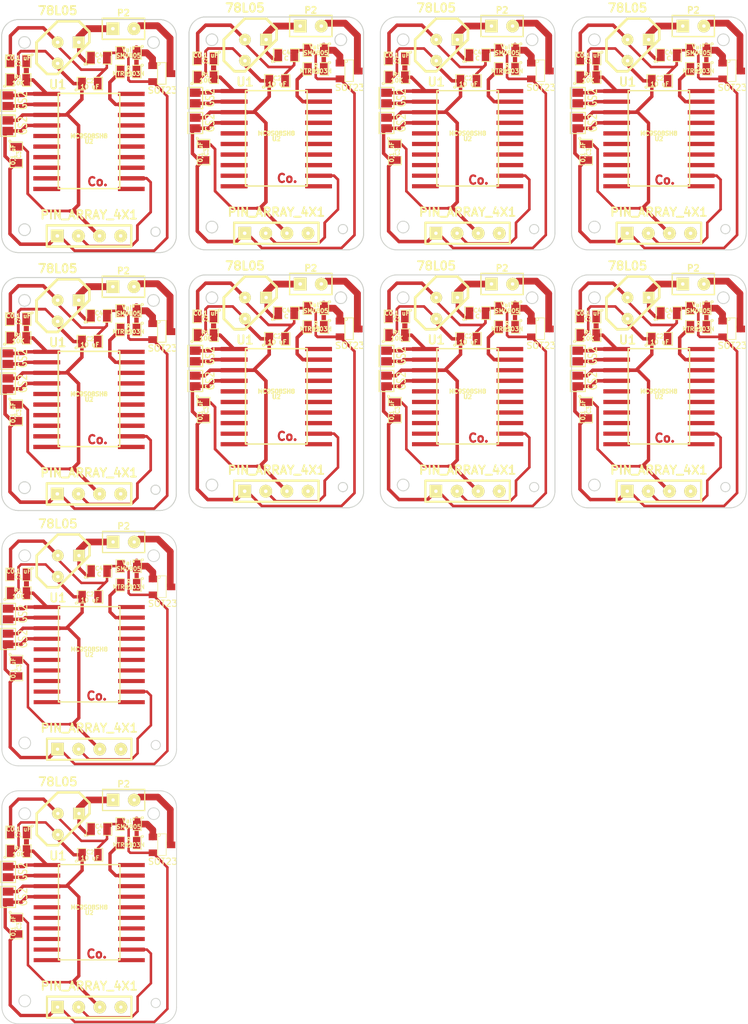
<source format=kicad_pcb>
(kicad_pcb (version 4) (host pcbnew 0.201412071631+5313~19~ubuntu14.04.1-product)
  (layers (0 F.Cu signal) (31 B.Cu signal) (34 B.Paste user) (35 F.Paste user) (36 B.SilkS user) (37 F.SilkS user) (38 B.Mask user) (39 F.Mask user) (44 Edge.Cuts user))
  (net 0 "")
  (net 1 +12V)
  (net 2 /BDM)
  (net 3 /OUT)
  (net 4 /RESET)
  (net 5 /VDD)
  (net 6 GND)
  (net 7 "Net-(P2-Pad2)")
  (net 8 "Net-(Q1-Pad1)")
  (net 9 "Net-(R2-Pad2)")
  (module SM0805 (layer F.Cu) (at 110.75 143 180)
    (fp_text reference SM0805 (at 0 -0.3175 180) (layer F.SilkS) (effects (font (size 0.50038 0.50038) (thickness 0.10922))))
    (fp_text value Val* (at 0 0.381 180) (layer F.SilkS) (effects (font (size 0.50038 0.50038) (thickness 0.10922))))
    (pad 1 smd rect (at -0.9525 0 180) (size 0.889 1.397) (layers F.Cu F.Paste F.Mask) (net 8 "Net-(Q1-Pad1)"))
    (pad 2 smd rect (at 0.9525 0 180) (size 0.889 1.397) (layers F.Cu F.Paste F.Mask) (net 6 GND))
  )
  (module PIN_ARRAY_4x1 (layer F.Cu) (at 106 165)
    (fp_text reference PIN_ARRAY_4X1 (at 0 -2.54) (layer F.SilkS) (effects (font (size 1.016 1.016) (thickness 0.2032))))
    (fp_text value Val** hide)
    (pad 1 thru_hole rect (at -3.81 0) (size 1.524 1.524) (drill 0.4) (layers *.Cu *.Mask F.SilkS) (net 6 GND))
    (pad 2 thru_hole circle (at -1.27 0) (size 1.524 1.524) (drill 0.4) (layers *.Cu *.Mask F.SilkS) (net 3 /OUT))
    (pad 3 thru_hole circle (at 1.27 0) (size 1.524 1.524) (drill 0.4) (layers *.Cu *.Mask F.SilkS) (net 5 /VDD))
    (pad 4 thru_hole circle (at 3.81 0) (size 1.524 1.524) (drill 0.4) (layers *.Cu *.Mask F.SilkS))
  )
  (module SOT23 (layer F.Cu) (at 114.75 145.5 270)
    (fp_text reference SOT23 (at 1.99898 -0.09906 360) (layer F.SilkS) (effects (font (size 0.762 0.762) (thickness 0.11938))))
    (fp_text value NTR4503N (at 0 4 360) (layer F.SilkS) (effects (font (size 0.50038 0.50038) (thickness 0.09906))))
    (pad 3 smd rect (at 0 -1.09982 270) (size 0.8001 1.00076) (layers F.Cu F.Paste F.Mask) (net 7 "Net-(P2-Pad2)"))
    (pad 2 smd rect (at 0.9525 1.09982 270) (size 0.8001 1.00076) (layers F.Cu F.Paste F.Mask) (net 6 GND))
    (pad 1 smd rect (at -0.9525 1.09982 270) (size 0.8001 1.00076) (layers F.Cu F.Paste F.Mask) (net 8 "Net-(Q1-Pad1)"))
  )
  (module GS2 (layer F.Cu) (at 96.25 151.75)
    (fp_text reference GS2 (at 1.778 0 90) (layer F.SilkS) (effects (font (size 1.016 0.762) (thickness 0.127))))
    (fp_text value VAL* hide)
    (pad 1 smd rect (at 0 -0.635) (size 1.27 0.9652) (layers F.Cu F.Paste F.Mask) (net 5 /VDD))
    (pad 2 smd rect (at 0 0.635) (size 1.27 0.9652) (layers F.Cu F.Paste F.Mask) (net 6 GND))
  )
  (module GS2 (layer F.Cu) (at 96.25 148.75)
    (fp_text reference GS2 (at 1.778 0 90) (layer F.SilkS) (effects (font (size 1.016 0.762) (thickness 0.127))))
    (fp_text value VAL* hide)
    (pad 1 smd rect (at 0 -0.635) (size 1.27 0.9652) (layers F.Cu F.Paste F.Mask) (net 4 /RESET))
    (pad 2 smd rect (at 0 0.635) (size 1.27 0.9652) (layers F.Cu F.Paste F.Mask) (net 2 /BDM))
  )
  (module PIN_ARRAY_2X1 (layer F.Cu) (at 110.14 140.1)
    (fp_text reference P2 (at 0 -1.905) (layer F.SilkS) (effects (font (size 0.762 0.762) (thickness 0.1524))))
    (fp_text value CONN_2 hide)
    (pad 1 thru_hole rect (at -1.27 0) (size 1.524 1.524) (drill 0.4) (layers *.Cu *.Mask F.SilkS) (net 1 +12V))
    (pad 2 thru_hole circle (at 1.27 0) (size 1.524 1.524) (drill 0.4) (layers *.Cu *.Mask F.SilkS) (net 7 "Net-(P2-Pad2)"))
  )
  (module SM0805 (layer F.Cu) (at 107.19 143.6)
    (fp_text reference C4 (at 0 -0.3175) (layer F.SilkS) (effects (font (size 0.50038 0.50038) (thickness 0.10922))))
    (fp_text value C (at 0 0.381) (layer F.SilkS) (effects (font (size 0.50038 0.50038) (thickness 0.10922))))
    (pad 1 smd rect (at -0.9525 0) (size 0.889 1.397) (layers F.Cu F.Paste F.Mask) (net 1 +12V))
    (pad 2 smd rect (at 0.9525 0) (size 0.889 1.397) (layers F.Cu F.Paste F.Mask) (net 6 GND))
  )
  (module SM0805 (layer F.Cu) (at 110.75 145.25 180)
    (fp_text reference R2 (at 0 -0.3175 180) (layer F.SilkS) (effects (font (size 0.50038 0.50038) (thickness 0.10922))))
    (fp_text value R (at 0 0.381 180) (layer F.SilkS) (effects (font (size 0.50038 0.50038) (thickness 0.10922))))
    (pad 1 smd rect (at -0.9525 0 180) (size 0.889 1.397) (layers F.Cu F.Paste F.Mask) (net 8 "Net-(Q1-Pad1)"))
    (pad 2 smd rect (at 0.9525 0 180) (size 0.889 1.397) (layers F.Cu F.Paste F.Mask) (net 9 "Net-(R2-Pad2)"))
  )
  (module SM0805 (layer F.Cu) (at 97.25 155.25 270)
    (fp_text reference C3 (at 0 -0.3175 270) (layer F.SilkS) (effects (font (size 0.50038 0.50038) (thickness 0.10922))))
    (fp_text value "0,1 uF" (at 0 0.381 270) (layer F.SilkS) (effects (font (size 0.50038 0.50038) (thickness 0.10922))))
    (pad 1 smd rect (at -0.9525 0 270) (size 0.889 1.397) (layers F.Cu F.Paste F.Mask) (net 5 /VDD))
    (pad 2 smd rect (at 0.9525 0 270) (size 0.889 1.397) (layers F.Cu F.Paste F.Mask) (net 6 GND))
  )
  (module SM0805 (layer F.Cu) (at 106.1 146.69)
    (fp_text reference C2 (at 0 -0.3175) (layer F.SilkS) (effects (font (size 0.50038 0.50038) (thickness 0.10922))))
    (fp_text value "10 uF" (at 0 0.381) (layer F.SilkS) (effects (font (size 0.50038 0.50038) (thickness 0.10922))))
    (pad 1 smd rect (at -0.9525 0) (size 0.889 1.397) (layers F.Cu F.Paste F.Mask) (net 5 /VDD))
    (pad 2 smd rect (at 0.9525 0) (size 0.889 1.397) (layers F.Cu F.Paste F.Mask) (net 6 GND))
  )
  (module SM0805 (layer F.Cu) (at 97.5 146.25)
    (fp_text reference R1 (at 0 -0.3175) (layer F.SilkS) (effects (font (size 0.50038 0.50038) (thickness 0.10922))))
    (fp_text value 10K (at 0 0.381) (layer F.SilkS) (effects (font (size 0.50038 0.50038) (thickness 0.10922))))
    (pad 1 smd rect (at -0.9525 0) (size 0.889 1.397) (layers F.Cu F.Paste F.Mask) (net 5 /VDD))
    (pad 2 smd rect (at 0.9525 0) (size 0.889 1.397) (layers F.Cu F.Paste F.Mask) (net 4 /RESET))
  )
  (module SM0805 (layer F.Cu) (at 97.5 144 180)
    (fp_text reference C1 (at 0 -0.3175 180) (layer F.SilkS) (effects (font (size 0.50038 0.50038) (thickness 0.10922))))
    (fp_text value "C0.1 uF" (at 0 0.381 180) (layer F.SilkS) (effects (font (size 0.50038 0.50038) (thickness 0.10922))))
    (pad 1 smd rect (at -0.9525 0 180) (size 0.889 1.397) (layers F.Cu F.Paste F.Mask) (net 4 /RESET))
    (pad 2 smd rect (at 0.9525 0 180) (size 0.889 1.397) (layers F.Cu F.Paste F.Mask) (net 6 GND))
  )
  (module SOIC-20 (layer F.Cu) (at 106 153)
    (fp_text reference U2 (at 0 0.65) (layer F.SilkS) (effects (font (size 0.5 0.5) (thickness 0.125))))
    (fp_text value MC9S08SH8 (at 0 0) (layer F.SilkS) (effects (font (size 0.5 0.5) (thickness 0.125))))
    (pad 4 smd rect (at -5.08 -1.27) (size 3.2 0.49) (layers F.Cu F.Paste F.Mask) (net 6 GND))
    (pad 3 smd rect (at -5.08 -2.54) (size 3.2 0.49) (layers F.Cu F.Paste F.Mask) (net 5 /VDD))
    (pad 2 smd rect (at -5.08 -3.81) (size 3.2 0.49) (layers F.Cu F.Paste F.Mask) (net 2 /BDM))
    (pad 1 smd rect (at -5.08 -5.08) (size 3.2 0.49) (layers F.Cu F.Paste F.Mask) (net 4 /RESET))
    (pad 5 smd rect (at -5.08 0) (size 3.2 0.49) (layers F.Cu F.Paste F.Mask))
    (pad 6 smd rect (at -5.08 1.27) (size 3.2 0.49) (layers F.Cu F.Paste F.Mask))
    (pad 7 smd rect (at -5.08 2.54) (size 3.2 0.49) (layers F.Cu F.Paste F.Mask))
    (pad 8 smd rect (at -5.08 3.81) (size 3.2 0.49) (layers F.Cu F.Paste F.Mask))
    (pad 9 smd rect (at -5.08 5.08) (size 3.2 0.49) (layers F.Cu F.Paste F.Mask))
    (pad 10 smd rect (at -5.08 6.35) (size 3.2 0.49) (layers F.Cu F.Paste F.Mask))
    (pad 11 smd rect (at 5.08 6.35) (size 3.2 0.49) (layers F.Cu F.Paste F.Mask))
    (pad 12 smd rect (at 5.08 5.08) (size 3.2 0.49) (layers F.Cu F.Paste F.Mask) (net 3 /OUT))
    (pad 13 smd rect (at 5.08 3.81) (size 3.2 0.49) (layers F.Cu F.Paste F.Mask))
    (pad 14 smd rect (at 5.08 2.54) (size 3.2 0.49) (layers F.Cu F.Paste F.Mask))
    (pad 15 smd rect (at 5.08 1.27) (size 3.2 0.49) (layers F.Cu F.Paste F.Mask))
    (pad 16 smd rect (at 5.08 0) (size 3.2 0.49) (layers F.Cu F.Paste F.Mask))
    (pad 17 smd rect (at 5.08 -1.27) (size 3.2 0.49) (layers F.Cu F.Paste F.Mask))
    (pad 18 smd rect (at 5.08 -2.54) (size 3.2 0.49) (layers F.Cu F.Paste F.Mask))
    (pad 19 smd rect (at 5.08 -3.81) (size 3.2 0.49) (layers F.Cu F.Paste F.Mask) (net 9 "Net-(R2-Pad2)"))
    (pad 20 smd rect (at 5.08 -5.08) (size 3.2 0.49) (layers F.Cu F.Paste F.Mask))
  )
  (module TO92 (layer F.Cu) (at 103.5 143)
    (fp_text reference U1 (at -1.27 3.81) (layer F.SilkS) (effects (font (size 1.016 1.016) (thickness 0.2032))))
    (fp_text value 78L05 (at -1.27 -5.08) (layer F.SilkS) (effects (font (size 1.016 1.016) (thickness 0.2032))))
    (pad 1 thru_hole rect (at 1.27 -1.27) (size 1.397 1.397) (drill 0.4) (layers *.Cu *.Mask F.SilkS) (net 1 +12V))
    (pad 2 thru_hole circle (at -1.27 -1.27) (size 1.397 1.397) (drill 0.4) (layers *.Cu *.Mask F.SilkS) (net 6 GND))
    (pad 3 thru_hole circle (at -1.27 1.27) (size 1.397 1.397) (drill 0.4) (layers *.Cu *.Mask F.SilkS) (net 5 /VDD))
  )
  (module SM0805 (layer F.Cu) (at 133.25 81 180)
    (fp_text reference SM0805 (at 0 -0.3175 180) (layer F.SilkS) (effects (font (size 0.50038 0.50038) (thickness 0.10922))))
    (fp_text value Val* (at 0 0.381 180) (layer F.SilkS) (effects (font (size 0.50038 0.50038) (thickness 0.10922))))
    (pad 1 smd rect (at -0.9525 0 180) (size 0.889 1.397) (layers F.Cu F.Paste F.Mask) (net 8 "Net-(Q1-Pad1)"))
    (pad 2 smd rect (at 0.9525 0 180) (size 0.889 1.397) (layers F.Cu F.Paste F.Mask) (net 6 GND))
  )
  (module PIN_ARRAY_4x1 (layer F.Cu) (at 128.5 103)
    (fp_text reference PIN_ARRAY_4X1 (at 0 -2.54) (layer F.SilkS) (effects (font (size 1.016 1.016) (thickness 0.2032))))
    (fp_text value Val** hide)
    (pad 1 thru_hole rect (at -3.81 0) (size 1.524 1.524) (drill 0.4) (layers *.Cu *.Mask F.SilkS) (net 6 GND))
    (pad 2 thru_hole circle (at -1.27 0) (size 1.524 1.524) (drill 0.4) (layers *.Cu *.Mask F.SilkS) (net 3 /OUT))
    (pad 3 thru_hole circle (at 1.27 0) (size 1.524 1.524) (drill 0.4) (layers *.Cu *.Mask F.SilkS) (net 5 /VDD))
    (pad 4 thru_hole circle (at 3.81 0) (size 1.524 1.524) (drill 0.4) (layers *.Cu *.Mask F.SilkS))
  )
  (module SOT23 (layer F.Cu) (at 137.25 83.5 270)
    (fp_text reference SOT23 (at 1.99898 -0.09906 360) (layer F.SilkS) (effects (font (size 0.762 0.762) (thickness 0.11938))))
    (fp_text value NTR4503N (at 0 4 360) (layer F.SilkS) (effects (font (size 0.50038 0.50038) (thickness 0.09906))))
    (pad 3 smd rect (at 0 -1.09982 270) (size 0.8001 1.00076) (layers F.Cu F.Paste F.Mask) (net 7 "Net-(P2-Pad2)"))
    (pad 2 smd rect (at 0.9525 1.09982 270) (size 0.8001 1.00076) (layers F.Cu F.Paste F.Mask) (net 6 GND))
    (pad 1 smd rect (at -0.9525 1.09982 270) (size 0.8001 1.00076) (layers F.Cu F.Paste F.Mask) (net 8 "Net-(Q1-Pad1)"))
  )
  (module GS2 (layer F.Cu) (at 118.75 89.75)
    (fp_text reference GS2 (at 1.778 0 90) (layer F.SilkS) (effects (font (size 1.016 0.762) (thickness 0.127))))
    (fp_text value VAL* hide)
    (pad 1 smd rect (at 0 -0.635) (size 1.27 0.9652) (layers F.Cu F.Paste F.Mask) (net 5 /VDD))
    (pad 2 smd rect (at 0 0.635) (size 1.27 0.9652) (layers F.Cu F.Paste F.Mask) (net 6 GND))
  )
  (module GS2 (layer F.Cu) (at 118.75 86.75)
    (fp_text reference GS2 (at 1.778 0 90) (layer F.SilkS) (effects (font (size 1.016 0.762) (thickness 0.127))))
    (fp_text value VAL* hide)
    (pad 1 smd rect (at 0 -0.635) (size 1.27 0.9652) (layers F.Cu F.Paste F.Mask) (net 4 /RESET))
    (pad 2 smd rect (at 0 0.635) (size 1.27 0.9652) (layers F.Cu F.Paste F.Mask) (net 2 /BDM))
  )
  (module PIN_ARRAY_2X1 (layer F.Cu) (at 132.64 78.1)
    (fp_text reference P2 (at 0 -1.905) (layer F.SilkS) (effects (font (size 0.762 0.762) (thickness 0.1524))))
    (fp_text value CONN_2 hide)
    (pad 1 thru_hole rect (at -1.27 0) (size 1.524 1.524) (drill 0.4) (layers *.Cu *.Mask F.SilkS) (net 1 +12V))
    (pad 2 thru_hole circle (at 1.27 0) (size 1.524 1.524) (drill 0.4) (layers *.Cu *.Mask F.SilkS) (net 7 "Net-(P2-Pad2)"))
  )
  (module SM0805 (layer F.Cu) (at 129.69 81.6)
    (fp_text reference C4 (at 0 -0.3175) (layer F.SilkS) (effects (font (size 0.50038 0.50038) (thickness 0.10922))))
    (fp_text value C (at 0 0.381) (layer F.SilkS) (effects (font (size 0.50038 0.50038) (thickness 0.10922))))
    (pad 1 smd rect (at -0.9525 0) (size 0.889 1.397) (layers F.Cu F.Paste F.Mask) (net 1 +12V))
    (pad 2 smd rect (at 0.9525 0) (size 0.889 1.397) (layers F.Cu F.Paste F.Mask) (net 6 GND))
  )
  (module SM0805 (layer F.Cu) (at 133.25 83.25 180)
    (fp_text reference R2 (at 0 -0.3175 180) (layer F.SilkS) (effects (font (size 0.50038 0.50038) (thickness 0.10922))))
    (fp_text value R (at 0 0.381 180) (layer F.SilkS) (effects (font (size 0.50038 0.50038) (thickness 0.10922))))
    (pad 1 smd rect (at -0.9525 0 180) (size 0.889 1.397) (layers F.Cu F.Paste F.Mask) (net 8 "Net-(Q1-Pad1)"))
    (pad 2 smd rect (at 0.9525 0 180) (size 0.889 1.397) (layers F.Cu F.Paste F.Mask) (net 9 "Net-(R2-Pad2)"))
  )
  (module SM0805 (layer F.Cu) (at 119.75 93.25 270)
    (fp_text reference C3 (at 0 -0.3175 270) (layer F.SilkS) (effects (font (size 0.50038 0.50038) (thickness 0.10922))))
    (fp_text value "0,1 uF" (at 0 0.381 270) (layer F.SilkS) (effects (font (size 0.50038 0.50038) (thickness 0.10922))))
    (pad 1 smd rect (at -0.9525 0 270) (size 0.889 1.397) (layers F.Cu F.Paste F.Mask) (net 5 /VDD))
    (pad 2 smd rect (at 0.9525 0 270) (size 0.889 1.397) (layers F.Cu F.Paste F.Mask) (net 6 GND))
  )
  (module SM0805 (layer F.Cu) (at 128.6 84.69)
    (fp_text reference C2 (at 0 -0.3175) (layer F.SilkS) (effects (font (size 0.50038 0.50038) (thickness 0.10922))))
    (fp_text value "10 uF" (at 0 0.381) (layer F.SilkS) (effects (font (size 0.50038 0.50038) (thickness 0.10922))))
    (pad 1 smd rect (at -0.9525 0) (size 0.889 1.397) (layers F.Cu F.Paste F.Mask) (net 5 /VDD))
    (pad 2 smd rect (at 0.9525 0) (size 0.889 1.397) (layers F.Cu F.Paste F.Mask) (net 6 GND))
  )
  (module SM0805 (layer F.Cu) (at 120 84.25)
    (fp_text reference R1 (at 0 -0.3175) (layer F.SilkS) (effects (font (size 0.50038 0.50038) (thickness 0.10922))))
    (fp_text value 10K (at 0 0.381) (layer F.SilkS) (effects (font (size 0.50038 0.50038) (thickness 0.10922))))
    (pad 1 smd rect (at -0.9525 0) (size 0.889 1.397) (layers F.Cu F.Paste F.Mask) (net 5 /VDD))
    (pad 2 smd rect (at 0.9525 0) (size 0.889 1.397) (layers F.Cu F.Paste F.Mask) (net 4 /RESET))
  )
  (module SM0805 (layer F.Cu) (at 120 82 180)
    (fp_text reference C1 (at 0 -0.3175 180) (layer F.SilkS) (effects (font (size 0.50038 0.50038) (thickness 0.10922))))
    (fp_text value "C0.1 uF" (at 0 0.381 180) (layer F.SilkS) (effects (font (size 0.50038 0.50038) (thickness 0.10922))))
    (pad 1 smd rect (at -0.9525 0 180) (size 0.889 1.397) (layers F.Cu F.Paste F.Mask) (net 4 /RESET))
    (pad 2 smd rect (at 0.9525 0 180) (size 0.889 1.397) (layers F.Cu F.Paste F.Mask) (net 6 GND))
  )
  (module SOIC-20 (layer F.Cu) (at 128.5 91)
    (fp_text reference U2 (at 0 0.65) (layer F.SilkS) (effects (font (size 0.5 0.5) (thickness 0.125))))
    (fp_text value MC9S08SH8 (at 0 0) (layer F.SilkS) (effects (font (size 0.5 0.5) (thickness 0.125))))
    (pad 4 smd rect (at -5.08 -1.27) (size 3.2 0.49) (layers F.Cu F.Paste F.Mask) (net 6 GND))
    (pad 3 smd rect (at -5.08 -2.54) (size 3.2 0.49) (layers F.Cu F.Paste F.Mask) (net 5 /VDD))
    (pad 2 smd rect (at -5.08 -3.81) (size 3.2 0.49) (layers F.Cu F.Paste F.Mask) (net 2 /BDM))
    (pad 1 smd rect (at -5.08 -5.08) (size 3.2 0.49) (layers F.Cu F.Paste F.Mask) (net 4 /RESET))
    (pad 5 smd rect (at -5.08 0) (size 3.2 0.49) (layers F.Cu F.Paste F.Mask))
    (pad 6 smd rect (at -5.08 1.27) (size 3.2 0.49) (layers F.Cu F.Paste F.Mask))
    (pad 7 smd rect (at -5.08 2.54) (size 3.2 0.49) (layers F.Cu F.Paste F.Mask))
    (pad 8 smd rect (at -5.08 3.81) (size 3.2 0.49) (layers F.Cu F.Paste F.Mask))
    (pad 9 smd rect (at -5.08 5.08) (size 3.2 0.49) (layers F.Cu F.Paste F.Mask))
    (pad 10 smd rect (at -5.08 6.35) (size 3.2 0.49) (layers F.Cu F.Paste F.Mask))
    (pad 11 smd rect (at 5.08 6.35) (size 3.2 0.49) (layers F.Cu F.Paste F.Mask))
    (pad 12 smd rect (at 5.08 5.08) (size 3.2 0.49) (layers F.Cu F.Paste F.Mask) (net 3 /OUT))
    (pad 13 smd rect (at 5.08 3.81) (size 3.2 0.49) (layers F.Cu F.Paste F.Mask))
    (pad 14 smd rect (at 5.08 2.54) (size 3.2 0.49) (layers F.Cu F.Paste F.Mask))
    (pad 15 smd rect (at 5.08 1.27) (size 3.2 0.49) (layers F.Cu F.Paste F.Mask))
    (pad 16 smd rect (at 5.08 0) (size 3.2 0.49) (layers F.Cu F.Paste F.Mask))
    (pad 17 smd rect (at 5.08 -1.27) (size 3.2 0.49) (layers F.Cu F.Paste F.Mask))
    (pad 18 smd rect (at 5.08 -2.54) (size 3.2 0.49) (layers F.Cu F.Paste F.Mask))
    (pad 19 smd rect (at 5.08 -3.81) (size 3.2 0.49) (layers F.Cu F.Paste F.Mask) (net 9 "Net-(R2-Pad2)"))
    (pad 20 smd rect (at 5.08 -5.08) (size 3.2 0.49) (layers F.Cu F.Paste F.Mask))
  )
  (module TO92 (layer F.Cu) (at 126 81)
    (fp_text reference U1 (at -1.27 3.81) (layer F.SilkS) (effects (font (size 1.016 1.016) (thickness 0.2032))))
    (fp_text value 78L05 (at -1.27 -5.08) (layer F.SilkS) (effects (font (size 1.016 1.016) (thickness 0.2032))))
    (pad 1 thru_hole rect (at 1.27 -1.27) (size 1.397 1.397) (drill 0.4) (layers *.Cu *.Mask F.SilkS) (net 1 +12V))
    (pad 2 thru_hole circle (at -1.27 -1.27) (size 1.397 1.397) (drill 0.4) (layers *.Cu *.Mask F.SilkS) (net 6 GND))
    (pad 3 thru_hole circle (at -1.27 1.27) (size 1.397 1.397) (drill 0.4) (layers *.Cu *.Mask F.SilkS) (net 5 /VDD))
  )
  (module SM0805 (layer F.Cu) (at 110.725 81.3214 180)
    (fp_text reference SM0805 (at 0 -0.3175 180) (layer F.SilkS) (effects (font (size 0.50038 0.50038) (thickness 0.10922))))
    (fp_text value Val* (at 0 0.381 180) (layer F.SilkS) (effects (font (size 0.50038 0.50038) (thickness 0.10922))))
    (pad 1 smd rect (at -0.9525 0 180) (size 0.889 1.397) (layers F.Cu F.Paste F.Mask) (net 8 "Net-(Q1-Pad1)"))
    (pad 2 smd rect (at 0.9525 0 180) (size 0.889 1.397) (layers F.Cu F.Paste F.Mask) (net 6 GND))
  )
  (module PIN_ARRAY_4x1 (layer F.Cu) (at 105.975 103.3214)
    (fp_text reference PIN_ARRAY_4X1 (at 0 -2.54) (layer F.SilkS) (effects (font (size 1.016 1.016) (thickness 0.2032))))
    (fp_text value Val** hide)
    (pad 1 thru_hole rect (at -3.81 0) (size 1.524 1.524) (drill 0.4) (layers *.Cu *.Mask F.SilkS) (net 6 GND))
    (pad 2 thru_hole circle (at -1.27 0) (size 1.524 1.524) (drill 0.4) (layers *.Cu *.Mask F.SilkS) (net 3 /OUT))
    (pad 3 thru_hole circle (at 1.27 0) (size 1.524 1.524) (drill 0.4) (layers *.Cu *.Mask F.SilkS) (net 5 /VDD))
    (pad 4 thru_hole circle (at 3.81 0) (size 1.524 1.524) (drill 0.4) (layers *.Cu *.Mask F.SilkS))
  )
  (module SOT23 (layer F.Cu) (at 114.725 83.8214 270)
    (fp_text reference SOT23 (at 1.99898 -0.09906 360) (layer F.SilkS) (effects (font (size 0.762 0.762) (thickness 0.11938))))
    (fp_text value NTR4503N (at 0 4 360) (layer F.SilkS) (effects (font (size 0.50038 0.50038) (thickness 0.09906))))
    (pad 3 smd rect (at 0 -1.09982 270) (size 0.8001 1.00076) (layers F.Cu F.Paste F.Mask) (net 7 "Net-(P2-Pad2)"))
    (pad 2 smd rect (at 0.9525 1.09982 270) (size 0.8001 1.00076) (layers F.Cu F.Paste F.Mask) (net 6 GND))
    (pad 1 smd rect (at -0.9525 1.09982 270) (size 0.8001 1.00076) (layers F.Cu F.Paste F.Mask) (net 8 "Net-(Q1-Pad1)"))
  )
  (module GS2 (layer F.Cu) (at 96.225 90.0714)
    (fp_text reference GS2 (at 1.778 0 90) (layer F.SilkS) (effects (font (size 1.016 0.762) (thickness 0.127))))
    (fp_text value VAL* hide)
    (pad 1 smd rect (at 0 -0.635) (size 1.27 0.9652) (layers F.Cu F.Paste F.Mask) (net 5 /VDD))
    (pad 2 smd rect (at 0 0.635) (size 1.27 0.9652) (layers F.Cu F.Paste F.Mask) (net 6 GND))
  )
  (module GS2 (layer F.Cu) (at 96.225 87.0714)
    (fp_text reference GS2 (at 1.778 0 90) (layer F.SilkS) (effects (font (size 1.016 0.762) (thickness 0.127))))
    (fp_text value VAL* hide)
    (pad 1 smd rect (at 0 -0.635) (size 1.27 0.9652) (layers F.Cu F.Paste F.Mask) (net 4 /RESET))
    (pad 2 smd rect (at 0 0.635) (size 1.27 0.9652) (layers F.Cu F.Paste F.Mask) (net 2 /BDM))
  )
  (module PIN_ARRAY_2X1 (layer F.Cu) (at 110.115 78.4214)
    (fp_text reference P2 (at 0 -1.905) (layer F.SilkS) (effects (font (size 0.762 0.762) (thickness 0.1524))))
    (fp_text value CONN_2 hide)
    (pad 1 thru_hole rect (at -1.27 0) (size 1.524 1.524) (drill 0.4) (layers *.Cu *.Mask F.SilkS) (net 1 +12V))
    (pad 2 thru_hole circle (at 1.27 0) (size 1.524 1.524) (drill 0.4) (layers *.Cu *.Mask F.SilkS) (net 7 "Net-(P2-Pad2)"))
  )
  (module SM0805 (layer F.Cu) (at 107.165 81.9214)
    (fp_text reference C4 (at 0 -0.3175) (layer F.SilkS) (effects (font (size 0.50038 0.50038) (thickness 0.10922))))
    (fp_text value C (at 0 0.381) (layer F.SilkS) (effects (font (size 0.50038 0.50038) (thickness 0.10922))))
    (pad 1 smd rect (at -0.9525 0) (size 0.889 1.397) (layers F.Cu F.Paste F.Mask) (net 1 +12V))
    (pad 2 smd rect (at 0.9525 0) (size 0.889 1.397) (layers F.Cu F.Paste F.Mask) (net 6 GND))
  )
  (module SM0805 (layer F.Cu) (at 110.725 83.5714 180)
    (fp_text reference R2 (at 0 -0.3175 180) (layer F.SilkS) (effects (font (size 0.50038 0.50038) (thickness 0.10922))))
    (fp_text value R (at 0 0.381 180) (layer F.SilkS) (effects (font (size 0.50038 0.50038) (thickness 0.10922))))
    (pad 1 smd rect (at -0.9525 0 180) (size 0.889 1.397) (layers F.Cu F.Paste F.Mask) (net 8 "Net-(Q1-Pad1)"))
    (pad 2 smd rect (at 0.9525 0 180) (size 0.889 1.397) (layers F.Cu F.Paste F.Mask) (net 9 "Net-(R2-Pad2)"))
  )
  (module SM0805 (layer F.Cu) (at 97.225 93.5714 270)
    (fp_text reference C3 (at 0 -0.3175 270) (layer F.SilkS) (effects (font (size 0.50038 0.50038) (thickness 0.10922))))
    (fp_text value "0,1 uF" (at 0 0.381 270) (layer F.SilkS) (effects (font (size 0.50038 0.50038) (thickness 0.10922))))
    (pad 1 smd rect (at -0.9525 0 270) (size 0.889 1.397) (layers F.Cu F.Paste F.Mask) (net 5 /VDD))
    (pad 2 smd rect (at 0.9525 0 270) (size 0.889 1.397) (layers F.Cu F.Paste F.Mask) (net 6 GND))
  )
  (module SM0805 (layer F.Cu) (at 106.075 85.0114)
    (fp_text reference C2 (at 0 -0.3175) (layer F.SilkS) (effects (font (size 0.50038 0.50038) (thickness 0.10922))))
    (fp_text value "10 uF" (at 0 0.381) (layer F.SilkS) (effects (font (size 0.50038 0.50038) (thickness 0.10922))))
    (pad 1 smd rect (at -0.9525 0) (size 0.889 1.397) (layers F.Cu F.Paste F.Mask) (net 5 /VDD))
    (pad 2 smd rect (at 0.9525 0) (size 0.889 1.397) (layers F.Cu F.Paste F.Mask) (net 6 GND))
  )
  (module SM0805 (layer F.Cu) (at 97.475 84.5714)
    (fp_text reference R1 (at 0 -0.3175) (layer F.SilkS) (effects (font (size 0.50038 0.50038) (thickness 0.10922))))
    (fp_text value 10K (at 0 0.381) (layer F.SilkS) (effects (font (size 0.50038 0.50038) (thickness 0.10922))))
    (pad 1 smd rect (at -0.9525 0) (size 0.889 1.397) (layers F.Cu F.Paste F.Mask) (net 5 /VDD))
    (pad 2 smd rect (at 0.9525 0) (size 0.889 1.397) (layers F.Cu F.Paste F.Mask) (net 4 /RESET))
  )
  (module SM0805 (layer F.Cu) (at 97.475 82.3214 180)
    (fp_text reference C1 (at 0 -0.3175 180) (layer F.SilkS) (effects (font (size 0.50038 0.50038) (thickness 0.10922))))
    (fp_text value "C0.1 uF" (at 0 0.381 180) (layer F.SilkS) (effects (font (size 0.50038 0.50038) (thickness 0.10922))))
    (pad 1 smd rect (at -0.9525 0 180) (size 0.889 1.397) (layers F.Cu F.Paste F.Mask) (net 4 /RESET))
    (pad 2 smd rect (at 0.9525 0 180) (size 0.889 1.397) (layers F.Cu F.Paste F.Mask) (net 6 GND))
  )
  (module SOIC-20 (layer F.Cu) (at 105.975 91.3214)
    (fp_text reference U2 (at 0 0.65) (layer F.SilkS) (effects (font (size 0.5 0.5) (thickness 0.125))))
    (fp_text value MC9S08SH8 (at 0 0) (layer F.SilkS) (effects (font (size 0.5 0.5) (thickness 0.125))))
    (pad 4 smd rect (at -5.08 -1.27) (size 3.2 0.49) (layers F.Cu F.Paste F.Mask) (net 6 GND))
    (pad 3 smd rect (at -5.08 -2.54) (size 3.2 0.49) (layers F.Cu F.Paste F.Mask) (net 5 /VDD))
    (pad 2 smd rect (at -5.08 -3.81) (size 3.2 0.49) (layers F.Cu F.Paste F.Mask) (net 2 /BDM))
    (pad 1 smd rect (at -5.08 -5.08) (size 3.2 0.49) (layers F.Cu F.Paste F.Mask) (net 4 /RESET))
    (pad 5 smd rect (at -5.08 0) (size 3.2 0.49) (layers F.Cu F.Paste F.Mask))
    (pad 6 smd rect (at -5.08 1.27) (size 3.2 0.49) (layers F.Cu F.Paste F.Mask))
    (pad 7 smd rect (at -5.08 2.54) (size 3.2 0.49) (layers F.Cu F.Paste F.Mask))
    (pad 8 smd rect (at -5.08 3.81) (size 3.2 0.49) (layers F.Cu F.Paste F.Mask))
    (pad 9 smd rect (at -5.08 5.08) (size 3.2 0.49) (layers F.Cu F.Paste F.Mask))
    (pad 10 smd rect (at -5.08 6.35) (size 3.2 0.49) (layers F.Cu F.Paste F.Mask))
    (pad 11 smd rect (at 5.08 6.35) (size 3.2 0.49) (layers F.Cu F.Paste F.Mask))
    (pad 12 smd rect (at 5.08 5.08) (size 3.2 0.49) (layers F.Cu F.Paste F.Mask) (net 3 /OUT))
    (pad 13 smd rect (at 5.08 3.81) (size 3.2 0.49) (layers F.Cu F.Paste F.Mask))
    (pad 14 smd rect (at 5.08 2.54) (size 3.2 0.49) (layers F.Cu F.Paste F.Mask))
    (pad 15 smd rect (at 5.08 1.27) (size 3.2 0.49) (layers F.Cu F.Paste F.Mask))
    (pad 16 smd rect (at 5.08 0) (size 3.2 0.49) (layers F.Cu F.Paste F.Mask))
    (pad 17 smd rect (at 5.08 -1.27) (size 3.2 0.49) (layers F.Cu F.Paste F.Mask))
    (pad 18 smd rect (at 5.08 -2.54) (size 3.2 0.49) (layers F.Cu F.Paste F.Mask))
    (pad 19 smd rect (at 5.08 -3.81) (size 3.2 0.49) (layers F.Cu F.Paste F.Mask) (net 9 "Net-(R2-Pad2)"))
    (pad 20 smd rect (at 5.08 -5.08) (size 3.2 0.49) (layers F.Cu F.Paste F.Mask))
  )
  (module TO92 (layer F.Cu) (at 103.475 81.3214)
    (fp_text reference U1 (at -1.27 3.81) (layer F.SilkS) (effects (font (size 1.016 1.016) (thickness 0.2032))))
    (fp_text value 78L05 (at -1.27 -5.08) (layer F.SilkS) (effects (font (size 1.016 1.016) (thickness 0.2032))))
    (pad 1 thru_hole rect (at 1.27 -1.27) (size 1.397 1.397) (drill 0.4) (layers *.Cu *.Mask F.SilkS) (net 1 +12V))
    (pad 2 thru_hole circle (at -1.27 -1.27) (size 1.397 1.397) (drill 0.4) (layers *.Cu *.Mask F.SilkS) (net 6 GND))
    (pad 3 thru_hole circle (at -1.27 1.27) (size 1.397 1.397) (drill 0.4) (layers *.Cu *.Mask F.SilkS) (net 5 /VDD))
  )
  (module SM0805 (layer F.Cu) (at 179.25 81 180)
    (fp_text reference SM0805 (at 0 -0.3175 180) (layer F.SilkS) (effects (font (size 0.50038 0.50038) (thickness 0.10922))))
    (fp_text value Val* (at 0 0.381 180) (layer F.SilkS) (effects (font (size 0.50038 0.50038) (thickness 0.10922))))
    (pad 1 smd rect (at -0.9525 0 180) (size 0.889 1.397) (layers F.Cu F.Paste F.Mask) (net 8 "Net-(Q1-Pad1)"))
    (pad 2 smd rect (at 0.9525 0 180) (size 0.889 1.397) (layers F.Cu F.Paste F.Mask) (net 6 GND))
  )
  (module PIN_ARRAY_4x1 (layer F.Cu) (at 174.5 103)
    (fp_text reference PIN_ARRAY_4X1 (at 0 -2.54) (layer F.SilkS) (effects (font (size 1.016 1.016) (thickness 0.2032))))
    (fp_text value Val** hide)
    (pad 1 thru_hole rect (at -3.81 0) (size 1.524 1.524) (drill 0.4) (layers *.Cu *.Mask F.SilkS) (net 6 GND))
    (pad 2 thru_hole circle (at -1.27 0) (size 1.524 1.524) (drill 0.4) (layers *.Cu *.Mask F.SilkS) (net 3 /OUT))
    (pad 3 thru_hole circle (at 1.27 0) (size 1.524 1.524) (drill 0.4) (layers *.Cu *.Mask F.SilkS) (net 5 /VDD))
    (pad 4 thru_hole circle (at 3.81 0) (size 1.524 1.524) (drill 0.4) (layers *.Cu *.Mask F.SilkS))
  )
  (module SOT23 (layer F.Cu) (at 183.25 83.5 270)
    (fp_text reference SOT23 (at 1.99898 -0.09906 360) (layer F.SilkS) (effects (font (size 0.762 0.762) (thickness 0.11938))))
    (fp_text value NTR4503N (at 0 4 360) (layer F.SilkS) (effects (font (size 0.50038 0.50038) (thickness 0.09906))))
    (pad 3 smd rect (at 0 -1.09982 270) (size 0.8001 1.00076) (layers F.Cu F.Paste F.Mask) (net 7 "Net-(P2-Pad2)"))
    (pad 2 smd rect (at 0.9525 1.09982 270) (size 0.8001 1.00076) (layers F.Cu F.Paste F.Mask) (net 6 GND))
    (pad 1 smd rect (at -0.9525 1.09982 270) (size 0.8001 1.00076) (layers F.Cu F.Paste F.Mask) (net 8 "Net-(Q1-Pad1)"))
  )
  (module GS2 (layer F.Cu) (at 164.75 89.75)
    (fp_text reference GS2 (at 1.778 0 90) (layer F.SilkS) (effects (font (size 1.016 0.762) (thickness 0.127))))
    (fp_text value VAL* hide)
    (pad 1 smd rect (at 0 -0.635) (size 1.27 0.9652) (layers F.Cu F.Paste F.Mask) (net 5 /VDD))
    (pad 2 smd rect (at 0 0.635) (size 1.27 0.9652) (layers F.Cu F.Paste F.Mask) (net 6 GND))
  )
  (module GS2 (layer F.Cu) (at 164.75 86.75)
    (fp_text reference GS2 (at 1.778 0 90) (layer F.SilkS) (effects (font (size 1.016 0.762) (thickness 0.127))))
    (fp_text value VAL* hide)
    (pad 1 smd rect (at 0 -0.635) (size 1.27 0.9652) (layers F.Cu F.Paste F.Mask) (net 4 /RESET))
    (pad 2 smd rect (at 0 0.635) (size 1.27 0.9652) (layers F.Cu F.Paste F.Mask) (net 2 /BDM))
  )
  (module PIN_ARRAY_2X1 (layer F.Cu) (at 178.64 78.1)
    (fp_text reference P2 (at 0 -1.905) (layer F.SilkS) (effects (font (size 0.762 0.762) (thickness 0.1524))))
    (fp_text value CONN_2 hide)
    (pad 1 thru_hole rect (at -1.27 0) (size 1.524 1.524) (drill 0.4) (layers *.Cu *.Mask F.SilkS) (net 1 +12V))
    (pad 2 thru_hole circle (at 1.27 0) (size 1.524 1.524) (drill 0.4) (layers *.Cu *.Mask F.SilkS) (net 7 "Net-(P2-Pad2)"))
  )
  (module SM0805 (layer F.Cu) (at 175.69 81.6)
    (fp_text reference C4 (at 0 -0.3175) (layer F.SilkS) (effects (font (size 0.50038 0.50038) (thickness 0.10922))))
    (fp_text value C (at 0 0.381) (layer F.SilkS) (effects (font (size 0.50038 0.50038) (thickness 0.10922))))
    (pad 1 smd rect (at -0.9525 0) (size 0.889 1.397) (layers F.Cu F.Paste F.Mask) (net 1 +12V))
    (pad 2 smd rect (at 0.9525 0) (size 0.889 1.397) (layers F.Cu F.Paste F.Mask) (net 6 GND))
  )
  (module SM0805 (layer F.Cu) (at 179.25 83.25 180)
    (fp_text reference R2 (at 0 -0.3175 180) (layer F.SilkS) (effects (font (size 0.50038 0.50038) (thickness 0.10922))))
    (fp_text value R (at 0 0.381 180) (layer F.SilkS) (effects (font (size 0.50038 0.50038) (thickness 0.10922))))
    (pad 1 smd rect (at -0.9525 0 180) (size 0.889 1.397) (layers F.Cu F.Paste F.Mask) (net 8 "Net-(Q1-Pad1)"))
    (pad 2 smd rect (at 0.9525 0 180) (size 0.889 1.397) (layers F.Cu F.Paste F.Mask) (net 9 "Net-(R2-Pad2)"))
  )
  (module SM0805 (layer F.Cu) (at 165.75 93.25 270)
    (fp_text reference C3 (at 0 -0.3175 270) (layer F.SilkS) (effects (font (size 0.50038 0.50038) (thickness 0.10922))))
    (fp_text value "0,1 uF" (at 0 0.381 270) (layer F.SilkS) (effects (font (size 0.50038 0.50038) (thickness 0.10922))))
    (pad 1 smd rect (at -0.9525 0 270) (size 0.889 1.397) (layers F.Cu F.Paste F.Mask) (net 5 /VDD))
    (pad 2 smd rect (at 0.9525 0 270) (size 0.889 1.397) (layers F.Cu F.Paste F.Mask) (net 6 GND))
  )
  (module SM0805 (layer F.Cu) (at 174.6 84.69)
    (fp_text reference C2 (at 0 -0.3175) (layer F.SilkS) (effects (font (size 0.50038 0.50038) (thickness 0.10922))))
    (fp_text value "10 uF" (at 0 0.381) (layer F.SilkS) (effects (font (size 0.50038 0.50038) (thickness 0.10922))))
    (pad 1 smd rect (at -0.9525 0) (size 0.889 1.397) (layers F.Cu F.Paste F.Mask) (net 5 /VDD))
    (pad 2 smd rect (at 0.9525 0) (size 0.889 1.397) (layers F.Cu F.Paste F.Mask) (net 6 GND))
  )
  (module SM0805 (layer F.Cu) (at 166 84.25)
    (fp_text reference R1 (at 0 -0.3175) (layer F.SilkS) (effects (font (size 0.50038 0.50038) (thickness 0.10922))))
    (fp_text value 10K (at 0 0.381) (layer F.SilkS) (effects (font (size 0.50038 0.50038) (thickness 0.10922))))
    (pad 1 smd rect (at -0.9525 0) (size 0.889 1.397) (layers F.Cu F.Paste F.Mask) (net 5 /VDD))
    (pad 2 smd rect (at 0.9525 0) (size 0.889 1.397) (layers F.Cu F.Paste F.Mask) (net 4 /RESET))
  )
  (module SM0805 (layer F.Cu) (at 166 82 180)
    (fp_text reference C1 (at 0 -0.3175 180) (layer F.SilkS) (effects (font (size 0.50038 0.50038) (thickness 0.10922))))
    (fp_text value "C0.1 uF" (at 0 0.381 180) (layer F.SilkS) (effects (font (size 0.50038 0.50038) (thickness 0.10922))))
    (pad 1 smd rect (at -0.9525 0 180) (size 0.889 1.397) (layers F.Cu F.Paste F.Mask) (net 4 /RESET))
    (pad 2 smd rect (at 0.9525 0 180) (size 0.889 1.397) (layers F.Cu F.Paste F.Mask) (net 6 GND))
  )
  (module SOIC-20 (layer F.Cu) (at 174.5 91)
    (fp_text reference U2 (at 0 0.65) (layer F.SilkS) (effects (font (size 0.5 0.5) (thickness 0.125))))
    (fp_text value MC9S08SH8 (at 0 0) (layer F.SilkS) (effects (font (size 0.5 0.5) (thickness 0.125))))
    (pad 4 smd rect (at -5.08 -1.27) (size 3.2 0.49) (layers F.Cu F.Paste F.Mask) (net 6 GND))
    (pad 3 smd rect (at -5.08 -2.54) (size 3.2 0.49) (layers F.Cu F.Paste F.Mask) (net 5 /VDD))
    (pad 2 smd rect (at -5.08 -3.81) (size 3.2 0.49) (layers F.Cu F.Paste F.Mask) (net 2 /BDM))
    (pad 1 smd rect (at -5.08 -5.08) (size 3.2 0.49) (layers F.Cu F.Paste F.Mask) (net 4 /RESET))
    (pad 5 smd rect (at -5.08 0) (size 3.2 0.49) (layers F.Cu F.Paste F.Mask))
    (pad 6 smd rect (at -5.08 1.27) (size 3.2 0.49) (layers F.Cu F.Paste F.Mask))
    (pad 7 smd rect (at -5.08 2.54) (size 3.2 0.49) (layers F.Cu F.Paste F.Mask))
    (pad 8 smd rect (at -5.08 3.81) (size 3.2 0.49) (layers F.Cu F.Paste F.Mask))
    (pad 9 smd rect (at -5.08 5.08) (size 3.2 0.49) (layers F.Cu F.Paste F.Mask))
    (pad 10 smd rect (at -5.08 6.35) (size 3.2 0.49) (layers F.Cu F.Paste F.Mask))
    (pad 11 smd rect (at 5.08 6.35) (size 3.2 0.49) (layers F.Cu F.Paste F.Mask))
    (pad 12 smd rect (at 5.08 5.08) (size 3.2 0.49) (layers F.Cu F.Paste F.Mask) (net 3 /OUT))
    (pad 13 smd rect (at 5.08 3.81) (size 3.2 0.49) (layers F.Cu F.Paste F.Mask))
    (pad 14 smd rect (at 5.08 2.54) (size 3.2 0.49) (layers F.Cu F.Paste F.Mask))
    (pad 15 smd rect (at 5.08 1.27) (size 3.2 0.49) (layers F.Cu F.Paste F.Mask))
    (pad 16 smd rect (at 5.08 0) (size 3.2 0.49) (layers F.Cu F.Paste F.Mask))
    (pad 17 smd rect (at 5.08 -1.27) (size 3.2 0.49) (layers F.Cu F.Paste F.Mask))
    (pad 18 smd rect (at 5.08 -2.54) (size 3.2 0.49) (layers F.Cu F.Paste F.Mask))
    (pad 19 smd rect (at 5.08 -3.81) (size 3.2 0.49) (layers F.Cu F.Paste F.Mask) (net 9 "Net-(R2-Pad2)"))
    (pad 20 smd rect (at 5.08 -5.08) (size 3.2 0.49) (layers F.Cu F.Paste F.Mask))
  )
  (module TO92 (layer F.Cu) (at 172 81)
    (fp_text reference U1 (at -1.27 3.81) (layer F.SilkS) (effects (font (size 1.016 1.016) (thickness 0.2032))))
    (fp_text value 78L05 (at -1.27 -5.08) (layer F.SilkS) (effects (font (size 1.016 1.016) (thickness 0.2032))))
    (pad 1 thru_hole rect (at 1.27 -1.27) (size 1.397 1.397) (drill 0.4) (layers *.Cu *.Mask F.SilkS) (net 1 +12V))
    (pad 2 thru_hole circle (at -1.27 -1.27) (size 1.397 1.397) (drill 0.4) (layers *.Cu *.Mask F.SilkS) (net 6 GND))
    (pad 3 thru_hole circle (at -1.27 1.27) (size 1.397 1.397) (drill 0.4) (layers *.Cu *.Mask F.SilkS) (net 5 /VDD))
  )
  (module SM0805 (layer F.Cu) (at 156.25 81 180)
    (fp_text reference SM0805 (at 0 -0.3175 180) (layer F.SilkS) (effects (font (size 0.50038 0.50038) (thickness 0.10922))))
    (fp_text value Val* (at 0 0.381 180) (layer F.SilkS) (effects (font (size 0.50038 0.50038) (thickness 0.10922))))
    (pad 1 smd rect (at -0.9525 0 180) (size 0.889 1.397) (layers F.Cu F.Paste F.Mask) (net 8 "Net-(Q1-Pad1)"))
    (pad 2 smd rect (at 0.9525 0 180) (size 0.889 1.397) (layers F.Cu F.Paste F.Mask) (net 6 GND))
  )
  (module PIN_ARRAY_4x1 (layer F.Cu) (at 151.5 103)
    (fp_text reference PIN_ARRAY_4X1 (at 0 -2.54) (layer F.SilkS) (effects (font (size 1.016 1.016) (thickness 0.2032))))
    (fp_text value Val** hide)
    (pad 1 thru_hole rect (at -3.81 0) (size 1.524 1.524) (drill 0.4) (layers *.Cu *.Mask F.SilkS) (net 6 GND))
    (pad 2 thru_hole circle (at -1.27 0) (size 1.524 1.524) (drill 0.4) (layers *.Cu *.Mask F.SilkS) (net 3 /OUT))
    (pad 3 thru_hole circle (at 1.27 0) (size 1.524 1.524) (drill 0.4) (layers *.Cu *.Mask F.SilkS) (net 5 /VDD))
    (pad 4 thru_hole circle (at 3.81 0) (size 1.524 1.524) (drill 0.4) (layers *.Cu *.Mask F.SilkS))
  )
  (module SOT23 (layer F.Cu) (at 160.25 83.5 270)
    (fp_text reference SOT23 (at 1.99898 -0.09906 360) (layer F.SilkS) (effects (font (size 0.762 0.762) (thickness 0.11938))))
    (fp_text value NTR4503N (at 0 4 360) (layer F.SilkS) (effects (font (size 0.50038 0.50038) (thickness 0.09906))))
    (pad 3 smd rect (at 0 -1.09982 270) (size 0.8001 1.00076) (layers F.Cu F.Paste F.Mask) (net 7 "Net-(P2-Pad2)"))
    (pad 2 smd rect (at 0.9525 1.09982 270) (size 0.8001 1.00076) (layers F.Cu F.Paste F.Mask) (net 6 GND))
    (pad 1 smd rect (at -0.9525 1.09982 270) (size 0.8001 1.00076) (layers F.Cu F.Paste F.Mask) (net 8 "Net-(Q1-Pad1)"))
  )
  (module GS2 (layer F.Cu) (at 141.75 89.75)
    (fp_text reference GS2 (at 1.778 0 90) (layer F.SilkS) (effects (font (size 1.016 0.762) (thickness 0.127))))
    (fp_text value VAL* hide)
    (pad 1 smd rect (at 0 -0.635) (size 1.27 0.9652) (layers F.Cu F.Paste F.Mask) (net 5 /VDD))
    (pad 2 smd rect (at 0 0.635) (size 1.27 0.9652) (layers F.Cu F.Paste F.Mask) (net 6 GND))
  )
  (module GS2 (layer F.Cu) (at 141.75 86.75)
    (fp_text reference GS2 (at 1.778 0 90) (layer F.SilkS) (effects (font (size 1.016 0.762) (thickness 0.127))))
    (fp_text value VAL* hide)
    (pad 1 smd rect (at 0 -0.635) (size 1.27 0.9652) (layers F.Cu F.Paste F.Mask) (net 4 /RESET))
    (pad 2 smd rect (at 0 0.635) (size 1.27 0.9652) (layers F.Cu F.Paste F.Mask) (net 2 /BDM))
  )
  (module PIN_ARRAY_2X1 (layer F.Cu) (at 155.64 78.1)
    (fp_text reference P2 (at 0 -1.905) (layer F.SilkS) (effects (font (size 0.762 0.762) (thickness 0.1524))))
    (fp_text value CONN_2 hide)
    (pad 1 thru_hole rect (at -1.27 0) (size 1.524 1.524) (drill 0.4) (layers *.Cu *.Mask F.SilkS) (net 1 +12V))
    (pad 2 thru_hole circle (at 1.27 0) (size 1.524 1.524) (drill 0.4) (layers *.Cu *.Mask F.SilkS) (net 7 "Net-(P2-Pad2)"))
  )
  (module SM0805 (layer F.Cu) (at 152.69 81.6)
    (fp_text reference C4 (at 0 -0.3175) (layer F.SilkS) (effects (font (size 0.50038 0.50038) (thickness 0.10922))))
    (fp_text value C (at 0 0.381) (layer F.SilkS) (effects (font (size 0.50038 0.50038) (thickness 0.10922))))
    (pad 1 smd rect (at -0.9525 0) (size 0.889 1.397) (layers F.Cu F.Paste F.Mask) (net 1 +12V))
    (pad 2 smd rect (at 0.9525 0) (size 0.889 1.397) (layers F.Cu F.Paste F.Mask) (net 6 GND))
  )
  (module SM0805 (layer F.Cu) (at 156.25 83.25 180)
    (fp_text reference R2 (at 0 -0.3175 180) (layer F.SilkS) (effects (font (size 0.50038 0.50038) (thickness 0.10922))))
    (fp_text value R (at 0 0.381 180) (layer F.SilkS) (effects (font (size 0.50038 0.50038) (thickness 0.10922))))
    (pad 1 smd rect (at -0.9525 0 180) (size 0.889 1.397) (layers F.Cu F.Paste F.Mask) (net 8 "Net-(Q1-Pad1)"))
    (pad 2 smd rect (at 0.9525 0 180) (size 0.889 1.397) (layers F.Cu F.Paste F.Mask) (net 9 "Net-(R2-Pad2)"))
  )
  (module SM0805 (layer F.Cu) (at 142.75 93.25 270)
    (fp_text reference C3 (at 0 -0.3175 270) (layer F.SilkS) (effects (font (size 0.50038 0.50038) (thickness 0.10922))))
    (fp_text value "0,1 uF" (at 0 0.381 270) (layer F.SilkS) (effects (font (size 0.50038 0.50038) (thickness 0.10922))))
    (pad 1 smd rect (at -0.9525 0 270) (size 0.889 1.397) (layers F.Cu F.Paste F.Mask) (net 5 /VDD))
    (pad 2 smd rect (at 0.9525 0 270) (size 0.889 1.397) (layers F.Cu F.Paste F.Mask) (net 6 GND))
  )
  (module SM0805 (layer F.Cu) (at 151.6 84.69)
    (fp_text reference C2 (at 0 -0.3175) (layer F.SilkS) (effects (font (size 0.50038 0.50038) (thickness 0.10922))))
    (fp_text value "10 uF" (at 0 0.381) (layer F.SilkS) (effects (font (size 0.50038 0.50038) (thickness 0.10922))))
    (pad 1 smd rect (at -0.9525 0) (size 0.889 1.397) (layers F.Cu F.Paste F.Mask) (net 5 /VDD))
    (pad 2 smd rect (at 0.9525 0) (size 0.889 1.397) (layers F.Cu F.Paste F.Mask) (net 6 GND))
  )
  (module SM0805 (layer F.Cu) (at 143 84.25)
    (fp_text reference R1 (at 0 -0.3175) (layer F.SilkS) (effects (font (size 0.50038 0.50038) (thickness 0.10922))))
    (fp_text value 10K (at 0 0.381) (layer F.SilkS) (effects (font (size 0.50038 0.50038) (thickness 0.10922))))
    (pad 1 smd rect (at -0.9525 0) (size 0.889 1.397) (layers F.Cu F.Paste F.Mask) (net 5 /VDD))
    (pad 2 smd rect (at 0.9525 0) (size 0.889 1.397) (layers F.Cu F.Paste F.Mask) (net 4 /RESET))
  )
  (module SM0805 (layer F.Cu) (at 143 82 180)
    (fp_text reference C1 (at 0 -0.3175 180) (layer F.SilkS) (effects (font (size 0.50038 0.50038) (thickness 0.10922))))
    (fp_text value "C0.1 uF" (at 0 0.381 180) (layer F.SilkS) (effects (font (size 0.50038 0.50038) (thickness 0.10922))))
    (pad 1 smd rect (at -0.9525 0 180) (size 0.889 1.397) (layers F.Cu F.Paste F.Mask) (net 4 /RESET))
    (pad 2 smd rect (at 0.9525 0 180) (size 0.889 1.397) (layers F.Cu F.Paste F.Mask) (net 6 GND))
  )
  (module SOIC-20 (layer F.Cu) (at 151.5 91)
    (fp_text reference U2 (at 0 0.65) (layer F.SilkS) (effects (font (size 0.5 0.5) (thickness 0.125))))
    (fp_text value MC9S08SH8 (at 0 0) (layer F.SilkS) (effects (font (size 0.5 0.5) (thickness 0.125))))
    (pad 4 smd rect (at -5.08 -1.27) (size 3.2 0.49) (layers F.Cu F.Paste F.Mask) (net 6 GND))
    (pad 3 smd rect (at -5.08 -2.54) (size 3.2 0.49) (layers F.Cu F.Paste F.Mask) (net 5 /VDD))
    (pad 2 smd rect (at -5.08 -3.81) (size 3.2 0.49) (layers F.Cu F.Paste F.Mask) (net 2 /BDM))
    (pad 1 smd rect (at -5.08 -5.08) (size 3.2 0.49) (layers F.Cu F.Paste F.Mask) (net 4 /RESET))
    (pad 5 smd rect (at -5.08 0) (size 3.2 0.49) (layers F.Cu F.Paste F.Mask))
    (pad 6 smd rect (at -5.08 1.27) (size 3.2 0.49) (layers F.Cu F.Paste F.Mask))
    (pad 7 smd rect (at -5.08 2.54) (size 3.2 0.49) (layers F.Cu F.Paste F.Mask))
    (pad 8 smd rect (at -5.08 3.81) (size 3.2 0.49) (layers F.Cu F.Paste F.Mask))
    (pad 9 smd rect (at -5.08 5.08) (size 3.2 0.49) (layers F.Cu F.Paste F.Mask))
    (pad 10 smd rect (at -5.08 6.35) (size 3.2 0.49) (layers F.Cu F.Paste F.Mask))
    (pad 11 smd rect (at 5.08 6.35) (size 3.2 0.49) (layers F.Cu F.Paste F.Mask))
    (pad 12 smd rect (at 5.08 5.08) (size 3.2 0.49) (layers F.Cu F.Paste F.Mask) (net 3 /OUT))
    (pad 13 smd rect (at 5.08 3.81) (size 3.2 0.49) (layers F.Cu F.Paste F.Mask))
    (pad 14 smd rect (at 5.08 2.54) (size 3.2 0.49) (layers F.Cu F.Paste F.Mask))
    (pad 15 smd rect (at 5.08 1.27) (size 3.2 0.49) (layers F.Cu F.Paste F.Mask))
    (pad 16 smd rect (at 5.08 0) (size 3.2 0.49) (layers F.Cu F.Paste F.Mask))
    (pad 17 smd rect (at 5.08 -1.27) (size 3.2 0.49) (layers F.Cu F.Paste F.Mask))
    (pad 18 smd rect (at 5.08 -2.54) (size 3.2 0.49) (layers F.Cu F.Paste F.Mask))
    (pad 19 smd rect (at 5.08 -3.81) (size 3.2 0.49) (layers F.Cu F.Paste F.Mask) (net 9 "Net-(R2-Pad2)"))
    (pad 20 smd rect (at 5.08 -5.08) (size 3.2 0.49) (layers F.Cu F.Paste F.Mask))
  )
  (module TO92 (layer F.Cu) (at 149 81)
    (fp_text reference U1 (at -1.27 3.81) (layer F.SilkS) (effects (font (size 1.016 1.016) (thickness 0.2032))))
    (fp_text value 78L05 (at -1.27 -5.08) (layer F.SilkS) (effects (font (size 1.016 1.016) (thickness 0.2032))))
    (pad 1 thru_hole rect (at 1.27 -1.27) (size 1.397 1.397) (drill 0.4) (layers *.Cu *.Mask F.SilkS) (net 1 +12V))
    (pad 2 thru_hole circle (at -1.27 -1.27) (size 1.397 1.397) (drill 0.4) (layers *.Cu *.Mask F.SilkS) (net 6 GND))
    (pad 3 thru_hole circle (at -1.27 1.27) (size 1.397 1.397) (drill 0.4) (layers *.Cu *.Mask F.SilkS) (net 5 /VDD))
  )
  (module SM0805 (layer F.Cu) (at 133.25 81 180)
    (fp_text reference SM0805 (at 0 -0.3175 180) (layer F.SilkS) (effects (font (size 0.50038 0.50038) (thickness 0.10922))))
    (fp_text value Val* (at 0 0.381 180) (layer F.SilkS) (effects (font (size 0.50038 0.50038) (thickness 0.10922))))
    (pad 1 smd rect (at -0.9525 0 180) (size 0.889 1.397) (layers F.Cu F.Paste F.Mask) (net 8 "Net-(Q1-Pad1)"))
    (pad 2 smd rect (at 0.9525 0 180) (size 0.889 1.397) (layers F.Cu F.Paste F.Mask) (net 6 GND))
  )
  (module PIN_ARRAY_4x1 (layer F.Cu) (at 128.5 103)
    (fp_text reference PIN_ARRAY_4X1 (at 0 -2.54) (layer F.SilkS) (effects (font (size 1.016 1.016) (thickness 0.2032))))
    (fp_text value Val** hide)
    (pad 1 thru_hole rect (at -3.81 0) (size 1.524 1.524) (drill 0.4) (layers *.Cu *.Mask F.SilkS) (net 6 GND))
    (pad 2 thru_hole circle (at -1.27 0) (size 1.524 1.524) (drill 0.4) (layers *.Cu *.Mask F.SilkS) (net 3 /OUT))
    (pad 3 thru_hole circle (at 1.27 0) (size 1.524 1.524) (drill 0.4) (layers *.Cu *.Mask F.SilkS) (net 5 /VDD))
    (pad 4 thru_hole circle (at 3.81 0) (size 1.524 1.524) (drill 0.4) (layers *.Cu *.Mask F.SilkS))
  )
  (module SOT23 (layer F.Cu) (at 137.25 83.5 270)
    (fp_text reference SOT23 (at 1.99898 -0.09906 360) (layer F.SilkS) (effects (font (size 0.762 0.762) (thickness 0.11938))))
    (fp_text value NTR4503N (at 0 4 360) (layer F.SilkS) (effects (font (size 0.50038 0.50038) (thickness 0.09906))))
    (pad 3 smd rect (at 0 -1.09982 270) (size 0.8001 1.00076) (layers F.Cu F.Paste F.Mask) (net 7 "Net-(P2-Pad2)"))
    (pad 2 smd rect (at 0.9525 1.09982 270) (size 0.8001 1.00076) (layers F.Cu F.Paste F.Mask) (net 6 GND))
    (pad 1 smd rect (at -0.9525 1.09982 270) (size 0.8001 1.00076) (layers F.Cu F.Paste F.Mask) (net 8 "Net-(Q1-Pad1)"))
  )
  (module GS2 (layer F.Cu) (at 118.75 89.75)
    (fp_text reference GS2 (at 1.778 0 90) (layer F.SilkS) (effects (font (size 1.016 0.762) (thickness 0.127))))
    (fp_text value VAL* hide)
    (pad 1 smd rect (at 0 -0.635) (size 1.27 0.9652) (layers F.Cu F.Paste F.Mask) (net 5 /VDD))
    (pad 2 smd rect (at 0 0.635) (size 1.27 0.9652) (layers F.Cu F.Paste F.Mask) (net 6 GND))
  )
  (module GS2 (layer F.Cu) (at 118.75 86.75)
    (fp_text reference GS2 (at 1.778 0 90) (layer F.SilkS) (effects (font (size 1.016 0.762) (thickness 0.127))))
    (fp_text value VAL* hide)
    (pad 1 smd rect (at 0 -0.635) (size 1.27 0.9652) (layers F.Cu F.Paste F.Mask) (net 4 /RESET))
    (pad 2 smd rect (at 0 0.635) (size 1.27 0.9652) (layers F.Cu F.Paste F.Mask) (net 2 /BDM))
  )
  (module PIN_ARRAY_2X1 (layer F.Cu) (at 132.64 78.1)
    (fp_text reference P2 (at 0 -1.905) (layer F.SilkS) (effects (font (size 0.762 0.762) (thickness 0.1524))))
    (fp_text value CONN_2 hide)
    (pad 1 thru_hole rect (at -1.27 0) (size 1.524 1.524) (drill 0.4) (layers *.Cu *.Mask F.SilkS) (net 1 +12V))
    (pad 2 thru_hole circle (at 1.27 0) (size 1.524 1.524) (drill 0.4) (layers *.Cu *.Mask F.SilkS) (net 7 "Net-(P2-Pad2)"))
  )
  (module SM0805 (layer F.Cu) (at 129.69 81.6)
    (fp_text reference C4 (at 0 -0.3175) (layer F.SilkS) (effects (font (size 0.50038 0.50038) (thickness 0.10922))))
    (fp_text value C (at 0 0.381) (layer F.SilkS) (effects (font (size 0.50038 0.50038) (thickness 0.10922))))
    (pad 1 smd rect (at -0.9525 0) (size 0.889 1.397) (layers F.Cu F.Paste F.Mask) (net 1 +12V))
    (pad 2 smd rect (at 0.9525 0) (size 0.889 1.397) (layers F.Cu F.Paste F.Mask) (net 6 GND))
  )
  (module SM0805 (layer F.Cu) (at 133.25 83.25 180)
    (fp_text reference R2 (at 0 -0.3175 180) (layer F.SilkS) (effects (font (size 0.50038 0.50038) (thickness 0.10922))))
    (fp_text value R (at 0 0.381 180) (layer F.SilkS) (effects (font (size 0.50038 0.50038) (thickness 0.10922))))
    (pad 1 smd rect (at -0.9525 0 180) (size 0.889 1.397) (layers F.Cu F.Paste F.Mask) (net 8 "Net-(Q1-Pad1)"))
    (pad 2 smd rect (at 0.9525 0 180) (size 0.889 1.397) (layers F.Cu F.Paste F.Mask) (net 9 "Net-(R2-Pad2)"))
  )
  (module SM0805 (layer F.Cu) (at 119.75 93.25 270)
    (fp_text reference C3 (at 0 -0.3175 270) (layer F.SilkS) (effects (font (size 0.50038 0.50038) (thickness 0.10922))))
    (fp_text value "0,1 uF" (at 0 0.381 270) (layer F.SilkS) (effects (font (size 0.50038 0.50038) (thickness 0.10922))))
    (pad 1 smd rect (at -0.9525 0 270) (size 0.889 1.397) (layers F.Cu F.Paste F.Mask) (net 5 /VDD))
    (pad 2 smd rect (at 0.9525 0 270) (size 0.889 1.397) (layers F.Cu F.Paste F.Mask) (net 6 GND))
  )
  (module SM0805 (layer F.Cu) (at 128.6 84.69)
    (fp_text reference C2 (at 0 -0.3175) (layer F.SilkS) (effects (font (size 0.50038 0.50038) (thickness 0.10922))))
    (fp_text value "10 uF" (at 0 0.381) (layer F.SilkS) (effects (font (size 0.50038 0.50038) (thickness 0.10922))))
    (pad 1 smd rect (at -0.9525 0) (size 0.889 1.397) (layers F.Cu F.Paste F.Mask) (net 5 /VDD))
    (pad 2 smd rect (at 0.9525 0) (size 0.889 1.397) (layers F.Cu F.Paste F.Mask) (net 6 GND))
  )
  (module SM0805 (layer F.Cu) (at 120 84.25)
    (fp_text reference R1 (at 0 -0.3175) (layer F.SilkS) (effects (font (size 0.50038 0.50038) (thickness 0.10922))))
    (fp_text value 10K (at 0 0.381) (layer F.SilkS) (effects (font (size 0.50038 0.50038) (thickness 0.10922))))
    (pad 1 smd rect (at -0.9525 0) (size 0.889 1.397) (layers F.Cu F.Paste F.Mask) (net 5 /VDD))
    (pad 2 smd rect (at 0.9525 0) (size 0.889 1.397) (layers F.Cu F.Paste F.Mask) (net 4 /RESET))
  )
  (module SM0805 (layer F.Cu) (at 120 82 180)
    (fp_text reference C1 (at 0 -0.3175 180) (layer F.SilkS) (effects (font (size 0.50038 0.50038) (thickness 0.10922))))
    (fp_text value "C0.1 uF" (at 0 0.381 180) (layer F.SilkS) (effects (font (size 0.50038 0.50038) (thickness 0.10922))))
    (pad 1 smd rect (at -0.9525 0 180) (size 0.889 1.397) (layers F.Cu F.Paste F.Mask) (net 4 /RESET))
    (pad 2 smd rect (at 0.9525 0 180) (size 0.889 1.397) (layers F.Cu F.Paste F.Mask) (net 6 GND))
  )
  (module SOIC-20 (layer F.Cu) (at 128.5 91)
    (fp_text reference U2 (at 0 0.65) (layer F.SilkS) (effects (font (size 0.5 0.5) (thickness 0.125))))
    (fp_text value MC9S08SH8 (at 0 0) (layer F.SilkS) (effects (font (size 0.5 0.5) (thickness 0.125))))
    (pad 4 smd rect (at -5.08 -1.27) (size 3.2 0.49) (layers F.Cu F.Paste F.Mask) (net 6 GND))
    (pad 3 smd rect (at -5.08 -2.54) (size 3.2 0.49) (layers F.Cu F.Paste F.Mask) (net 5 /VDD))
    (pad 2 smd rect (at -5.08 -3.81) (size 3.2 0.49) (layers F.Cu F.Paste F.Mask) (net 2 /BDM))
    (pad 1 smd rect (at -5.08 -5.08) (size 3.2 0.49) (layers F.Cu F.Paste F.Mask) (net 4 /RESET))
    (pad 5 smd rect (at -5.08 0) (size 3.2 0.49) (layers F.Cu F.Paste F.Mask))
    (pad 6 smd rect (at -5.08 1.27) (size 3.2 0.49) (layers F.Cu F.Paste F.Mask))
    (pad 7 smd rect (at -5.08 2.54) (size 3.2 0.49) (layers F.Cu F.Paste F.Mask))
    (pad 8 smd rect (at -5.08 3.81) (size 3.2 0.49) (layers F.Cu F.Paste F.Mask))
    (pad 9 smd rect (at -5.08 5.08) (size 3.2 0.49) (layers F.Cu F.Paste F.Mask))
    (pad 10 smd rect (at -5.08 6.35) (size 3.2 0.49) (layers F.Cu F.Paste F.Mask))
    (pad 11 smd rect (at 5.08 6.35) (size 3.2 0.49) (layers F.Cu F.Paste F.Mask))
    (pad 12 smd rect (at 5.08 5.08) (size 3.2 0.49) (layers F.Cu F.Paste F.Mask) (net 3 /OUT))
    (pad 13 smd rect (at 5.08 3.81) (size 3.2 0.49) (layers F.Cu F.Paste F.Mask))
    (pad 14 smd rect (at 5.08 2.54) (size 3.2 0.49) (layers F.Cu F.Paste F.Mask))
    (pad 15 smd rect (at 5.08 1.27) (size 3.2 0.49) (layers F.Cu F.Paste F.Mask))
    (pad 16 smd rect (at 5.08 0) (size 3.2 0.49) (layers F.Cu F.Paste F.Mask))
    (pad 17 smd rect (at 5.08 -1.27) (size 3.2 0.49) (layers F.Cu F.Paste F.Mask))
    (pad 18 smd rect (at 5.08 -2.54) (size 3.2 0.49) (layers F.Cu F.Paste F.Mask))
    (pad 19 smd rect (at 5.08 -3.81) (size 3.2 0.49) (layers F.Cu F.Paste F.Mask) (net 9 "Net-(R2-Pad2)"))
    (pad 20 smd rect (at 5.08 -5.08) (size 3.2 0.49) (layers F.Cu F.Paste F.Mask))
  )
  (module TO92 (layer F.Cu) (at 126 81)
    (fp_text reference U1 (at -1.27 3.81) (layer F.SilkS) (effects (font (size 1.016 1.016) (thickness 0.2032))))
    (fp_text value 78L05 (at -1.27 -5.08) (layer F.SilkS) (effects (font (size 1.016 1.016) (thickness 0.2032))))
    (pad 1 thru_hole rect (at 1.27 -1.27) (size 1.397 1.397) (drill 0.4) (layers *.Cu *.Mask F.SilkS) (net 1 +12V))
    (pad 2 thru_hole circle (at -1.27 -1.27) (size 1.397 1.397) (drill 0.4) (layers *.Cu *.Mask F.SilkS) (net 6 GND))
    (pad 3 thru_hole circle (at -1.27 1.27) (size 1.397 1.397) (drill 0.4) (layers *.Cu *.Mask F.SilkS) (net 5 /VDD))
  )
  (module SM0805 (layer F.Cu) (at 110.725 81.3214 180)
    (fp_text reference SM0805 (at 0 -0.3175 180) (layer F.SilkS) (effects (font (size 0.50038 0.50038) (thickness 0.10922))))
    (fp_text value Val* (at 0 0.381 180) (layer F.SilkS) (effects (font (size 0.50038 0.50038) (thickness 0.10922))))
    (pad 1 smd rect (at -0.9525 0 180) (size 0.889 1.397) (layers F.Cu F.Paste F.Mask) (net 8 "Net-(Q1-Pad1)"))
    (pad 2 smd rect (at 0.9525 0 180) (size 0.889 1.397) (layers F.Cu F.Paste F.Mask) (net 6 GND))
  )
  (module PIN_ARRAY_4x1 (layer F.Cu) (at 105.975 103.3214)
    (fp_text reference PIN_ARRAY_4X1 (at 0 -2.54) (layer F.SilkS) (effects (font (size 1.016 1.016) (thickness 0.2032))))
    (fp_text value Val** hide)
    (pad 1 thru_hole rect (at -3.81 0) (size 1.524 1.524) (drill 0.4) (layers *.Cu *.Mask F.SilkS) (net 6 GND))
    (pad 2 thru_hole circle (at -1.27 0) (size 1.524 1.524) (drill 0.4) (layers *.Cu *.Mask F.SilkS) (net 3 /OUT))
    (pad 3 thru_hole circle (at 1.27 0) (size 1.524 1.524) (drill 0.4) (layers *.Cu *.Mask F.SilkS) (net 5 /VDD))
    (pad 4 thru_hole circle (at 3.81 0) (size 1.524 1.524) (drill 0.4) (layers *.Cu *.Mask F.SilkS))
  )
  (module SOT23 (layer F.Cu) (at 114.725 83.8214 270)
    (fp_text reference SOT23 (at 1.99898 -0.09906 360) (layer F.SilkS) (effects (font (size 0.762 0.762) (thickness 0.11938))))
    (fp_text value NTR4503N (at 0 4 360) (layer F.SilkS) (effects (font (size 0.50038 0.50038) (thickness 0.09906))))
    (pad 3 smd rect (at 0 -1.09982 270) (size 0.8001 1.00076) (layers F.Cu F.Paste F.Mask) (net 7 "Net-(P2-Pad2)"))
    (pad 2 smd rect (at 0.9525 1.09982 270) (size 0.8001 1.00076) (layers F.Cu F.Paste F.Mask) (net 6 GND))
    (pad 1 smd rect (at -0.9525 1.09982 270) (size 0.8001 1.00076) (layers F.Cu F.Paste F.Mask) (net 8 "Net-(Q1-Pad1)"))
  )
  (module GS2 (layer F.Cu) (at 96.225 90.0714)
    (fp_text reference GS2 (at 1.778 0 90) (layer F.SilkS) (effects (font (size 1.016 0.762) (thickness 0.127))))
    (fp_text value VAL* hide)
    (pad 1 smd rect (at 0 -0.635) (size 1.27 0.9652) (layers F.Cu F.Paste F.Mask) (net 5 /VDD))
    (pad 2 smd rect (at 0 0.635) (size 1.27 0.9652) (layers F.Cu F.Paste F.Mask) (net 6 GND))
  )
  (module GS2 (layer F.Cu) (at 96.225 87.0714)
    (fp_text reference GS2 (at 1.778 0 90) (layer F.SilkS) (effects (font (size 1.016 0.762) (thickness 0.127))))
    (fp_text value VAL* hide)
    (pad 1 smd rect (at 0 -0.635) (size 1.27 0.9652) (layers F.Cu F.Paste F.Mask) (net 4 /RESET))
    (pad 2 smd rect (at 0 0.635) (size 1.27 0.9652) (layers F.Cu F.Paste F.Mask) (net 2 /BDM))
  )
  (module PIN_ARRAY_2X1 (layer F.Cu) (at 110.115 78.4214)
    (fp_text reference P2 (at 0 -1.905) (layer F.SilkS) (effects (font (size 0.762 0.762) (thickness 0.1524))))
    (fp_text value CONN_2 hide)
    (pad 1 thru_hole rect (at -1.27 0) (size 1.524 1.524) (drill 0.4) (layers *.Cu *.Mask F.SilkS) (net 1 +12V))
    (pad 2 thru_hole circle (at 1.27 0) (size 1.524 1.524) (drill 0.4) (layers *.Cu *.Mask F.SilkS) (net 7 "Net-(P2-Pad2)"))
  )
  (module SM0805 (layer F.Cu) (at 107.165 81.9214)
    (fp_text reference C4 (at 0 -0.3175) (layer F.SilkS) (effects (font (size 0.50038 0.50038) (thickness 0.10922))))
    (fp_text value C (at 0 0.381) (layer F.SilkS) (effects (font (size 0.50038 0.50038) (thickness 0.10922))))
    (pad 1 smd rect (at -0.9525 0) (size 0.889 1.397) (layers F.Cu F.Paste F.Mask) (net 1 +12V))
    (pad 2 smd rect (at 0.9525 0) (size 0.889 1.397) (layers F.Cu F.Paste F.Mask) (net 6 GND))
  )
  (module SM0805 (layer F.Cu) (at 110.725 83.5714 180)
    (fp_text reference R2 (at 0 -0.3175 180) (layer F.SilkS) (effects (font (size 0.50038 0.50038) (thickness 0.10922))))
    (fp_text value R (at 0 0.381 180) (layer F.SilkS) (effects (font (size 0.50038 0.50038) (thickness 0.10922))))
    (pad 1 smd rect (at -0.9525 0 180) (size 0.889 1.397) (layers F.Cu F.Paste F.Mask) (net 8 "Net-(Q1-Pad1)"))
    (pad 2 smd rect (at 0.9525 0 180) (size 0.889 1.397) (layers F.Cu F.Paste F.Mask) (net 9 "Net-(R2-Pad2)"))
  )
  (module SM0805 (layer F.Cu) (at 97.225 93.5714 270)
    (fp_text reference C3 (at 0 -0.3175 270) (layer F.SilkS) (effects (font (size 0.50038 0.50038) (thickness 0.10922))))
    (fp_text value "0,1 uF" (at 0 0.381 270) (layer F.SilkS) (effects (font (size 0.50038 0.50038) (thickness 0.10922))))
    (pad 1 smd rect (at -0.9525 0 270) (size 0.889 1.397) (layers F.Cu F.Paste F.Mask) (net 5 /VDD))
    (pad 2 smd rect (at 0.9525 0 270) (size 0.889 1.397) (layers F.Cu F.Paste F.Mask) (net 6 GND))
  )
  (module SM0805 (layer F.Cu) (at 106.075 85.0114)
    (fp_text reference C2 (at 0 -0.3175) (layer F.SilkS) (effects (font (size 0.50038 0.50038) (thickness 0.10922))))
    (fp_text value "10 uF" (at 0 0.381) (layer F.SilkS) (effects (font (size 0.50038 0.50038) (thickness 0.10922))))
    (pad 1 smd rect (at -0.9525 0) (size 0.889 1.397) (layers F.Cu F.Paste F.Mask) (net 5 /VDD))
    (pad 2 smd rect (at 0.9525 0) (size 0.889 1.397) (layers F.Cu F.Paste F.Mask) (net 6 GND))
  )
  (module SM0805 (layer F.Cu) (at 97.475 84.5714)
    (fp_text reference R1 (at 0 -0.3175) (layer F.SilkS) (effects (font (size 0.50038 0.50038) (thickness 0.10922))))
    (fp_text value 10K (at 0 0.381) (layer F.SilkS) (effects (font (size 0.50038 0.50038) (thickness 0.10922))))
    (pad 1 smd rect (at -0.9525 0) (size 0.889 1.397) (layers F.Cu F.Paste F.Mask) (net 5 /VDD))
    (pad 2 smd rect (at 0.9525 0) (size 0.889 1.397) (layers F.Cu F.Paste F.Mask) (net 4 /RESET))
  )
  (module SM0805 (layer F.Cu) (at 97.475 82.3214 180)
    (fp_text reference C1 (at 0 -0.3175 180) (layer F.SilkS) (effects (font (size 0.50038 0.50038) (thickness 0.10922))))
    (fp_text value "C0.1 uF" (at 0 0.381 180) (layer F.SilkS) (effects (font (size 0.50038 0.50038) (thickness 0.10922))))
    (pad 1 smd rect (at -0.9525 0 180) (size 0.889 1.397) (layers F.Cu F.Paste F.Mask) (net 4 /RESET))
    (pad 2 smd rect (at 0.9525 0 180) (size 0.889 1.397) (layers F.Cu F.Paste F.Mask) (net 6 GND))
  )
  (module SOIC-20 (layer F.Cu) (at 105.975 91.3214)
    (fp_text reference U2 (at 0 0.65) (layer F.SilkS) (effects (font (size 0.5 0.5) (thickness 0.125))))
    (fp_text value MC9S08SH8 (at 0 0) (layer F.SilkS) (effects (font (size 0.5 0.5) (thickness 0.125))))
    (pad 4 smd rect (at -5.08 -1.27) (size 3.2 0.49) (layers F.Cu F.Paste F.Mask) (net 6 GND))
    (pad 3 smd rect (at -5.08 -2.54) (size 3.2 0.49) (layers F.Cu F.Paste F.Mask) (net 5 /VDD))
    (pad 2 smd rect (at -5.08 -3.81) (size 3.2 0.49) (layers F.Cu F.Paste F.Mask) (net 2 /BDM))
    (pad 1 smd rect (at -5.08 -5.08) (size 3.2 0.49) (layers F.Cu F.Paste F.Mask) (net 4 /RESET))
    (pad 5 smd rect (at -5.08 0) (size 3.2 0.49) (layers F.Cu F.Paste F.Mask))
    (pad 6 smd rect (at -5.08 1.27) (size 3.2 0.49) (layers F.Cu F.Paste F.Mask))
    (pad 7 smd rect (at -5.08 2.54) (size 3.2 0.49) (layers F.Cu F.Paste F.Mask))
    (pad 8 smd rect (at -5.08 3.81) (size 3.2 0.49) (layers F.Cu F.Paste F.Mask))
    (pad 9 smd rect (at -5.08 5.08) (size 3.2 0.49) (layers F.Cu F.Paste F.Mask))
    (pad 10 smd rect (at -5.08 6.35) (size 3.2 0.49) (layers F.Cu F.Paste F.Mask))
    (pad 11 smd rect (at 5.08 6.35) (size 3.2 0.49) (layers F.Cu F.Paste F.Mask))
    (pad 12 smd rect (at 5.08 5.08) (size 3.2 0.49) (layers F.Cu F.Paste F.Mask) (net 3 /OUT))
    (pad 13 smd rect (at 5.08 3.81) (size 3.2 0.49) (layers F.Cu F.Paste F.Mask))
    (pad 14 smd rect (at 5.08 2.54) (size 3.2 0.49) (layers F.Cu F.Paste F.Mask))
    (pad 15 smd rect (at 5.08 1.27) (size 3.2 0.49) (layers F.Cu F.Paste F.Mask))
    (pad 16 smd rect (at 5.08 0) (size 3.2 0.49) (layers F.Cu F.Paste F.Mask))
    (pad 17 smd rect (at 5.08 -1.27) (size 3.2 0.49) (layers F.Cu F.Paste F.Mask))
    (pad 18 smd rect (at 5.08 -2.54) (size 3.2 0.49) (layers F.Cu F.Paste F.Mask))
    (pad 19 smd rect (at 5.08 -3.81) (size 3.2 0.49) (layers F.Cu F.Paste F.Mask) (net 9 "Net-(R2-Pad2)"))
    (pad 20 smd rect (at 5.08 -5.08) (size 3.2 0.49) (layers F.Cu F.Paste F.Mask))
  )
  (module TO92 (layer F.Cu) (at 103.475 81.3214)
    (fp_text reference U1 (at -1.27 3.81) (layer F.SilkS) (effects (font (size 1.016 1.016) (thickness 0.2032))))
    (fp_text value 78L05 (at -1.27 -5.08) (layer F.SilkS) (effects (font (size 1.016 1.016) (thickness 0.2032))))
    (pad 1 thru_hole rect (at 1.27 -1.27) (size 1.397 1.397) (drill 0.4) (layers *.Cu *.Mask F.SilkS) (net 1 +12V))
    (pad 2 thru_hole circle (at -1.27 -1.27) (size 1.397 1.397) (drill 0.4) (layers *.Cu *.Mask F.SilkS) (net 6 GND))
    (pad 3 thru_hole circle (at -1.27 1.27) (size 1.397 1.397) (drill 0.4) (layers *.Cu *.Mask F.SilkS) (net 5 /VDD))
  )
  (module SM0805 (layer F.Cu) (at 133.25 81 180)
    (fp_text reference SM0805 (at 0 -0.3175 180) (layer F.SilkS) (effects (font (size 0.50038 0.50038) (thickness 0.10922))))
    (fp_text value Val* (at 0 0.381 180) (layer F.SilkS) (effects (font (size 0.50038 0.50038) (thickness 0.10922))))
    (pad 1 smd rect (at -0.9525 0 180) (size 0.889 1.397) (layers F.Cu F.Paste F.Mask) (net 8 "Net-(Q1-Pad1)"))
    (pad 2 smd rect (at 0.9525 0 180) (size 0.889 1.397) (layers F.Cu F.Paste F.Mask) (net 6 GND))
  )
  (module PIN_ARRAY_4x1 (layer F.Cu) (at 128.5 103)
    (fp_text reference PIN_ARRAY_4X1 (at 0 -2.54) (layer F.SilkS) (effects (font (size 1.016 1.016) (thickness 0.2032))))
    (fp_text value Val** hide)
    (pad 1 thru_hole rect (at -3.81 0) (size 1.524 1.524) (drill 0.4) (layers *.Cu *.Mask F.SilkS) (net 6 GND))
    (pad 2 thru_hole circle (at -1.27 0) (size 1.524 1.524) (drill 0.4) (layers *.Cu *.Mask F.SilkS) (net 3 /OUT))
    (pad 3 thru_hole circle (at 1.27 0) (size 1.524 1.524) (drill 0.4) (layers *.Cu *.Mask F.SilkS) (net 5 /VDD))
    (pad 4 thru_hole circle (at 3.81 0) (size 1.524 1.524) (drill 0.4) (layers *.Cu *.Mask F.SilkS))
  )
  (module SOT23 (layer F.Cu) (at 137.25 83.5 270)
    (fp_text reference SOT23 (at 1.99898 -0.09906 360) (layer F.SilkS) (effects (font (size 0.762 0.762) (thickness 0.11938))))
    (fp_text value NTR4503N (at 0 4 360) (layer F.SilkS) (effects (font (size 0.50038 0.50038) (thickness 0.09906))))
    (pad 3 smd rect (at 0 -1.09982 270) (size 0.8001 1.00076) (layers F.Cu F.Paste F.Mask) (net 7 "Net-(P2-Pad2)"))
    (pad 2 smd rect (at 0.9525 1.09982 270) (size 0.8001 1.00076) (layers F.Cu F.Paste F.Mask) (net 6 GND))
    (pad 1 smd rect (at -0.9525 1.09982 270) (size 0.8001 1.00076) (layers F.Cu F.Paste F.Mask) (net 8 "Net-(Q1-Pad1)"))
  )
  (module GS2 (layer F.Cu) (at 118.75 89.75)
    (fp_text reference GS2 (at 1.778 0 90) (layer F.SilkS) (effects (font (size 1.016 0.762) (thickness 0.127))))
    (fp_text value VAL* hide)
    (pad 1 smd rect (at 0 -0.635) (size 1.27 0.9652) (layers F.Cu F.Paste F.Mask) (net 5 /VDD))
    (pad 2 smd rect (at 0 0.635) (size 1.27 0.9652) (layers F.Cu F.Paste F.Mask) (net 6 GND))
  )
  (module GS2 (layer F.Cu) (at 118.75 86.75)
    (fp_text reference GS2 (at 1.778 0 90) (layer F.SilkS) (effects (font (size 1.016 0.762) (thickness 0.127))))
    (fp_text value VAL* hide)
    (pad 1 smd rect (at 0 -0.635) (size 1.27 0.9652) (layers F.Cu F.Paste F.Mask) (net 4 /RESET))
    (pad 2 smd rect (at 0 0.635) (size 1.27 0.9652) (layers F.Cu F.Paste F.Mask) (net 2 /BDM))
  )
  (module PIN_ARRAY_2X1 (layer F.Cu) (at 132.64 78.1)
    (fp_text reference P2 (at 0 -1.905) (layer F.SilkS) (effects (font (size 0.762 0.762) (thickness 0.1524))))
    (fp_text value CONN_2 hide)
    (pad 1 thru_hole rect (at -1.27 0) (size 1.524 1.524) (drill 0.4) (layers *.Cu *.Mask F.SilkS) (net 1 +12V))
    (pad 2 thru_hole circle (at 1.27 0) (size 1.524 1.524) (drill 0.4) (layers *.Cu *.Mask F.SilkS) (net 7 "Net-(P2-Pad2)"))
  )
  (module SM0805 (layer F.Cu) (at 129.69 81.6)
    (fp_text reference C4 (at 0 -0.3175) (layer F.SilkS) (effects (font (size 0.50038 0.50038) (thickness 0.10922))))
    (fp_text value C (at 0 0.381) (layer F.SilkS) (effects (font (size 0.50038 0.50038) (thickness 0.10922))))
    (pad 1 smd rect (at -0.9525 0) (size 0.889 1.397) (layers F.Cu F.Paste F.Mask) (net 1 +12V))
    (pad 2 smd rect (at 0.9525 0) (size 0.889 1.397) (layers F.Cu F.Paste F.Mask) (net 6 GND))
  )
  (module SM0805 (layer F.Cu) (at 133.25 83.25 180)
    (fp_text reference R2 (at 0 -0.3175 180) (layer F.SilkS) (effects (font (size 0.50038 0.50038) (thickness 0.10922))))
    (fp_text value R (at 0 0.381 180) (layer F.SilkS) (effects (font (size 0.50038 0.50038) (thickness 0.10922))))
    (pad 1 smd rect (at -0.9525 0 180) (size 0.889 1.397) (layers F.Cu F.Paste F.Mask) (net 8 "Net-(Q1-Pad1)"))
    (pad 2 smd rect (at 0.9525 0 180) (size 0.889 1.397) (layers F.Cu F.Paste F.Mask) (net 9 "Net-(R2-Pad2)"))
  )
  (module SM0805 (layer F.Cu) (at 119.75 93.25 270)
    (fp_text reference C3 (at 0 -0.3175 270) (layer F.SilkS) (effects (font (size 0.50038 0.50038) (thickness 0.10922))))
    (fp_text value "0,1 uF" (at 0 0.381 270) (layer F.SilkS) (effects (font (size 0.50038 0.50038) (thickness 0.10922))))
    (pad 1 smd rect (at -0.9525 0 270) (size 0.889 1.397) (layers F.Cu F.Paste F.Mask) (net 5 /VDD))
    (pad 2 smd rect (at 0.9525 0 270) (size 0.889 1.397) (layers F.Cu F.Paste F.Mask) (net 6 GND))
  )
  (module SM0805 (layer F.Cu) (at 128.6 84.69)
    (fp_text reference C2 (at 0 -0.3175) (layer F.SilkS) (effects (font (size 0.50038 0.50038) (thickness 0.10922))))
    (fp_text value "10 uF" (at 0 0.381) (layer F.SilkS) (effects (font (size 0.50038 0.50038) (thickness 0.10922))))
    (pad 1 smd rect (at -0.9525 0) (size 0.889 1.397) (layers F.Cu F.Paste F.Mask) (net 5 /VDD))
    (pad 2 smd rect (at 0.9525 0) (size 0.889 1.397) (layers F.Cu F.Paste F.Mask) (net 6 GND))
  )
  (module SM0805 (layer F.Cu) (at 120 84.25)
    (fp_text reference R1 (at 0 -0.3175) (layer F.SilkS) (effects (font (size 0.50038 0.50038) (thickness 0.10922))))
    (fp_text value 10K (at 0 0.381) (layer F.SilkS) (effects (font (size 0.50038 0.50038) (thickness 0.10922))))
    (pad 1 smd rect (at -0.9525 0) (size 0.889 1.397) (layers F.Cu F.Paste F.Mask) (net 5 /VDD))
    (pad 2 smd rect (at 0.9525 0) (size 0.889 1.397) (layers F.Cu F.Paste F.Mask) (net 4 /RESET))
  )
  (module SM0805 (layer F.Cu) (at 120 82 180)
    (fp_text reference C1 (at 0 -0.3175 180) (layer F.SilkS) (effects (font (size 0.50038 0.50038) (thickness 0.10922))))
    (fp_text value "C0.1 uF" (at 0 0.381 180) (layer F.SilkS) (effects (font (size 0.50038 0.50038) (thickness 0.10922))))
    (pad 1 smd rect (at -0.9525 0 180) (size 0.889 1.397) (layers F.Cu F.Paste F.Mask) (net 4 /RESET))
    (pad 2 smd rect (at 0.9525 0 180) (size 0.889 1.397) (layers F.Cu F.Paste F.Mask) (net 6 GND))
  )
  (module SOIC-20 (layer F.Cu) (at 128.5 91)
    (fp_text reference U2 (at 0 0.65) (layer F.SilkS) (effects (font (size 0.5 0.5) (thickness 0.125))))
    (fp_text value MC9S08SH8 (at 0 0) (layer F.SilkS) (effects (font (size 0.5 0.5) (thickness 0.125))))
    (pad 4 smd rect (at -5.08 -1.27) (size 3.2 0.49) (layers F.Cu F.Paste F.Mask) (net 6 GND))
    (pad 3 smd rect (at -5.08 -2.54) (size 3.2 0.49) (layers F.Cu F.Paste F.Mask) (net 5 /VDD))
    (pad 2 smd rect (at -5.08 -3.81) (size 3.2 0.49) (layers F.Cu F.Paste F.Mask) (net 2 /BDM))
    (pad 1 smd rect (at -5.08 -5.08) (size 3.2 0.49) (layers F.Cu F.Paste F.Mask) (net 4 /RESET))
    (pad 5 smd rect (at -5.08 0) (size 3.2 0.49) (layers F.Cu F.Paste F.Mask))
    (pad 6 smd rect (at -5.08 1.27) (size 3.2 0.49) (layers F.Cu F.Paste F.Mask))
    (pad 7 smd rect (at -5.08 2.54) (size 3.2 0.49) (layers F.Cu F.Paste F.Mask))
    (pad 8 smd rect (at -5.08 3.81) (size 3.2 0.49) (layers F.Cu F.Paste F.Mask))
    (pad 9 smd rect (at -5.08 5.08) (size 3.2 0.49) (layers F.Cu F.Paste F.Mask))
    (pad 10 smd rect (at -5.08 6.35) (size 3.2 0.49) (layers F.Cu F.Paste F.Mask))
    (pad 11 smd rect (at 5.08 6.35) (size 3.2 0.49) (layers F.Cu F.Paste F.Mask))
    (pad 12 smd rect (at 5.08 5.08) (size 3.2 0.49) (layers F.Cu F.Paste F.Mask) (net 3 /OUT))
    (pad 13 smd rect (at 5.08 3.81) (size 3.2 0.49) (layers F.Cu F.Paste F.Mask))
    (pad 14 smd rect (at 5.08 2.54) (size 3.2 0.49) (layers F.Cu F.Paste F.Mask))
    (pad 15 smd rect (at 5.08 1.27) (size 3.2 0.49) (layers F.Cu F.Paste F.Mask))
    (pad 16 smd rect (at 5.08 0) (size 3.2 0.49) (layers F.Cu F.Paste F.Mask))
    (pad 17 smd rect (at 5.08 -1.27) (size 3.2 0.49) (layers F.Cu F.Paste F.Mask))
    (pad 18 smd rect (at 5.08 -2.54) (size 3.2 0.49) (layers F.Cu F.Paste F.Mask))
    (pad 19 smd rect (at 5.08 -3.81) (size 3.2 0.49) (layers F.Cu F.Paste F.Mask) (net 9 "Net-(R2-Pad2)"))
    (pad 20 smd rect (at 5.08 -5.08) (size 3.2 0.49) (layers F.Cu F.Paste F.Mask))
  )
  (module TO92 (layer F.Cu) (at 126 81)
    (fp_text reference U1 (at -1.27 3.81) (layer F.SilkS) (effects (font (size 1.016 1.016) (thickness 0.2032))))
    (fp_text value 78L05 (at -1.27 -5.08) (layer F.SilkS) (effects (font (size 1.016 1.016) (thickness 0.2032))))
    (pad 1 thru_hole rect (at 1.27 -1.27) (size 1.397 1.397) (drill 0.4) (layers *.Cu *.Mask F.SilkS) (net 1 +12V))
    (pad 2 thru_hole circle (at -1.27 -1.27) (size 1.397 1.397) (drill 0.4) (layers *.Cu *.Mask F.SilkS) (net 6 GND))
    (pad 3 thru_hole circle (at -1.27 1.27) (size 1.397 1.397) (drill 0.4) (layers *.Cu *.Mask F.SilkS) (net 5 /VDD))
  )
  (module SM0805 (layer F.Cu) (at 110.725 81.3214 180)
    (fp_text reference SM0805 (at 0 -0.3175 180) (layer F.SilkS) (effects (font (size 0.50038 0.50038) (thickness 0.10922))))
    (fp_text value Val* (at 0 0.381 180) (layer F.SilkS) (effects (font (size 0.50038 0.50038) (thickness 0.10922))))
    (pad 1 smd rect (at -0.9525 0 180) (size 0.889 1.397) (layers F.Cu F.Paste F.Mask) (net 8 "Net-(Q1-Pad1)"))
    (pad 2 smd rect (at 0.9525 0 180) (size 0.889 1.397) (layers F.Cu F.Paste F.Mask) (net 6 GND))
  )
  (module PIN_ARRAY_4x1 (layer F.Cu) (at 105.975 103.3214)
    (fp_text reference PIN_ARRAY_4X1 (at 0 -2.54) (layer F.SilkS) (effects (font (size 1.016 1.016) (thickness 0.2032))))
    (fp_text value Val** hide)
    (pad 1 thru_hole rect (at -3.81 0) (size 1.524 1.524) (drill 0.4) (layers *.Cu *.Mask F.SilkS) (net 6 GND))
    (pad 2 thru_hole circle (at -1.27 0) (size 1.524 1.524) (drill 0.4) (layers *.Cu *.Mask F.SilkS) (net 3 /OUT))
    (pad 3 thru_hole circle (at 1.27 0) (size 1.524 1.524) (drill 0.4) (layers *.Cu *.Mask F.SilkS) (net 5 /VDD))
    (pad 4 thru_hole circle (at 3.81 0) (size 1.524 1.524) (drill 0.4) (layers *.Cu *.Mask F.SilkS))
  )
  (module SOT23 (layer F.Cu) (at 114.725 83.8214 270)
    (fp_text reference SOT23 (at 1.99898 -0.09906 360) (layer F.SilkS) (effects (font (size 0.762 0.762) (thickness 0.11938))))
    (fp_text value NTR4503N (at 0 4 360) (layer F.SilkS) (effects (font (size 0.50038 0.50038) (thickness 0.09906))))
    (pad 3 smd rect (at 0 -1.09982 270) (size 0.8001 1.00076) (layers F.Cu F.Paste F.Mask) (net 7 "Net-(P2-Pad2)"))
    (pad 2 smd rect (at 0.9525 1.09982 270) (size 0.8001 1.00076) (layers F.Cu F.Paste F.Mask) (net 6 GND))
    (pad 1 smd rect (at -0.9525 1.09982 270) (size 0.8001 1.00076) (layers F.Cu F.Paste F.Mask) (net 8 "Net-(Q1-Pad1)"))
  )
  (module GS2 (layer F.Cu) (at 96.225 90.0714)
    (fp_text reference GS2 (at 1.778 0 90) (layer F.SilkS) (effects (font (size 1.016 0.762) (thickness 0.127))))
    (fp_text value VAL* hide)
    (pad 1 smd rect (at 0 -0.635) (size 1.27 0.9652) (layers F.Cu F.Paste F.Mask) (net 5 /VDD))
    (pad 2 smd rect (at 0 0.635) (size 1.27 0.9652) (layers F.Cu F.Paste F.Mask) (net 6 GND))
  )
  (module GS2 (layer F.Cu) (at 96.225 87.0714)
    (fp_text reference GS2 (at 1.778 0 90) (layer F.SilkS) (effects (font (size 1.016 0.762) (thickness 0.127))))
    (fp_text value VAL* hide)
    (pad 1 smd rect (at 0 -0.635) (size 1.27 0.9652) (layers F.Cu F.Paste F.Mask) (net 4 /RESET))
    (pad 2 smd rect (at 0 0.635) (size 1.27 0.9652) (layers F.Cu F.Paste F.Mask) (net 2 /BDM))
  )
  (module PIN_ARRAY_2X1 (layer F.Cu) (at 110.115 78.4214)
    (fp_text reference P2 (at 0 -1.905) (layer F.SilkS) (effects (font (size 0.762 0.762) (thickness 0.1524))))
    (fp_text value CONN_2 hide)
    (pad 1 thru_hole rect (at -1.27 0) (size 1.524 1.524) (drill 0.4) (layers *.Cu *.Mask F.SilkS) (net 1 +12V))
    (pad 2 thru_hole circle (at 1.27 0) (size 1.524 1.524) (drill 0.4) (layers *.Cu *.Mask F.SilkS) (net 7 "Net-(P2-Pad2)"))
  )
  (module SM0805 (layer F.Cu) (at 107.165 81.9214)
    (fp_text reference C4 (at 0 -0.3175) (layer F.SilkS) (effects (font (size 0.50038 0.50038) (thickness 0.10922))))
    (fp_text value C (at 0 0.381) (layer F.SilkS) (effects (font (size 0.50038 0.50038) (thickness 0.10922))))
    (pad 1 smd rect (at -0.9525 0) (size 0.889 1.397) (layers F.Cu F.Paste F.Mask) (net 1 +12V))
    (pad 2 smd rect (at 0.9525 0) (size 0.889 1.397) (layers F.Cu F.Paste F.Mask) (net 6 GND))
  )
  (module SM0805 (layer F.Cu) (at 110.725 83.5714 180)
    (fp_text reference R2 (at 0 -0.3175 180) (layer F.SilkS) (effects (font (size 0.50038 0.50038) (thickness 0.10922))))
    (fp_text value R (at 0 0.381 180) (layer F.SilkS) (effects (font (size 0.50038 0.50038) (thickness 0.10922))))
    (pad 1 smd rect (at -0.9525 0 180) (size 0.889 1.397) (layers F.Cu F.Paste F.Mask) (net 8 "Net-(Q1-Pad1)"))
    (pad 2 smd rect (at 0.9525 0 180) (size 0.889 1.397) (layers F.Cu F.Paste F.Mask) (net 9 "Net-(R2-Pad2)"))
  )
  (module SM0805 (layer F.Cu) (at 97.225 93.5714 270)
    (fp_text reference C3 (at 0 -0.3175 270) (layer F.SilkS) (effects (font (size 0.50038 0.50038) (thickness 0.10922))))
    (fp_text value "0,1 uF" (at 0 0.381 270) (layer F.SilkS) (effects (font (size 0.50038 0.50038) (thickness 0.10922))))
    (pad 1 smd rect (at -0.9525 0 270) (size 0.889 1.397) (layers F.Cu F.Paste F.Mask) (net 5 /VDD))
    (pad 2 smd rect (at 0.9525 0 270) (size 0.889 1.397) (layers F.Cu F.Paste F.Mask) (net 6 GND))
  )
  (module SM0805 (layer F.Cu) (at 106.075 85.0114)
    (fp_text reference C2 (at 0 -0.3175) (layer F.SilkS) (effects (font (size 0.50038 0.50038) (thickness 0.10922))))
    (fp_text value "10 uF" (at 0 0.381) (layer F.SilkS) (effects (font (size 0.50038 0.50038) (thickness 0.10922))))
    (pad 1 smd rect (at -0.9525 0) (size 0.889 1.397) (layers F.Cu F.Paste F.Mask) (net 5 /VDD))
    (pad 2 smd rect (at 0.9525 0) (size 0.889 1.397) (layers F.Cu F.Paste F.Mask) (net 6 GND))
  )
  (module SM0805 (layer F.Cu) (at 97.475 84.5714)
    (fp_text reference R1 (at 0 -0.3175) (layer F.SilkS) (effects (font (size 0.50038 0.50038) (thickness 0.10922))))
    (fp_text value 10K (at 0 0.381) (layer F.SilkS) (effects (font (size 0.50038 0.50038) (thickness 0.10922))))
    (pad 1 smd rect (at -0.9525 0) (size 0.889 1.397) (layers F.Cu F.Paste F.Mask) (net 5 /VDD))
    (pad 2 smd rect (at 0.9525 0) (size 0.889 1.397) (layers F.Cu F.Paste F.Mask) (net 4 /RESET))
  )
  (module SM0805 (layer F.Cu) (at 97.475 82.3214 180)
    (fp_text reference C1 (at 0 -0.3175 180) (layer F.SilkS) (effects (font (size 0.50038 0.50038) (thickness 0.10922))))
    (fp_text value "C0.1 uF" (at 0 0.381 180) (layer F.SilkS) (effects (font (size 0.50038 0.50038) (thickness 0.10922))))
    (pad 1 smd rect (at -0.9525 0 180) (size 0.889 1.397) (layers F.Cu F.Paste F.Mask) (net 4 /RESET))
    (pad 2 smd rect (at 0.9525 0 180) (size 0.889 1.397) (layers F.Cu F.Paste F.Mask) (net 6 GND))
  )
  (module SOIC-20 (layer F.Cu) (at 105.975 91.3214)
    (fp_text reference U2 (at 0 0.65) (layer F.SilkS) (effects (font (size 0.5 0.5) (thickness 0.125))))
    (fp_text value MC9S08SH8 (at 0 0) (layer F.SilkS) (effects (font (size 0.5 0.5) (thickness 0.125))))
    (pad 4 smd rect (at -5.08 -1.27) (size 3.2 0.49) (layers F.Cu F.Paste F.Mask) (net 6 GND))
    (pad 3 smd rect (at -5.08 -2.54) (size 3.2 0.49) (layers F.Cu F.Paste F.Mask) (net 5 /VDD))
    (pad 2 smd rect (at -5.08 -3.81) (size 3.2 0.49) (layers F.Cu F.Paste F.Mask) (net 2 /BDM))
    (pad 1 smd rect (at -5.08 -5.08) (size 3.2 0.49) (layers F.Cu F.Paste F.Mask) (net 4 /RESET))
    (pad 5 smd rect (at -5.08 0) (size 3.2 0.49) (layers F.Cu F.Paste F.Mask))
    (pad 6 smd rect (at -5.08 1.27) (size 3.2 0.49) (layers F.Cu F.Paste F.Mask))
    (pad 7 smd rect (at -5.08 2.54) (size 3.2 0.49) (layers F.Cu F.Paste F.Mask))
    (pad 8 smd rect (at -5.08 3.81) (size 3.2 0.49) (layers F.Cu F.Paste F.Mask))
    (pad 9 smd rect (at -5.08 5.08) (size 3.2 0.49) (layers F.Cu F.Paste F.Mask))
    (pad 10 smd rect (at -5.08 6.35) (size 3.2 0.49) (layers F.Cu F.Paste F.Mask))
    (pad 11 smd rect (at 5.08 6.35) (size 3.2 0.49) (layers F.Cu F.Paste F.Mask))
    (pad 12 smd rect (at 5.08 5.08) (size 3.2 0.49) (layers F.Cu F.Paste F.Mask) (net 3 /OUT))
    (pad 13 smd rect (at 5.08 3.81) (size 3.2 0.49) (layers F.Cu F.Paste F.Mask))
    (pad 14 smd rect (at 5.08 2.54) (size 3.2 0.49) (layers F.Cu F.Paste F.Mask))
    (pad 15 smd rect (at 5.08 1.27) (size 3.2 0.49) (layers F.Cu F.Paste F.Mask))
    (pad 16 smd rect (at 5.08 0) (size 3.2 0.49) (layers F.Cu F.Paste F.Mask))
    (pad 17 smd rect (at 5.08 -1.27) (size 3.2 0.49) (layers F.Cu F.Paste F.Mask))
    (pad 18 smd rect (at 5.08 -2.54) (size 3.2 0.49) (layers F.Cu F.Paste F.Mask))
    (pad 19 smd rect (at 5.08 -3.81) (size 3.2 0.49) (layers F.Cu F.Paste F.Mask) (net 9 "Net-(R2-Pad2)"))
    (pad 20 smd rect (at 5.08 -5.08) (size 3.2 0.49) (layers F.Cu F.Paste F.Mask))
  )
  (module TO92 (layer F.Cu) (at 103.475 81.3214)
    (fp_text reference U1 (at -1.27 3.81) (layer F.SilkS) (effects (font (size 1.016 1.016) (thickness 0.2032))))
    (fp_text value 78L05 (at -1.27 -5.08) (layer F.SilkS) (effects (font (size 1.016 1.016) (thickness 0.2032))))
    (pad 1 thru_hole rect (at 1.27 -1.27) (size 1.397 1.397) (drill 0.4) (layers *.Cu *.Mask F.SilkS) (net 1 +12V))
    (pad 2 thru_hole circle (at -1.27 -1.27) (size 1.397 1.397) (drill 0.4) (layers *.Cu *.Mask F.SilkS) (net 6 GND))
    (pad 3 thru_hole circle (at -1.27 1.27) (size 1.397 1.397) (drill 0.4) (layers *.Cu *.Mask F.SilkS) (net 5 /VDD))
  )
  (module SM0805 (layer F.Cu) (at 179.25 81 180)
    (fp_text reference SM0805 (at 0 -0.3175 180) (layer F.SilkS) (effects (font (size 0.50038 0.50038) (thickness 0.10922))))
    (fp_text value Val* (at 0 0.381 180) (layer F.SilkS) (effects (font (size 0.50038 0.50038) (thickness 0.10922))))
    (pad 1 smd rect (at -0.9525 0 180) (size 0.889 1.397) (layers F.Cu F.Paste F.Mask) (net 8 "Net-(Q1-Pad1)"))
    (pad 2 smd rect (at 0.9525 0 180) (size 0.889 1.397) (layers F.Cu F.Paste F.Mask) (net 6 GND))
  )
  (module PIN_ARRAY_4x1 (layer F.Cu) (at 174.5 103)
    (fp_text reference PIN_ARRAY_4X1 (at 0 -2.54) (layer F.SilkS) (effects (font (size 1.016 1.016) (thickness 0.2032))))
    (fp_text value Val** hide)
    (pad 1 thru_hole rect (at -3.81 0) (size 1.524 1.524) (drill 0.4) (layers *.Cu *.Mask F.SilkS) (net 6 GND))
    (pad 2 thru_hole circle (at -1.27 0) (size 1.524 1.524) (drill 0.4) (layers *.Cu *.Mask F.SilkS) (net 3 /OUT))
    (pad 3 thru_hole circle (at 1.27 0) (size 1.524 1.524) (drill 0.4) (layers *.Cu *.Mask F.SilkS) (net 5 /VDD))
    (pad 4 thru_hole circle (at 3.81 0) (size 1.524 1.524) (drill 0.4) (layers *.Cu *.Mask F.SilkS))
  )
  (module SOT23 (layer F.Cu) (at 183.25 83.5 270)
    (fp_text reference SOT23 (at 1.99898 -0.09906 360) (layer F.SilkS) (effects (font (size 0.762 0.762) (thickness 0.11938))))
    (fp_text value NTR4503N (at 0 4 360) (layer F.SilkS) (effects (font (size 0.50038 0.50038) (thickness 0.09906))))
    (pad 3 smd rect (at 0 -1.09982 270) (size 0.8001 1.00076) (layers F.Cu F.Paste F.Mask) (net 7 "Net-(P2-Pad2)"))
    (pad 2 smd rect (at 0.9525 1.09982 270) (size 0.8001 1.00076) (layers F.Cu F.Paste F.Mask) (net 6 GND))
    (pad 1 smd rect (at -0.9525 1.09982 270) (size 0.8001 1.00076) (layers F.Cu F.Paste F.Mask) (net 8 "Net-(Q1-Pad1)"))
  )
  (module GS2 (layer F.Cu) (at 164.75 89.75)
    (fp_text reference GS2 (at 1.778 0 90) (layer F.SilkS) (effects (font (size 1.016 0.762) (thickness 0.127))))
    (fp_text value VAL* hide)
    (pad 1 smd rect (at 0 -0.635) (size 1.27 0.9652) (layers F.Cu F.Paste F.Mask) (net 5 /VDD))
    (pad 2 smd rect (at 0 0.635) (size 1.27 0.9652) (layers F.Cu F.Paste F.Mask) (net 6 GND))
  )
  (module GS2 (layer F.Cu) (at 164.75 86.75)
    (fp_text reference GS2 (at 1.778 0 90) (layer F.SilkS) (effects (font (size 1.016 0.762) (thickness 0.127))))
    (fp_text value VAL* hide)
    (pad 1 smd rect (at 0 -0.635) (size 1.27 0.9652) (layers F.Cu F.Paste F.Mask) (net 4 /RESET))
    (pad 2 smd rect (at 0 0.635) (size 1.27 0.9652) (layers F.Cu F.Paste F.Mask) (net 2 /BDM))
  )
  (module PIN_ARRAY_2X1 (layer F.Cu) (at 178.64 78.1)
    (fp_text reference P2 (at 0 -1.905) (layer F.SilkS) (effects (font (size 0.762 0.762) (thickness 0.1524))))
    (fp_text value CONN_2 hide)
    (pad 1 thru_hole rect (at -1.27 0) (size 1.524 1.524) (drill 0.4) (layers *.Cu *.Mask F.SilkS) (net 1 +12V))
    (pad 2 thru_hole circle (at 1.27 0) (size 1.524 1.524) (drill 0.4) (layers *.Cu *.Mask F.SilkS) (net 7 "Net-(P2-Pad2)"))
  )
  (module SM0805 (layer F.Cu) (at 175.69 81.6)
    (fp_text reference C4 (at 0 -0.3175) (layer F.SilkS) (effects (font (size 0.50038 0.50038) (thickness 0.10922))))
    (fp_text value C (at 0 0.381) (layer F.SilkS) (effects (font (size 0.50038 0.50038) (thickness 0.10922))))
    (pad 1 smd rect (at -0.9525 0) (size 0.889 1.397) (layers F.Cu F.Paste F.Mask) (net 1 +12V))
    (pad 2 smd rect (at 0.9525 0) (size 0.889 1.397) (layers F.Cu F.Paste F.Mask) (net 6 GND))
  )
  (module SM0805 (layer F.Cu) (at 179.25 83.25 180)
    (fp_text reference R2 (at 0 -0.3175 180) (layer F.SilkS) (effects (font (size 0.50038 0.50038) (thickness 0.10922))))
    (fp_text value R (at 0 0.381 180) (layer F.SilkS) (effects (font (size 0.50038 0.50038) (thickness 0.10922))))
    (pad 1 smd rect (at -0.9525 0 180) (size 0.889 1.397) (layers F.Cu F.Paste F.Mask) (net 8 "Net-(Q1-Pad1)"))
    (pad 2 smd rect (at 0.9525 0 180) (size 0.889 1.397) (layers F.Cu F.Paste F.Mask) (net 9 "Net-(R2-Pad2)"))
  )
  (module SM0805 (layer F.Cu) (at 165.75 93.25 270)
    (fp_text reference C3 (at 0 -0.3175 270) (layer F.SilkS) (effects (font (size 0.50038 0.50038) (thickness 0.10922))))
    (fp_text value "0,1 uF" (at 0 0.381 270) (layer F.SilkS) (effects (font (size 0.50038 0.50038) (thickness 0.10922))))
    (pad 1 smd rect (at -0.9525 0 270) (size 0.889 1.397) (layers F.Cu F.Paste F.Mask) (net 5 /VDD))
    (pad 2 smd rect (at 0.9525 0 270) (size 0.889 1.397) (layers F.Cu F.Paste F.Mask) (net 6 GND))
  )
  (module SM0805 (layer F.Cu) (at 174.6 84.69)
    (fp_text reference C2 (at 0 -0.3175) (layer F.SilkS) (effects (font (size 0.50038 0.50038) (thickness 0.10922))))
    (fp_text value "10 uF" (at 0 0.381) (layer F.SilkS) (effects (font (size 0.50038 0.50038) (thickness 0.10922))))
    (pad 1 smd rect (at -0.9525 0) (size 0.889 1.397) (layers F.Cu F.Paste F.Mask) (net 5 /VDD))
    (pad 2 smd rect (at 0.9525 0) (size 0.889 1.397) (layers F.Cu F.Paste F.Mask) (net 6 GND))
  )
  (module SM0805 (layer F.Cu) (at 166 84.25)
    (fp_text reference R1 (at 0 -0.3175) (layer F.SilkS) (effects (font (size 0.50038 0.50038) (thickness 0.10922))))
    (fp_text value 10K (at 0 0.381) (layer F.SilkS) (effects (font (size 0.50038 0.50038) (thickness 0.10922))))
    (pad 1 smd rect (at -0.9525 0) (size 0.889 1.397) (layers F.Cu F.Paste F.Mask) (net 5 /VDD))
    (pad 2 smd rect (at 0.9525 0) (size 0.889 1.397) (layers F.Cu F.Paste F.Mask) (net 4 /RESET))
  )
  (module SM0805 (layer F.Cu) (at 166 82 180)
    (fp_text reference C1 (at 0 -0.3175 180) (layer F.SilkS) (effects (font (size 0.50038 0.50038) (thickness 0.10922))))
    (fp_text value "C0.1 uF" (at 0 0.381 180) (layer F.SilkS) (effects (font (size 0.50038 0.50038) (thickness 0.10922))))
    (pad 1 smd rect (at -0.9525 0 180) (size 0.889 1.397) (layers F.Cu F.Paste F.Mask) (net 4 /RESET))
    (pad 2 smd rect (at 0.9525 0 180) (size 0.889 1.397) (layers F.Cu F.Paste F.Mask) (net 6 GND))
  )
  (module SOIC-20 (layer F.Cu) (at 174.5 91)
    (fp_text reference U2 (at 0 0.65) (layer F.SilkS) (effects (font (size 0.5 0.5) (thickness 0.125))))
    (fp_text value MC9S08SH8 (at 0 0) (layer F.SilkS) (effects (font (size 0.5 0.5) (thickness 0.125))))
    (pad 4 smd rect (at -5.08 -1.27) (size 3.2 0.49) (layers F.Cu F.Paste F.Mask) (net 6 GND))
    (pad 3 smd rect (at -5.08 -2.54) (size 3.2 0.49) (layers F.Cu F.Paste F.Mask) (net 5 /VDD))
    (pad 2 smd rect (at -5.08 -3.81) (size 3.2 0.49) (layers F.Cu F.Paste F.Mask) (net 2 /BDM))
    (pad 1 smd rect (at -5.08 -5.08) (size 3.2 0.49) (layers F.Cu F.Paste F.Mask) (net 4 /RESET))
    (pad 5 smd rect (at -5.08 0) (size 3.2 0.49) (layers F.Cu F.Paste F.Mask))
    (pad 6 smd rect (at -5.08 1.27) (size 3.2 0.49) (layers F.Cu F.Paste F.Mask))
    (pad 7 smd rect (at -5.08 2.54) (size 3.2 0.49) (layers F.Cu F.Paste F.Mask))
    (pad 8 smd rect (at -5.08 3.81) (size 3.2 0.49) (layers F.Cu F.Paste F.Mask))
    (pad 9 smd rect (at -5.08 5.08) (size 3.2 0.49) (layers F.Cu F.Paste F.Mask))
    (pad 10 smd rect (at -5.08 6.35) (size 3.2 0.49) (layers F.Cu F.Paste F.Mask))
    (pad 11 smd rect (at 5.08 6.35) (size 3.2 0.49) (layers F.Cu F.Paste F.Mask))
    (pad 12 smd rect (at 5.08 5.08) (size 3.2 0.49) (layers F.Cu F.Paste F.Mask) (net 3 /OUT))
    (pad 13 smd rect (at 5.08 3.81) (size 3.2 0.49) (layers F.Cu F.Paste F.Mask))
    (pad 14 smd rect (at 5.08 2.54) (size 3.2 0.49) (layers F.Cu F.Paste F.Mask))
    (pad 15 smd rect (at 5.08 1.27) (size 3.2 0.49) (layers F.Cu F.Paste F.Mask))
    (pad 16 smd rect (at 5.08 0) (size 3.2 0.49) (layers F.Cu F.Paste F.Mask))
    (pad 17 smd rect (at 5.08 -1.27) (size 3.2 0.49) (layers F.Cu F.Paste F.Mask))
    (pad 18 smd rect (at 5.08 -2.54) (size 3.2 0.49) (layers F.Cu F.Paste F.Mask))
    (pad 19 smd rect (at 5.08 -3.81) (size 3.2 0.49) (layers F.Cu F.Paste F.Mask) (net 9 "Net-(R2-Pad2)"))
    (pad 20 smd rect (at 5.08 -5.08) (size 3.2 0.49) (layers F.Cu F.Paste F.Mask))
  )
  (module TO92 (layer F.Cu) (at 172 81)
    (fp_text reference U1 (at -1.27 3.81) (layer F.SilkS) (effects (font (size 1.016 1.016) (thickness 0.2032))))
    (fp_text value 78L05 (at -1.27 -5.08) (layer F.SilkS) (effects (font (size 1.016 1.016) (thickness 0.2032))))
    (pad 1 thru_hole rect (at 1.27 -1.27) (size 1.397 1.397) (drill 0.4) (layers *.Cu *.Mask F.SilkS) (net 1 +12V))
    (pad 2 thru_hole circle (at -1.27 -1.27) (size 1.397 1.397) (drill 0.4) (layers *.Cu *.Mask F.SilkS) (net 6 GND))
    (pad 3 thru_hole circle (at -1.27 1.27) (size 1.397 1.397) (drill 0.4) (layers *.Cu *.Mask F.SilkS) (net 5 /VDD))
  )
  (module SM0805 (layer F.Cu) (at 156.25 81 180)
    (fp_text reference SM0805 (at 0 -0.3175 180) (layer F.SilkS) (effects (font (size 0.50038 0.50038) (thickness 0.10922))))
    (fp_text value Val* (at 0 0.381 180) (layer F.SilkS) (effects (font (size 0.50038 0.50038) (thickness 0.10922))))
    (pad 1 smd rect (at -0.9525 0 180) (size 0.889 1.397) (layers F.Cu F.Paste F.Mask) (net 8 "Net-(Q1-Pad1)"))
    (pad 2 smd rect (at 0.9525 0 180) (size 0.889 1.397) (layers F.Cu F.Paste F.Mask) (net 6 GND))
  )
  (module PIN_ARRAY_4x1 (layer F.Cu) (at 151.5 103)
    (fp_text reference PIN_ARRAY_4X1 (at 0 -2.54) (layer F.SilkS) (effects (font (size 1.016 1.016) (thickness 0.2032))))
    (fp_text value Val** hide)
    (pad 1 thru_hole rect (at -3.81 0) (size 1.524 1.524) (drill 0.4) (layers *.Cu *.Mask F.SilkS) (net 6 GND))
    (pad 2 thru_hole circle (at -1.27 0) (size 1.524 1.524) (drill 0.4) (layers *.Cu *.Mask F.SilkS) (net 3 /OUT))
    (pad 3 thru_hole circle (at 1.27 0) (size 1.524 1.524) (drill 0.4) (layers *.Cu *.Mask F.SilkS) (net 5 /VDD))
    (pad 4 thru_hole circle (at 3.81 0) (size 1.524 1.524) (drill 0.4) (layers *.Cu *.Mask F.SilkS))
  )
  (module SOT23 (layer F.Cu) (at 160.25 83.5 270)
    (fp_text reference SOT23 (at 1.99898 -0.09906 360) (layer F.SilkS) (effects (font (size 0.762 0.762) (thickness 0.11938))))
    (fp_text value NTR4503N (at 0 4 360) (layer F.SilkS) (effects (font (size 0.50038 0.50038) (thickness 0.09906))))
    (pad 3 smd rect (at 0 -1.09982 270) (size 0.8001 1.00076) (layers F.Cu F.Paste F.Mask) (net 7 "Net-(P2-Pad2)"))
    (pad 2 smd rect (at 0.9525 1.09982 270) (size 0.8001 1.00076) (layers F.Cu F.Paste F.Mask) (net 6 GND))
    (pad 1 smd rect (at -0.9525 1.09982 270) (size 0.8001 1.00076) (layers F.Cu F.Paste F.Mask) (net 8 "Net-(Q1-Pad1)"))
  )
  (module GS2 (layer F.Cu) (at 141.75 89.75)
    (fp_text reference GS2 (at 1.778 0 90) (layer F.SilkS) (effects (font (size 1.016 0.762) (thickness 0.127))))
    (fp_text value VAL* hide)
    (pad 1 smd rect (at 0 -0.635) (size 1.27 0.9652) (layers F.Cu F.Paste F.Mask) (net 5 /VDD))
    (pad 2 smd rect (at 0 0.635) (size 1.27 0.9652) (layers F.Cu F.Paste F.Mask) (net 6 GND))
  )
  (module GS2 (layer F.Cu) (at 141.75 86.75)
    (fp_text reference GS2 (at 1.778 0 90) (layer F.SilkS) (effects (font (size 1.016 0.762) (thickness 0.127))))
    (fp_text value VAL* hide)
    (pad 1 smd rect (at 0 -0.635) (size 1.27 0.9652) (layers F.Cu F.Paste F.Mask) (net 4 /RESET))
    (pad 2 smd rect (at 0 0.635) (size 1.27 0.9652) (layers F.Cu F.Paste F.Mask) (net 2 /BDM))
  )
  (module PIN_ARRAY_2X1 (layer F.Cu) (at 155.64 78.1)
    (fp_text reference P2 (at 0 -1.905) (layer F.SilkS) (effects (font (size 0.762 0.762) (thickness 0.1524))))
    (fp_text value CONN_2 hide)
    (pad 1 thru_hole rect (at -1.27 0) (size 1.524 1.524) (drill 0.4) (layers *.Cu *.Mask F.SilkS) (net 1 +12V))
    (pad 2 thru_hole circle (at 1.27 0) (size 1.524 1.524) (drill 0.4) (layers *.Cu *.Mask F.SilkS) (net 7 "Net-(P2-Pad2)"))
  )
  (module SM0805 (layer F.Cu) (at 152.69 81.6)
    (fp_text reference C4 (at 0 -0.3175) (layer F.SilkS) (effects (font (size 0.50038 0.50038) (thickness 0.10922))))
    (fp_text value C (at 0 0.381) (layer F.SilkS) (effects (font (size 0.50038 0.50038) (thickness 0.10922))))
    (pad 1 smd rect (at -0.9525 0) (size 0.889 1.397) (layers F.Cu F.Paste F.Mask) (net 1 +12V))
    (pad 2 smd rect (at 0.9525 0) (size 0.889 1.397) (layers F.Cu F.Paste F.Mask) (net 6 GND))
  )
  (module SM0805 (layer F.Cu) (at 156.25 83.25 180)
    (fp_text reference R2 (at 0 -0.3175 180) (layer F.SilkS) (effects (font (size 0.50038 0.50038) (thickness 0.10922))))
    (fp_text value R (at 0 0.381 180) (layer F.SilkS) (effects (font (size 0.50038 0.50038) (thickness 0.10922))))
    (pad 1 smd rect (at -0.9525 0 180) (size 0.889 1.397) (layers F.Cu F.Paste F.Mask) (net 8 "Net-(Q1-Pad1)"))
    (pad 2 smd rect (at 0.9525 0 180) (size 0.889 1.397) (layers F.Cu F.Paste F.Mask) (net 9 "Net-(R2-Pad2)"))
  )
  (module SM0805 (layer F.Cu) (at 142.75 93.25 270)
    (fp_text reference C3 (at 0 -0.3175 270) (layer F.SilkS) (effects (font (size 0.50038 0.50038) (thickness 0.10922))))
    (fp_text value "0,1 uF" (at 0 0.381 270) (layer F.SilkS) (effects (font (size 0.50038 0.50038) (thickness 0.10922))))
    (pad 1 smd rect (at -0.9525 0 270) (size 0.889 1.397) (layers F.Cu F.Paste F.Mask) (net 5 /VDD))
    (pad 2 smd rect (at 0.9525 0 270) (size 0.889 1.397) (layers F.Cu F.Paste F.Mask) (net 6 GND))
  )
  (module SM0805 (layer F.Cu) (at 151.6 84.69)
    (fp_text reference C2 (at 0 -0.3175) (layer F.SilkS) (effects (font (size 0.50038 0.50038) (thickness 0.10922))))
    (fp_text value "10 uF" (at 0 0.381) (layer F.SilkS) (effects (font (size 0.50038 0.50038) (thickness 0.10922))))
    (pad 1 smd rect (at -0.9525 0) (size 0.889 1.397) (layers F.Cu F.Paste F.Mask) (net 5 /VDD))
    (pad 2 smd rect (at 0.9525 0) (size 0.889 1.397) (layers F.Cu F.Paste F.Mask) (net 6 GND))
  )
  (module SM0805 (layer F.Cu) (at 143 84.25)
    (fp_text reference R1 (at 0 -0.3175) (layer F.SilkS) (effects (font (size 0.50038 0.50038) (thickness 0.10922))))
    (fp_text value 10K (at 0 0.381) (layer F.SilkS) (effects (font (size 0.50038 0.50038) (thickness 0.10922))))
    (pad 1 smd rect (at -0.9525 0) (size 0.889 1.397) (layers F.Cu F.Paste F.Mask) (net 5 /VDD))
    (pad 2 smd rect (at 0.9525 0) (size 0.889 1.397) (layers F.Cu F.Paste F.Mask) (net 4 /RESET))
  )
  (module SM0805 (layer F.Cu) (at 143 82 180)
    (fp_text reference C1 (at 0 -0.3175 180) (layer F.SilkS) (effects (font (size 0.50038 0.50038) (thickness 0.10922))))
    (fp_text value "C0.1 uF" (at 0 0.381 180) (layer F.SilkS) (effects (font (size 0.50038 0.50038) (thickness 0.10922))))
    (pad 1 smd rect (at -0.9525 0 180) (size 0.889 1.397) (layers F.Cu F.Paste F.Mask) (net 4 /RESET))
    (pad 2 smd rect (at 0.9525 0 180) (size 0.889 1.397) (layers F.Cu F.Paste F.Mask) (net 6 GND))
  )
  (module SOIC-20 (layer F.Cu) (at 151.5 91)
    (fp_text reference U2 (at 0 0.65) (layer F.SilkS) (effects (font (size 0.5 0.5) (thickness 0.125))))
    (fp_text value MC9S08SH8 (at 0 0) (layer F.SilkS) (effects (font (size 0.5 0.5) (thickness 0.125))))
    (pad 4 smd rect (at -5.08 -1.27) (size 3.2 0.49) (layers F.Cu F.Paste F.Mask) (net 6 GND))
    (pad 3 smd rect (at -5.08 -2.54) (size 3.2 0.49) (layers F.Cu F.Paste F.Mask) (net 5 /VDD))
    (pad 2 smd rect (at -5.08 -3.81) (size 3.2 0.49) (layers F.Cu F.Paste F.Mask) (net 2 /BDM))
    (pad 1 smd rect (at -5.08 -5.08) (size 3.2 0.49) (layers F.Cu F.Paste F.Mask) (net 4 /RESET))
    (pad 5 smd rect (at -5.08 0) (size 3.2 0.49) (layers F.Cu F.Paste F.Mask))
    (pad 6 smd rect (at -5.08 1.27) (size 3.2 0.49) (layers F.Cu F.Paste F.Mask))
    (pad 7 smd rect (at -5.08 2.54) (size 3.2 0.49) (layers F.Cu F.Paste F.Mask))
    (pad 8 smd rect (at -5.08 3.81) (size 3.2 0.49) (layers F.Cu F.Paste F.Mask))
    (pad 9 smd rect (at -5.08 5.08) (size 3.2 0.49) (layers F.Cu F.Paste F.Mask))
    (pad 10 smd rect (at -5.08 6.35) (size 3.2 0.49) (layers F.Cu F.Paste F.Mask))
    (pad 11 smd rect (at 5.08 6.35) (size 3.2 0.49) (layers F.Cu F.Paste F.Mask))
    (pad 12 smd rect (at 5.08 5.08) (size 3.2 0.49) (layers F.Cu F.Paste F.Mask) (net 3 /OUT))
    (pad 13 smd rect (at 5.08 3.81) (size 3.2 0.49) (layers F.Cu F.Paste F.Mask))
    (pad 14 smd rect (at 5.08 2.54) (size 3.2 0.49) (layers F.Cu F.Paste F.Mask))
    (pad 15 smd rect (at 5.08 1.27) (size 3.2 0.49) (layers F.Cu F.Paste F.Mask))
    (pad 16 smd rect (at 5.08 0) (size 3.2 0.49) (layers F.Cu F.Paste F.Mask))
    (pad 17 smd rect (at 5.08 -1.27) (size 3.2 0.49) (layers F.Cu F.Paste F.Mask))
    (pad 18 smd rect (at 5.08 -2.54) (size 3.2 0.49) (layers F.Cu F.Paste F.Mask))
    (pad 19 smd rect (at 5.08 -3.81) (size 3.2 0.49) (layers F.Cu F.Paste F.Mask) (net 9 "Net-(R2-Pad2)"))
    (pad 20 smd rect (at 5.08 -5.08) (size 3.2 0.49) (layers F.Cu F.Paste F.Mask))
  )
  (module TO92 (layer F.Cu) (at 149 81)
    (fp_text reference U1 (at -1.27 3.81) (layer F.SilkS) (effects (font (size 1.016 1.016) (thickness 0.2032))))
    (fp_text value 78L05 (at -1.27 -5.08) (layer F.SilkS) (effects (font (size 1.016 1.016) (thickness 0.2032))))
    (pad 1 thru_hole rect (at 1.27 -1.27) (size 1.397 1.397) (drill 0.4) (layers *.Cu *.Mask F.SilkS) (net 1 +12V))
    (pad 2 thru_hole circle (at -1.27 -1.27) (size 1.397 1.397) (drill 0.4) (layers *.Cu *.Mask F.SilkS) (net 6 GND))
    (pad 3 thru_hole circle (at -1.27 1.27) (size 1.397 1.397) (drill 0.4) (layers *.Cu *.Mask F.SilkS) (net 5 /VDD))
  )
  (module SM0805 (layer F.Cu) (at 133.25 81 180)
    (fp_text reference SM0805 (at 0 -0.3175 180) (layer F.SilkS) (effects (font (size 0.50038 0.50038) (thickness 0.10922))))
    (fp_text value Val* (at 0 0.381 180) (layer F.SilkS) (effects (font (size 0.50038 0.50038) (thickness 0.10922))))
    (pad 1 smd rect (at -0.9525 0 180) (size 0.889 1.397) (layers F.Cu F.Paste F.Mask) (net 8 "Net-(Q1-Pad1)"))
    (pad 2 smd rect (at 0.9525 0 180) (size 0.889 1.397) (layers F.Cu F.Paste F.Mask) (net 6 GND))
  )
  (module PIN_ARRAY_4x1 (layer F.Cu) (at 128.5 103)
    (fp_text reference PIN_ARRAY_4X1 (at 0 -2.54) (layer F.SilkS) (effects (font (size 1.016 1.016) (thickness 0.2032))))
    (fp_text value Val** hide)
    (pad 1 thru_hole rect (at -3.81 0) (size 1.524 1.524) (drill 0.4) (layers *.Cu *.Mask F.SilkS) (net 6 GND))
    (pad 2 thru_hole circle (at -1.27 0) (size 1.524 1.524) (drill 0.4) (layers *.Cu *.Mask F.SilkS) (net 3 /OUT))
    (pad 3 thru_hole circle (at 1.27 0) (size 1.524 1.524) (drill 0.4) (layers *.Cu *.Mask F.SilkS) (net 5 /VDD))
    (pad 4 thru_hole circle (at 3.81 0) (size 1.524 1.524) (drill 0.4) (layers *.Cu *.Mask F.SilkS))
  )
  (module SOT23 (layer F.Cu) (at 137.25 83.5 270)
    (fp_text reference SOT23 (at 1.99898 -0.09906 360) (layer F.SilkS) (effects (font (size 0.762 0.762) (thickness 0.11938))))
    (fp_text value NTR4503N (at 0 4 360) (layer F.SilkS) (effects (font (size 0.50038 0.50038) (thickness 0.09906))))
    (pad 3 smd rect (at 0 -1.09982 270) (size 0.8001 1.00076) (layers F.Cu F.Paste F.Mask) (net 7 "Net-(P2-Pad2)"))
    (pad 2 smd rect (at 0.9525 1.09982 270) (size 0.8001 1.00076) (layers F.Cu F.Paste F.Mask) (net 6 GND))
    (pad 1 smd rect (at -0.9525 1.09982 270) (size 0.8001 1.00076) (layers F.Cu F.Paste F.Mask) (net 8 "Net-(Q1-Pad1)"))
  )
  (module GS2 (layer F.Cu) (at 118.75 89.75)
    (fp_text reference GS2 (at 1.778 0 90) (layer F.SilkS) (effects (font (size 1.016 0.762) (thickness 0.127))))
    (fp_text value VAL* hide)
    (pad 1 smd rect (at 0 -0.635) (size 1.27 0.9652) (layers F.Cu F.Paste F.Mask) (net 5 /VDD))
    (pad 2 smd rect (at 0 0.635) (size 1.27 0.9652) (layers F.Cu F.Paste F.Mask) (net 6 GND))
  )
  (module GS2 (layer F.Cu) (at 118.75 86.75)
    (fp_text reference GS2 (at 1.778 0 90) (layer F.SilkS) (effects (font (size 1.016 0.762) (thickness 0.127))))
    (fp_text value VAL* hide)
    (pad 1 smd rect (at 0 -0.635) (size 1.27 0.9652) (layers F.Cu F.Paste F.Mask) (net 4 /RESET))
    (pad 2 smd rect (at 0 0.635) (size 1.27 0.9652) (layers F.Cu F.Paste F.Mask) (net 2 /BDM))
  )
  (module PIN_ARRAY_2X1 (layer F.Cu) (at 132.64 78.1)
    (fp_text reference P2 (at 0 -1.905) (layer F.SilkS) (effects (font (size 0.762 0.762) (thickness 0.1524))))
    (fp_text value CONN_2 hide)
    (pad 1 thru_hole rect (at -1.27 0) (size 1.524 1.524) (drill 0.4) (layers *.Cu *.Mask F.SilkS) (net 1 +12V))
    (pad 2 thru_hole circle (at 1.27 0) (size 1.524 1.524) (drill 0.4) (layers *.Cu *.Mask F.SilkS) (net 7 "Net-(P2-Pad2)"))
  )
  (module SM0805 (layer F.Cu) (at 129.69 81.6)
    (fp_text reference C4 (at 0 -0.3175) (layer F.SilkS) (effects (font (size 0.50038 0.50038) (thickness 0.10922))))
    (fp_text value C (at 0 0.381) (layer F.SilkS) (effects (font (size 0.50038 0.50038) (thickness 0.10922))))
    (pad 1 smd rect (at -0.9525 0) (size 0.889 1.397) (layers F.Cu F.Paste F.Mask) (net 1 +12V))
    (pad 2 smd rect (at 0.9525 0) (size 0.889 1.397) (layers F.Cu F.Paste F.Mask) (net 6 GND))
  )
  (module SM0805 (layer F.Cu) (at 133.25 83.25 180)
    (fp_text reference R2 (at 0 -0.3175 180) (layer F.SilkS) (effects (font (size 0.50038 0.50038) (thickness 0.10922))))
    (fp_text value R (at 0 0.381 180) (layer F.SilkS) (effects (font (size 0.50038 0.50038) (thickness 0.10922))))
    (pad 1 smd rect (at -0.9525 0 180) (size 0.889 1.397) (layers F.Cu F.Paste F.Mask) (net 8 "Net-(Q1-Pad1)"))
    (pad 2 smd rect (at 0.9525 0 180) (size 0.889 1.397) (layers F.Cu F.Paste F.Mask) (net 9 "Net-(R2-Pad2)"))
  )
  (module SM0805 (layer F.Cu) (at 119.75 93.25 270)
    (fp_text reference C3 (at 0 -0.3175 270) (layer F.SilkS) (effects (font (size 0.50038 0.50038) (thickness 0.10922))))
    (fp_text value "0,1 uF" (at 0 0.381 270) (layer F.SilkS) (effects (font (size 0.50038 0.50038) (thickness 0.10922))))
    (pad 1 smd rect (at -0.9525 0 270) (size 0.889 1.397) (layers F.Cu F.Paste F.Mask) (net 5 /VDD))
    (pad 2 smd rect (at 0.9525 0 270) (size 0.889 1.397) (layers F.Cu F.Paste F.Mask) (net 6 GND))
  )
  (module SM0805 (layer F.Cu) (at 128.6 84.69)
    (fp_text reference C2 (at 0 -0.3175) (layer F.SilkS) (effects (font (size 0.50038 0.50038) (thickness 0.10922))))
    (fp_text value "10 uF" (at 0 0.381) (layer F.SilkS) (effects (font (size 0.50038 0.50038) (thickness 0.10922))))
    (pad 1 smd rect (at -0.9525 0) (size 0.889 1.397) (layers F.Cu F.Paste F.Mask) (net 5 /VDD))
    (pad 2 smd rect (at 0.9525 0) (size 0.889 1.397) (layers F.Cu F.Paste F.Mask) (net 6 GND))
  )
  (module SM0805 (layer F.Cu) (at 120 84.25)
    (fp_text reference R1 (at 0 -0.3175) (layer F.SilkS) (effects (font (size 0.50038 0.50038) (thickness 0.10922))))
    (fp_text value 10K (at 0 0.381) (layer F.SilkS) (effects (font (size 0.50038 0.50038) (thickness 0.10922))))
    (pad 1 smd rect (at -0.9525 0) (size 0.889 1.397) (layers F.Cu F.Paste F.Mask) (net 5 /VDD))
    (pad 2 smd rect (at 0.9525 0) (size 0.889 1.397) (layers F.Cu F.Paste F.Mask) (net 4 /RESET))
  )
  (module SM0805 (layer F.Cu) (at 120 82 180)
    (fp_text reference C1 (at 0 -0.3175 180) (layer F.SilkS) (effects (font (size 0.50038 0.50038) (thickness 0.10922))))
    (fp_text value "C0.1 uF" (at 0 0.381 180) (layer F.SilkS) (effects (font (size 0.50038 0.50038) (thickness 0.10922))))
    (pad 1 smd rect (at -0.9525 0 180) (size 0.889 1.397) (layers F.Cu F.Paste F.Mask) (net 4 /RESET))
    (pad 2 smd rect (at 0.9525 0 180) (size 0.889 1.397) (layers F.Cu F.Paste F.Mask) (net 6 GND))
  )
  (module SOIC-20 (layer F.Cu) (at 128.5 91)
    (fp_text reference U2 (at 0 0.65) (layer F.SilkS) (effects (font (size 0.5 0.5) (thickness 0.125))))
    (fp_text value MC9S08SH8 (at 0 0) (layer F.SilkS) (effects (font (size 0.5 0.5) (thickness 0.125))))
    (pad 4 smd rect (at -5.08 -1.27) (size 3.2 0.49) (layers F.Cu F.Paste F.Mask) (net 6 GND))
    (pad 3 smd rect (at -5.08 -2.54) (size 3.2 0.49) (layers F.Cu F.Paste F.Mask) (net 5 /VDD))
    (pad 2 smd rect (at -5.08 -3.81) (size 3.2 0.49) (layers F.Cu F.Paste F.Mask) (net 2 /BDM))
    (pad 1 smd rect (at -5.08 -5.08) (size 3.2 0.49) (layers F.Cu F.Paste F.Mask) (net 4 /RESET))
    (pad 5 smd rect (at -5.08 0) (size 3.2 0.49) (layers F.Cu F.Paste F.Mask))
    (pad 6 smd rect (at -5.08 1.27) (size 3.2 0.49) (layers F.Cu F.Paste F.Mask))
    (pad 7 smd rect (at -5.08 2.54) (size 3.2 0.49) (layers F.Cu F.Paste F.Mask))
    (pad 8 smd rect (at -5.08 3.81) (size 3.2 0.49) (layers F.Cu F.Paste F.Mask))
    (pad 9 smd rect (at -5.08 5.08) (size 3.2 0.49) (layers F.Cu F.Paste F.Mask))
    (pad 10 smd rect (at -5.08 6.35) (size 3.2 0.49) (layers F.Cu F.Paste F.Mask))
    (pad 11 smd rect (at 5.08 6.35) (size 3.2 0.49) (layers F.Cu F.Paste F.Mask))
    (pad 12 smd rect (at 5.08 5.08) (size 3.2 0.49) (layers F.Cu F.Paste F.Mask) (net 3 /OUT))
    (pad 13 smd rect (at 5.08 3.81) (size 3.2 0.49) (layers F.Cu F.Paste F.Mask))
    (pad 14 smd rect (at 5.08 2.54) (size 3.2 0.49) (layers F.Cu F.Paste F.Mask))
    (pad 15 smd rect (at 5.08 1.27) (size 3.2 0.49) (layers F.Cu F.Paste F.Mask))
    (pad 16 smd rect (at 5.08 0) (size 3.2 0.49) (layers F.Cu F.Paste F.Mask))
    (pad 17 smd rect (at 5.08 -1.27) (size 3.2 0.49) (layers F.Cu F.Paste F.Mask))
    (pad 18 smd rect (at 5.08 -2.54) (size 3.2 0.49) (layers F.Cu F.Paste F.Mask))
    (pad 19 smd rect (at 5.08 -3.81) (size 3.2 0.49) (layers F.Cu F.Paste F.Mask) (net 9 "Net-(R2-Pad2)"))
    (pad 20 smd rect (at 5.08 -5.08) (size 3.2 0.49) (layers F.Cu F.Paste F.Mask))
  )
  (module TO92 (layer F.Cu) (at 126 81)
    (fp_text reference U1 (at -1.27 3.81) (layer F.SilkS) (effects (font (size 1.016 1.016) (thickness 0.2032))))
    (fp_text value 78L05 (at -1.27 -5.08) (layer F.SilkS) (effects (font (size 1.016 1.016) (thickness 0.2032))))
    (pad 1 thru_hole rect (at 1.27 -1.27) (size 1.397 1.397) (drill 0.4) (layers *.Cu *.Mask F.SilkS) (net 1 +12V))
    (pad 2 thru_hole circle (at -1.27 -1.27) (size 1.397 1.397) (drill 0.4) (layers *.Cu *.Mask F.SilkS) (net 6 GND))
    (pad 3 thru_hole circle (at -1.27 1.27) (size 1.397 1.397) (drill 0.4) (layers *.Cu *.Mask F.SilkS) (net 5 /VDD))
  )
  (module SM0805 (layer F.Cu) (at 110.725 81.3214 180)
    (fp_text reference SM0805 (at 0 -0.3175 180) (layer F.SilkS) (effects (font (size 0.50038 0.50038) (thickness 0.10922))))
    (fp_text value Val* (at 0 0.381 180) (layer F.SilkS) (effects (font (size 0.50038 0.50038) (thickness 0.10922))))
    (pad 1 smd rect (at -0.9525 0 180) (size 0.889 1.397) (layers F.Cu F.Paste F.Mask) (net 8 "Net-(Q1-Pad1)"))
    (pad 2 smd rect (at 0.9525 0 180) (size 0.889 1.397) (layers F.Cu F.Paste F.Mask) (net 6 GND))
  )
  (module PIN_ARRAY_4x1 (layer F.Cu) (at 105.975 103.3214)
    (fp_text reference PIN_ARRAY_4X1 (at 0 -2.54) (layer F.SilkS) (effects (font (size 1.016 1.016) (thickness 0.2032))))
    (fp_text value Val** hide)
    (pad 1 thru_hole rect (at -3.81 0) (size 1.524 1.524) (drill 0.4) (layers *.Cu *.Mask F.SilkS) (net 6 GND))
    (pad 2 thru_hole circle (at -1.27 0) (size 1.524 1.524) (drill 0.4) (layers *.Cu *.Mask F.SilkS) (net 3 /OUT))
    (pad 3 thru_hole circle (at 1.27 0) (size 1.524 1.524) (drill 0.4) (layers *.Cu *.Mask F.SilkS) (net 5 /VDD))
    (pad 4 thru_hole circle (at 3.81 0) (size 1.524 1.524) (drill 0.4) (layers *.Cu *.Mask F.SilkS))
  )
  (module SOT23 (layer F.Cu) (at 114.725 83.8214 270)
    (fp_text reference SOT23 (at 1.99898 -0.09906 360) (layer F.SilkS) (effects (font (size 0.762 0.762) (thickness 0.11938))))
    (fp_text value NTR4503N (at 0 4 360) (layer F.SilkS) (effects (font (size 0.50038 0.50038) (thickness 0.09906))))
    (pad 3 smd rect (at 0 -1.09982 270) (size 0.8001 1.00076) (layers F.Cu F.Paste F.Mask) (net 7 "Net-(P2-Pad2)"))
    (pad 2 smd rect (at 0.9525 1.09982 270) (size 0.8001 1.00076) (layers F.Cu F.Paste F.Mask) (net 6 GND))
    (pad 1 smd rect (at -0.9525 1.09982 270) (size 0.8001 1.00076) (layers F.Cu F.Paste F.Mask) (net 8 "Net-(Q1-Pad1)"))
  )
  (module GS2 (layer F.Cu) (at 96.225 90.0714)
    (fp_text reference GS2 (at 1.778 0 90) (layer F.SilkS) (effects (font (size 1.016 0.762) (thickness 0.127))))
    (fp_text value VAL* hide)
    (pad 1 smd rect (at 0 -0.635) (size 1.27 0.9652) (layers F.Cu F.Paste F.Mask) (net 5 /VDD))
    (pad 2 smd rect (at 0 0.635) (size 1.27 0.9652) (layers F.Cu F.Paste F.Mask) (net 6 GND))
  )
  (module GS2 (layer F.Cu) (at 96.225 87.0714)
    (fp_text reference GS2 (at 1.778 0 90) (layer F.SilkS) (effects (font (size 1.016 0.762) (thickness 0.127))))
    (fp_text value VAL* hide)
    (pad 1 smd rect (at 0 -0.635) (size 1.27 0.9652) (layers F.Cu F.Paste F.Mask) (net 4 /RESET))
    (pad 2 smd rect (at 0 0.635) (size 1.27 0.9652) (layers F.Cu F.Paste F.Mask) (net 2 /BDM))
  )
  (module PIN_ARRAY_2X1 (layer F.Cu) (at 110.115 78.4214)
    (fp_text reference P2 (at 0 -1.905) (layer F.SilkS) (effects (font (size 0.762 0.762) (thickness 0.1524))))
    (fp_text value CONN_2 hide)
    (pad 1 thru_hole rect (at -1.27 0) (size 1.524 1.524) (drill 0.4) (layers *.Cu *.Mask F.SilkS) (net 1 +12V))
    (pad 2 thru_hole circle (at 1.27 0) (size 1.524 1.524) (drill 0.4) (layers *.Cu *.Mask F.SilkS) (net 7 "Net-(P2-Pad2)"))
  )
  (module SM0805 (layer F.Cu) (at 107.165 81.9214)
    (fp_text reference C4 (at 0 -0.3175) (layer F.SilkS) (effects (font (size 0.50038 0.50038) (thickness 0.10922))))
    (fp_text value C (at 0 0.381) (layer F.SilkS) (effects (font (size 0.50038 0.50038) (thickness 0.10922))))
    (pad 1 smd rect (at -0.9525 0) (size 0.889 1.397) (layers F.Cu F.Paste F.Mask) (net 1 +12V))
    (pad 2 smd rect (at 0.9525 0) (size 0.889 1.397) (layers F.Cu F.Paste F.Mask) (net 6 GND))
  )
  (module SM0805 (layer F.Cu) (at 110.725 83.5714 180)
    (fp_text reference R2 (at 0 -0.3175 180) (layer F.SilkS) (effects (font (size 0.50038 0.50038) (thickness 0.10922))))
    (fp_text value R (at 0 0.381 180) (layer F.SilkS) (effects (font (size 0.50038 0.50038) (thickness 0.10922))))
    (pad 1 smd rect (at -0.9525 0 180) (size 0.889 1.397) (layers F.Cu F.Paste F.Mask) (net 8 "Net-(Q1-Pad1)"))
    (pad 2 smd rect (at 0.9525 0 180) (size 0.889 1.397) (layers F.Cu F.Paste F.Mask) (net 9 "Net-(R2-Pad2)"))
  )
  (module SM0805 (layer F.Cu) (at 97.225 93.5714 270)
    (fp_text reference C3 (at 0 -0.3175 270) (layer F.SilkS) (effects (font (size 0.50038 0.50038) (thickness 0.10922))))
    (fp_text value "0,1 uF" (at 0 0.381 270) (layer F.SilkS) (effects (font (size 0.50038 0.50038) (thickness 0.10922))))
    (pad 1 smd rect (at -0.9525 0 270) (size 0.889 1.397) (layers F.Cu F.Paste F.Mask) (net 5 /VDD))
    (pad 2 smd rect (at 0.9525 0 270) (size 0.889 1.397) (layers F.Cu F.Paste F.Mask) (net 6 GND))
  )
  (module SM0805 (layer F.Cu) (at 106.075 85.0114)
    (fp_text reference C2 (at 0 -0.3175) (layer F.SilkS) (effects (font (size 0.50038 0.50038) (thickness 0.10922))))
    (fp_text value "10 uF" (at 0 0.381) (layer F.SilkS) (effects (font (size 0.50038 0.50038) (thickness 0.10922))))
    (pad 1 smd rect (at -0.9525 0) (size 0.889 1.397) (layers F.Cu F.Paste F.Mask) (net 5 /VDD))
    (pad 2 smd rect (at 0.9525 0) (size 0.889 1.397) (layers F.Cu F.Paste F.Mask) (net 6 GND))
  )
  (module SM0805 (layer F.Cu) (at 97.475 84.5714)
    (fp_text reference R1 (at 0 -0.3175) (layer F.SilkS) (effects (font (size 0.50038 0.50038) (thickness 0.10922))))
    (fp_text value 10K (at 0 0.381) (layer F.SilkS) (effects (font (size 0.50038 0.50038) (thickness 0.10922))))
    (pad 1 smd rect (at -0.9525 0) (size 0.889 1.397) (layers F.Cu F.Paste F.Mask) (net 5 /VDD))
    (pad 2 smd rect (at 0.9525 0) (size 0.889 1.397) (layers F.Cu F.Paste F.Mask) (net 4 /RESET))
  )
  (module SM0805 (layer F.Cu) (at 97.475 82.3214 180)
    (fp_text reference C1 (at 0 -0.3175 180) (layer F.SilkS) (effects (font (size 0.50038 0.50038) (thickness 0.10922))))
    (fp_text value "C0.1 uF" (at 0 0.381 180) (layer F.SilkS) (effects (font (size 0.50038 0.50038) (thickness 0.10922))))
    (pad 1 smd rect (at -0.9525 0 180) (size 0.889 1.397) (layers F.Cu F.Paste F.Mask) (net 4 /RESET))
    (pad 2 smd rect (at 0.9525 0 180) (size 0.889 1.397) (layers F.Cu F.Paste F.Mask) (net 6 GND))
  )
  (module SOIC-20 (layer F.Cu) (at 105.975 91.3214)
    (fp_text reference U2 (at 0 0.65) (layer F.SilkS) (effects (font (size 0.5 0.5) (thickness 0.125))))
    (fp_text value MC9S08SH8 (at 0 0) (layer F.SilkS) (effects (font (size 0.5 0.5) (thickness 0.125))))
    (pad 4 smd rect (at -5.08 -1.27) (size 3.2 0.49) (layers F.Cu F.Paste F.Mask) (net 6 GND))
    (pad 3 smd rect (at -5.08 -2.54) (size 3.2 0.49) (layers F.Cu F.Paste F.Mask) (net 5 /VDD))
    (pad 2 smd rect (at -5.08 -3.81) (size 3.2 0.49) (layers F.Cu F.Paste F.Mask) (net 2 /BDM))
    (pad 1 smd rect (at -5.08 -5.08) (size 3.2 0.49) (layers F.Cu F.Paste F.Mask) (net 4 /RESET))
    (pad 5 smd rect (at -5.08 0) (size 3.2 0.49) (layers F.Cu F.Paste F.Mask))
    (pad 6 smd rect (at -5.08 1.27) (size 3.2 0.49) (layers F.Cu F.Paste F.Mask))
    (pad 7 smd rect (at -5.08 2.54) (size 3.2 0.49) (layers F.Cu F.Paste F.Mask))
    (pad 8 smd rect (at -5.08 3.81) (size 3.2 0.49) (layers F.Cu F.Paste F.Mask))
    (pad 9 smd rect (at -5.08 5.08) (size 3.2 0.49) (layers F.Cu F.Paste F.Mask))
    (pad 10 smd rect (at -5.08 6.35) (size 3.2 0.49) (layers F.Cu F.Paste F.Mask))
    (pad 11 smd rect (at 5.08 6.35) (size 3.2 0.49) (layers F.Cu F.Paste F.Mask))
    (pad 12 smd rect (at 5.08 5.08) (size 3.2 0.49) (layers F.Cu F.Paste F.Mask) (net 3 /OUT))
    (pad 13 smd rect (at 5.08 3.81) (size 3.2 0.49) (layers F.Cu F.Paste F.Mask))
    (pad 14 smd rect (at 5.08 2.54) (size 3.2 0.49) (layers F.Cu F.Paste F.Mask))
    (pad 15 smd rect (at 5.08 1.27) (size 3.2 0.49) (layers F.Cu F.Paste F.Mask))
    (pad 16 smd rect (at 5.08 0) (size 3.2 0.49) (layers F.Cu F.Paste F.Mask))
    (pad 17 smd rect (at 5.08 -1.27) (size 3.2 0.49) (layers F.Cu F.Paste F.Mask))
    (pad 18 smd rect (at 5.08 -2.54) (size 3.2 0.49) (layers F.Cu F.Paste F.Mask))
    (pad 19 smd rect (at 5.08 -3.81) (size 3.2 0.49) (layers F.Cu F.Paste F.Mask) (net 9 "Net-(R2-Pad2)"))
    (pad 20 smd rect (at 5.08 -5.08) (size 3.2 0.49) (layers F.Cu F.Paste F.Mask))
  )
  (module TO92 (layer F.Cu) (at 103.475 81.3214)
    (fp_text reference U1 (at -1.27 3.81) (layer F.SilkS) (effects (font (size 1.016 1.016) (thickness 0.2032))))
    (fp_text value 78L05 (at -1.27 -5.08) (layer F.SilkS) (effects (font (size 1.016 1.016) (thickness 0.2032))))
    (pad 1 thru_hole rect (at 1.27 -1.27) (size 1.397 1.397) (drill 0.4) (layers *.Cu *.Mask F.SilkS) (net 1 +12V))
    (pad 2 thru_hole circle (at -1.27 -1.27) (size 1.397 1.397) (drill 0.4) (layers *.Cu *.Mask F.SilkS) (net 6 GND))
    (pad 3 thru_hole circle (at -1.27 1.27) (size 1.397 1.397) (drill 0.4) (layers *.Cu *.Mask F.SilkS) (net 5 /VDD))
  )
  (module TO92 (layer F.Cu) (at 103.475 50.3214)
    (fp_text reference U1 (at -1.27 3.81) (layer F.SilkS) (effects (font (size 1.016 1.016) (thickness 0.2032))))
    (fp_text value 78L05 (at -1.27 -5.08) (layer F.SilkS) (effects (font (size 1.016 1.016) (thickness 0.2032))))
    (pad 1 thru_hole rect (at 1.27 -1.27) (size 1.397 1.397) (drill 0.4) (layers *.Cu *.Mask F.SilkS) (net 1 +12V))
    (pad 2 thru_hole circle (at -1.27 -1.27) (size 1.397 1.397) (drill 0.4) (layers *.Cu *.Mask F.SilkS) (net 6 GND))
    (pad 3 thru_hole circle (at -1.27 1.27) (size 1.397 1.397) (drill 0.4) (layers *.Cu *.Mask F.SilkS) (net 5 /VDD))
  )
  (module SOIC-20 (layer F.Cu) (at 105.975 60.3214)
    (fp_text reference U2 (at 0 0.65) (layer F.SilkS) (effects (font (size 0.5 0.5) (thickness 0.125))))
    (fp_text value MC9S08SH8 (at 0 0) (layer F.SilkS) (effects (font (size 0.5 0.5) (thickness 0.125))))
    (pad 4 smd rect (at -5.08 -1.27) (size 3.2 0.49) (layers F.Cu F.Paste F.Mask) (net 6 GND))
    (pad 3 smd rect (at -5.08 -2.54) (size 3.2 0.49) (layers F.Cu F.Paste F.Mask) (net 5 /VDD))
    (pad 2 smd rect (at -5.08 -3.81) (size 3.2 0.49) (layers F.Cu F.Paste F.Mask) (net 2 /BDM))
    (pad 1 smd rect (at -5.08 -5.08) (size 3.2 0.49) (layers F.Cu F.Paste F.Mask) (net 4 /RESET))
    (pad 5 smd rect (at -5.08 0) (size 3.2 0.49) (layers F.Cu F.Paste F.Mask))
    (pad 6 smd rect (at -5.08 1.27) (size 3.2 0.49) (layers F.Cu F.Paste F.Mask))
    (pad 7 smd rect (at -5.08 2.54) (size 3.2 0.49) (layers F.Cu F.Paste F.Mask))
    (pad 8 smd rect (at -5.08 3.81) (size 3.2 0.49) (layers F.Cu F.Paste F.Mask))
    (pad 9 smd rect (at -5.08 5.08) (size 3.2 0.49) (layers F.Cu F.Paste F.Mask))
    (pad 10 smd rect (at -5.08 6.35) (size 3.2 0.49) (layers F.Cu F.Paste F.Mask))
    (pad 11 smd rect (at 5.08 6.35) (size 3.2 0.49) (layers F.Cu F.Paste F.Mask))
    (pad 12 smd rect (at 5.08 5.08) (size 3.2 0.49) (layers F.Cu F.Paste F.Mask) (net 3 /OUT))
    (pad 13 smd rect (at 5.08 3.81) (size 3.2 0.49) (layers F.Cu F.Paste F.Mask))
    (pad 14 smd rect (at 5.08 2.54) (size 3.2 0.49) (layers F.Cu F.Paste F.Mask))
    (pad 15 smd rect (at 5.08 1.27) (size 3.2 0.49) (layers F.Cu F.Paste F.Mask))
    (pad 16 smd rect (at 5.08 0) (size 3.2 0.49) (layers F.Cu F.Paste F.Mask))
    (pad 17 smd rect (at 5.08 -1.27) (size 3.2 0.49) (layers F.Cu F.Paste F.Mask))
    (pad 18 smd rect (at 5.08 -2.54) (size 3.2 0.49) (layers F.Cu F.Paste F.Mask))
    (pad 19 smd rect (at 5.08 -3.81) (size 3.2 0.49) (layers F.Cu F.Paste F.Mask) (net 9 "Net-(R2-Pad2)"))
    (pad 20 smd rect (at 5.08 -5.08) (size 3.2 0.49) (layers F.Cu F.Paste F.Mask))
  )
  (module SM0805 (layer F.Cu) (at 97.475 51.3214 180)
    (fp_text reference C1 (at 0 -0.3175 180) (layer F.SilkS) (effects (font (size 0.50038 0.50038) (thickness 0.10922))))
    (fp_text value "C0.1 uF" (at 0 0.381 180) (layer F.SilkS) (effects (font (size 0.50038 0.50038) (thickness 0.10922))))
    (pad 1 smd rect (at -0.9525 0 180) (size 0.889 1.397) (layers F.Cu F.Paste F.Mask) (net 4 /RESET))
    (pad 2 smd rect (at 0.9525 0 180) (size 0.889 1.397) (layers F.Cu F.Paste F.Mask) (net 6 GND))
  )
  (module SM0805 (layer F.Cu) (at 97.475 53.5714)
    (fp_text reference R1 (at 0 -0.3175) (layer F.SilkS) (effects (font (size 0.50038 0.50038) (thickness 0.10922))))
    (fp_text value 10K (at 0 0.381) (layer F.SilkS) (effects (font (size 0.50038 0.50038) (thickness 0.10922))))
    (pad 1 smd rect (at -0.9525 0) (size 0.889 1.397) (layers F.Cu F.Paste F.Mask) (net 5 /VDD))
    (pad 2 smd rect (at 0.9525 0) (size 0.889 1.397) (layers F.Cu F.Paste F.Mask) (net 4 /RESET))
  )
  (module SM0805 (layer F.Cu) (at 106.075 54.0114)
    (fp_text reference C2 (at 0 -0.3175) (layer F.SilkS) (effects (font (size 0.50038 0.50038) (thickness 0.10922))))
    (fp_text value "10 uF" (at 0 0.381) (layer F.SilkS) (effects (font (size 0.50038 0.50038) (thickness 0.10922))))
    (pad 1 smd rect (at -0.9525 0) (size 0.889 1.397) (layers F.Cu F.Paste F.Mask) (net 5 /VDD))
    (pad 2 smd rect (at 0.9525 0) (size 0.889 1.397) (layers F.Cu F.Paste F.Mask) (net 6 GND))
  )
  (module SM0805 (layer F.Cu) (at 97.225 62.5714 270)
    (fp_text reference C3 (at 0 -0.3175 270) (layer F.SilkS) (effects (font (size 0.50038 0.50038) (thickness 0.10922))))
    (fp_text value "0,1 uF" (at 0 0.381 270) (layer F.SilkS) (effects (font (size 0.50038 0.50038) (thickness 0.10922))))
    (pad 1 smd rect (at -0.9525 0 270) (size 0.889 1.397) (layers F.Cu F.Paste F.Mask) (net 5 /VDD))
    (pad 2 smd rect (at 0.9525 0 270) (size 0.889 1.397) (layers F.Cu F.Paste F.Mask) (net 6 GND))
  )
  (module SM0805 (layer F.Cu) (at 110.725 52.5714 180)
    (fp_text reference R2 (at 0 -0.3175 180) (layer F.SilkS) (effects (font (size 0.50038 0.50038) (thickness 0.10922))))
    (fp_text value R (at 0 0.381 180) (layer F.SilkS) (effects (font (size 0.50038 0.50038) (thickness 0.10922))))
    (pad 1 smd rect (at -0.9525 0 180) (size 0.889 1.397) (layers F.Cu F.Paste F.Mask) (net 8 "Net-(Q1-Pad1)"))
    (pad 2 smd rect (at 0.9525 0 180) (size 0.889 1.397) (layers F.Cu F.Paste F.Mask) (net 9 "Net-(R2-Pad2)"))
  )
  (module SM0805 (layer F.Cu) (at 107.165 50.9214)
    (fp_text reference C4 (at 0 -0.3175) (layer F.SilkS) (effects (font (size 0.50038 0.50038) (thickness 0.10922))))
    (fp_text value C (at 0 0.381) (layer F.SilkS) (effects (font (size 0.50038 0.50038) (thickness 0.10922))))
    (pad 1 smd rect (at -0.9525 0) (size 0.889 1.397) (layers F.Cu F.Paste F.Mask) (net 1 +12V))
    (pad 2 smd rect (at 0.9525 0) (size 0.889 1.397) (layers F.Cu F.Paste F.Mask) (net 6 GND))
  )
  (module PIN_ARRAY_2X1 (layer F.Cu) (at 110.115 47.4214)
    (fp_text reference P2 (at 0 -1.905) (layer F.SilkS) (effects (font (size 0.762 0.762) (thickness 0.1524))))
    (fp_text value CONN_2 hide)
    (pad 1 thru_hole rect (at -1.27 0) (size 1.524 1.524) (drill 0.4) (layers *.Cu *.Mask F.SilkS) (net 1 +12V))
    (pad 2 thru_hole circle (at 1.27 0) (size 1.524 1.524) (drill 0.4) (layers *.Cu *.Mask F.SilkS) (net 7 "Net-(P2-Pad2)"))
  )
  (module GS2 (layer F.Cu) (at 96.225 56.0714)
    (fp_text reference GS2 (at 1.778 0 90) (layer F.SilkS) (effects (font (size 1.016 0.762) (thickness 0.127))))
    (fp_text value VAL* hide)
    (pad 1 smd rect (at 0 -0.635) (size 1.27 0.9652) (layers F.Cu F.Paste F.Mask) (net 4 /RESET))
    (pad 2 smd rect (at 0 0.635) (size 1.27 0.9652) (layers F.Cu F.Paste F.Mask) (net 2 /BDM))
  )
  (module GS2 (layer F.Cu) (at 96.225 59.0714)
    (fp_text reference GS2 (at 1.778 0 90) (layer F.SilkS) (effects (font (size 1.016 0.762) (thickness 0.127))))
    (fp_text value VAL* hide)
    (pad 1 smd rect (at 0 -0.635) (size 1.27 0.9652) (layers F.Cu F.Paste F.Mask) (net 5 /VDD))
    (pad 2 smd rect (at 0 0.635) (size 1.27 0.9652) (layers F.Cu F.Paste F.Mask) (net 6 GND))
  )
  (module SOT23 (layer F.Cu) (at 114.725 52.8214 270)
    (fp_text reference SOT23 (at 1.99898 -0.09906 360) (layer F.SilkS) (effects (font (size 0.762 0.762) (thickness 0.11938))))
    (fp_text value NTR4503N (at 0 4 360) (layer F.SilkS) (effects (font (size 0.50038 0.50038) (thickness 0.09906))))
    (pad 3 smd rect (at 0 -1.09982 270) (size 0.8001 1.00076) (layers F.Cu F.Paste F.Mask) (net 7 "Net-(P2-Pad2)"))
    (pad 2 smd rect (at 0.9525 1.09982 270) (size 0.8001 1.00076) (layers F.Cu F.Paste F.Mask) (net 6 GND))
    (pad 1 smd rect (at -0.9525 1.09982 270) (size 0.8001 1.00076) (layers F.Cu F.Paste F.Mask) (net 8 "Net-(Q1-Pad1)"))
  )
  (module PIN_ARRAY_4x1 (layer F.Cu) (at 105.975 72.3214)
    (fp_text reference PIN_ARRAY_4X1 (at 0 -2.54) (layer F.SilkS) (effects (font (size 1.016 1.016) (thickness 0.2032))))
    (fp_text value Val** hide)
    (pad 1 thru_hole rect (at -3.81 0) (size 1.524 1.524) (drill 0.4) (layers *.Cu *.Mask F.SilkS) (net 6 GND))
    (pad 2 thru_hole circle (at -1.27 0) (size 1.524 1.524) (drill 0.4) (layers *.Cu *.Mask F.SilkS) (net 3 /OUT))
    (pad 3 thru_hole circle (at 1.27 0) (size 1.524 1.524) (drill 0.4) (layers *.Cu *.Mask F.SilkS) (net 5 /VDD))
    (pad 4 thru_hole circle (at 3.81 0) (size 1.524 1.524) (drill 0.4) (layers *.Cu *.Mask F.SilkS))
  )
  (module SM0805 (layer F.Cu) (at 110.725 50.3214 180)
    (fp_text reference SM0805 (at 0 -0.3175 180) (layer F.SilkS) (effects (font (size 0.50038 0.50038) (thickness 0.10922))))
    (fp_text value Val* (at 0 0.381 180) (layer F.SilkS) (effects (font (size 0.50038 0.50038) (thickness 0.10922))))
    (pad 1 smd rect (at -0.9525 0 180) (size 0.889 1.397) (layers F.Cu F.Paste F.Mask) (net 8 "Net-(Q1-Pad1)"))
    (pad 2 smd rect (at 0.9525 0 180) (size 0.889 1.397) (layers F.Cu F.Paste F.Mask) (net 6 GND))
  )
  (module TO92 (layer F.Cu) (at 126 50)
    (fp_text reference U1 (at -1.27 3.81) (layer F.SilkS) (effects (font (size 1.016 1.016) (thickness 0.2032))))
    (fp_text value 78L05 (at -1.27 -5.08) (layer F.SilkS) (effects (font (size 1.016 1.016) (thickness 0.2032))))
    (pad 1 thru_hole rect (at 1.27 -1.27) (size 1.397 1.397) (drill 0.4) (layers *.Cu *.Mask F.SilkS) (net 1 +12V))
    (pad 2 thru_hole circle (at -1.27 -1.27) (size 1.397 1.397) (drill 0.4) (layers *.Cu *.Mask F.SilkS) (net 6 GND))
    (pad 3 thru_hole circle (at -1.27 1.27) (size 1.397 1.397) (drill 0.4) (layers *.Cu *.Mask F.SilkS) (net 5 /VDD))
  )
  (module SOIC-20 (layer F.Cu) (at 128.5 60)
    (fp_text reference U2 (at 0 0.65) (layer F.SilkS) (effects (font (size 0.5 0.5) (thickness 0.125))))
    (fp_text value MC9S08SH8 (at 0 0) (layer F.SilkS) (effects (font (size 0.5 0.5) (thickness 0.125))))
    (pad 4 smd rect (at -5.08 -1.27) (size 3.2 0.49) (layers F.Cu F.Paste F.Mask) (net 6 GND))
    (pad 3 smd rect (at -5.08 -2.54) (size 3.2 0.49) (layers F.Cu F.Paste F.Mask) (net 5 /VDD))
    (pad 2 smd rect (at -5.08 -3.81) (size 3.2 0.49) (layers F.Cu F.Paste F.Mask) (net 2 /BDM))
    (pad 1 smd rect (at -5.08 -5.08) (size 3.2 0.49) (layers F.Cu F.Paste F.Mask) (net 4 /RESET))
    (pad 5 smd rect (at -5.08 0) (size 3.2 0.49) (layers F.Cu F.Paste F.Mask))
    (pad 6 smd rect (at -5.08 1.27) (size 3.2 0.49) (layers F.Cu F.Paste F.Mask))
    (pad 7 smd rect (at -5.08 2.54) (size 3.2 0.49) (layers F.Cu F.Paste F.Mask))
    (pad 8 smd rect (at -5.08 3.81) (size 3.2 0.49) (layers F.Cu F.Paste F.Mask))
    (pad 9 smd rect (at -5.08 5.08) (size 3.2 0.49) (layers F.Cu F.Paste F.Mask))
    (pad 10 smd rect (at -5.08 6.35) (size 3.2 0.49) (layers F.Cu F.Paste F.Mask))
    (pad 11 smd rect (at 5.08 6.35) (size 3.2 0.49) (layers F.Cu F.Paste F.Mask))
    (pad 12 smd rect (at 5.08 5.08) (size 3.2 0.49) (layers F.Cu F.Paste F.Mask) (net 3 /OUT))
    (pad 13 smd rect (at 5.08 3.81) (size 3.2 0.49) (layers F.Cu F.Paste F.Mask))
    (pad 14 smd rect (at 5.08 2.54) (size 3.2 0.49) (layers F.Cu F.Paste F.Mask))
    (pad 15 smd rect (at 5.08 1.27) (size 3.2 0.49) (layers F.Cu F.Paste F.Mask))
    (pad 16 smd rect (at 5.08 0) (size 3.2 0.49) (layers F.Cu F.Paste F.Mask))
    (pad 17 smd rect (at 5.08 -1.27) (size 3.2 0.49) (layers F.Cu F.Paste F.Mask))
    (pad 18 smd rect (at 5.08 -2.54) (size 3.2 0.49) (layers F.Cu F.Paste F.Mask))
    (pad 19 smd rect (at 5.08 -3.81) (size 3.2 0.49) (layers F.Cu F.Paste F.Mask) (net 9 "Net-(R2-Pad2)"))
    (pad 20 smd rect (at 5.08 -5.08) (size 3.2 0.49) (layers F.Cu F.Paste F.Mask))
  )
  (module SM0805 (layer F.Cu) (at 120 51 180)
    (fp_text reference C1 (at 0 -0.3175 180) (layer F.SilkS) (effects (font (size 0.50038 0.50038) (thickness 0.10922))))
    (fp_text value "C0.1 uF" (at 0 0.381 180) (layer F.SilkS) (effects (font (size 0.50038 0.50038) (thickness 0.10922))))
    (pad 1 smd rect (at -0.9525 0 180) (size 0.889 1.397) (layers F.Cu F.Paste F.Mask) (net 4 /RESET))
    (pad 2 smd rect (at 0.9525 0 180) (size 0.889 1.397) (layers F.Cu F.Paste F.Mask) (net 6 GND))
  )
  (module SM0805 (layer F.Cu) (at 120 53.25)
    (fp_text reference R1 (at 0 -0.3175) (layer F.SilkS) (effects (font (size 0.50038 0.50038) (thickness 0.10922))))
    (fp_text value 10K (at 0 0.381) (layer F.SilkS) (effects (font (size 0.50038 0.50038) (thickness 0.10922))))
    (pad 1 smd rect (at -0.9525 0) (size 0.889 1.397) (layers F.Cu F.Paste F.Mask) (net 5 /VDD))
    (pad 2 smd rect (at 0.9525 0) (size 0.889 1.397) (layers F.Cu F.Paste F.Mask) (net 4 /RESET))
  )
  (module SM0805 (layer F.Cu) (at 128.6 53.69)
    (fp_text reference C2 (at 0 -0.3175) (layer F.SilkS) (effects (font (size 0.50038 0.50038) (thickness 0.10922))))
    (fp_text value "10 uF" (at 0 0.381) (layer F.SilkS) (effects (font (size 0.50038 0.50038) (thickness 0.10922))))
    (pad 1 smd rect (at -0.9525 0) (size 0.889 1.397) (layers F.Cu F.Paste F.Mask) (net 5 /VDD))
    (pad 2 smd rect (at 0.9525 0) (size 0.889 1.397) (layers F.Cu F.Paste F.Mask) (net 6 GND))
  )
  (module SM0805 (layer F.Cu) (at 119.75 62.25 270)
    (fp_text reference C3 (at 0 -0.3175 270) (layer F.SilkS) (effects (font (size 0.50038 0.50038) (thickness 0.10922))))
    (fp_text value "0,1 uF" (at 0 0.381 270) (layer F.SilkS) (effects (font (size 0.50038 0.50038) (thickness 0.10922))))
    (pad 1 smd rect (at -0.9525 0 270) (size 0.889 1.397) (layers F.Cu F.Paste F.Mask) (net 5 /VDD))
    (pad 2 smd rect (at 0.9525 0 270) (size 0.889 1.397) (layers F.Cu F.Paste F.Mask) (net 6 GND))
  )
  (module SM0805 (layer F.Cu) (at 133.25 52.25 180)
    (fp_text reference R2 (at 0 -0.3175 180) (layer F.SilkS) (effects (font (size 0.50038 0.50038) (thickness 0.10922))))
    (fp_text value R (at 0 0.381 180) (layer F.SilkS) (effects (font (size 0.50038 0.50038) (thickness 0.10922))))
    (pad 1 smd rect (at -0.9525 0 180) (size 0.889 1.397) (layers F.Cu F.Paste F.Mask) (net 8 "Net-(Q1-Pad1)"))
    (pad 2 smd rect (at 0.9525 0 180) (size 0.889 1.397) (layers F.Cu F.Paste F.Mask) (net 9 "Net-(R2-Pad2)"))
  )
  (module SM0805 (layer F.Cu) (at 129.69 50.6)
    (fp_text reference C4 (at 0 -0.3175) (layer F.SilkS) (effects (font (size 0.50038 0.50038) (thickness 0.10922))))
    (fp_text value C (at 0 0.381) (layer F.SilkS) (effects (font (size 0.50038 0.50038) (thickness 0.10922))))
    (pad 1 smd rect (at -0.9525 0) (size 0.889 1.397) (layers F.Cu F.Paste F.Mask) (net 1 +12V))
    (pad 2 smd rect (at 0.9525 0) (size 0.889 1.397) (layers F.Cu F.Paste F.Mask) (net 6 GND))
  )
  (module PIN_ARRAY_2X1 (layer F.Cu) (at 132.64 47.1)
    (fp_text reference P2 (at 0 -1.905) (layer F.SilkS) (effects (font (size 0.762 0.762) (thickness 0.1524))))
    (fp_text value CONN_2 hide)
    (pad 1 thru_hole rect (at -1.27 0) (size 1.524 1.524) (drill 0.4) (layers *.Cu *.Mask F.SilkS) (net 1 +12V))
    (pad 2 thru_hole circle (at 1.27 0) (size 1.524 1.524) (drill 0.4) (layers *.Cu *.Mask F.SilkS) (net 7 "Net-(P2-Pad2)"))
  )
  (module GS2 (layer F.Cu) (at 118.75 55.75)
    (fp_text reference GS2 (at 1.778 0 90) (layer F.SilkS) (effects (font (size 1.016 0.762) (thickness 0.127))))
    (fp_text value VAL* hide)
    (pad 1 smd rect (at 0 -0.635) (size 1.27 0.9652) (layers F.Cu F.Paste F.Mask) (net 4 /RESET))
    (pad 2 smd rect (at 0 0.635) (size 1.27 0.9652) (layers F.Cu F.Paste F.Mask) (net 2 /BDM))
  )
  (module GS2 (layer F.Cu) (at 118.75 58.75)
    (fp_text reference GS2 (at 1.778 0 90) (layer F.SilkS) (effects (font (size 1.016 0.762) (thickness 0.127))))
    (fp_text value VAL* hide)
    (pad 1 smd rect (at 0 -0.635) (size 1.27 0.9652) (layers F.Cu F.Paste F.Mask) (net 5 /VDD))
    (pad 2 smd rect (at 0 0.635) (size 1.27 0.9652) (layers F.Cu F.Paste F.Mask) (net 6 GND))
  )
  (module SOT23 (layer F.Cu) (at 137.25 52.5 270)
    (fp_text reference SOT23 (at 1.99898 -0.09906 360) (layer F.SilkS) (effects (font (size 0.762 0.762) (thickness 0.11938))))
    (fp_text value NTR4503N (at 0 4 360) (layer F.SilkS) (effects (font (size 0.50038 0.50038) (thickness 0.09906))))
    (pad 3 smd rect (at 0 -1.09982 270) (size 0.8001 1.00076) (layers F.Cu F.Paste F.Mask) (net 7 "Net-(P2-Pad2)"))
    (pad 2 smd rect (at 0.9525 1.09982 270) (size 0.8001 1.00076) (layers F.Cu F.Paste F.Mask) (net 6 GND))
    (pad 1 smd rect (at -0.9525 1.09982 270) (size 0.8001 1.00076) (layers F.Cu F.Paste F.Mask) (net 8 "Net-(Q1-Pad1)"))
  )
  (module PIN_ARRAY_4x1 (layer F.Cu) (at 128.5 72)
    (fp_text reference PIN_ARRAY_4X1 (at 0 -2.54) (layer F.SilkS) (effects (font (size 1.016 1.016) (thickness 0.2032))))
    (fp_text value Val** hide)
    (pad 1 thru_hole rect (at -3.81 0) (size 1.524 1.524) (drill 0.4) (layers *.Cu *.Mask F.SilkS) (net 6 GND))
    (pad 2 thru_hole circle (at -1.27 0) (size 1.524 1.524) (drill 0.4) (layers *.Cu *.Mask F.SilkS) (net 3 /OUT))
    (pad 3 thru_hole circle (at 1.27 0) (size 1.524 1.524) (drill 0.4) (layers *.Cu *.Mask F.SilkS) (net 5 /VDD))
    (pad 4 thru_hole circle (at 3.81 0) (size 1.524 1.524) (drill 0.4) (layers *.Cu *.Mask F.SilkS))
  )
  (module SM0805 (layer F.Cu) (at 133.25 50 180)
    (fp_text reference SM0805 (at 0 -0.3175 180) (layer F.SilkS) (effects (font (size 0.50038 0.50038) (thickness 0.10922))))
    (fp_text value Val* (at 0 0.381 180) (layer F.SilkS) (effects (font (size 0.50038 0.50038) (thickness 0.10922))))
    (pad 1 smd rect (at -0.9525 0 180) (size 0.889 1.397) (layers F.Cu F.Paste F.Mask) (net 8 "Net-(Q1-Pad1)"))
    (pad 2 smd rect (at 0.9525 0 180) (size 0.889 1.397) (layers F.Cu F.Paste F.Mask) (net 6 GND))
  )
  (module TO92 (layer F.Cu) (at 149 50)
    (fp_text reference U1 (at -1.27 3.81) (layer F.SilkS) (effects (font (size 1.016 1.016) (thickness 0.2032))))
    (fp_text value 78L05 (at -1.27 -5.08) (layer F.SilkS) (effects (font (size 1.016 1.016) (thickness 0.2032))))
    (pad 1 thru_hole rect (at 1.27 -1.27) (size 1.397 1.397) (drill 0.4) (layers *.Cu *.Mask F.SilkS) (net 1 +12V))
    (pad 2 thru_hole circle (at -1.27 -1.27) (size 1.397 1.397) (drill 0.4) (layers *.Cu *.Mask F.SilkS) (net 6 GND))
    (pad 3 thru_hole circle (at -1.27 1.27) (size 1.397 1.397) (drill 0.4) (layers *.Cu *.Mask F.SilkS) (net 5 /VDD))
  )
  (module SOIC-20 (layer F.Cu) (at 151.5 60)
    (fp_text reference U2 (at 0 0.65) (layer F.SilkS) (effects (font (size 0.5 0.5) (thickness 0.125))))
    (fp_text value MC9S08SH8 (at 0 0) (layer F.SilkS) (effects (font (size 0.5 0.5) (thickness 0.125))))
    (pad 4 smd rect (at -5.08 -1.27) (size 3.2 0.49) (layers F.Cu F.Paste F.Mask) (net 6 GND))
    (pad 3 smd rect (at -5.08 -2.54) (size 3.2 0.49) (layers F.Cu F.Paste F.Mask) (net 5 /VDD))
    (pad 2 smd rect (at -5.08 -3.81) (size 3.2 0.49) (layers F.Cu F.Paste F.Mask) (net 2 /BDM))
    (pad 1 smd rect (at -5.08 -5.08) (size 3.2 0.49) (layers F.Cu F.Paste F.Mask) (net 4 /RESET))
    (pad 5 smd rect (at -5.08 0) (size 3.2 0.49) (layers F.Cu F.Paste F.Mask))
    (pad 6 smd rect (at -5.08 1.27) (size 3.2 0.49) (layers F.Cu F.Paste F.Mask))
    (pad 7 smd rect (at -5.08 2.54) (size 3.2 0.49) (layers F.Cu F.Paste F.Mask))
    (pad 8 smd rect (at -5.08 3.81) (size 3.2 0.49) (layers F.Cu F.Paste F.Mask))
    (pad 9 smd rect (at -5.08 5.08) (size 3.2 0.49) (layers F.Cu F.Paste F.Mask))
    (pad 10 smd rect (at -5.08 6.35) (size 3.2 0.49) (layers F.Cu F.Paste F.Mask))
    (pad 11 smd rect (at 5.08 6.35) (size 3.2 0.49) (layers F.Cu F.Paste F.Mask))
    (pad 12 smd rect (at 5.08 5.08) (size 3.2 0.49) (layers F.Cu F.Paste F.Mask) (net 3 /OUT))
    (pad 13 smd rect (at 5.08 3.81) (size 3.2 0.49) (layers F.Cu F.Paste F.Mask))
    (pad 14 smd rect (at 5.08 2.54) (size 3.2 0.49) (layers F.Cu F.Paste F.Mask))
    (pad 15 smd rect (at 5.08 1.27) (size 3.2 0.49) (layers F.Cu F.Paste F.Mask))
    (pad 16 smd rect (at 5.08 0) (size 3.2 0.49) (layers F.Cu F.Paste F.Mask))
    (pad 17 smd rect (at 5.08 -1.27) (size 3.2 0.49) (layers F.Cu F.Paste F.Mask))
    (pad 18 smd rect (at 5.08 -2.54) (size 3.2 0.49) (layers F.Cu F.Paste F.Mask))
    (pad 19 smd rect (at 5.08 -3.81) (size 3.2 0.49) (layers F.Cu F.Paste F.Mask) (net 9 "Net-(R2-Pad2)"))
    (pad 20 smd rect (at 5.08 -5.08) (size 3.2 0.49) (layers F.Cu F.Paste F.Mask))
  )
  (module SM0805 (layer F.Cu) (at 143 51 180)
    (fp_text reference C1 (at 0 -0.3175 180) (layer F.SilkS) (effects (font (size 0.50038 0.50038) (thickness 0.10922))))
    (fp_text value "C0.1 uF" (at 0 0.381 180) (layer F.SilkS) (effects (font (size 0.50038 0.50038) (thickness 0.10922))))
    (pad 1 smd rect (at -0.9525 0 180) (size 0.889 1.397) (layers F.Cu F.Paste F.Mask) (net 4 /RESET))
    (pad 2 smd rect (at 0.9525 0 180) (size 0.889 1.397) (layers F.Cu F.Paste F.Mask) (net 6 GND))
  )
  (module SM0805 (layer F.Cu) (at 143 53.25)
    (fp_text reference R1 (at 0 -0.3175) (layer F.SilkS) (effects (font (size 0.50038 0.50038) (thickness 0.10922))))
    (fp_text value 10K (at 0 0.381) (layer F.SilkS) (effects (font (size 0.50038 0.50038) (thickness 0.10922))))
    (pad 1 smd rect (at -0.9525 0) (size 0.889 1.397) (layers F.Cu F.Paste F.Mask) (net 5 /VDD))
    (pad 2 smd rect (at 0.9525 0) (size 0.889 1.397) (layers F.Cu F.Paste F.Mask) (net 4 /RESET))
  )
  (module SM0805 (layer F.Cu) (at 151.6 53.69)
    (fp_text reference C2 (at 0 -0.3175) (layer F.SilkS) (effects (font (size 0.50038 0.50038) (thickness 0.10922))))
    (fp_text value "10 uF" (at 0 0.381) (layer F.SilkS) (effects (font (size 0.50038 0.50038) (thickness 0.10922))))
    (pad 1 smd rect (at -0.9525 0) (size 0.889 1.397) (layers F.Cu F.Paste F.Mask) (net 5 /VDD))
    (pad 2 smd rect (at 0.9525 0) (size 0.889 1.397) (layers F.Cu F.Paste F.Mask) (net 6 GND))
  )
  (module SM0805 (layer F.Cu) (at 142.75 62.25 270)
    (fp_text reference C3 (at 0 -0.3175 270) (layer F.SilkS) (effects (font (size 0.50038 0.50038) (thickness 0.10922))))
    (fp_text value "0,1 uF" (at 0 0.381 270) (layer F.SilkS) (effects (font (size 0.50038 0.50038) (thickness 0.10922))))
    (pad 1 smd rect (at -0.9525 0 270) (size 0.889 1.397) (layers F.Cu F.Paste F.Mask) (net 5 /VDD))
    (pad 2 smd rect (at 0.9525 0 270) (size 0.889 1.397) (layers F.Cu F.Paste F.Mask) (net 6 GND))
  )
  (module SM0805 (layer F.Cu) (at 156.25 52.25 180)
    (fp_text reference R2 (at 0 -0.3175 180) (layer F.SilkS) (effects (font (size 0.50038 0.50038) (thickness 0.10922))))
    (fp_text value R (at 0 0.381 180) (layer F.SilkS) (effects (font (size 0.50038 0.50038) (thickness 0.10922))))
    (pad 1 smd rect (at -0.9525 0 180) (size 0.889 1.397) (layers F.Cu F.Paste F.Mask) (net 8 "Net-(Q1-Pad1)"))
    (pad 2 smd rect (at 0.9525 0 180) (size 0.889 1.397) (layers F.Cu F.Paste F.Mask) (net 9 "Net-(R2-Pad2)"))
  )
  (module SM0805 (layer F.Cu) (at 152.69 50.6)
    (fp_text reference C4 (at 0 -0.3175) (layer F.SilkS) (effects (font (size 0.50038 0.50038) (thickness 0.10922))))
    (fp_text value C (at 0 0.381) (layer F.SilkS) (effects (font (size 0.50038 0.50038) (thickness 0.10922))))
    (pad 1 smd rect (at -0.9525 0) (size 0.889 1.397) (layers F.Cu F.Paste F.Mask) (net 1 +12V))
    (pad 2 smd rect (at 0.9525 0) (size 0.889 1.397) (layers F.Cu F.Paste F.Mask) (net 6 GND))
  )
  (module PIN_ARRAY_2X1 (layer F.Cu) (at 155.64 47.1)
    (fp_text reference P2 (at 0 -1.905) (layer F.SilkS) (effects (font (size 0.762 0.762) (thickness 0.1524))))
    (fp_text value CONN_2 hide)
    (pad 1 thru_hole rect (at -1.27 0) (size 1.524 1.524) (drill 0.4) (layers *.Cu *.Mask F.SilkS) (net 1 +12V))
    (pad 2 thru_hole circle (at 1.27 0) (size 1.524 1.524) (drill 0.4) (layers *.Cu *.Mask F.SilkS) (net 7 "Net-(P2-Pad2)"))
  )
  (module GS2 (layer F.Cu) (at 141.75 55.75)
    (fp_text reference GS2 (at 1.778 0 90) (layer F.SilkS) (effects (font (size 1.016 0.762) (thickness 0.127))))
    (fp_text value VAL* hide)
    (pad 1 smd rect (at 0 -0.635) (size 1.27 0.9652) (layers F.Cu F.Paste F.Mask) (net 4 /RESET))
    (pad 2 smd rect (at 0 0.635) (size 1.27 0.9652) (layers F.Cu F.Paste F.Mask) (net 2 /BDM))
  )
  (module GS2 (layer F.Cu) (at 141.75 58.75)
    (fp_text reference GS2 (at 1.778 0 90) (layer F.SilkS) (effects (font (size 1.016 0.762) (thickness 0.127))))
    (fp_text value VAL* hide)
    (pad 1 smd rect (at 0 -0.635) (size 1.27 0.9652) (layers F.Cu F.Paste F.Mask) (net 5 /VDD))
    (pad 2 smd rect (at 0 0.635) (size 1.27 0.9652) (layers F.Cu F.Paste F.Mask) (net 6 GND))
  )
  (module SOT23 (layer F.Cu) (at 160.25 52.5 270)
    (fp_text reference SOT23 (at 1.99898 -0.09906 360) (layer F.SilkS) (effects (font (size 0.762 0.762) (thickness 0.11938))))
    (fp_text value NTR4503N (at 0 4 360) (layer F.SilkS) (effects (font (size 0.50038 0.50038) (thickness 0.09906))))
    (pad 3 smd rect (at 0 -1.09982 270) (size 0.8001 1.00076) (layers F.Cu F.Paste F.Mask) (net 7 "Net-(P2-Pad2)"))
    (pad 2 smd rect (at 0.9525 1.09982 270) (size 0.8001 1.00076) (layers F.Cu F.Paste F.Mask) (net 6 GND))
    (pad 1 smd rect (at -0.9525 1.09982 270) (size 0.8001 1.00076) (layers F.Cu F.Paste F.Mask) (net 8 "Net-(Q1-Pad1)"))
  )
  (module PIN_ARRAY_4x1 (layer F.Cu) (at 151.5 72)
    (fp_text reference PIN_ARRAY_4X1 (at 0 -2.54) (layer F.SilkS) (effects (font (size 1.016 1.016) (thickness 0.2032))))
    (fp_text value Val** hide)
    (pad 1 thru_hole rect (at -3.81 0) (size 1.524 1.524) (drill 0.4) (layers *.Cu *.Mask F.SilkS) (net 6 GND))
    (pad 2 thru_hole circle (at -1.27 0) (size 1.524 1.524) (drill 0.4) (layers *.Cu *.Mask F.SilkS) (net 3 /OUT))
    (pad 3 thru_hole circle (at 1.27 0) (size 1.524 1.524) (drill 0.4) (layers *.Cu *.Mask F.SilkS) (net 5 /VDD))
    (pad 4 thru_hole circle (at 3.81 0) (size 1.524 1.524) (drill 0.4) (layers *.Cu *.Mask F.SilkS))
  )
  (module SM0805 (layer F.Cu) (at 156.25 50 180)
    (fp_text reference SM0805 (at 0 -0.3175 180) (layer F.SilkS) (effects (font (size 0.50038 0.50038) (thickness 0.10922))))
    (fp_text value Val* (at 0 0.381 180) (layer F.SilkS) (effects (font (size 0.50038 0.50038) (thickness 0.10922))))
    (pad 1 smd rect (at -0.9525 0 180) (size 0.889 1.397) (layers F.Cu F.Paste F.Mask) (net 8 "Net-(Q1-Pad1)"))
    (pad 2 smd rect (at 0.9525 0 180) (size 0.889 1.397) (layers F.Cu F.Paste F.Mask) (net 6 GND))
  )
  (module TO92 (layer F.Cu) (at 172 50)
    (fp_text reference U1 (at -1.27 3.81) (layer F.SilkS) (effects (font (size 1.016 1.016) (thickness 0.2032))))
    (fp_text value 78L05 (at -1.27 -5.08) (layer F.SilkS) (effects (font (size 1.016 1.016) (thickness 0.2032))))
    (pad 1 thru_hole rect (at 1.27 -1.27) (size 1.397 1.397) (drill 0.4) (layers *.Cu *.Mask F.SilkS) (net 1 +12V))
    (pad 2 thru_hole circle (at -1.27 -1.27) (size 1.397 1.397) (drill 0.4) (layers *.Cu *.Mask F.SilkS) (net 6 GND))
    (pad 3 thru_hole circle (at -1.27 1.27) (size 1.397 1.397) (drill 0.4) (layers *.Cu *.Mask F.SilkS) (net 5 /VDD))
  )
  (module SOIC-20 (layer F.Cu) (at 174.5 60)
    (fp_text reference U2 (at 0 0.65) (layer F.SilkS) (effects (font (size 0.5 0.5) (thickness 0.125))))
    (fp_text value MC9S08SH8 (at 0 0) (layer F.SilkS) (effects (font (size 0.5 0.5) (thickness 0.125))))
    (pad 4 smd rect (at -5.08 -1.27) (size 3.2 0.49) (layers F.Cu F.Paste F.Mask) (net 6 GND))
    (pad 3 smd rect (at -5.08 -2.54) (size 3.2 0.49) (layers F.Cu F.Paste F.Mask) (net 5 /VDD))
    (pad 2 smd rect (at -5.08 -3.81) (size 3.2 0.49) (layers F.Cu F.Paste F.Mask) (net 2 /BDM))
    (pad 1 smd rect (at -5.08 -5.08) (size 3.2 0.49) (layers F.Cu F.Paste F.Mask) (net 4 /RESET))
    (pad 5 smd rect (at -5.08 0) (size 3.2 0.49) (layers F.Cu F.Paste F.Mask))
    (pad 6 smd rect (at -5.08 1.27) (size 3.2 0.49) (layers F.Cu F.Paste F.Mask))
    (pad 7 smd rect (at -5.08 2.54) (size 3.2 0.49) (layers F.Cu F.Paste F.Mask))
    (pad 8 smd rect (at -5.08 3.81) (size 3.2 0.49) (layers F.Cu F.Paste F.Mask))
    (pad 9 smd rect (at -5.08 5.08) (size 3.2 0.49) (layers F.Cu F.Paste F.Mask))
    (pad 10 smd rect (at -5.08 6.35) (size 3.2 0.49) (layers F.Cu F.Paste F.Mask))
    (pad 11 smd rect (at 5.08 6.35) (size 3.2 0.49) (layers F.Cu F.Paste F.Mask))
    (pad 12 smd rect (at 5.08 5.08) (size 3.2 0.49) (layers F.Cu F.Paste F.Mask) (net 3 /OUT))
    (pad 13 smd rect (at 5.08 3.81) (size 3.2 0.49) (layers F.Cu F.Paste F.Mask))
    (pad 14 smd rect (at 5.08 2.54) (size 3.2 0.49) (layers F.Cu F.Paste F.Mask))
    (pad 15 smd rect (at 5.08 1.27) (size 3.2 0.49) (layers F.Cu F.Paste F.Mask))
    (pad 16 smd rect (at 5.08 0) (size 3.2 0.49) (layers F.Cu F.Paste F.Mask))
    (pad 17 smd rect (at 5.08 -1.27) (size 3.2 0.49) (layers F.Cu F.Paste F.Mask))
    (pad 18 smd rect (at 5.08 -2.54) (size 3.2 0.49) (layers F.Cu F.Paste F.Mask))
    (pad 19 smd rect (at 5.08 -3.81) (size 3.2 0.49) (layers F.Cu F.Paste F.Mask) (net 9 "Net-(R2-Pad2)"))
    (pad 20 smd rect (at 5.08 -5.08) (size 3.2 0.49) (layers F.Cu F.Paste F.Mask))
  )
  (module SM0805 (layer F.Cu) (at 166 51 180)
    (fp_text reference C1 (at 0 -0.3175 180) (layer F.SilkS) (effects (font (size 0.50038 0.50038) (thickness 0.10922))))
    (fp_text value "C0.1 uF" (at 0 0.381 180) (layer F.SilkS) (effects (font (size 0.50038 0.50038) (thickness 0.10922))))
    (pad 1 smd rect (at -0.9525 0 180) (size 0.889 1.397) (layers F.Cu F.Paste F.Mask) (net 4 /RESET))
    (pad 2 smd rect (at 0.9525 0 180) (size 0.889 1.397) (layers F.Cu F.Paste F.Mask) (net 6 GND))
  )
  (module SM0805 (layer F.Cu) (at 166 53.25)
    (fp_text reference R1 (at 0 -0.3175) (layer F.SilkS) (effects (font (size 0.50038 0.50038) (thickness 0.10922))))
    (fp_text value 10K (at 0 0.381) (layer F.SilkS) (effects (font (size 0.50038 0.50038) (thickness 0.10922))))
    (pad 1 smd rect (at -0.9525 0) (size 0.889 1.397) (layers F.Cu F.Paste F.Mask) (net 5 /VDD))
    (pad 2 smd rect (at 0.9525 0) (size 0.889 1.397) (layers F.Cu F.Paste F.Mask) (net 4 /RESET))
  )
  (module SM0805 (layer F.Cu) (at 174.6 53.69)
    (fp_text reference C2 (at 0 -0.3175) (layer F.SilkS) (effects (font (size 0.50038 0.50038) (thickness 0.10922))))
    (fp_text value "10 uF" (at 0 0.381) (layer F.SilkS) (effects (font (size 0.50038 0.50038) (thickness 0.10922))))
    (pad 1 smd rect (at -0.9525 0) (size 0.889 1.397) (layers F.Cu F.Paste F.Mask) (net 5 /VDD))
    (pad 2 smd rect (at 0.9525 0) (size 0.889 1.397) (layers F.Cu F.Paste F.Mask) (net 6 GND))
  )
  (module SM0805 (layer F.Cu) (at 165.75 62.25 270)
    (fp_text reference C3 (at 0 -0.3175 270) (layer F.SilkS) (effects (font (size 0.50038 0.50038) (thickness 0.10922))))
    (fp_text value "0,1 uF" (at 0 0.381 270) (layer F.SilkS) (effects (font (size 0.50038 0.50038) (thickness 0.10922))))
    (pad 1 smd rect (at -0.9525 0 270) (size 0.889 1.397) (layers F.Cu F.Paste F.Mask) (net 5 /VDD))
    (pad 2 smd rect (at 0.9525 0 270) (size 0.889 1.397) (layers F.Cu F.Paste F.Mask) (net 6 GND))
  )
  (module SM0805 (layer F.Cu) (at 179.25 52.25 180)
    (fp_text reference R2 (at 0 -0.3175 180) (layer F.SilkS) (effects (font (size 0.50038 0.50038) (thickness 0.10922))))
    (fp_text value R (at 0 0.381 180) (layer F.SilkS) (effects (font (size 0.50038 0.50038) (thickness 0.10922))))
    (pad 1 smd rect (at -0.9525 0 180) (size 0.889 1.397) (layers F.Cu F.Paste F.Mask) (net 8 "Net-(Q1-Pad1)"))
    (pad 2 smd rect (at 0.9525 0 180) (size 0.889 1.397) (layers F.Cu F.Paste F.Mask) (net 9 "Net-(R2-Pad2)"))
  )
  (module SM0805 (layer F.Cu) (at 175.69 50.6)
    (fp_text reference C4 (at 0 -0.3175) (layer F.SilkS) (effects (font (size 0.50038 0.50038) (thickness 0.10922))))
    (fp_text value C (at 0 0.381) (layer F.SilkS) (effects (font (size 0.50038 0.50038) (thickness 0.10922))))
    (pad 1 smd rect (at -0.9525 0) (size 0.889 1.397) (layers F.Cu F.Paste F.Mask) (net 1 +12V))
    (pad 2 smd rect (at 0.9525 0) (size 0.889 1.397) (layers F.Cu F.Paste F.Mask) (net 6 GND))
  )
  (module PIN_ARRAY_2X1 (layer F.Cu) (at 178.64 47.1)
    (fp_text reference P2 (at 0 -1.905) (layer F.SilkS) (effects (font (size 0.762 0.762) (thickness 0.1524))))
    (fp_text value CONN_2 hide)
    (pad 1 thru_hole rect (at -1.27 0) (size 1.524 1.524) (drill 0.4) (layers *.Cu *.Mask F.SilkS) (net 1 +12V))
    (pad 2 thru_hole circle (at 1.27 0) (size 1.524 1.524) (drill 0.4) (layers *.Cu *.Mask F.SilkS) (net 7 "Net-(P2-Pad2)"))
  )
  (module GS2 (layer F.Cu) (at 164.75 55.75)
    (fp_text reference GS2 (at 1.778 0 90) (layer F.SilkS) (effects (font (size 1.016 0.762) (thickness 0.127))))
    (fp_text value VAL* hide)
    (pad 1 smd rect (at 0 -0.635) (size 1.27 0.9652) (layers F.Cu F.Paste F.Mask) (net 4 /RESET))
    (pad 2 smd rect (at 0 0.635) (size 1.27 0.9652) (layers F.Cu F.Paste F.Mask) (net 2 /BDM))
  )
  (module GS2 (layer F.Cu) (at 164.75 58.75)
    (fp_text reference GS2 (at 1.778 0 90) (layer F.SilkS) (effects (font (size 1.016 0.762) (thickness 0.127))))
    (fp_text value VAL* hide)
    (pad 1 smd rect (at 0 -0.635) (size 1.27 0.9652) (layers F.Cu F.Paste F.Mask) (net 5 /VDD))
    (pad 2 smd rect (at 0 0.635) (size 1.27 0.9652) (layers F.Cu F.Paste F.Mask) (net 6 GND))
  )
  (module SOT23 (layer F.Cu) (at 183.25 52.5 270)
    (fp_text reference SOT23 (at 1.99898 -0.09906 360) (layer F.SilkS) (effects (font (size 0.762 0.762) (thickness 0.11938))))
    (fp_text value NTR4503N (at 0 4 360) (layer F.SilkS) (effects (font (size 0.50038 0.50038) (thickness 0.09906))))
    (pad 3 smd rect (at 0 -1.09982 270) (size 0.8001 1.00076) (layers F.Cu F.Paste F.Mask) (net 7 "Net-(P2-Pad2)"))
    (pad 2 smd rect (at 0.9525 1.09982 270) (size 0.8001 1.00076) (layers F.Cu F.Paste F.Mask) (net 6 GND))
    (pad 1 smd rect (at -0.9525 1.09982 270) (size 0.8001 1.00076) (layers F.Cu F.Paste F.Mask) (net 8 "Net-(Q1-Pad1)"))
  )
  (module PIN_ARRAY_4x1 (layer F.Cu) (at 174.5 72)
    (fp_text reference PIN_ARRAY_4X1 (at 0 -2.54) (layer F.SilkS) (effects (font (size 1.016 1.016) (thickness 0.2032))))
    (fp_text value Val** hide)
    (pad 1 thru_hole rect (at -3.81 0) (size 1.524 1.524) (drill 0.4) (layers *.Cu *.Mask F.SilkS) (net 6 GND))
    (pad 2 thru_hole circle (at -1.27 0) (size 1.524 1.524) (drill 0.4) (layers *.Cu *.Mask F.SilkS) (net 3 /OUT))
    (pad 3 thru_hole circle (at 1.27 0) (size 1.524 1.524) (drill 0.4) (layers *.Cu *.Mask F.SilkS) (net 5 /VDD))
    (pad 4 thru_hole circle (at 3.81 0) (size 1.524 1.524) (drill 0.4) (layers *.Cu *.Mask F.SilkS))
  )
  (module SM0805 (layer F.Cu) (at 179.25 50 180)
    (fp_text reference SM0805 (at 0 -0.3175 180) (layer F.SilkS) (effects (font (size 0.50038 0.50038) (thickness 0.10922))))
    (fp_text value Val* (at 0 0.381 180) (layer F.SilkS) (effects (font (size 0.50038 0.50038) (thickness 0.10922))))
    (pad 1 smd rect (at -0.9525 0 180) (size 0.889 1.397) (layers F.Cu F.Paste F.Mask) (net 8 "Net-(Q1-Pad1)"))
    (pad 2 smd rect (at 0.9525 0 180) (size 0.889 1.397) (layers F.Cu F.Paste F.Mask) (net 6 GND))
  )
  (module TO92 (layer F.Cu) (at 103.475 50.3214)
    (fp_text reference U1 (at -1.27 3.81) (layer F.SilkS) (effects (font (size 1.016 1.016) (thickness 0.2032))))
    (fp_text value 78L05 (at -1.27 -5.08) (layer F.SilkS) (effects (font (size 1.016 1.016) (thickness 0.2032))))
    (pad 1 thru_hole rect (at 1.27 -1.27) (size 1.397 1.397) (drill 0.4) (layers *.Cu *.Mask F.SilkS) (net 1 +12V))
    (pad 2 thru_hole circle (at -1.27 -1.27) (size 1.397 1.397) (drill 0.4) (layers *.Cu *.Mask F.SilkS) (net 6 GND))
    (pad 3 thru_hole circle (at -1.27 1.27) (size 1.397 1.397) (drill 0.4) (layers *.Cu *.Mask F.SilkS) (net 5 /VDD))
  )
  (module SOIC-20 (layer F.Cu) (at 105.975 60.3214)
    (fp_text reference U2 (at 0 0.65) (layer F.SilkS) (effects (font (size 0.5 0.5) (thickness 0.125))))
    (fp_text value MC9S08SH8 (at 0 0) (layer F.SilkS) (effects (font (size 0.5 0.5) (thickness 0.125))))
    (pad 4 smd rect (at -5.08 -1.27) (size 3.2 0.49) (layers F.Cu F.Paste F.Mask) (net 6 GND))
    (pad 3 smd rect (at -5.08 -2.54) (size 3.2 0.49) (layers F.Cu F.Paste F.Mask) (net 5 /VDD))
    (pad 2 smd rect (at -5.08 -3.81) (size 3.2 0.49) (layers F.Cu F.Paste F.Mask) (net 2 /BDM))
    (pad 1 smd rect (at -5.08 -5.08) (size 3.2 0.49) (layers F.Cu F.Paste F.Mask) (net 4 /RESET))
    (pad 5 smd rect (at -5.08 0) (size 3.2 0.49) (layers F.Cu F.Paste F.Mask))
    (pad 6 smd rect (at -5.08 1.27) (size 3.2 0.49) (layers F.Cu F.Paste F.Mask))
    (pad 7 smd rect (at -5.08 2.54) (size 3.2 0.49) (layers F.Cu F.Paste F.Mask))
    (pad 8 smd rect (at -5.08 3.81) (size 3.2 0.49) (layers F.Cu F.Paste F.Mask))
    (pad 9 smd rect (at -5.08 5.08) (size 3.2 0.49) (layers F.Cu F.Paste F.Mask))
    (pad 10 smd rect (at -5.08 6.35) (size 3.2 0.49) (layers F.Cu F.Paste F.Mask))
    (pad 11 smd rect (at 5.08 6.35) (size 3.2 0.49) (layers F.Cu F.Paste F.Mask))
    (pad 12 smd rect (at 5.08 5.08) (size 3.2 0.49) (layers F.Cu F.Paste F.Mask) (net 3 /OUT))
    (pad 13 smd rect (at 5.08 3.81) (size 3.2 0.49) (layers F.Cu F.Paste F.Mask))
    (pad 14 smd rect (at 5.08 2.54) (size 3.2 0.49) (layers F.Cu F.Paste F.Mask))
    (pad 15 smd rect (at 5.08 1.27) (size 3.2 0.49) (layers F.Cu F.Paste F.Mask))
    (pad 16 smd rect (at 5.08 0) (size 3.2 0.49) (layers F.Cu F.Paste F.Mask))
    (pad 17 smd rect (at 5.08 -1.27) (size 3.2 0.49) (layers F.Cu F.Paste F.Mask))
    (pad 18 smd rect (at 5.08 -2.54) (size 3.2 0.49) (layers F.Cu F.Paste F.Mask))
    (pad 19 smd rect (at 5.08 -3.81) (size 3.2 0.49) (layers F.Cu F.Paste F.Mask) (net 9 "Net-(R2-Pad2)"))
    (pad 20 smd rect (at 5.08 -5.08) (size 3.2 0.49) (layers F.Cu F.Paste F.Mask))
  )
  (module SM0805 (layer F.Cu) (at 97.475 51.3214 180)
    (fp_text reference C1 (at 0 -0.3175 180) (layer F.SilkS) (effects (font (size 0.50038 0.50038) (thickness 0.10922))))
    (fp_text value "C0.1 uF" (at 0 0.381 180) (layer F.SilkS) (effects (font (size 0.50038 0.50038) (thickness 0.10922))))
    (pad 1 smd rect (at -0.9525 0 180) (size 0.889 1.397) (layers F.Cu F.Paste F.Mask) (net 4 /RESET))
    (pad 2 smd rect (at 0.9525 0 180) (size 0.889 1.397) (layers F.Cu F.Paste F.Mask) (net 6 GND))
  )
  (module SM0805 (layer F.Cu) (at 97.475 53.5714)
    (fp_text reference R1 (at 0 -0.3175) (layer F.SilkS) (effects (font (size 0.50038 0.50038) (thickness 0.10922))))
    (fp_text value 10K (at 0 0.381) (layer F.SilkS) (effects (font (size 0.50038 0.50038) (thickness 0.10922))))
    (pad 1 smd rect (at -0.9525 0) (size 0.889 1.397) (layers F.Cu F.Paste F.Mask) (net 5 /VDD))
    (pad 2 smd rect (at 0.9525 0) (size 0.889 1.397) (layers F.Cu F.Paste F.Mask) (net 4 /RESET))
  )
  (module SM0805 (layer F.Cu) (at 106.075 54.0114)
    (fp_text reference C2 (at 0 -0.3175) (layer F.SilkS) (effects (font (size 0.50038 0.50038) (thickness 0.10922))))
    (fp_text value "10 uF" (at 0 0.381) (layer F.SilkS) (effects (font (size 0.50038 0.50038) (thickness 0.10922))))
    (pad 1 smd rect (at -0.9525 0) (size 0.889 1.397) (layers F.Cu F.Paste F.Mask) (net 5 /VDD))
    (pad 2 smd rect (at 0.9525 0) (size 0.889 1.397) (layers F.Cu F.Paste F.Mask) (net 6 GND))
  )
  (module SM0805 (layer F.Cu) (at 97.225 62.5714 270)
    (fp_text reference C3 (at 0 -0.3175 270) (layer F.SilkS) (effects (font (size 0.50038 0.50038) (thickness 0.10922))))
    (fp_text value "0,1 uF" (at 0 0.381 270) (layer F.SilkS) (effects (font (size 0.50038 0.50038) (thickness 0.10922))))
    (pad 1 smd rect (at -0.9525 0 270) (size 0.889 1.397) (layers F.Cu F.Paste F.Mask) (net 5 /VDD))
    (pad 2 smd rect (at 0.9525 0 270) (size 0.889 1.397) (layers F.Cu F.Paste F.Mask) (net 6 GND))
  )
  (module SM0805 (layer F.Cu) (at 110.725 52.5714 180)
    (fp_text reference R2 (at 0 -0.3175 180) (layer F.SilkS) (effects (font (size 0.50038 0.50038) (thickness 0.10922))))
    (fp_text value R (at 0 0.381 180) (layer F.SilkS) (effects (font (size 0.50038 0.50038) (thickness 0.10922))))
    (pad 1 smd rect (at -0.9525 0 180) (size 0.889 1.397) (layers F.Cu F.Paste F.Mask) (net 8 "Net-(Q1-Pad1)"))
    (pad 2 smd rect (at 0.9525 0 180) (size 0.889 1.397) (layers F.Cu F.Paste F.Mask) (net 9 "Net-(R2-Pad2)"))
  )
  (module SM0805 (layer F.Cu) (at 107.165 50.9214)
    (fp_text reference C4 (at 0 -0.3175) (layer F.SilkS) (effects (font (size 0.50038 0.50038) (thickness 0.10922))))
    (fp_text value C (at 0 0.381) (layer F.SilkS) (effects (font (size 0.50038 0.50038) (thickness 0.10922))))
    (pad 1 smd rect (at -0.9525 0) (size 0.889 1.397) (layers F.Cu F.Paste F.Mask) (net 1 +12V))
    (pad 2 smd rect (at 0.9525 0) (size 0.889 1.397) (layers F.Cu F.Paste F.Mask) (net 6 GND))
  )
  (module PIN_ARRAY_2X1 (layer F.Cu) (at 110.115 47.4214)
    (fp_text reference P2 (at 0 -1.905) (layer F.SilkS) (effects (font (size 0.762 0.762) (thickness 0.1524))))
    (fp_text value CONN_2 hide)
    (pad 1 thru_hole rect (at -1.27 0) (size 1.524 1.524) (drill 0.4) (layers *.Cu *.Mask F.SilkS) (net 1 +12V))
    (pad 2 thru_hole circle (at 1.27 0) (size 1.524 1.524) (drill 0.4) (layers *.Cu *.Mask F.SilkS) (net 7 "Net-(P2-Pad2)"))
  )
  (module GS2 (layer F.Cu) (at 96.225 56.0714)
    (fp_text reference GS2 (at 1.778 0 90) (layer F.SilkS) (effects (font (size 1.016 0.762) (thickness 0.127))))
    (fp_text value VAL* hide)
    (pad 1 smd rect (at 0 -0.635) (size 1.27 0.9652) (layers F.Cu F.Paste F.Mask) (net 4 /RESET))
    (pad 2 smd rect (at 0 0.635) (size 1.27 0.9652) (layers F.Cu F.Paste F.Mask) (net 2 /BDM))
  )
  (module GS2 (layer F.Cu) (at 96.225 59.0714)
    (fp_text reference GS2 (at 1.778 0 90) (layer F.SilkS) (effects (font (size 1.016 0.762) (thickness 0.127))))
    (fp_text value VAL* hide)
    (pad 1 smd rect (at 0 -0.635) (size 1.27 0.9652) (layers F.Cu F.Paste F.Mask) (net 5 /VDD))
    (pad 2 smd rect (at 0 0.635) (size 1.27 0.9652) (layers F.Cu F.Paste F.Mask) (net 6 GND))
  )
  (module SOT23 (layer F.Cu) (at 114.725 52.8214 270)
    (fp_text reference SOT23 (at 1.99898 -0.09906 360) (layer F.SilkS) (effects (font (size 0.762 0.762) (thickness 0.11938))))
    (fp_text value NTR4503N (at 0 4 360) (layer F.SilkS) (effects (font (size 0.50038 0.50038) (thickness 0.09906))))
    (pad 3 smd rect (at 0 -1.09982 270) (size 0.8001 1.00076) (layers F.Cu F.Paste F.Mask) (net 7 "Net-(P2-Pad2)"))
    (pad 2 smd rect (at 0.9525 1.09982 270) (size 0.8001 1.00076) (layers F.Cu F.Paste F.Mask) (net 6 GND))
    (pad 1 smd rect (at -0.9525 1.09982 270) (size 0.8001 1.00076) (layers F.Cu F.Paste F.Mask) (net 8 "Net-(Q1-Pad1)"))
  )
  (module PIN_ARRAY_4x1 (layer F.Cu) (at 105.975 72.3214)
    (fp_text reference PIN_ARRAY_4X1 (at 0 -2.54) (layer F.SilkS) (effects (font (size 1.016 1.016) (thickness 0.2032))))
    (fp_text value Val** hide)
    (pad 1 thru_hole rect (at -3.81 0) (size 1.524 1.524) (drill 0.4) (layers *.Cu *.Mask F.SilkS) (net 6 GND))
    (pad 2 thru_hole circle (at -1.27 0) (size 1.524 1.524) (drill 0.4) (layers *.Cu *.Mask F.SilkS) (net 3 /OUT))
    (pad 3 thru_hole circle (at 1.27 0) (size 1.524 1.524) (drill 0.4) (layers *.Cu *.Mask F.SilkS) (net 5 /VDD))
    (pad 4 thru_hole circle (at 3.81 0) (size 1.524 1.524) (drill 0.4) (layers *.Cu *.Mask F.SilkS))
  )
  (module SM0805 (layer F.Cu) (at 110.725 50.3214 180)
    (fp_text reference SM0805 (at 0 -0.3175 180) (layer F.SilkS) (effects (font (size 0.50038 0.50038) (thickness 0.10922))))
    (fp_text value Val* (at 0 0.381 180) (layer F.SilkS) (effects (font (size 0.50038 0.50038) (thickness 0.10922))))
    (pad 1 smd rect (at -0.9525 0 180) (size 0.889 1.397) (layers F.Cu F.Paste F.Mask) (net 8 "Net-(Q1-Pad1)"))
    (pad 2 smd rect (at 0.9525 0 180) (size 0.889 1.397) (layers F.Cu F.Paste F.Mask) (net 6 GND))
  )
  (module TO92 (layer F.Cu) (at 126 50)
    (fp_text reference U1 (at -1.27 3.81) (layer F.SilkS) (effects (font (size 1.016 1.016) (thickness 0.2032))))
    (fp_text value 78L05 (at -1.27 -5.08) (layer F.SilkS) (effects (font (size 1.016 1.016) (thickness 0.2032))))
    (pad 1 thru_hole rect (at 1.27 -1.27) (size 1.397 1.397) (drill 0.4) (layers *.Cu *.Mask F.SilkS) (net 1 +12V))
    (pad 2 thru_hole circle (at -1.27 -1.27) (size 1.397 1.397) (drill 0.4) (layers *.Cu *.Mask F.SilkS) (net 6 GND))
    (pad 3 thru_hole circle (at -1.27 1.27) (size 1.397 1.397) (drill 0.4) (layers *.Cu *.Mask F.SilkS) (net 5 /VDD))
  )
  (module SOIC-20 (layer F.Cu) (at 128.5 60)
    (fp_text reference U2 (at 0 0.65) (layer F.SilkS) (effects (font (size 0.5 0.5) (thickness 0.125))))
    (fp_text value MC9S08SH8 (at 0 0) (layer F.SilkS) (effects (font (size 0.5 0.5) (thickness 0.125))))
    (pad 4 smd rect (at -5.08 -1.27) (size 3.2 0.49) (layers F.Cu F.Paste F.Mask) (net 6 GND))
    (pad 3 smd rect (at -5.08 -2.54) (size 3.2 0.49) (layers F.Cu F.Paste F.Mask) (net 5 /VDD))
    (pad 2 smd rect (at -5.08 -3.81) (size 3.2 0.49) (layers F.Cu F.Paste F.Mask) (net 2 /BDM))
    (pad 1 smd rect (at -5.08 -5.08) (size 3.2 0.49) (layers F.Cu F.Paste F.Mask) (net 4 /RESET))
    (pad 5 smd rect (at -5.08 0) (size 3.2 0.49) (layers F.Cu F.Paste F.Mask))
    (pad 6 smd rect (at -5.08 1.27) (size 3.2 0.49) (layers F.Cu F.Paste F.Mask))
    (pad 7 smd rect (at -5.08 2.54) (size 3.2 0.49) (layers F.Cu F.Paste F.Mask))
    (pad 8 smd rect (at -5.08 3.81) (size 3.2 0.49) (layers F.Cu F.Paste F.Mask))
    (pad 9 smd rect (at -5.08 5.08) (size 3.2 0.49) (layers F.Cu F.Paste F.Mask))
    (pad 10 smd rect (at -5.08 6.35) (size 3.2 0.49) (layers F.Cu F.Paste F.Mask))
    (pad 11 smd rect (at 5.08 6.35) (size 3.2 0.49) (layers F.Cu F.Paste F.Mask))
    (pad 12 smd rect (at 5.08 5.08) (size 3.2 0.49) (layers F.Cu F.Paste F.Mask) (net 3 /OUT))
    (pad 13 smd rect (at 5.08 3.81) (size 3.2 0.49) (layers F.Cu F.Paste F.Mask))
    (pad 14 smd rect (at 5.08 2.54) (size 3.2 0.49) (layers F.Cu F.Paste F.Mask))
    (pad 15 smd rect (at 5.08 1.27) (size 3.2 0.49) (layers F.Cu F.Paste F.Mask))
    (pad 16 smd rect (at 5.08 0) (size 3.2 0.49) (layers F.Cu F.Paste F.Mask))
    (pad 17 smd rect (at 5.08 -1.27) (size 3.2 0.49) (layers F.Cu F.Paste F.Mask))
    (pad 18 smd rect (at 5.08 -2.54) (size 3.2 0.49) (layers F.Cu F.Paste F.Mask))
    (pad 19 smd rect (at 5.08 -3.81) (size 3.2 0.49) (layers F.Cu F.Paste F.Mask) (net 9 "Net-(R2-Pad2)"))
    (pad 20 smd rect (at 5.08 -5.08) (size 3.2 0.49) (layers F.Cu F.Paste F.Mask))
  )
  (module SM0805 (layer F.Cu) (at 120 51 180)
    (fp_text reference C1 (at 0 -0.3175 180) (layer F.SilkS) (effects (font (size 0.50038 0.50038) (thickness 0.10922))))
    (fp_text value "C0.1 uF" (at 0 0.381 180) (layer F.SilkS) (effects (font (size 0.50038 0.50038) (thickness 0.10922))))
    (pad 1 smd rect (at -0.9525 0 180) (size 0.889 1.397) (layers F.Cu F.Paste F.Mask) (net 4 /RESET))
    (pad 2 smd rect (at 0.9525 0 180) (size 0.889 1.397) (layers F.Cu F.Paste F.Mask) (net 6 GND))
  )
  (module SM0805 (layer F.Cu) (at 120 53.25)
    (fp_text reference R1 (at 0 -0.3175) (layer F.SilkS) (effects (font (size 0.50038 0.50038) (thickness 0.10922))))
    (fp_text value 10K (at 0 0.381) (layer F.SilkS) (effects (font (size 0.50038 0.50038) (thickness 0.10922))))
    (pad 1 smd rect (at -0.9525 0) (size 0.889 1.397) (layers F.Cu F.Paste F.Mask) (net 5 /VDD))
    (pad 2 smd rect (at 0.9525 0) (size 0.889 1.397) (layers F.Cu F.Paste F.Mask) (net 4 /RESET))
  )
  (module SM0805 (layer F.Cu) (at 128.6 53.69)
    (fp_text reference C2 (at 0 -0.3175) (layer F.SilkS) (effects (font (size 0.50038 0.50038) (thickness 0.10922))))
    (fp_text value "10 uF" (at 0 0.381) (layer F.SilkS) (effects (font (size 0.50038 0.50038) (thickness 0.10922))))
    (pad 1 smd rect (at -0.9525 0) (size 0.889 1.397) (layers F.Cu F.Paste F.Mask) (net 5 /VDD))
    (pad 2 smd rect (at 0.9525 0) (size 0.889 1.397) (layers F.Cu F.Paste F.Mask) (net 6 GND))
  )
  (module SM0805 (layer F.Cu) (at 119.75 62.25 270)
    (fp_text reference C3 (at 0 -0.3175 270) (layer F.SilkS) (effects (font (size 0.50038 0.50038) (thickness 0.10922))))
    (fp_text value "0,1 uF" (at 0 0.381 270) (layer F.SilkS) (effects (font (size 0.50038 0.50038) (thickness 0.10922))))
    (pad 1 smd rect (at -0.9525 0 270) (size 0.889 1.397) (layers F.Cu F.Paste F.Mask) (net 5 /VDD))
    (pad 2 smd rect (at 0.9525 0 270) (size 0.889 1.397) (layers F.Cu F.Paste F.Mask) (net 6 GND))
  )
  (module SM0805 (layer F.Cu) (at 133.25 52.25 180)
    (fp_text reference R2 (at 0 -0.3175 180) (layer F.SilkS) (effects (font (size 0.50038 0.50038) (thickness 0.10922))))
    (fp_text value R (at 0 0.381 180) (layer F.SilkS) (effects (font (size 0.50038 0.50038) (thickness 0.10922))))
    (pad 1 smd rect (at -0.9525 0 180) (size 0.889 1.397) (layers F.Cu F.Paste F.Mask) (net 8 "Net-(Q1-Pad1)"))
    (pad 2 smd rect (at 0.9525 0 180) (size 0.889 1.397) (layers F.Cu F.Paste F.Mask) (net 9 "Net-(R2-Pad2)"))
  )
  (module SM0805 (layer F.Cu) (at 129.69 50.6)
    (fp_text reference C4 (at 0 -0.3175) (layer F.SilkS) (effects (font (size 0.50038 0.50038) (thickness 0.10922))))
    (fp_text value C (at 0 0.381) (layer F.SilkS) (effects (font (size 0.50038 0.50038) (thickness 0.10922))))
    (pad 1 smd rect (at -0.9525 0) (size 0.889 1.397) (layers F.Cu F.Paste F.Mask) (net 1 +12V))
    (pad 2 smd rect (at 0.9525 0) (size 0.889 1.397) (layers F.Cu F.Paste F.Mask) (net 6 GND))
  )
  (module PIN_ARRAY_2X1 (layer F.Cu) (at 132.64 47.1)
    (fp_text reference P2 (at 0 -1.905) (layer F.SilkS) (effects (font (size 0.762 0.762) (thickness 0.1524))))
    (fp_text value CONN_2 hide)
    (pad 1 thru_hole rect (at -1.27 0) (size 1.524 1.524) (drill 0.4) (layers *.Cu *.Mask F.SilkS) (net 1 +12V))
    (pad 2 thru_hole circle (at 1.27 0) (size 1.524 1.524) (drill 0.4) (layers *.Cu *.Mask F.SilkS) (net 7 "Net-(P2-Pad2)"))
  )
  (module GS2 (layer F.Cu) (at 118.75 55.75)
    (fp_text reference GS2 (at 1.778 0 90) (layer F.SilkS) (effects (font (size 1.016 0.762) (thickness 0.127))))
    (fp_text value VAL* hide)
    (pad 1 smd rect (at 0 -0.635) (size 1.27 0.9652) (layers F.Cu F.Paste F.Mask) (net 4 /RESET))
    (pad 2 smd rect (at 0 0.635) (size 1.27 0.9652) (layers F.Cu F.Paste F.Mask) (net 2 /BDM))
  )
  (module GS2 (layer F.Cu) (at 118.75 58.75)
    (fp_text reference GS2 (at 1.778 0 90) (layer F.SilkS) (effects (font (size 1.016 0.762) (thickness 0.127))))
    (fp_text value VAL* hide)
    (pad 1 smd rect (at 0 -0.635) (size 1.27 0.9652) (layers F.Cu F.Paste F.Mask) (net 5 /VDD))
    (pad 2 smd rect (at 0 0.635) (size 1.27 0.9652) (layers F.Cu F.Paste F.Mask) (net 6 GND))
  )
  (module SOT23 (layer F.Cu) (at 137.25 52.5 270)
    (fp_text reference SOT23 (at 1.99898 -0.09906 360) (layer F.SilkS) (effects (font (size 0.762 0.762) (thickness 0.11938))))
    (fp_text value NTR4503N (at 0 4 360) (layer F.SilkS) (effects (font (size 0.50038 0.50038) (thickness 0.09906))))
    (pad 3 smd rect (at 0 -1.09982 270) (size 0.8001 1.00076) (layers F.Cu F.Paste F.Mask) (net 7 "Net-(P2-Pad2)"))
    (pad 2 smd rect (at 0.9525 1.09982 270) (size 0.8001 1.00076) (layers F.Cu F.Paste F.Mask) (net 6 GND))
    (pad 1 smd rect (at -0.9525 1.09982 270) (size 0.8001 1.00076) (layers F.Cu F.Paste F.Mask) (net 8 "Net-(Q1-Pad1)"))
  )
  (module PIN_ARRAY_4x1 (layer F.Cu) (at 128.5 72)
    (fp_text reference PIN_ARRAY_4X1 (at 0 -2.54) (layer F.SilkS) (effects (font (size 1.016 1.016) (thickness 0.2032))))
    (fp_text value Val** hide)
    (pad 1 thru_hole rect (at -3.81 0) (size 1.524 1.524) (drill 0.4) (layers *.Cu *.Mask F.SilkS) (net 6 GND))
    (pad 2 thru_hole circle (at -1.27 0) (size 1.524 1.524) (drill 0.4) (layers *.Cu *.Mask F.SilkS) (net 3 /OUT))
    (pad 3 thru_hole circle (at 1.27 0) (size 1.524 1.524) (drill 0.4) (layers *.Cu *.Mask F.SilkS) (net 5 /VDD))
    (pad 4 thru_hole circle (at 3.81 0) (size 1.524 1.524) (drill 0.4) (layers *.Cu *.Mask F.SilkS))
  )
  (module SM0805 (layer F.Cu) (at 133.25 50 180)
    (fp_text reference SM0805 (at 0 -0.3175 180) (layer F.SilkS) (effects (font (size 0.50038 0.50038) (thickness 0.10922))))
    (fp_text value Val* (at 0 0.381 180) (layer F.SilkS) (effects (font (size 0.50038 0.50038) (thickness 0.10922))))
    (pad 1 smd rect (at -0.9525 0 180) (size 0.889 1.397) (layers F.Cu F.Paste F.Mask) (net 8 "Net-(Q1-Pad1)"))
    (pad 2 smd rect (at 0.9525 0 180) (size 0.889 1.397) (layers F.Cu F.Paste F.Mask) (net 6 GND))
  )
  (module TO92 (layer F.Cu) (at 103.475 50.3214)
    (fp_text reference U1 (at -1.27 3.81) (layer F.SilkS) (effects (font (size 1.016 1.016) (thickness 0.2032))))
    (fp_text value 78L05 (at -1.27 -5.08) (layer F.SilkS) (effects (font (size 1.016 1.016) (thickness 0.2032))))
    (pad 1 thru_hole rect (at 1.27 -1.27) (size 1.397 1.397) (drill 0.4) (layers *.Cu *.Mask F.SilkS) (net 1 +12V))
    (pad 2 thru_hole circle (at -1.27 -1.27) (size 1.397 1.397) (drill 0.4) (layers *.Cu *.Mask F.SilkS) (net 6 GND))
    (pad 3 thru_hole circle (at -1.27 1.27) (size 1.397 1.397) (drill 0.4) (layers *.Cu *.Mask F.SilkS) (net 5 /VDD))
  )
  (module SOIC-20 (layer F.Cu) (at 105.975 60.3214)
    (fp_text reference U2 (at 0 0.65) (layer F.SilkS) (effects (font (size 0.5 0.5) (thickness 0.125))))
    (fp_text value MC9S08SH8 (at 0 0) (layer F.SilkS) (effects (font (size 0.5 0.5) (thickness 0.125))))
    (pad 4 smd rect (at -5.08 -1.27) (size 3.2 0.49) (layers F.Cu F.Paste F.Mask) (net 6 GND))
    (pad 3 smd rect (at -5.08 -2.54) (size 3.2 0.49) (layers F.Cu F.Paste F.Mask) (net 5 /VDD))
    (pad 2 smd rect (at -5.08 -3.81) (size 3.2 0.49) (layers F.Cu F.Paste F.Mask) (net 2 /BDM))
    (pad 1 smd rect (at -5.08 -5.08) (size 3.2 0.49) (layers F.Cu F.Paste F.Mask) (net 4 /RESET))
    (pad 5 smd rect (at -5.08 0) (size 3.2 0.49) (layers F.Cu F.Paste F.Mask))
    (pad 6 smd rect (at -5.08 1.27) (size 3.2 0.49) (layers F.Cu F.Paste F.Mask))
    (pad 7 smd rect (at -5.08 2.54) (size 3.2 0.49) (layers F.Cu F.Paste F.Mask))
    (pad 8 smd rect (at -5.08 3.81) (size 3.2 0.49) (layers F.Cu F.Paste F.Mask))
    (pad 9 smd rect (at -5.08 5.08) (size 3.2 0.49) (layers F.Cu F.Paste F.Mask))
    (pad 10 smd rect (at -5.08 6.35) (size 3.2 0.49) (layers F.Cu F.Paste F.Mask))
    (pad 11 smd rect (at 5.08 6.35) (size 3.2 0.49) (layers F.Cu F.Paste F.Mask))
    (pad 12 smd rect (at 5.08 5.08) (size 3.2 0.49) (layers F.Cu F.Paste F.Mask) (net 3 /OUT))
    (pad 13 smd rect (at 5.08 3.81) (size 3.2 0.49) (layers F.Cu F.Paste F.Mask))
    (pad 14 smd rect (at 5.08 2.54) (size 3.2 0.49) (layers F.Cu F.Paste F.Mask))
    (pad 15 smd rect (at 5.08 1.27) (size 3.2 0.49) (layers F.Cu F.Paste F.Mask))
    (pad 16 smd rect (at 5.08 0) (size 3.2 0.49) (layers F.Cu F.Paste F.Mask))
    (pad 17 smd rect (at 5.08 -1.27) (size 3.2 0.49) (layers F.Cu F.Paste F.Mask))
    (pad 18 smd rect (at 5.08 -2.54) (size 3.2 0.49) (layers F.Cu F.Paste F.Mask))
    (pad 19 smd rect (at 5.08 -3.81) (size 3.2 0.49) (layers F.Cu F.Paste F.Mask) (net 9 "Net-(R2-Pad2)"))
    (pad 20 smd rect (at 5.08 -5.08) (size 3.2 0.49) (layers F.Cu F.Paste F.Mask))
  )
  (module SM0805 (layer F.Cu) (at 97.475 51.3214 180)
    (fp_text reference C1 (at 0 -0.3175 180) (layer F.SilkS) (effects (font (size 0.50038 0.50038) (thickness 0.10922))))
    (fp_text value "C0.1 uF" (at 0 0.381 180) (layer F.SilkS) (effects (font (size 0.50038 0.50038) (thickness 0.10922))))
    (pad 1 smd rect (at -0.9525 0 180) (size 0.889 1.397) (layers F.Cu F.Paste F.Mask) (net 4 /RESET))
    (pad 2 smd rect (at 0.9525 0 180) (size 0.889 1.397) (layers F.Cu F.Paste F.Mask) (net 6 GND))
  )
  (module SM0805 (layer F.Cu) (at 97.475 53.5714)
    (fp_text reference R1 (at 0 -0.3175) (layer F.SilkS) (effects (font (size 0.50038 0.50038) (thickness 0.10922))))
    (fp_text value 10K (at 0 0.381) (layer F.SilkS) (effects (font (size 0.50038 0.50038) (thickness 0.10922))))
    (pad 1 smd rect (at -0.9525 0) (size 0.889 1.397) (layers F.Cu F.Paste F.Mask) (net 5 /VDD))
    (pad 2 smd rect (at 0.9525 0) (size 0.889 1.397) (layers F.Cu F.Paste F.Mask) (net 4 /RESET))
  )
  (module SM0805 (layer F.Cu) (at 106.075 54.0114)
    (fp_text reference C2 (at 0 -0.3175) (layer F.SilkS) (effects (font (size 0.50038 0.50038) (thickness 0.10922))))
    (fp_text value "10 uF" (at 0 0.381) (layer F.SilkS) (effects (font (size 0.50038 0.50038) (thickness 0.10922))))
    (pad 1 smd rect (at -0.9525 0) (size 0.889 1.397) (layers F.Cu F.Paste F.Mask) (net 5 /VDD))
    (pad 2 smd rect (at 0.9525 0) (size 0.889 1.397) (layers F.Cu F.Paste F.Mask) (net 6 GND))
  )
  (module SM0805 (layer F.Cu) (at 97.225 62.5714 270)
    (fp_text reference C3 (at 0 -0.3175 270) (layer F.SilkS) (effects (font (size 0.50038 0.50038) (thickness 0.10922))))
    (fp_text value "0,1 uF" (at 0 0.381 270) (layer F.SilkS) (effects (font (size 0.50038 0.50038) (thickness 0.10922))))
    (pad 1 smd rect (at -0.9525 0 270) (size 0.889 1.397) (layers F.Cu F.Paste F.Mask) (net 5 /VDD))
    (pad 2 smd rect (at 0.9525 0 270) (size 0.889 1.397) (layers F.Cu F.Paste F.Mask) (net 6 GND))
  )
  (module SM0805 (layer F.Cu) (at 110.725 52.5714 180)
    (fp_text reference R2 (at 0 -0.3175 180) (layer F.SilkS) (effects (font (size 0.50038 0.50038) (thickness 0.10922))))
    (fp_text value R (at 0 0.381 180) (layer F.SilkS) (effects (font (size 0.50038 0.50038) (thickness 0.10922))))
    (pad 1 smd rect (at -0.9525 0 180) (size 0.889 1.397) (layers F.Cu F.Paste F.Mask) (net 8 "Net-(Q1-Pad1)"))
    (pad 2 smd rect (at 0.9525 0 180) (size 0.889 1.397) (layers F.Cu F.Paste F.Mask) (net 9 "Net-(R2-Pad2)"))
  )
  (module SM0805 (layer F.Cu) (at 107.165 50.9214)
    (fp_text reference C4 (at 0 -0.3175) (layer F.SilkS) (effects (font (size 0.50038 0.50038) (thickness 0.10922))))
    (fp_text value C (at 0 0.381) (layer F.SilkS) (effects (font (size 0.50038 0.50038) (thickness 0.10922))))
    (pad 1 smd rect (at -0.9525 0) (size 0.889 1.397) (layers F.Cu F.Paste F.Mask) (net 1 +12V))
    (pad 2 smd rect (at 0.9525 0) (size 0.889 1.397) (layers F.Cu F.Paste F.Mask) (net 6 GND))
  )
  (module PIN_ARRAY_2X1 (layer F.Cu) (at 110.115 47.4214)
    (fp_text reference P2 (at 0 -1.905) (layer F.SilkS) (effects (font (size 0.762 0.762) (thickness 0.1524))))
    (fp_text value CONN_2 hide)
    (pad 1 thru_hole rect (at -1.27 0) (size 1.524 1.524) (drill 0.4) (layers *.Cu *.Mask F.SilkS) (net 1 +12V))
    (pad 2 thru_hole circle (at 1.27 0) (size 1.524 1.524) (drill 0.4) (layers *.Cu *.Mask F.SilkS) (net 7 "Net-(P2-Pad2)"))
  )
  (module GS2 (layer F.Cu) (at 96.225 56.0714)
    (fp_text reference GS2 (at 1.778 0 90) (layer F.SilkS) (effects (font (size 1.016 0.762) (thickness 0.127))))
    (fp_text value VAL* hide)
    (pad 1 smd rect (at 0 -0.635) (size 1.27 0.9652) (layers F.Cu F.Paste F.Mask) (net 4 /RESET))
    (pad 2 smd rect (at 0 0.635) (size 1.27 0.9652) (layers F.Cu F.Paste F.Mask) (net 2 /BDM))
  )
  (module GS2 (layer F.Cu) (at 96.225 59.0714)
    (fp_text reference GS2 (at 1.778 0 90) (layer F.SilkS) (effects (font (size 1.016 0.762) (thickness 0.127))))
    (fp_text value VAL* hide)
    (pad 1 smd rect (at 0 -0.635) (size 1.27 0.9652) (layers F.Cu F.Paste F.Mask) (net 5 /VDD))
    (pad 2 smd rect (at 0 0.635) (size 1.27 0.9652) (layers F.Cu F.Paste F.Mask) (net 6 GND))
  )
  (module SOT23 (layer F.Cu) (at 114.725 52.8214 270)
    (fp_text reference SOT23 (at 1.99898 -0.09906 360) (layer F.SilkS) (effects (font (size 0.762 0.762) (thickness 0.11938))))
    (fp_text value NTR4503N (at 0 4 360) (layer F.SilkS) (effects (font (size 0.50038 0.50038) (thickness 0.09906))))
    (pad 3 smd rect (at 0 -1.09982 270) (size 0.8001 1.00076) (layers F.Cu F.Paste F.Mask) (net 7 "Net-(P2-Pad2)"))
    (pad 2 smd rect (at 0.9525 1.09982 270) (size 0.8001 1.00076) (layers F.Cu F.Paste F.Mask) (net 6 GND))
    (pad 1 smd rect (at -0.9525 1.09982 270) (size 0.8001 1.00076) (layers F.Cu F.Paste F.Mask) (net 8 "Net-(Q1-Pad1)"))
  )
  (module PIN_ARRAY_4x1 (layer F.Cu) (at 105.975 72.3214)
    (fp_text reference PIN_ARRAY_4X1 (at 0 -2.54) (layer F.SilkS) (effects (font (size 1.016 1.016) (thickness 0.2032))))
    (fp_text value Val** hide)
    (pad 1 thru_hole rect (at -3.81 0) (size 1.524 1.524) (drill 0.4) (layers *.Cu *.Mask F.SilkS) (net 6 GND))
    (pad 2 thru_hole circle (at -1.27 0) (size 1.524 1.524) (drill 0.4) (layers *.Cu *.Mask F.SilkS) (net 3 /OUT))
    (pad 3 thru_hole circle (at 1.27 0) (size 1.524 1.524) (drill 0.4) (layers *.Cu *.Mask F.SilkS) (net 5 /VDD))
    (pad 4 thru_hole circle (at 3.81 0) (size 1.524 1.524) (drill 0.4) (layers *.Cu *.Mask F.SilkS))
  )
  (module SM0805 (layer F.Cu) (at 110.725 50.3214 180)
    (fp_text reference SM0805 (at 0 -0.3175 180) (layer F.SilkS) (effects (font (size 0.50038 0.50038) (thickness 0.10922))))
    (fp_text value Val* (at 0 0.381 180) (layer F.SilkS) (effects (font (size 0.50038 0.50038) (thickness 0.10922))))
    (pad 1 smd rect (at -0.9525 0 180) (size 0.889 1.397) (layers F.Cu F.Paste F.Mask) (net 8 "Net-(Q1-Pad1)"))
    (pad 2 smd rect (at 0.9525 0 180) (size 0.889 1.397) (layers F.Cu F.Paste F.Mask) (net 6 GND))
  )
  (module TO92 (layer F.Cu) (at 126 50)
    (fp_text reference U1 (at -1.27 3.81) (layer F.SilkS) (effects (font (size 1.016 1.016) (thickness 0.2032))))
    (fp_text value 78L05 (at -1.27 -5.08) (layer F.SilkS) (effects (font (size 1.016 1.016) (thickness 0.2032))))
    (pad 1 thru_hole rect (at 1.27 -1.27) (size 1.397 1.397) (drill 0.4) (layers *.Cu *.Mask F.SilkS) (net 1 +12V))
    (pad 2 thru_hole circle (at -1.27 -1.27) (size 1.397 1.397) (drill 0.4) (layers *.Cu *.Mask F.SilkS) (net 6 GND))
    (pad 3 thru_hole circle (at -1.27 1.27) (size 1.397 1.397) (drill 0.4) (layers *.Cu *.Mask F.SilkS) (net 5 /VDD))
  )
  (module SOIC-20 (layer F.Cu) (at 128.5 60)
    (fp_text reference U2 (at 0 0.65) (layer F.SilkS) (effects (font (size 0.5 0.5) (thickness 0.125))))
    (fp_text value MC9S08SH8 (at 0 0) (layer F.SilkS) (effects (font (size 0.5 0.5) (thickness 0.125))))
    (pad 4 smd rect (at -5.08 -1.27) (size 3.2 0.49) (layers F.Cu F.Paste F.Mask) (net 6 GND))
    (pad 3 smd rect (at -5.08 -2.54) (size 3.2 0.49) (layers F.Cu F.Paste F.Mask) (net 5 /VDD))
    (pad 2 smd rect (at -5.08 -3.81) (size 3.2 0.49) (layers F.Cu F.Paste F.Mask) (net 2 /BDM))
    (pad 1 smd rect (at -5.08 -5.08) (size 3.2 0.49) (layers F.Cu F.Paste F.Mask) (net 4 /RESET))
    (pad 5 smd rect (at -5.08 0) (size 3.2 0.49) (layers F.Cu F.Paste F.Mask))
    (pad 6 smd rect (at -5.08 1.27) (size 3.2 0.49) (layers F.Cu F.Paste F.Mask))
    (pad 7 smd rect (at -5.08 2.54) (size 3.2 0.49) (layers F.Cu F.Paste F.Mask))
    (pad 8 smd rect (at -5.08 3.81) (size 3.2 0.49) (layers F.Cu F.Paste F.Mask))
    (pad 9 smd rect (at -5.08 5.08) (size 3.2 0.49) (layers F.Cu F.Paste F.Mask))
    (pad 10 smd rect (at -5.08 6.35) (size 3.2 0.49) (layers F.Cu F.Paste F.Mask))
    (pad 11 smd rect (at 5.08 6.35) (size 3.2 0.49) (layers F.Cu F.Paste F.Mask))
    (pad 12 smd rect (at 5.08 5.08) (size 3.2 0.49) (layers F.Cu F.Paste F.Mask) (net 3 /OUT))
    (pad 13 smd rect (at 5.08 3.81) (size 3.2 0.49) (layers F.Cu F.Paste F.Mask))
    (pad 14 smd rect (at 5.08 2.54) (size 3.2 0.49) (layers F.Cu F.Paste F.Mask))
    (pad 15 smd rect (at 5.08 1.27) (size 3.2 0.49) (layers F.Cu F.Paste F.Mask))
    (pad 16 smd rect (at 5.08 0) (size 3.2 0.49) (layers F.Cu F.Paste F.Mask))
    (pad 17 smd rect (at 5.08 -1.27) (size 3.2 0.49) (layers F.Cu F.Paste F.Mask))
    (pad 18 smd rect (at 5.08 -2.54) (size 3.2 0.49) (layers F.Cu F.Paste F.Mask))
    (pad 19 smd rect (at 5.08 -3.81) (size 3.2 0.49) (layers F.Cu F.Paste F.Mask) (net 9 "Net-(R2-Pad2)"))
    (pad 20 smd rect (at 5.08 -5.08) (size 3.2 0.49) (layers F.Cu F.Paste F.Mask))
  )
  (module SM0805 (layer F.Cu) (at 120 51 180)
    (fp_text reference C1 (at 0 -0.3175 180) (layer F.SilkS) (effects (font (size 0.50038 0.50038) (thickness 0.10922))))
    (fp_text value "C0.1 uF" (at 0 0.381 180) (layer F.SilkS) (effects (font (size 0.50038 0.50038) (thickness 0.10922))))
    (pad 1 smd rect (at -0.9525 0 180) (size 0.889 1.397) (layers F.Cu F.Paste F.Mask) (net 4 /RESET))
    (pad 2 smd rect (at 0.9525 0 180) (size 0.889 1.397) (layers F.Cu F.Paste F.Mask) (net 6 GND))
  )
  (module SM0805 (layer F.Cu) (at 120 53.25)
    (fp_text reference R1 (at 0 -0.3175) (layer F.SilkS) (effects (font (size 0.50038 0.50038) (thickness 0.10922))))
    (fp_text value 10K (at 0 0.381) (layer F.SilkS) (effects (font (size 0.50038 0.50038) (thickness 0.10922))))
    (pad 1 smd rect (at -0.9525 0) (size 0.889 1.397) (layers F.Cu F.Paste F.Mask) (net 5 /VDD))
    (pad 2 smd rect (at 0.9525 0) (size 0.889 1.397) (layers F.Cu F.Paste F.Mask) (net 4 /RESET))
  )
  (module SM0805 (layer F.Cu) (at 128.6 53.69)
    (fp_text reference C2 (at 0 -0.3175) (layer F.SilkS) (effects (font (size 0.50038 0.50038) (thickness 0.10922))))
    (fp_text value "10 uF" (at 0 0.381) (layer F.SilkS) (effects (font (size 0.50038 0.50038) (thickness 0.10922))))
    (pad 1 smd rect (at -0.9525 0) (size 0.889 1.397) (layers F.Cu F.Paste F.Mask) (net 5 /VDD))
    (pad 2 smd rect (at 0.9525 0) (size 0.889 1.397) (layers F.Cu F.Paste F.Mask) (net 6 GND))
  )
  (module SM0805 (layer F.Cu) (at 119.75 62.25 270)
    (fp_text reference C3 (at 0 -0.3175 270) (layer F.SilkS) (effects (font (size 0.50038 0.50038) (thickness 0.10922))))
    (fp_text value "0,1 uF" (at 0 0.381 270) (layer F.SilkS) (effects (font (size 0.50038 0.50038) (thickness 0.10922))))
    (pad 1 smd rect (at -0.9525 0 270) (size 0.889 1.397) (layers F.Cu F.Paste F.Mask) (net 5 /VDD))
    (pad 2 smd rect (at 0.9525 0 270) (size 0.889 1.397) (layers F.Cu F.Paste F.Mask) (net 6 GND))
  )
  (module SM0805 (layer F.Cu) (at 133.25 52.25 180)
    (fp_text reference R2 (at 0 -0.3175 180) (layer F.SilkS) (effects (font (size 0.50038 0.50038) (thickness 0.10922))))
    (fp_text value R (at 0 0.381 180) (layer F.SilkS) (effects (font (size 0.50038 0.50038) (thickness 0.10922))))
    (pad 1 smd rect (at -0.9525 0 180) (size 0.889 1.397) (layers F.Cu F.Paste F.Mask) (net 8 "Net-(Q1-Pad1)"))
    (pad 2 smd rect (at 0.9525 0 180) (size 0.889 1.397) (layers F.Cu F.Paste F.Mask) (net 9 "Net-(R2-Pad2)"))
  )
  (module SM0805 (layer F.Cu) (at 129.69 50.6)
    (fp_text reference C4 (at 0 -0.3175) (layer F.SilkS) (effects (font (size 0.50038 0.50038) (thickness 0.10922))))
    (fp_text value C (at 0 0.381) (layer F.SilkS) (effects (font (size 0.50038 0.50038) (thickness 0.10922))))
    (pad 1 smd rect (at -0.9525 0) (size 0.889 1.397) (layers F.Cu F.Paste F.Mask) (net 1 +12V))
    (pad 2 smd rect (at 0.9525 0) (size 0.889 1.397) (layers F.Cu F.Paste F.Mask) (net 6 GND))
  )
  (module PIN_ARRAY_2X1 (layer F.Cu) (at 132.64 47.1)
    (fp_text reference P2 (at 0 -1.905) (layer F.SilkS) (effects (font (size 0.762 0.762) (thickness 0.1524))))
    (fp_text value CONN_2 hide)
    (pad 1 thru_hole rect (at -1.27 0) (size 1.524 1.524) (drill 0.4) (layers *.Cu *.Mask F.SilkS) (net 1 +12V))
    (pad 2 thru_hole circle (at 1.27 0) (size 1.524 1.524) (drill 0.4) (layers *.Cu *.Mask F.SilkS) (net 7 "Net-(P2-Pad2)"))
  )
  (module GS2 (layer F.Cu) (at 118.75 55.75)
    (fp_text reference GS2 (at 1.778 0 90) (layer F.SilkS) (effects (font (size 1.016 0.762) (thickness 0.127))))
    (fp_text value VAL* hide)
    (pad 1 smd rect (at 0 -0.635) (size 1.27 0.9652) (layers F.Cu F.Paste F.Mask) (net 4 /RESET))
    (pad 2 smd rect (at 0 0.635) (size 1.27 0.9652) (layers F.Cu F.Paste F.Mask) (net 2 /BDM))
  )
  (module GS2 (layer F.Cu) (at 118.75 58.75)
    (fp_text reference GS2 (at 1.778 0 90) (layer F.SilkS) (effects (font (size 1.016 0.762) (thickness 0.127))))
    (fp_text value VAL* hide)
    (pad 1 smd rect (at 0 -0.635) (size 1.27 0.9652) (layers F.Cu F.Paste F.Mask) (net 5 /VDD))
    (pad 2 smd rect (at 0 0.635) (size 1.27 0.9652) (layers F.Cu F.Paste F.Mask) (net 6 GND))
  )
  (module SOT23 (layer F.Cu) (at 137.25 52.5 270)
    (fp_text reference SOT23 (at 1.99898 -0.09906 360) (layer F.SilkS) (effects (font (size 0.762 0.762) (thickness 0.11938))))
    (fp_text value NTR4503N (at 0 4 360) (layer F.SilkS) (effects (font (size 0.50038 0.50038) (thickness 0.09906))))
    (pad 3 smd rect (at 0 -1.09982 270) (size 0.8001 1.00076) (layers F.Cu F.Paste F.Mask) (net 7 "Net-(P2-Pad2)"))
    (pad 2 smd rect (at 0.9525 1.09982 270) (size 0.8001 1.00076) (layers F.Cu F.Paste F.Mask) (net 6 GND))
    (pad 1 smd rect (at -0.9525 1.09982 270) (size 0.8001 1.00076) (layers F.Cu F.Paste F.Mask) (net 8 "Net-(Q1-Pad1)"))
  )
  (module PIN_ARRAY_4x1 (layer F.Cu) (at 128.5 72)
    (fp_text reference PIN_ARRAY_4X1 (at 0 -2.54) (layer F.SilkS) (effects (font (size 1.016 1.016) (thickness 0.2032))))
    (fp_text value Val** hide)
    (pad 1 thru_hole rect (at -3.81 0) (size 1.524 1.524) (drill 0.4) (layers *.Cu *.Mask F.SilkS) (net 6 GND))
    (pad 2 thru_hole circle (at -1.27 0) (size 1.524 1.524) (drill 0.4) (layers *.Cu *.Mask F.SilkS) (net 3 /OUT))
    (pad 3 thru_hole circle (at 1.27 0) (size 1.524 1.524) (drill 0.4) (layers *.Cu *.Mask F.SilkS) (net 5 /VDD))
    (pad 4 thru_hole circle (at 3.81 0) (size 1.524 1.524) (drill 0.4) (layers *.Cu *.Mask F.SilkS))
  )
  (module SM0805 (layer F.Cu) (at 133.25 50 180)
    (fp_text reference SM0805 (at 0 -0.3175 180) (layer F.SilkS) (effects (font (size 0.50038 0.50038) (thickness 0.10922))))
    (fp_text value Val* (at 0 0.381 180) (layer F.SilkS) (effects (font (size 0.50038 0.50038) (thickness 0.10922))))
    (pad 1 smd rect (at -0.9525 0 180) (size 0.889 1.397) (layers F.Cu F.Paste F.Mask) (net 8 "Net-(Q1-Pad1)"))
    (pad 2 smd rect (at 0.9525 0 180) (size 0.889 1.397) (layers F.Cu F.Paste F.Mask) (net 6 GND))
  )
  (module TO92 (layer F.Cu) (at 149 50)
    (fp_text reference U1 (at -1.27 3.81) (layer F.SilkS) (effects (font (size 1.016 1.016) (thickness 0.2032))))
    (fp_text value 78L05 (at -1.27 -5.08) (layer F.SilkS) (effects (font (size 1.016 1.016) (thickness 0.2032))))
    (pad 1 thru_hole rect (at 1.27 -1.27) (size 1.397 1.397) (drill 0.4) (layers *.Cu *.Mask F.SilkS) (net 1 +12V))
    (pad 2 thru_hole circle (at -1.27 -1.27) (size 1.397 1.397) (drill 0.4) (layers *.Cu *.Mask F.SilkS) (net 6 GND))
    (pad 3 thru_hole circle (at -1.27 1.27) (size 1.397 1.397) (drill 0.4) (layers *.Cu *.Mask F.SilkS) (net 5 /VDD))
  )
  (module SOIC-20 (layer F.Cu) (at 151.5 60)
    (fp_text reference U2 (at 0 0.65) (layer F.SilkS) (effects (font (size 0.5 0.5) (thickness 0.125))))
    (fp_text value MC9S08SH8 (at 0 0) (layer F.SilkS) (effects (font (size 0.5 0.5) (thickness 0.125))))
    (pad 4 smd rect (at -5.08 -1.27) (size 3.2 0.49) (layers F.Cu F.Paste F.Mask) (net 6 GND))
    (pad 3 smd rect (at -5.08 -2.54) (size 3.2 0.49) (layers F.Cu F.Paste F.Mask) (net 5 /VDD))
    (pad 2 smd rect (at -5.08 -3.81) (size 3.2 0.49) (layers F.Cu F.Paste F.Mask) (net 2 /BDM))
    (pad 1 smd rect (at -5.08 -5.08) (size 3.2 0.49) (layers F.Cu F.Paste F.Mask) (net 4 /RESET))
    (pad 5 smd rect (at -5.08 0) (size 3.2 0.49) (layers F.Cu F.Paste F.Mask))
    (pad 6 smd rect (at -5.08 1.27) (size 3.2 0.49) (layers F.Cu F.Paste F.Mask))
    (pad 7 smd rect (at -5.08 2.54) (size 3.2 0.49) (layers F.Cu F.Paste F.Mask))
    (pad 8 smd rect (at -5.08 3.81) (size 3.2 0.49) (layers F.Cu F.Paste F.Mask))
    (pad 9 smd rect (at -5.08 5.08) (size 3.2 0.49) (layers F.Cu F.Paste F.Mask))
    (pad 10 smd rect (at -5.08 6.35) (size 3.2 0.49) (layers F.Cu F.Paste F.Mask))
    (pad 11 smd rect (at 5.08 6.35) (size 3.2 0.49) (layers F.Cu F.Paste F.Mask))
    (pad 12 smd rect (at 5.08 5.08) (size 3.2 0.49) (layers F.Cu F.Paste F.Mask) (net 3 /OUT))
    (pad 13 smd rect (at 5.08 3.81) (size 3.2 0.49) (layers F.Cu F.Paste F.Mask))
    (pad 14 smd rect (at 5.08 2.54) (size 3.2 0.49) (layers F.Cu F.Paste F.Mask))
    (pad 15 smd rect (at 5.08 1.27) (size 3.2 0.49) (layers F.Cu F.Paste F.Mask))
    (pad 16 smd rect (at 5.08 0) (size 3.2 0.49) (layers F.Cu F.Paste F.Mask))
    (pad 17 smd rect (at 5.08 -1.27) (size 3.2 0.49) (layers F.Cu F.Paste F.Mask))
    (pad 18 smd rect (at 5.08 -2.54) (size 3.2 0.49) (layers F.Cu F.Paste F.Mask))
    (pad 19 smd rect (at 5.08 -3.81) (size 3.2 0.49) (layers F.Cu F.Paste F.Mask) (net 9 "Net-(R2-Pad2)"))
    (pad 20 smd rect (at 5.08 -5.08) (size 3.2 0.49) (layers F.Cu F.Paste F.Mask))
  )
  (module SM0805 (layer F.Cu) (at 143 51 180)
    (fp_text reference C1 (at 0 -0.3175 180) (layer F.SilkS) (effects (font (size 0.50038 0.50038) (thickness 0.10922))))
    (fp_text value "C0.1 uF" (at 0 0.381 180) (layer F.SilkS) (effects (font (size 0.50038 0.50038) (thickness 0.10922))))
    (pad 1 smd rect (at -0.9525 0 180) (size 0.889 1.397) (layers F.Cu F.Paste F.Mask) (net 4 /RESET))
    (pad 2 smd rect (at 0.9525 0 180) (size 0.889 1.397) (layers F.Cu F.Paste F.Mask) (net 6 GND))
  )
  (module SM0805 (layer F.Cu) (at 143 53.25)
    (fp_text reference R1 (at 0 -0.3175) (layer F.SilkS) (effects (font (size 0.50038 0.50038) (thickness 0.10922))))
    (fp_text value 10K (at 0 0.381) (layer F.SilkS) (effects (font (size 0.50038 0.50038) (thickness 0.10922))))
    (pad 1 smd rect (at -0.9525 0) (size 0.889 1.397) (layers F.Cu F.Paste F.Mask) (net 5 /VDD))
    (pad 2 smd rect (at 0.9525 0) (size 0.889 1.397) (layers F.Cu F.Paste F.Mask) (net 4 /RESET))
  )
  (module SM0805 (layer F.Cu) (at 151.6 53.69)
    (fp_text reference C2 (at 0 -0.3175) (layer F.SilkS) (effects (font (size 0.50038 0.50038) (thickness 0.10922))))
    (fp_text value "10 uF" (at 0 0.381) (layer F.SilkS) (effects (font (size 0.50038 0.50038) (thickness 0.10922))))
    (pad 1 smd rect (at -0.9525 0) (size 0.889 1.397) (layers F.Cu F.Paste F.Mask) (net 5 /VDD))
    (pad 2 smd rect (at 0.9525 0) (size 0.889 1.397) (layers F.Cu F.Paste F.Mask) (net 6 GND))
  )
  (module SM0805 (layer F.Cu) (at 142.75 62.25 270)
    (fp_text reference C3 (at 0 -0.3175 270) (layer F.SilkS) (effects (font (size 0.50038 0.50038) (thickness 0.10922))))
    (fp_text value "0,1 uF" (at 0 0.381 270) (layer F.SilkS) (effects (font (size 0.50038 0.50038) (thickness 0.10922))))
    (pad 1 smd rect (at -0.9525 0 270) (size 0.889 1.397) (layers F.Cu F.Paste F.Mask) (net 5 /VDD))
    (pad 2 smd rect (at 0.9525 0 270) (size 0.889 1.397) (layers F.Cu F.Paste F.Mask) (net 6 GND))
  )
  (module SM0805 (layer F.Cu) (at 156.25 52.25 180)
    (fp_text reference R2 (at 0 -0.3175 180) (layer F.SilkS) (effects (font (size 0.50038 0.50038) (thickness 0.10922))))
    (fp_text value R (at 0 0.381 180) (layer F.SilkS) (effects (font (size 0.50038 0.50038) (thickness 0.10922))))
    (pad 1 smd rect (at -0.9525 0 180) (size 0.889 1.397) (layers F.Cu F.Paste F.Mask) (net 8 "Net-(Q1-Pad1)"))
    (pad 2 smd rect (at 0.9525 0 180) (size 0.889 1.397) (layers F.Cu F.Paste F.Mask) (net 9 "Net-(R2-Pad2)"))
  )
  (module SM0805 (layer F.Cu) (at 152.69 50.6)
    (fp_text reference C4 (at 0 -0.3175) (layer F.SilkS) (effects (font (size 0.50038 0.50038) (thickness 0.10922))))
    (fp_text value C (at 0 0.381) (layer F.SilkS) (effects (font (size 0.50038 0.50038) (thickness 0.10922))))
    (pad 1 smd rect (at -0.9525 0) (size 0.889 1.397) (layers F.Cu F.Paste F.Mask) (net 1 +12V))
    (pad 2 smd rect (at 0.9525 0) (size 0.889 1.397) (layers F.Cu F.Paste F.Mask) (net 6 GND))
  )
  (module PIN_ARRAY_2X1 (layer F.Cu) (at 155.64 47.1)
    (fp_text reference P2 (at 0 -1.905) (layer F.SilkS) (effects (font (size 0.762 0.762) (thickness 0.1524))))
    (fp_text value CONN_2 hide)
    (pad 1 thru_hole rect (at -1.27 0) (size 1.524 1.524) (drill 0.4) (layers *.Cu *.Mask F.SilkS) (net 1 +12V))
    (pad 2 thru_hole circle (at 1.27 0) (size 1.524 1.524) (drill 0.4) (layers *.Cu *.Mask F.SilkS) (net 7 "Net-(P2-Pad2)"))
  )
  (module GS2 (layer F.Cu) (at 141.75 55.75)
    (fp_text reference GS2 (at 1.778 0 90) (layer F.SilkS) (effects (font (size 1.016 0.762) (thickness 0.127))))
    (fp_text value VAL* hide)
    (pad 1 smd rect (at 0 -0.635) (size 1.27 0.9652) (layers F.Cu F.Paste F.Mask) (net 4 /RESET))
    (pad 2 smd rect (at 0 0.635) (size 1.27 0.9652) (layers F.Cu F.Paste F.Mask) (net 2 /BDM))
  )
  (module GS2 (layer F.Cu) (at 141.75 58.75)
    (fp_text reference GS2 (at 1.778 0 90) (layer F.SilkS) (effects (font (size 1.016 0.762) (thickness 0.127))))
    (fp_text value VAL* hide)
    (pad 1 smd rect (at 0 -0.635) (size 1.27 0.9652) (layers F.Cu F.Paste F.Mask) (net 5 /VDD))
    (pad 2 smd rect (at 0 0.635) (size 1.27 0.9652) (layers F.Cu F.Paste F.Mask) (net 6 GND))
  )
  (module SOT23 (layer F.Cu) (at 160.25 52.5 270)
    (fp_text reference SOT23 (at 1.99898 -0.09906 360) (layer F.SilkS) (effects (font (size 0.762 0.762) (thickness 0.11938))))
    (fp_text value NTR4503N (at 0 4 360) (layer F.SilkS) (effects (font (size 0.50038 0.50038) (thickness 0.09906))))
    (pad 3 smd rect (at 0 -1.09982 270) (size 0.8001 1.00076) (layers F.Cu F.Paste F.Mask) (net 7 "Net-(P2-Pad2)"))
    (pad 2 smd rect (at 0.9525 1.09982 270) (size 0.8001 1.00076) (layers F.Cu F.Paste F.Mask) (net 6 GND))
    (pad 1 smd rect (at -0.9525 1.09982 270) (size 0.8001 1.00076) (layers F.Cu F.Paste F.Mask) (net 8 "Net-(Q1-Pad1)"))
  )
  (module PIN_ARRAY_4x1 (layer F.Cu) (at 151.5 72)
    (fp_text reference PIN_ARRAY_4X1 (at 0 -2.54) (layer F.SilkS) (effects (font (size 1.016 1.016) (thickness 0.2032))))
    (fp_text value Val** hide)
    (pad 1 thru_hole rect (at -3.81 0) (size 1.524 1.524) (drill 0.4) (layers *.Cu *.Mask F.SilkS) (net 6 GND))
    (pad 2 thru_hole circle (at -1.27 0) (size 1.524 1.524) (drill 0.4) (layers *.Cu *.Mask F.SilkS) (net 3 /OUT))
    (pad 3 thru_hole circle (at 1.27 0) (size 1.524 1.524) (drill 0.4) (layers *.Cu *.Mask F.SilkS) (net 5 /VDD))
    (pad 4 thru_hole circle (at 3.81 0) (size 1.524 1.524) (drill 0.4) (layers *.Cu *.Mask F.SilkS))
  )
  (module SM0805 (layer F.Cu) (at 156.25 50 180)
    (fp_text reference SM0805 (at 0 -0.3175 180) (layer F.SilkS) (effects (font (size 0.50038 0.50038) (thickness 0.10922))))
    (fp_text value Val* (at 0 0.381 180) (layer F.SilkS) (effects (font (size 0.50038 0.50038) (thickness 0.10922))))
    (pad 1 smd rect (at -0.9525 0 180) (size 0.889 1.397) (layers F.Cu F.Paste F.Mask) (net 8 "Net-(Q1-Pad1)"))
    (pad 2 smd rect (at 0.9525 0 180) (size 0.889 1.397) (layers F.Cu F.Paste F.Mask) (net 6 GND))
  )
  (module TO92 (layer F.Cu) (at 172 50)
    (fp_text reference U1 (at -1.27 3.81) (layer F.SilkS) (effects (font (size 1.016 1.016) (thickness 0.2032))))
    (fp_text value 78L05 (at -1.27 -5.08) (layer F.SilkS) (effects (font (size 1.016 1.016) (thickness 0.2032))))
    (pad 1 thru_hole rect (at 1.27 -1.27) (size 1.397 1.397) (drill 0.4) (layers *.Cu *.Mask F.SilkS) (net 1 +12V))
    (pad 2 thru_hole circle (at -1.27 -1.27) (size 1.397 1.397) (drill 0.4) (layers *.Cu *.Mask F.SilkS) (net 6 GND))
    (pad 3 thru_hole circle (at -1.27 1.27) (size 1.397 1.397) (drill 0.4) (layers *.Cu *.Mask F.SilkS) (net 5 /VDD))
  )
  (module SOIC-20 (layer F.Cu) (at 174.5 60)
    (fp_text reference U2 (at 0 0.65) (layer F.SilkS) (effects (font (size 0.5 0.5) (thickness 0.125))))
    (fp_text value MC9S08SH8 (at 0 0) (layer F.SilkS) (effects (font (size 0.5 0.5) (thickness 0.125))))
    (pad 4 smd rect (at -5.08 -1.27) (size 3.2 0.49) (layers F.Cu F.Paste F.Mask) (net 6 GND))
    (pad 3 smd rect (at -5.08 -2.54) (size 3.2 0.49) (layers F.Cu F.Paste F.Mask) (net 5 /VDD))
    (pad 2 smd rect (at -5.08 -3.81) (size 3.2 0.49) (layers F.Cu F.Paste F.Mask) (net 2 /BDM))
    (pad 1 smd rect (at -5.08 -5.08) (size 3.2 0.49) (layers F.Cu F.Paste F.Mask) (net 4 /RESET))
    (pad 5 smd rect (at -5.08 0) (size 3.2 0.49) (layers F.Cu F.Paste F.Mask))
    (pad 6 smd rect (at -5.08 1.27) (size 3.2 0.49) (layers F.Cu F.Paste F.Mask))
    (pad 7 smd rect (at -5.08 2.54) (size 3.2 0.49) (layers F.Cu F.Paste F.Mask))
    (pad 8 smd rect (at -5.08 3.81) (size 3.2 0.49) (layers F.Cu F.Paste F.Mask))
    (pad 9 smd rect (at -5.08 5.08) (size 3.2 0.49) (layers F.Cu F.Paste F.Mask))
    (pad 10 smd rect (at -5.08 6.35) (size 3.2 0.49) (layers F.Cu F.Paste F.Mask))
    (pad 11 smd rect (at 5.08 6.35) (size 3.2 0.49) (layers F.Cu F.Paste F.Mask))
    (pad 12 smd rect (at 5.08 5.08) (size 3.2 0.49) (layers F.Cu F.Paste F.Mask) (net 3 /OUT))
    (pad 13 smd rect (at 5.08 3.81) (size 3.2 0.49) (layers F.Cu F.Paste F.Mask))
    (pad 14 smd rect (at 5.08 2.54) (size 3.2 0.49) (layers F.Cu F.Paste F.Mask))
    (pad 15 smd rect (at 5.08 1.27) (size 3.2 0.49) (layers F.Cu F.Paste F.Mask))
    (pad 16 smd rect (at 5.08 0) (size 3.2 0.49) (layers F.Cu F.Paste F.Mask))
    (pad 17 smd rect (at 5.08 -1.27) (size 3.2 0.49) (layers F.Cu F.Paste F.Mask))
    (pad 18 smd rect (at 5.08 -2.54) (size 3.2 0.49) (layers F.Cu F.Paste F.Mask))
    (pad 19 smd rect (at 5.08 -3.81) (size 3.2 0.49) (layers F.Cu F.Paste F.Mask) (net 9 "Net-(R2-Pad2)"))
    (pad 20 smd rect (at 5.08 -5.08) (size 3.2 0.49) (layers F.Cu F.Paste F.Mask))
  )
  (module SM0805 (layer F.Cu) (at 166 51 180)
    (fp_text reference C1 (at 0 -0.3175 180) (layer F.SilkS) (effects (font (size 0.50038 0.50038) (thickness 0.10922))))
    (fp_text value "C0.1 uF" (at 0 0.381 180) (layer F.SilkS) (effects (font (size 0.50038 0.50038) (thickness 0.10922))))
    (pad 1 smd rect (at -0.9525 0 180) (size 0.889 1.397) (layers F.Cu F.Paste F.Mask) (net 4 /RESET))
    (pad 2 smd rect (at 0.9525 0 180) (size 0.889 1.397) (layers F.Cu F.Paste F.Mask) (net 6 GND))
  )
  (module SM0805 (layer F.Cu) (at 166 53.25)
    (fp_text reference R1 (at 0 -0.3175) (layer F.SilkS) (effects (font (size 0.50038 0.50038) (thickness 0.10922))))
    (fp_text value 10K (at 0 0.381) (layer F.SilkS) (effects (font (size 0.50038 0.50038) (thickness 0.10922))))
    (pad 1 smd rect (at -0.9525 0) (size 0.889 1.397) (layers F.Cu F.Paste F.Mask) (net 5 /VDD))
    (pad 2 smd rect (at 0.9525 0) (size 0.889 1.397) (layers F.Cu F.Paste F.Mask) (net 4 /RESET))
  )
  (module SM0805 (layer F.Cu) (at 174.6 53.69)
    (fp_text reference C2 (at 0 -0.3175) (layer F.SilkS) (effects (font (size 0.50038 0.50038) (thickness 0.10922))))
    (fp_text value "10 uF" (at 0 0.381) (layer F.SilkS) (effects (font (size 0.50038 0.50038) (thickness 0.10922))))
    (pad 1 smd rect (at -0.9525 0) (size 0.889 1.397) (layers F.Cu F.Paste F.Mask) (net 5 /VDD))
    (pad 2 smd rect (at 0.9525 0) (size 0.889 1.397) (layers F.Cu F.Paste F.Mask) (net 6 GND))
  )
  (module SM0805 (layer F.Cu) (at 165.75 62.25 270)
    (fp_text reference C3 (at 0 -0.3175 270) (layer F.SilkS) (effects (font (size 0.50038 0.50038) (thickness 0.10922))))
    (fp_text value "0,1 uF" (at 0 0.381 270) (layer F.SilkS) (effects (font (size 0.50038 0.50038) (thickness 0.10922))))
    (pad 1 smd rect (at -0.9525 0 270) (size 0.889 1.397) (layers F.Cu F.Paste F.Mask) (net 5 /VDD))
    (pad 2 smd rect (at 0.9525 0 270) (size 0.889 1.397) (layers F.Cu F.Paste F.Mask) (net 6 GND))
  )
  (module SM0805 (layer F.Cu) (at 179.25 52.25 180)
    (fp_text reference R2 (at 0 -0.3175 180) (layer F.SilkS) (effects (font (size 0.50038 0.50038) (thickness 0.10922))))
    (fp_text value R (at 0 0.381 180) (layer F.SilkS) (effects (font (size 0.50038 0.50038) (thickness 0.10922))))
    (pad 1 smd rect (at -0.9525 0 180) (size 0.889 1.397) (layers F.Cu F.Paste F.Mask) (net 8 "Net-(Q1-Pad1)"))
    (pad 2 smd rect (at 0.9525 0 180) (size 0.889 1.397) (layers F.Cu F.Paste F.Mask) (net 9 "Net-(R2-Pad2)"))
  )
  (module SM0805 (layer F.Cu) (at 175.69 50.6)
    (fp_text reference C4 (at 0 -0.3175) (layer F.SilkS) (effects (font (size 0.50038 0.50038) (thickness 0.10922))))
    (fp_text value C (at 0 0.381) (layer F.SilkS) (effects (font (size 0.50038 0.50038) (thickness 0.10922))))
    (pad 1 smd rect (at -0.9525 0) (size 0.889 1.397) (layers F.Cu F.Paste F.Mask) (net 1 +12V))
    (pad 2 smd rect (at 0.9525 0) (size 0.889 1.397) (layers F.Cu F.Paste F.Mask) (net 6 GND))
  )
  (module PIN_ARRAY_2X1 (layer F.Cu) (at 178.64 47.1)
    (fp_text reference P2 (at 0 -1.905) (layer F.SilkS) (effects (font (size 0.762 0.762) (thickness 0.1524))))
    (fp_text value CONN_2 hide)
    (pad 1 thru_hole rect (at -1.27 0) (size 1.524 1.524) (drill 0.4) (layers *.Cu *.Mask F.SilkS) (net 1 +12V))
    (pad 2 thru_hole circle (at 1.27 0) (size 1.524 1.524) (drill 0.4) (layers *.Cu *.Mask F.SilkS) (net 7 "Net-(P2-Pad2)"))
  )
  (module GS2 (layer F.Cu) (at 164.75 55.75)
    (fp_text reference GS2 (at 1.778 0 90) (layer F.SilkS) (effects (font (size 1.016 0.762) (thickness 0.127))))
    (fp_text value VAL* hide)
    (pad 1 smd rect (at 0 -0.635) (size 1.27 0.9652) (layers F.Cu F.Paste F.Mask) (net 4 /RESET))
    (pad 2 smd rect (at 0 0.635) (size 1.27 0.9652) (layers F.Cu F.Paste F.Mask) (net 2 /BDM))
  )
  (module GS2 (layer F.Cu) (at 164.75 58.75)
    (fp_text reference GS2 (at 1.778 0 90) (layer F.SilkS) (effects (font (size 1.016 0.762) (thickness 0.127))))
    (fp_text value VAL* hide)
    (pad 1 smd rect (at 0 -0.635) (size 1.27 0.9652) (layers F.Cu F.Paste F.Mask) (net 5 /VDD))
    (pad 2 smd rect (at 0 0.635) (size 1.27 0.9652) (layers F.Cu F.Paste F.Mask) (net 6 GND))
  )
  (module SOT23 (layer F.Cu) (at 183.25 52.5 270)
    (fp_text reference SOT23 (at 1.99898 -0.09906 360) (layer F.SilkS) (effects (font (size 0.762 0.762) (thickness 0.11938))))
    (fp_text value NTR4503N (at 0 4 360) (layer F.SilkS) (effects (font (size 0.50038 0.50038) (thickness 0.09906))))
    (pad 3 smd rect (at 0 -1.09982 270) (size 0.8001 1.00076) (layers F.Cu F.Paste F.Mask) (net 7 "Net-(P2-Pad2)"))
    (pad 2 smd rect (at 0.9525 1.09982 270) (size 0.8001 1.00076) (layers F.Cu F.Paste F.Mask) (net 6 GND))
    (pad 1 smd rect (at -0.9525 1.09982 270) (size 0.8001 1.00076) (layers F.Cu F.Paste F.Mask) (net 8 "Net-(Q1-Pad1)"))
  )
  (module PIN_ARRAY_4x1 (layer F.Cu) (at 174.5 72)
    (fp_text reference PIN_ARRAY_4X1 (at 0 -2.54) (layer F.SilkS) (effects (font (size 1.016 1.016) (thickness 0.2032))))
    (fp_text value Val** hide)
    (pad 1 thru_hole rect (at -3.81 0) (size 1.524 1.524) (drill 0.4) (layers *.Cu *.Mask F.SilkS) (net 6 GND))
    (pad 2 thru_hole circle (at -1.27 0) (size 1.524 1.524) (drill 0.4) (layers *.Cu *.Mask F.SilkS) (net 3 /OUT))
    (pad 3 thru_hole circle (at 1.27 0) (size 1.524 1.524) (drill 0.4) (layers *.Cu *.Mask F.SilkS) (net 5 /VDD))
    (pad 4 thru_hole circle (at 3.81 0) (size 1.524 1.524) (drill 0.4) (layers *.Cu *.Mask F.SilkS))
  )
  (module SM0805 (layer F.Cu) (at 179.25 50 180)
    (fp_text reference SM0805 (at 0 -0.3175 180) (layer F.SilkS) (effects (font (size 0.50038 0.50038) (thickness 0.10922))))
    (fp_text value Val* (at 0 0.381 180) (layer F.SilkS) (effects (font (size 0.50038 0.50038) (thickness 0.10922))))
    (pad 1 smd rect (at -0.9525 0 180) (size 0.889 1.397) (layers F.Cu F.Paste F.Mask) (net 8 "Net-(Q1-Pad1)"))
    (pad 2 smd rect (at 0.9525 0 180) (size 0.889 1.397) (layers F.Cu F.Paste F.Mask) (net 6 GND))
  )
  (module TO92 (layer F.Cu) (at 103.475 50.3214)
    (fp_text reference U1 (at -1.27 3.81) (layer F.SilkS) (effects (font (size 1.016 1.016) (thickness 0.2032))))
    (fp_text value 78L05 (at -1.27 -5.08) (layer F.SilkS) (effects (font (size 1.016 1.016) (thickness 0.2032))))
    (pad 1 thru_hole rect (at 1.27 -1.27) (size 1.397 1.397) (drill 0.4) (layers *.Cu *.Mask F.SilkS) (net 1 +12V))
    (pad 2 thru_hole circle (at -1.27 -1.27) (size 1.397 1.397) (drill 0.4) (layers *.Cu *.Mask F.SilkS) (net 6 GND))
    (pad 3 thru_hole circle (at -1.27 1.27) (size 1.397 1.397) (drill 0.4) (layers *.Cu *.Mask F.SilkS) (net 5 /VDD))
  )
  (module SOIC-20 (layer F.Cu) (at 105.975 60.3214)
    (fp_text reference U2 (at 0 0.65) (layer F.SilkS) (effects (font (size 0.5 0.5) (thickness 0.125))))
    (fp_text value MC9S08SH8 (at 0 0) (layer F.SilkS) (effects (font (size 0.5 0.5) (thickness 0.125))))
    (pad 4 smd rect (at -5.08 -1.27) (size 3.2 0.49) (layers F.Cu F.Paste F.Mask) (net 6 GND))
    (pad 3 smd rect (at -5.08 -2.54) (size 3.2 0.49) (layers F.Cu F.Paste F.Mask) (net 5 /VDD))
    (pad 2 smd rect (at -5.08 -3.81) (size 3.2 0.49) (layers F.Cu F.Paste F.Mask) (net 2 /BDM))
    (pad 1 smd rect (at -5.08 -5.08) (size 3.2 0.49) (layers F.Cu F.Paste F.Mask) (net 4 /RESET))
    (pad 5 smd rect (at -5.08 0) (size 3.2 0.49) (layers F.Cu F.Paste F.Mask))
    (pad 6 smd rect (at -5.08 1.27) (size 3.2 0.49) (layers F.Cu F.Paste F.Mask))
    (pad 7 smd rect (at -5.08 2.54) (size 3.2 0.49) (layers F.Cu F.Paste F.Mask))
    (pad 8 smd rect (at -5.08 3.81) (size 3.2 0.49) (layers F.Cu F.Paste F.Mask))
    (pad 9 smd rect (at -5.08 5.08) (size 3.2 0.49) (layers F.Cu F.Paste F.Mask))
    (pad 10 smd rect (at -5.08 6.35) (size 3.2 0.49) (layers F.Cu F.Paste F.Mask))
    (pad 11 smd rect (at 5.08 6.35) (size 3.2 0.49) (layers F.Cu F.Paste F.Mask))
    (pad 12 smd rect (at 5.08 5.08) (size 3.2 0.49) (layers F.Cu F.Paste F.Mask) (net 3 /OUT))
    (pad 13 smd rect (at 5.08 3.81) (size 3.2 0.49) (layers F.Cu F.Paste F.Mask))
    (pad 14 smd rect (at 5.08 2.54) (size 3.2 0.49) (layers F.Cu F.Paste F.Mask))
    (pad 15 smd rect (at 5.08 1.27) (size 3.2 0.49) (layers F.Cu F.Paste F.Mask))
    (pad 16 smd rect (at 5.08 0) (size 3.2 0.49) (layers F.Cu F.Paste F.Mask))
    (pad 17 smd rect (at 5.08 -1.27) (size 3.2 0.49) (layers F.Cu F.Paste F.Mask))
    (pad 18 smd rect (at 5.08 -2.54) (size 3.2 0.49) (layers F.Cu F.Paste F.Mask))
    (pad 19 smd rect (at 5.08 -3.81) (size 3.2 0.49) (layers F.Cu F.Paste F.Mask) (net 9 "Net-(R2-Pad2)"))
    (pad 20 smd rect (at 5.08 -5.08) (size 3.2 0.49) (layers F.Cu F.Paste F.Mask))
  )
  (module SM0805 (layer F.Cu) (at 97.475 51.3214 180)
    (fp_text reference C1 (at 0 -0.3175 180) (layer F.SilkS) (effects (font (size 0.50038 0.50038) (thickness 0.10922))))
    (fp_text value "C0.1 uF" (at 0 0.381 180) (layer F.SilkS) (effects (font (size 0.50038 0.50038) (thickness 0.10922))))
    (pad 1 smd rect (at -0.9525 0 180) (size 0.889 1.397) (layers F.Cu F.Paste F.Mask) (net 4 /RESET))
    (pad 2 smd rect (at 0.9525 0 180) (size 0.889 1.397) (layers F.Cu F.Paste F.Mask) (net 6 GND))
  )
  (module SM0805 (layer F.Cu) (at 97.475 53.5714)
    (fp_text reference R1 (at 0 -0.3175) (layer F.SilkS) (effects (font (size 0.50038 0.50038) (thickness 0.10922))))
    (fp_text value 10K (at 0 0.381) (layer F.SilkS) (effects (font (size 0.50038 0.50038) (thickness 0.10922))))
    (pad 1 smd rect (at -0.9525 0) (size 0.889 1.397) (layers F.Cu F.Paste F.Mask) (net 5 /VDD))
    (pad 2 smd rect (at 0.9525 0) (size 0.889 1.397) (layers F.Cu F.Paste F.Mask) (net 4 /RESET))
  )
  (module SM0805 (layer F.Cu) (at 106.075 54.0114)
    (fp_text reference C2 (at 0 -0.3175) (layer F.SilkS) (effects (font (size 0.50038 0.50038) (thickness 0.10922))))
    (fp_text value "10 uF" (at 0 0.381) (layer F.SilkS) (effects (font (size 0.50038 0.50038) (thickness 0.10922))))
    (pad 1 smd rect (at -0.9525 0) (size 0.889 1.397) (layers F.Cu F.Paste F.Mask) (net 5 /VDD))
    (pad 2 smd rect (at 0.9525 0) (size 0.889 1.397) (layers F.Cu F.Paste F.Mask) (net 6 GND))
  )
  (module SM0805 (layer F.Cu) (at 97.225 62.5714 270)
    (fp_text reference C3 (at 0 -0.3175 270) (layer F.SilkS) (effects (font (size 0.50038 0.50038) (thickness 0.10922))))
    (fp_text value "0,1 uF" (at 0 0.381 270) (layer F.SilkS) (effects (font (size 0.50038 0.50038) (thickness 0.10922))))
    (pad 1 smd rect (at -0.9525 0 270) (size 0.889 1.397) (layers F.Cu F.Paste F.Mask) (net 5 /VDD))
    (pad 2 smd rect (at 0.9525 0 270) (size 0.889 1.397) (layers F.Cu F.Paste F.Mask) (net 6 GND))
  )
  (module SM0805 (layer F.Cu) (at 110.725 52.5714 180)
    (fp_text reference R2 (at 0 -0.3175 180) (layer F.SilkS) (effects (font (size 0.50038 0.50038) (thickness 0.10922))))
    (fp_text value R (at 0 0.381 180) (layer F.SilkS) (effects (font (size 0.50038 0.50038) (thickness 0.10922))))
    (pad 1 smd rect (at -0.9525 0 180) (size 0.889 1.397) (layers F.Cu F.Paste F.Mask) (net 8 "Net-(Q1-Pad1)"))
    (pad 2 smd rect (at 0.9525 0 180) (size 0.889 1.397) (layers F.Cu F.Paste F.Mask) (net 9 "Net-(R2-Pad2)"))
  )
  (module SM0805 (layer F.Cu) (at 107.165 50.9214)
    (fp_text reference C4 (at 0 -0.3175) (layer F.SilkS) (effects (font (size 0.50038 0.50038) (thickness 0.10922))))
    (fp_text value C (at 0 0.381) (layer F.SilkS) (effects (font (size 0.50038 0.50038) (thickness 0.10922))))
    (pad 1 smd rect (at -0.9525 0) (size 0.889 1.397) (layers F.Cu F.Paste F.Mask) (net 1 +12V))
    (pad 2 smd rect (at 0.9525 0) (size 0.889 1.397) (layers F.Cu F.Paste F.Mask) (net 6 GND))
  )
  (module PIN_ARRAY_2X1 (layer F.Cu) (at 110.115 47.4214)
    (fp_text reference P2 (at 0 -1.905) (layer F.SilkS) (effects (font (size 0.762 0.762) (thickness 0.1524))))
    (fp_text value CONN_2 hide)
    (pad 1 thru_hole rect (at -1.27 0) (size 1.524 1.524) (drill 0.4) (layers *.Cu *.Mask F.SilkS) (net 1 +12V))
    (pad 2 thru_hole circle (at 1.27 0) (size 1.524 1.524) (drill 0.4) (layers *.Cu *.Mask F.SilkS) (net 7 "Net-(P2-Pad2)"))
  )
  (module GS2 (layer F.Cu) (at 96.225 56.0714)
    (fp_text reference GS2 (at 1.778 0 90) (layer F.SilkS) (effects (font (size 1.016 0.762) (thickness 0.127))))
    (fp_text value VAL* hide)
    (pad 1 smd rect (at 0 -0.635) (size 1.27 0.9652) (layers F.Cu F.Paste F.Mask) (net 4 /RESET))
    (pad 2 smd rect (at 0 0.635) (size 1.27 0.9652) (layers F.Cu F.Paste F.Mask) (net 2 /BDM))
  )
  (module GS2 (layer F.Cu) (at 96.225 59.0714)
    (fp_text reference GS2 (at 1.778 0 90) (layer F.SilkS) (effects (font (size 1.016 0.762) (thickness 0.127))))
    (fp_text value VAL* hide)
    (pad 1 smd rect (at 0 -0.635) (size 1.27 0.9652) (layers F.Cu F.Paste F.Mask) (net 5 /VDD))
    (pad 2 smd rect (at 0 0.635) (size 1.27 0.9652) (layers F.Cu F.Paste F.Mask) (net 6 GND))
  )
  (module SOT23 (layer F.Cu) (at 114.725 52.8214 270)
    (fp_text reference SOT23 (at 1.99898 -0.09906 360) (layer F.SilkS) (effects (font (size 0.762 0.762) (thickness 0.11938))))
    (fp_text value NTR4503N (at 0 4 360) (layer F.SilkS) (effects (font (size 0.50038 0.50038) (thickness 0.09906))))
    (pad 3 smd rect (at 0 -1.09982 270) (size 0.8001 1.00076) (layers F.Cu F.Paste F.Mask) (net 7 "Net-(P2-Pad2)"))
    (pad 2 smd rect (at 0.9525 1.09982 270) (size 0.8001 1.00076) (layers F.Cu F.Paste F.Mask) (net 6 GND))
    (pad 1 smd rect (at -0.9525 1.09982 270) (size 0.8001 1.00076) (layers F.Cu F.Paste F.Mask) (net 8 "Net-(Q1-Pad1)"))
  )
  (module PIN_ARRAY_4x1 (layer F.Cu) (at 105.975 72.3214)
    (fp_text reference PIN_ARRAY_4X1 (at 0 -2.54) (layer F.SilkS) (effects (font (size 1.016 1.016) (thickness 0.2032))))
    (fp_text value Val** hide)
    (pad 1 thru_hole rect (at -3.81 0) (size 1.524 1.524) (drill 0.4) (layers *.Cu *.Mask F.SilkS) (net 6 GND))
    (pad 2 thru_hole circle (at -1.27 0) (size 1.524 1.524) (drill 0.4) (layers *.Cu *.Mask F.SilkS) (net 3 /OUT))
    (pad 3 thru_hole circle (at 1.27 0) (size 1.524 1.524) (drill 0.4) (layers *.Cu *.Mask F.SilkS) (net 5 /VDD))
    (pad 4 thru_hole circle (at 3.81 0) (size 1.524 1.524) (drill 0.4) (layers *.Cu *.Mask F.SilkS))
  )
  (module SM0805 (layer F.Cu) (at 110.725 50.3214 180)
    (fp_text reference SM0805 (at 0 -0.3175 180) (layer F.SilkS) (effects (font (size 0.50038 0.50038) (thickness 0.10922))))
    (fp_text value Val* (at 0 0.381 180) (layer F.SilkS) (effects (font (size 0.50038 0.50038) (thickness 0.10922))))
    (pad 1 smd rect (at -0.9525 0 180) (size 0.889 1.397) (layers F.Cu F.Paste F.Mask) (net 8 "Net-(Q1-Pad1)"))
    (pad 2 smd rect (at 0.9525 0 180) (size 0.889 1.397) (layers F.Cu F.Paste F.Mask) (net 6 GND))
  )
  (module TO92 (layer F.Cu) (at 126 50)
    (fp_text reference U1 (at -1.27 3.81) (layer F.SilkS) (effects (font (size 1.016 1.016) (thickness 0.2032))))
    (fp_text value 78L05 (at -1.27 -5.08) (layer F.SilkS) (effects (font (size 1.016 1.016) (thickness 0.2032))))
    (pad 1 thru_hole rect (at 1.27 -1.27) (size 1.397 1.397) (drill 0.4) (layers *.Cu *.Mask F.SilkS) (net 1 +12V))
    (pad 2 thru_hole circle (at -1.27 -1.27) (size 1.397 1.397) (drill 0.4) (layers *.Cu *.Mask F.SilkS) (net 6 GND))
    (pad 3 thru_hole circle (at -1.27 1.27) (size 1.397 1.397) (drill 0.4) (layers *.Cu *.Mask F.SilkS) (net 5 /VDD))
  )
  (module SOIC-20 (layer F.Cu) (at 128.5 60)
    (fp_text reference U2 (at 0 0.65) (layer F.SilkS) (effects (font (size 0.5 0.5) (thickness 0.125))))
    (fp_text value MC9S08SH8 (at 0 0) (layer F.SilkS) (effects (font (size 0.5 0.5) (thickness 0.125))))
    (pad 4 smd rect (at -5.08 -1.27) (size 3.2 0.49) (layers F.Cu F.Paste F.Mask) (net 6 GND))
    (pad 3 smd rect (at -5.08 -2.54) (size 3.2 0.49) (layers F.Cu F.Paste F.Mask) (net 5 /VDD))
    (pad 2 smd rect (at -5.08 -3.81) (size 3.2 0.49) (layers F.Cu F.Paste F.Mask) (net 2 /BDM))
    (pad 1 smd rect (at -5.08 -5.08) (size 3.2 0.49) (layers F.Cu F.Paste F.Mask) (net 4 /RESET))
    (pad 5 smd rect (at -5.08 0) (size 3.2 0.49) (layers F.Cu F.Paste F.Mask))
    (pad 6 smd rect (at -5.08 1.27) (size 3.2 0.49) (layers F.Cu F.Paste F.Mask))
    (pad 7 smd rect (at -5.08 2.54) (size 3.2 0.49) (layers F.Cu F.Paste F.Mask))
    (pad 8 smd rect (at -5.08 3.81) (size 3.2 0.49) (layers F.Cu F.Paste F.Mask))
    (pad 9 smd rect (at -5.08 5.08) (size 3.2 0.49) (layers F.Cu F.Paste F.Mask))
    (pad 10 smd rect (at -5.08 6.35) (size 3.2 0.49) (layers F.Cu F.Paste F.Mask))
    (pad 11 smd rect (at 5.08 6.35) (size 3.2 0.49) (layers F.Cu F.Paste F.Mask))
    (pad 12 smd rect (at 5.08 5.08) (size 3.2 0.49) (layers F.Cu F.Paste F.Mask) (net 3 /OUT))
    (pad 13 smd rect (at 5.08 3.81) (size 3.2 0.49) (layers F.Cu F.Paste F.Mask))
    (pad 14 smd rect (at 5.08 2.54) (size 3.2 0.49) (layers F.Cu F.Paste F.Mask))
    (pad 15 smd rect (at 5.08 1.27) (size 3.2 0.49) (layers F.Cu F.Paste F.Mask))
    (pad 16 smd rect (at 5.08 0) (size 3.2 0.49) (layers F.Cu F.Paste F.Mask))
    (pad 17 smd rect (at 5.08 -1.27) (size 3.2 0.49) (layers F.Cu F.Paste F.Mask))
    (pad 18 smd rect (at 5.08 -2.54) (size 3.2 0.49) (layers F.Cu F.Paste F.Mask))
    (pad 19 smd rect (at 5.08 -3.81) (size 3.2 0.49) (layers F.Cu F.Paste F.Mask) (net 9 "Net-(R2-Pad2)"))
    (pad 20 smd rect (at 5.08 -5.08) (size 3.2 0.49) (layers F.Cu F.Paste F.Mask))
  )
  (module SM0805 (layer F.Cu) (at 120 51 180)
    (fp_text reference C1 (at 0 -0.3175 180) (layer F.SilkS) (effects (font (size 0.50038 0.50038) (thickness 0.10922))))
    (fp_text value "C0.1 uF" (at 0 0.381 180) (layer F.SilkS) (effects (font (size 0.50038 0.50038) (thickness 0.10922))))
    (pad 1 smd rect (at -0.9525 0 180) (size 0.889 1.397) (layers F.Cu F.Paste F.Mask) (net 4 /RESET))
    (pad 2 smd rect (at 0.9525 0 180) (size 0.889 1.397) (layers F.Cu F.Paste F.Mask) (net 6 GND))
  )
  (module SM0805 (layer F.Cu) (at 120 53.25)
    (fp_text reference R1 (at 0 -0.3175) (layer F.SilkS) (effects (font (size 0.50038 0.50038) (thickness 0.10922))))
    (fp_text value 10K (at 0 0.381) (layer F.SilkS) (effects (font (size 0.50038 0.50038) (thickness 0.10922))))
    (pad 1 smd rect (at -0.9525 0) (size 0.889 1.397) (layers F.Cu F.Paste F.Mask) (net 5 /VDD))
    (pad 2 smd rect (at 0.9525 0) (size 0.889 1.397) (layers F.Cu F.Paste F.Mask) (net 4 /RESET))
  )
  (module SM0805 (layer F.Cu) (at 128.6 53.69)
    (fp_text reference C2 (at 0 -0.3175) (layer F.SilkS) (effects (font (size 0.50038 0.50038) (thickness 0.10922))))
    (fp_text value "10 uF" (at 0 0.381) (layer F.SilkS) (effects (font (size 0.50038 0.50038) (thickness 0.10922))))
    (pad 1 smd rect (at -0.9525 0) (size 0.889 1.397) (layers F.Cu F.Paste F.Mask) (net 5 /VDD))
    (pad 2 smd rect (at 0.9525 0) (size 0.889 1.397) (layers F.Cu F.Paste F.Mask) (net 6 GND))
  )
  (module SM0805 (layer F.Cu) (at 119.75 62.25 270)
    (fp_text reference C3 (at 0 -0.3175 270) (layer F.SilkS) (effects (font (size 0.50038 0.50038) (thickness 0.10922))))
    (fp_text value "0,1 uF" (at 0 0.381 270) (layer F.SilkS) (effects (font (size 0.50038 0.50038) (thickness 0.10922))))
    (pad 1 smd rect (at -0.9525 0 270) (size 0.889 1.397) (layers F.Cu F.Paste F.Mask) (net 5 /VDD))
    (pad 2 smd rect (at 0.9525 0 270) (size 0.889 1.397) (layers F.Cu F.Paste F.Mask) (net 6 GND))
  )
  (module SM0805 (layer F.Cu) (at 133.25 52.25 180)
    (fp_text reference R2 (at 0 -0.3175 180) (layer F.SilkS) (effects (font (size 0.50038 0.50038) (thickness 0.10922))))
    (fp_text value R (at 0 0.381 180) (layer F.SilkS) (effects (font (size 0.50038 0.50038) (thickness 0.10922))))
    (pad 1 smd rect (at -0.9525 0 180) (size 0.889 1.397) (layers F.Cu F.Paste F.Mask) (net 8 "Net-(Q1-Pad1)"))
    (pad 2 smd rect (at 0.9525 0 180) (size 0.889 1.397) (layers F.Cu F.Paste F.Mask) (net 9 "Net-(R2-Pad2)"))
  )
  (module SM0805 (layer F.Cu) (at 129.69 50.6)
    (fp_text reference C4 (at 0 -0.3175) (layer F.SilkS) (effects (font (size 0.50038 0.50038) (thickness 0.10922))))
    (fp_text value C (at 0 0.381) (layer F.SilkS) (effects (font (size 0.50038 0.50038) (thickness 0.10922))))
    (pad 1 smd rect (at -0.9525 0) (size 0.889 1.397) (layers F.Cu F.Paste F.Mask) (net 1 +12V))
    (pad 2 smd rect (at 0.9525 0) (size 0.889 1.397) (layers F.Cu F.Paste F.Mask) (net 6 GND))
  )
  (module PIN_ARRAY_2X1 (layer F.Cu) (at 132.64 47.1)
    (fp_text reference P2 (at 0 -1.905) (layer F.SilkS) (effects (font (size 0.762 0.762) (thickness 0.1524))))
    (fp_text value CONN_2 hide)
    (pad 1 thru_hole rect (at -1.27 0) (size 1.524 1.524) (drill 0.4) (layers *.Cu *.Mask F.SilkS) (net 1 +12V))
    (pad 2 thru_hole circle (at 1.27 0) (size 1.524 1.524) (drill 0.4) (layers *.Cu *.Mask F.SilkS) (net 7 "Net-(P2-Pad2)"))
  )
  (module GS2 (layer F.Cu) (at 118.75 55.75)
    (fp_text reference GS2 (at 1.778 0 90) (layer F.SilkS) (effects (font (size 1.016 0.762) (thickness 0.127))))
    (fp_text value VAL* hide)
    (pad 1 smd rect (at 0 -0.635) (size 1.27 0.9652) (layers F.Cu F.Paste F.Mask) (net 4 /RESET))
    (pad 2 smd rect (at 0 0.635) (size 1.27 0.9652) (layers F.Cu F.Paste F.Mask) (net 2 /BDM))
  )
  (module GS2 (layer F.Cu) (at 118.75 58.75)
    (fp_text reference GS2 (at 1.778 0 90) (layer F.SilkS) (effects (font (size 1.016 0.762) (thickness 0.127))))
    (fp_text value VAL* hide)
    (pad 1 smd rect (at 0 -0.635) (size 1.27 0.9652) (layers F.Cu F.Paste F.Mask) (net 5 /VDD))
    (pad 2 smd rect (at 0 0.635) (size 1.27 0.9652) (layers F.Cu F.Paste F.Mask) (net 6 GND))
  )
  (module SOT23 (layer F.Cu) (at 137.25 52.5 270)
    (fp_text reference SOT23 (at 1.99898 -0.09906 360) (layer F.SilkS) (effects (font (size 0.762 0.762) (thickness 0.11938))))
    (fp_text value NTR4503N (at 0 4 360) (layer F.SilkS) (effects (font (size 0.50038 0.50038) (thickness 0.09906))))
    (pad 3 smd rect (at 0 -1.09982 270) (size 0.8001 1.00076) (layers F.Cu F.Paste F.Mask) (net 7 "Net-(P2-Pad2)"))
    (pad 2 smd rect (at 0.9525 1.09982 270) (size 0.8001 1.00076) (layers F.Cu F.Paste F.Mask) (net 6 GND))
    (pad 1 smd rect (at -0.9525 1.09982 270) (size 0.8001 1.00076) (layers F.Cu F.Paste F.Mask) (net 8 "Net-(Q1-Pad1)"))
  )
  (module PIN_ARRAY_4x1 (layer F.Cu) (at 128.5 72)
    (fp_text reference PIN_ARRAY_4X1 (at 0 -2.54) (layer F.SilkS) (effects (font (size 1.016 1.016) (thickness 0.2032))))
    (fp_text value Val** hide)
    (pad 1 thru_hole rect (at -3.81 0) (size 1.524 1.524) (drill 0.4) (layers *.Cu *.Mask F.SilkS) (net 6 GND))
    (pad 2 thru_hole circle (at -1.27 0) (size 1.524 1.524) (drill 0.4) (layers *.Cu *.Mask F.SilkS) (net 3 /OUT))
    (pad 3 thru_hole circle (at 1.27 0) (size 1.524 1.524) (drill 0.4) (layers *.Cu *.Mask F.SilkS) (net 5 /VDD))
    (pad 4 thru_hole circle (at 3.81 0) (size 1.524 1.524) (drill 0.4) (layers *.Cu *.Mask F.SilkS))
  )
  (module SM0805 (layer F.Cu) (at 133.25 50 180)
    (fp_text reference SM0805 (at 0 -0.3175 180) (layer F.SilkS) (effects (font (size 0.50038 0.50038) (thickness 0.10922))))
    (fp_text value Val* (at 0 0.381 180) (layer F.SilkS) (effects (font (size 0.50038 0.50038) (thickness 0.10922))))
    (pad 1 smd rect (at -0.9525 0 180) (size 0.889 1.397) (layers F.Cu F.Paste F.Mask) (net 8 "Net-(Q1-Pad1)"))
    (pad 2 smd rect (at 0.9525 0 180) (size 0.889 1.397) (layers F.Cu F.Paste F.Mask) (net 6 GND))
  )
  (module TO92 (layer F.Cu) (at 103.5 112)
    (fp_text reference U1 (at -1.27 3.81) (layer F.SilkS) (effects (font (size 1.016 1.016) (thickness 0.2032))))
    (fp_text value 78L05 (at -1.27 -5.08) (layer F.SilkS) (effects (font (size 1.016 1.016) (thickness 0.2032))))
    (pad 1 thru_hole rect (at 1.27 -1.27) (size 1.397 1.397) (drill 0.4) (layers *.Cu *.Mask F.SilkS) (net 1 +12V))
    (pad 2 thru_hole circle (at -1.27 -1.27) (size 1.397 1.397) (drill 0.4) (layers *.Cu *.Mask F.SilkS) (net 6 GND))
    (pad 3 thru_hole circle (at -1.27 1.27) (size 1.397 1.397) (drill 0.4) (layers *.Cu *.Mask F.SilkS) (net 5 /VDD))
  )
  (module SOIC-20 (layer F.Cu) (at 106 122)
    (fp_text reference U2 (at 0 0.65) (layer F.SilkS) (effects (font (size 0.5 0.5) (thickness 0.125))))
    (fp_text value MC9S08SH8 (at 0 0) (layer F.SilkS) (effects (font (size 0.5 0.5) (thickness 0.125))))
    (pad 4 smd rect (at -5.08 -1.27) (size 3.2 0.49) (layers F.Cu F.Paste F.Mask) (net 6 GND))
    (pad 3 smd rect (at -5.08 -2.54) (size 3.2 0.49) (layers F.Cu F.Paste F.Mask) (net 5 /VDD))
    (pad 2 smd rect (at -5.08 -3.81) (size 3.2 0.49) (layers F.Cu F.Paste F.Mask) (net 2 /BDM))
    (pad 1 smd rect (at -5.08 -5.08) (size 3.2 0.49) (layers F.Cu F.Paste F.Mask) (net 4 /RESET))
    (pad 5 smd rect (at -5.08 0) (size 3.2 0.49) (layers F.Cu F.Paste F.Mask))
    (pad 6 smd rect (at -5.08 1.27) (size 3.2 0.49) (layers F.Cu F.Paste F.Mask))
    (pad 7 smd rect (at -5.08 2.54) (size 3.2 0.49) (layers F.Cu F.Paste F.Mask))
    (pad 8 smd rect (at -5.08 3.81) (size 3.2 0.49) (layers F.Cu F.Paste F.Mask))
    (pad 9 smd rect (at -5.08 5.08) (size 3.2 0.49) (layers F.Cu F.Paste F.Mask))
    (pad 10 smd rect (at -5.08 6.35) (size 3.2 0.49) (layers F.Cu F.Paste F.Mask))
    (pad 11 smd rect (at 5.08 6.35) (size 3.2 0.49) (layers F.Cu F.Paste F.Mask))
    (pad 12 smd rect (at 5.08 5.08) (size 3.2 0.49) (layers F.Cu F.Paste F.Mask) (net 3 /OUT))
    (pad 13 smd rect (at 5.08 3.81) (size 3.2 0.49) (layers F.Cu F.Paste F.Mask))
    (pad 14 smd rect (at 5.08 2.54) (size 3.2 0.49) (layers F.Cu F.Paste F.Mask))
    (pad 15 smd rect (at 5.08 1.27) (size 3.2 0.49) (layers F.Cu F.Paste F.Mask))
    (pad 16 smd rect (at 5.08 0) (size 3.2 0.49) (layers F.Cu F.Paste F.Mask))
    (pad 17 smd rect (at 5.08 -1.27) (size 3.2 0.49) (layers F.Cu F.Paste F.Mask))
    (pad 18 smd rect (at 5.08 -2.54) (size 3.2 0.49) (layers F.Cu F.Paste F.Mask))
    (pad 19 smd rect (at 5.08 -3.81) (size 3.2 0.49) (layers F.Cu F.Paste F.Mask) (net 9 "Net-(R2-Pad2)"))
    (pad 20 smd rect (at 5.08 -5.08) (size 3.2 0.49) (layers F.Cu F.Paste F.Mask))
  )
  (module SM0805 (layer F.Cu) (at 97.5 113 180)
    (fp_text reference C1 (at 0 -0.3175 180) (layer F.SilkS) (effects (font (size 0.50038 0.50038) (thickness 0.10922))))
    (fp_text value "C0.1 uF" (at 0 0.381 180) (layer F.SilkS) (effects (font (size 0.50038 0.50038) (thickness 0.10922))))
    (pad 1 smd rect (at -0.9525 0 180) (size 0.889 1.397) (layers F.Cu F.Paste F.Mask) (net 4 /RESET))
    (pad 2 smd rect (at 0.9525 0 180) (size 0.889 1.397) (layers F.Cu F.Paste F.Mask) (net 6 GND))
  )
  (module SM0805 (layer F.Cu) (at 97.5 115.25)
    (fp_text reference R1 (at 0 -0.3175) (layer F.SilkS) (effects (font (size 0.50038 0.50038) (thickness 0.10922))))
    (fp_text value 10K (at 0 0.381) (layer F.SilkS) (effects (font (size 0.50038 0.50038) (thickness 0.10922))))
    (pad 1 smd rect (at -0.9525 0) (size 0.889 1.397) (layers F.Cu F.Paste F.Mask) (net 5 /VDD))
    (pad 2 smd rect (at 0.9525 0) (size 0.889 1.397) (layers F.Cu F.Paste F.Mask) (net 4 /RESET))
  )
  (module SM0805 (layer F.Cu) (at 106.1 115.69)
    (fp_text reference C2 (at 0 -0.3175) (layer F.SilkS) (effects (font (size 0.50038 0.50038) (thickness 0.10922))))
    (fp_text value "10 uF" (at 0 0.381) (layer F.SilkS) (effects (font (size 0.50038 0.50038) (thickness 0.10922))))
    (pad 1 smd rect (at -0.9525 0) (size 0.889 1.397) (layers F.Cu F.Paste F.Mask) (net 5 /VDD))
    (pad 2 smd rect (at 0.9525 0) (size 0.889 1.397) (layers F.Cu F.Paste F.Mask) (net 6 GND))
  )
  (module SM0805 (layer F.Cu) (at 97.25 124.25 270)
    (fp_text reference C3 (at 0 -0.3175 270) (layer F.SilkS) (effects (font (size 0.50038 0.50038) (thickness 0.10922))))
    (fp_text value "0,1 uF" (at 0 0.381 270) (layer F.SilkS) (effects (font (size 0.50038 0.50038) (thickness 0.10922))))
    (pad 1 smd rect (at -0.9525 0 270) (size 0.889 1.397) (layers F.Cu F.Paste F.Mask) (net 5 /VDD))
    (pad 2 smd rect (at 0.9525 0 270) (size 0.889 1.397) (layers F.Cu F.Paste F.Mask) (net 6 GND))
  )
  (module SM0805 (layer F.Cu) (at 110.75 114.25 180)
    (fp_text reference R2 (at 0 -0.3175 180) (layer F.SilkS) (effects (font (size 0.50038 0.50038) (thickness 0.10922))))
    (fp_text value R (at 0 0.381 180) (layer F.SilkS) (effects (font (size 0.50038 0.50038) (thickness 0.10922))))
    (pad 1 smd rect (at -0.9525 0 180) (size 0.889 1.397) (layers F.Cu F.Paste F.Mask) (net 8 "Net-(Q1-Pad1)"))
    (pad 2 smd rect (at 0.9525 0 180) (size 0.889 1.397) (layers F.Cu F.Paste F.Mask) (net 9 "Net-(R2-Pad2)"))
  )
  (module SM0805 (layer F.Cu) (at 107.19 112.6)
    (fp_text reference C4 (at 0 -0.3175) (layer F.SilkS) (effects (font (size 0.50038 0.50038) (thickness 0.10922))))
    (fp_text value C (at 0 0.381) (layer F.SilkS) (effects (font (size 0.50038 0.50038) (thickness 0.10922))))
    (pad 1 smd rect (at -0.9525 0) (size 0.889 1.397) (layers F.Cu F.Paste F.Mask) (net 1 +12V))
    (pad 2 smd rect (at 0.9525 0) (size 0.889 1.397) (layers F.Cu F.Paste F.Mask) (net 6 GND))
  )
  (module PIN_ARRAY_2X1 (layer F.Cu) (at 110.14 109.1)
    (fp_text reference P2 (at 0 -1.905) (layer F.SilkS) (effects (font (size 0.762 0.762) (thickness 0.1524))))
    (fp_text value CONN_2 hide)
    (pad 1 thru_hole rect (at -1.27 0) (size 1.524 1.524) (drill 0.4) (layers *.Cu *.Mask F.SilkS) (net 1 +12V))
    (pad 2 thru_hole circle (at 1.27 0) (size 1.524 1.524) (drill 0.4) (layers *.Cu *.Mask F.SilkS) (net 7 "Net-(P2-Pad2)"))
  )
  (module GS2 (layer F.Cu) (at 96.25 117.75)
    (fp_text reference GS2 (at 1.778 0 90) (layer F.SilkS) (effects (font (size 1.016 0.762) (thickness 0.127))))
    (fp_text value VAL* hide)
    (pad 1 smd rect (at 0 -0.635) (size 1.27 0.9652) (layers F.Cu F.Paste F.Mask) (net 4 /RESET))
    (pad 2 smd rect (at 0 0.635) (size 1.27 0.9652) (layers F.Cu F.Paste F.Mask) (net 2 /BDM))
  )
  (module GS2 (layer F.Cu) (at 96.25 120.75)
    (fp_text reference GS2 (at 1.778 0 90) (layer F.SilkS) (effects (font (size 1.016 0.762) (thickness 0.127))))
    (fp_text value VAL* hide)
    (pad 1 smd rect (at 0 -0.635) (size 1.27 0.9652) (layers F.Cu F.Paste F.Mask) (net 5 /VDD))
    (pad 2 smd rect (at 0 0.635) (size 1.27 0.9652) (layers F.Cu F.Paste F.Mask) (net 6 GND))
  )
  (module SOT23 (layer F.Cu) (at 114.75 114.5 270)
    (fp_text reference SOT23 (at 1.99898 -0.09906 360) (layer F.SilkS) (effects (font (size 0.762 0.762) (thickness 0.11938))))
    (fp_text value NTR4503N (at 0 4 360) (layer F.SilkS) (effects (font (size 0.50038 0.50038) (thickness 0.09906))))
    (pad 3 smd rect (at 0 -1.09982 270) (size 0.8001 1.00076) (layers F.Cu F.Paste F.Mask) (net 7 "Net-(P2-Pad2)"))
    (pad 2 smd rect (at 0.9525 1.09982 270) (size 0.8001 1.00076) (layers F.Cu F.Paste F.Mask) (net 6 GND))
    (pad 1 smd rect (at -0.9525 1.09982 270) (size 0.8001 1.00076) (layers F.Cu F.Paste F.Mask) (net 8 "Net-(Q1-Pad1)"))
  )
  (module PIN_ARRAY_4x1 (layer F.Cu) (at 106 134)
    (fp_text reference PIN_ARRAY_4X1 (at 0 -2.54) (layer F.SilkS) (effects (font (size 1.016 1.016) (thickness 0.2032))))
    (fp_text value Val** hide)
    (pad 1 thru_hole rect (at -3.81 0) (size 1.524 1.524) (drill 0.4) (layers *.Cu *.Mask F.SilkS) (net 6 GND))
    (pad 2 thru_hole circle (at -1.27 0) (size 1.524 1.524) (drill 0.4) (layers *.Cu *.Mask F.SilkS) (net 3 /OUT))
    (pad 3 thru_hole circle (at 1.27 0) (size 1.524 1.524) (drill 0.4) (layers *.Cu *.Mask F.SilkS) (net 5 /VDD))
    (pad 4 thru_hole circle (at 3.81 0) (size 1.524 1.524) (drill 0.4) (layers *.Cu *.Mask F.SilkS))
  )
  (module SM0805 (layer F.Cu) (at 110.75 112 180)
    (fp_text reference SM0805 (at 0 -0.3175 180) (layer F.SilkS) (effects (font (size 0.50038 0.50038) (thickness 0.10922))))
    (fp_text value Val* (at 0 0.381 180) (layer F.SilkS) (effects (font (size 0.50038 0.50038) (thickness 0.10922))))
    (pad 1 smd rect (at -0.9525 0 180) (size 0.889 1.397) (layers F.Cu F.Paste F.Mask) (net 8 "Net-(Q1-Pad1)"))
    (pad 2 smd rect (at 0.9525 0 180) (size 0.889 1.397) (layers F.Cu F.Paste F.Mask) (net 6 GND))
  )
  (gr_arc (start 97.5 141) (end 95.5 141) (angle 90) (layer Edge.Cuts) (width 0.1))
  (gr_arc (start 114.5 141) (end 114.5 139) (angle 90) (layer Edge.Cuts) (width 0.1))
  (gr_arc (start 97.5 165) (end 97.5 167) (angle 90) (layer Edge.Cuts) (width 0.1))
  (gr_arc (start 114.5 165) (end 116.5 165) (angle 90) (layer Edge.Cuts) (width 0.1))
  (gr_line (start 97.5 139) (end 114.5 139) (angle 90) (layer Edge.Cuts) (width 0.1))
  (gr_line (start 116.5 141) (end 116.5 165) (angle 90) (layer Edge.Cuts) (width 0.1))
  (gr_line (start 114.5 167) (end 97.5 167) (angle 90) (layer Edge.Cuts) (width 0.1))
  (gr_line (start 95.5 165) (end 95.5 141) (angle 90) (layer Edge.Cuts) (width 0.1))
  (gr_circle (center 98.25 141.75) (end 97.75 141.25) (layer Edge.Cuts) (width 0.1))
  (gr_circle (center 113.75 141.75) (end 114.25 141.25) (layer Edge.Cuts) (width 0.1))
  (gr_circle (center 98.25 164.25) (end 98.75 164.75) (layer Edge.Cuts) (width 0.1))
  (gr_circle (center 114 164.5) (end 114.5 164.75) (layer Edge.Cuts) (width 0.1))
  (gr_arc (start 120 79) (end 118 79) (angle 90) (layer Edge.Cuts) (width 0.1))
  (gr_arc (start 137 79) (end 137 77) (angle 90) (layer Edge.Cuts) (width 0.1))
  (gr_arc (start 120 103) (end 120 105) (angle 90) (layer Edge.Cuts) (width 0.1))
  (gr_arc (start 137 103) (end 139 103) (angle 90) (layer Edge.Cuts) (width 0.1))
  (gr_line (start 120 77) (end 137 77) (angle 90) (layer Edge.Cuts) (width 0.1))
  (gr_line (start 139 79) (end 139 103) (angle 90) (layer Edge.Cuts) (width 0.1))
  (gr_line (start 137 105) (end 120 105) (angle 90) (layer Edge.Cuts) (width 0.1))
  (gr_line (start 118 103) (end 118 79) (angle 90) (layer Edge.Cuts) (width 0.1))
  (gr_circle (center 120.75 79.75) (end 120.25 79.25) (layer Edge.Cuts) (width 0.1))
  (gr_circle (center 136.25 79.75) (end 136.75 79.25) (layer Edge.Cuts) (width 0.1))
  (gr_circle (center 120.75 102.25) (end 121.25 102.75) (layer Edge.Cuts) (width 0.1))
  (gr_circle (center 136.5 102.5) (end 137 102.75) (layer Edge.Cuts) (width 0.1))
  (gr_arc (start 97.475 79.3214) (end 95.475 79.3214) (angle 90) (layer Edge.Cuts) (width 0.1))
  (gr_arc (start 114.475 79.3214) (end 114.475 77.3214) (angle 90) (layer Edge.Cuts) (width 0.1))
  (gr_arc (start 97.475 103.3214) (end 97.475 105.3214) (angle 90) (layer Edge.Cuts) (width 0.1))
  (gr_arc (start 114.475 103.3214) (end 116.475 103.3214) (angle 90) (layer Edge.Cuts) (width 0.1))
  (gr_line (start 97.475 77.3214) (end 114.475 77.3214) (angle 90) (layer Edge.Cuts) (width 0.1))
  (gr_line (start 116.475 79.3214) (end 116.475 103.3214) (angle 90) (layer Edge.Cuts) (width 0.1))
  (gr_line (start 114.475 105.3214) (end 97.475 105.3214) (angle 90) (layer Edge.Cuts) (width 0.1))
  (gr_line (start 95.475 103.3214) (end 95.475 79.3214) (angle 90) (layer Edge.Cuts) (width 0.1))
  (gr_circle (center 98.225 80.0714) (end 97.725 79.5714) (layer Edge.Cuts) (width 0.1))
  (gr_circle (center 113.725 80.0714) (end 114.225 79.5714) (layer Edge.Cuts) (width 0.1))
  (gr_circle (center 98.225 102.5714) (end 98.725 103.0714) (layer Edge.Cuts) (width 0.1))
  (gr_circle (center 113.975 102.8214) (end 114.475 103.0714) (layer Edge.Cuts) (width 0.1))
  (gr_arc (start 166 79) (end 164 79) (angle 90) (layer Edge.Cuts) (width 0.1))
  (gr_arc (start 183 79) (end 183 77) (angle 90) (layer Edge.Cuts) (width 0.1))
  (gr_arc (start 166 103) (end 166 105) (angle 90) (layer Edge.Cuts) (width 0.1))
  (gr_arc (start 183 103) (end 185 103) (angle 90) (layer Edge.Cuts) (width 0.1))
  (gr_line (start 166 77) (end 183 77) (angle 90) (layer Edge.Cuts) (width 0.1))
  (gr_line (start 185 79) (end 185 103) (angle 90) (layer Edge.Cuts) (width 0.1))
  (gr_line (start 183 105) (end 166 105) (angle 90) (layer Edge.Cuts) (width 0.1))
  (gr_line (start 164 103) (end 164 79) (angle 90) (layer Edge.Cuts) (width 0.1))
  (gr_circle (center 166.75 79.75) (end 166.25 79.25) (layer Edge.Cuts) (width 0.1))
  (gr_circle (center 182.25 79.75) (end 182.75 79.25) (layer Edge.Cuts) (width 0.1))
  (gr_circle (center 166.75 102.25) (end 167.25 102.75) (layer Edge.Cuts) (width 0.1))
  (gr_circle (center 182.5 102.5) (end 183 102.75) (layer Edge.Cuts) (width 0.1))
  (gr_arc (start 143 79) (end 141 79) (angle 90) (layer Edge.Cuts) (width 0.1))
  (gr_arc (start 160 79) (end 160 77) (angle 90) (layer Edge.Cuts) (width 0.1))
  (gr_arc (start 143 103) (end 143 105) (angle 90) (layer Edge.Cuts) (width 0.1))
  (gr_arc (start 160 103) (end 162 103) (angle 90) (layer Edge.Cuts) (width 0.1))
  (gr_line (start 143 77) (end 160 77) (angle 90) (layer Edge.Cuts) (width 0.1))
  (gr_line (start 162 79) (end 162 103) (angle 90) (layer Edge.Cuts) (width 0.1))
  (gr_line (start 160 105) (end 143 105) (angle 90) (layer Edge.Cuts) (width 0.1))
  (gr_line (start 141 103) (end 141 79) (angle 90) (layer Edge.Cuts) (width 0.1))
  (gr_circle (center 143.75 79.75) (end 143.25 79.25) (layer Edge.Cuts) (width 0.1))
  (gr_circle (center 159.25 79.75) (end 159.75 79.25) (layer Edge.Cuts) (width 0.1))
  (gr_circle (center 143.75 102.25) (end 144.25 102.75) (layer Edge.Cuts) (width 0.1))
  (gr_circle (center 159.5 102.5) (end 160 102.75) (layer Edge.Cuts) (width 0.1))
  (gr_arc (start 120 79) (end 118 79) (angle 90) (layer Edge.Cuts) (width 0.1))
  (gr_arc (start 137 79) (end 137 77) (angle 90) (layer Edge.Cuts) (width 0.1))
  (gr_arc (start 120 103) (end 120 105) (angle 90) (layer Edge.Cuts) (width 0.1))
  (gr_arc (start 137 103) (end 139 103) (angle 90) (layer Edge.Cuts) (width 0.1))
  (gr_line (start 120 77) (end 137 77) (angle 90) (layer Edge.Cuts) (width 0.1))
  (gr_line (start 139 79) (end 139 103) (angle 90) (layer Edge.Cuts) (width 0.1))
  (gr_line (start 137 105) (end 120 105) (angle 90) (layer Edge.Cuts) (width 0.1))
  (gr_line (start 118 103) (end 118 79) (angle 90) (layer Edge.Cuts) (width 0.1))
  (gr_circle (center 120.75 79.75) (end 120.25 79.25) (layer Edge.Cuts) (width 0.1))
  (gr_circle (center 136.25 79.75) (end 136.75 79.25) (layer Edge.Cuts) (width 0.1))
  (gr_circle (center 120.75 102.25) (end 121.25 102.75) (layer Edge.Cuts) (width 0.1))
  (gr_circle (center 136.5 102.5) (end 137 102.75) (layer Edge.Cuts) (width 0.1))
  (gr_arc (start 97.475 79.3214) (end 95.475 79.3214) (angle 90) (layer Edge.Cuts) (width 0.1))
  (gr_arc (start 114.475 79.3214) (end 114.475 77.3214) (angle 90) (layer Edge.Cuts) (width 0.1))
  (gr_arc (start 97.475 103.3214) (end 97.475 105.3214) (angle 90) (layer Edge.Cuts) (width 0.1))
  (gr_arc (start 114.475 103.3214) (end 116.475 103.3214) (angle 90) (layer Edge.Cuts) (width 0.1))
  (gr_line (start 97.475 77.3214) (end 114.475 77.3214) (angle 90) (layer Edge.Cuts) (width 0.1))
  (gr_line (start 116.475 79.3214) (end 116.475 103.3214) (angle 90) (layer Edge.Cuts) (width 0.1))
  (gr_line (start 114.475 105.3214) (end 97.475 105.3214) (angle 90) (layer Edge.Cuts) (width 0.1))
  (gr_line (start 95.475 103.3214) (end 95.475 79.3214) (angle 90) (layer Edge.Cuts) (width 0.1))
  (gr_circle (center 98.225 80.0714) (end 97.725 79.5714) (layer Edge.Cuts) (width 0.1))
  (gr_circle (center 113.725 80.0714) (end 114.225 79.5714) (layer Edge.Cuts) (width 0.1))
  (gr_circle (center 98.225 102.5714) (end 98.725 103.0714) (layer Edge.Cuts) (width 0.1))
  (gr_circle (center 113.975 102.8214) (end 114.475 103.0714) (layer Edge.Cuts) (width 0.1))
  (gr_arc (start 120 79) (end 118 79) (angle 90) (layer Edge.Cuts) (width 0.1))
  (gr_arc (start 137 79) (end 137 77) (angle 90) (layer Edge.Cuts) (width 0.1))
  (gr_arc (start 120 103) (end 120 105) (angle 90) (layer Edge.Cuts) (width 0.1))
  (gr_arc (start 137 103) (end 139 103) (angle 90) (layer Edge.Cuts) (width 0.1))
  (gr_line (start 120 77) (end 137 77) (angle 90) (layer Edge.Cuts) (width 0.1))
  (gr_line (start 139 79) (end 139 103) (angle 90) (layer Edge.Cuts) (width 0.1))
  (gr_line (start 137 105) (end 120 105) (angle 90) (layer Edge.Cuts) (width 0.1))
  (gr_line (start 118 103) (end 118 79) (angle 90) (layer Edge.Cuts) (width 0.1))
  (gr_circle (center 120.75 79.75) (end 120.25 79.25) (layer Edge.Cuts) (width 0.1))
  (gr_circle (center 136.25 79.75) (end 136.75 79.25) (layer Edge.Cuts) (width 0.1))
  (gr_circle (center 120.75 102.25) (end 121.25 102.75) (layer Edge.Cuts) (width 0.1))
  (gr_circle (center 136.5 102.5) (end 137 102.75) (layer Edge.Cuts) (width 0.1))
  (gr_arc (start 97.475 79.3214) (end 95.475 79.3214) (angle 90) (layer Edge.Cuts) (width 0.1))
  (gr_arc (start 114.475 79.3214) (end 114.475 77.3214) (angle 90) (layer Edge.Cuts) (width 0.1))
  (gr_arc (start 97.475 103.3214) (end 97.475 105.3214) (angle 90) (layer Edge.Cuts) (width 0.1))
  (gr_arc (start 114.475 103.3214) (end 116.475 103.3214) (angle 90) (layer Edge.Cuts) (width 0.1))
  (gr_line (start 97.475 77.3214) (end 114.475 77.3214) (angle 90) (layer Edge.Cuts) (width 0.1))
  (gr_line (start 116.475 79.3214) (end 116.475 103.3214) (angle 90) (layer Edge.Cuts) (width 0.1))
  (gr_line (start 114.475 105.3214) (end 97.475 105.3214) (angle 90) (layer Edge.Cuts) (width 0.1))
  (gr_line (start 95.475 103.3214) (end 95.475 79.3214) (angle 90) (layer Edge.Cuts) (width 0.1))
  (gr_circle (center 98.225 80.0714) (end 97.725 79.5714) (layer Edge.Cuts) (width 0.1))
  (gr_circle (center 113.725 80.0714) (end 114.225 79.5714) (layer Edge.Cuts) (width 0.1))
  (gr_circle (center 98.225 102.5714) (end 98.725 103.0714) (layer Edge.Cuts) (width 0.1))
  (gr_circle (center 113.975 102.8214) (end 114.475 103.0714) (layer Edge.Cuts) (width 0.1))
  (gr_arc (start 166 79) (end 164 79) (angle 90) (layer Edge.Cuts) (width 0.1))
  (gr_arc (start 183 79) (end 183 77) (angle 90) (layer Edge.Cuts) (width 0.1))
  (gr_arc (start 166 103) (end 166 105) (angle 90) (layer Edge.Cuts) (width 0.1))
  (gr_arc (start 183 103) (end 185 103) (angle 90) (layer Edge.Cuts) (width 0.1))
  (gr_line (start 166 77) (end 183 77) (angle 90) (layer Edge.Cuts) (width 0.1))
  (gr_line (start 185 79) (end 185 103) (angle 90) (layer Edge.Cuts) (width 0.1))
  (gr_line (start 183 105) (end 166 105) (angle 90) (layer Edge.Cuts) (width 0.1))
  (gr_line (start 164 103) (end 164 79) (angle 90) (layer Edge.Cuts) (width 0.1))
  (gr_circle (center 166.75 79.75) (end 166.25 79.25) (layer Edge.Cuts) (width 0.1))
  (gr_circle (center 182.25 79.75) (end 182.75 79.25) (layer Edge.Cuts) (width 0.1))
  (gr_circle (center 166.75 102.25) (end 167.25 102.75) (layer Edge.Cuts) (width 0.1))
  (gr_circle (center 182.5 102.5) (end 183 102.75) (layer Edge.Cuts) (width 0.1))
  (gr_arc (start 143 79) (end 141 79) (angle 90) (layer Edge.Cuts) (width 0.1))
  (gr_arc (start 160 79) (end 160 77) (angle 90) (layer Edge.Cuts) (width 0.1))
  (gr_arc (start 143 103) (end 143 105) (angle 90) (layer Edge.Cuts) (width 0.1))
  (gr_arc (start 160 103) (end 162 103) (angle 90) (layer Edge.Cuts) (width 0.1))
  (gr_line (start 143 77) (end 160 77) (angle 90) (layer Edge.Cuts) (width 0.1))
  (gr_line (start 162 79) (end 162 103) (angle 90) (layer Edge.Cuts) (width 0.1))
  (gr_line (start 160 105) (end 143 105) (angle 90) (layer Edge.Cuts) (width 0.1))
  (gr_line (start 141 103) (end 141 79) (angle 90) (layer Edge.Cuts) (width 0.1))
  (gr_circle (center 143.75 79.75) (end 143.25 79.25) (layer Edge.Cuts) (width 0.1))
  (gr_circle (center 159.25 79.75) (end 159.75 79.25) (layer Edge.Cuts) (width 0.1))
  (gr_circle (center 143.75 102.25) (end 144.25 102.75) (layer Edge.Cuts) (width 0.1))
  (gr_circle (center 159.5 102.5) (end 160 102.75) (layer Edge.Cuts) (width 0.1))
  (gr_arc (start 120 79) (end 118 79) (angle 90) (layer Edge.Cuts) (width 0.1))
  (gr_arc (start 137 79) (end 137 77) (angle 90) (layer Edge.Cuts) (width 0.1))
  (gr_arc (start 120 103) (end 120 105) (angle 90) (layer Edge.Cuts) (width 0.1))
  (gr_arc (start 137 103) (end 139 103) (angle 90) (layer Edge.Cuts) (width 0.1))
  (gr_line (start 120 77) (end 137 77) (angle 90) (layer Edge.Cuts) (width 0.1))
  (gr_line (start 139 79) (end 139 103) (angle 90) (layer Edge.Cuts) (width 0.1))
  (gr_line (start 137 105) (end 120 105) (angle 90) (layer Edge.Cuts) (width 0.1))
  (gr_line (start 118 103) (end 118 79) (angle 90) (layer Edge.Cuts) (width 0.1))
  (gr_circle (center 120.75 79.75) (end 120.25 79.25) (layer Edge.Cuts) (width 0.1))
  (gr_circle (center 136.25 79.75) (end 136.75 79.25) (layer Edge.Cuts) (width 0.1))
  (gr_circle (center 120.75 102.25) (end 121.25 102.75) (layer Edge.Cuts) (width 0.1))
  (gr_circle (center 136.5 102.5) (end 137 102.75) (layer Edge.Cuts) (width 0.1))
  (gr_arc (start 97.475 79.3214) (end 95.475 79.3214) (angle 90) (layer Edge.Cuts) (width 0.1))
  (gr_arc (start 114.475 79.3214) (end 114.475 77.3214) (angle 90) (layer Edge.Cuts) (width 0.1))
  (gr_arc (start 97.475 103.3214) (end 97.475 105.3214) (angle 90) (layer Edge.Cuts) (width 0.1))
  (gr_arc (start 114.475 103.3214) (end 116.475 103.3214) (angle 90) (layer Edge.Cuts) (width 0.1))
  (gr_line (start 97.475 77.3214) (end 114.475 77.3214) (angle 90) (layer Edge.Cuts) (width 0.1))
  (gr_line (start 116.475 79.3214) (end 116.475 103.3214) (angle 90) (layer Edge.Cuts) (width 0.1))
  (gr_line (start 114.475 105.3214) (end 97.475 105.3214) (angle 90) (layer Edge.Cuts) (width 0.1))
  (gr_line (start 95.475 103.3214) (end 95.475 79.3214) (angle 90) (layer Edge.Cuts) (width 0.1))
  (gr_circle (center 98.225 80.0714) (end 97.725 79.5714) (layer Edge.Cuts) (width 0.1))
  (gr_circle (center 113.725 80.0714) (end 114.225 79.5714) (layer Edge.Cuts) (width 0.1))
  (gr_circle (center 98.225 102.5714) (end 98.725 103.0714) (layer Edge.Cuts) (width 0.1))
  (gr_circle (center 113.975 102.8214) (end 114.475 103.0714) (layer Edge.Cuts) (width 0.1))
  (gr_text Co. (at 106.9 158.6) (layer F.Cu) (effects (font (size 1 1) (thickness 0.25))))
  (gr_text Co. (at 175.2 96.6) (layer F.Cu) (effects (font (size 1 1) (thickness 0.25))))
  (gr_text Co. (at 152.8 96.6) (layer F.Cu) (effects (font (size 1 1) (thickness 0.25))))
  (gr_text Co. (at 129.8 96.4) (layer F.Cu) (effects (font (size 1 1) (thickness 0.25))))
  (gr_text Co. (at 107 96.8) (layer F.Cu) (effects (font (size 1 1) (thickness 0.25))))
  (gr_text Co. (at 107 65.8) (layer F.Cu) (effects (font (size 1 1) (thickness 0.25))))
  (gr_text Co. (at 129.8 65.4) (layer F.Cu) (effects (font (size 1 1) (thickness 0.25))))
  (gr_text Co. (at 152.8 65.6) (layer F.Cu) (effects (font (size 1 1) (thickness 0.25))))
  (gr_text Co. (at 175.2 65.6) (layer F.Cu) (effects (font (size 1 1) (thickness 0.25))))
  (gr_text Co. (at 106.9 127.6) (layer F.Cu) (effects (font (size 1 1) (thickness 0.25))))
  (gr_circle (center 113.975 71.8214) (end 114.475 72.0714) (layer Edge.Cuts) (width 0.1))
  (gr_circle (center 98.225 71.5714) (end 98.725 72.0714) (layer Edge.Cuts) (width 0.1))
  (gr_circle (center 113.725 49.0714) (end 114.225 48.5714) (layer Edge.Cuts) (width 0.1))
  (gr_circle (center 98.225 49.0714) (end 97.725 48.5714) (layer Edge.Cuts) (width 0.1))
  (gr_line (start 95.475 72.3214) (end 95.475 48.3214) (angle 90) (layer Edge.Cuts) (width 0.1))
  (gr_line (start 114.475 74.3214) (end 97.475 74.3214) (angle 90) (layer Edge.Cuts) (width 0.1))
  (gr_line (start 116.475 48.3214) (end 116.475 72.3214) (angle 90) (layer Edge.Cuts) (width 0.1))
  (gr_line (start 97.475 46.3214) (end 114.475 46.3214) (angle 90) (layer Edge.Cuts) (width 0.1))
  (gr_arc (start 114.475 72.3214) (end 116.475 72.3214) (angle 90) (layer Edge.Cuts) (width 0.1))
  (gr_arc (start 97.475 72.3214) (end 97.475 74.3214) (angle 90) (layer Edge.Cuts) (width 0.1))
  (gr_arc (start 114.475 48.3214) (end 114.475 46.3214) (angle 90) (layer Edge.Cuts) (width 0.1))
  (gr_arc (start 97.475 48.3214) (end 95.475 48.3214) (angle 90) (layer Edge.Cuts) (width 0.1))
  (gr_circle (center 136.5 71.5) (end 137 71.75) (layer Edge.Cuts) (width 0.1))
  (gr_circle (center 120.75 71.25) (end 121.25 71.75) (layer Edge.Cuts) (width 0.1))
  (gr_circle (center 136.25 48.75) (end 136.75 48.25) (layer Edge.Cuts) (width 0.1))
  (gr_circle (center 120.75 48.75) (end 120.25 48.25) (layer Edge.Cuts) (width 0.1))
  (gr_line (start 118 72) (end 118 48) (angle 90) (layer Edge.Cuts) (width 0.1))
  (gr_line (start 137 74) (end 120 74) (angle 90) (layer Edge.Cuts) (width 0.1))
  (gr_line (start 139 48) (end 139 72) (angle 90) (layer Edge.Cuts) (width 0.1))
  (gr_line (start 120 46) (end 137 46) (angle 90) (layer Edge.Cuts) (width 0.1))
  (gr_arc (start 137 72) (end 139 72) (angle 90) (layer Edge.Cuts) (width 0.1))
  (gr_arc (start 120 72) (end 120 74) (angle 90) (layer Edge.Cuts) (width 0.1))
  (gr_arc (start 137 48) (end 137 46) (angle 90) (layer Edge.Cuts) (width 0.1))
  (gr_arc (start 120 48) (end 118 48) (angle 90) (layer Edge.Cuts) (width 0.1))
  (gr_circle (center 159.5 71.5) (end 160 71.75) (layer Edge.Cuts) (width 0.1))
  (gr_circle (center 143.75 71.25) (end 144.25 71.75) (layer Edge.Cuts) (width 0.1))
  (gr_circle (center 159.25 48.75) (end 159.75 48.25) (layer Edge.Cuts) (width 0.1))
  (gr_circle (center 143.75 48.75) (end 143.25 48.25) (layer Edge.Cuts) (width 0.1))
  (gr_line (start 141 72) (end 141 48) (angle 90) (layer Edge.Cuts) (width 0.1))
  (gr_line (start 160 74) (end 143 74) (angle 90) (layer Edge.Cuts) (width 0.1))
  (gr_line (start 162 48) (end 162 72) (angle 90) (layer Edge.Cuts) (width 0.1))
  (gr_line (start 143 46) (end 160 46) (angle 90) (layer Edge.Cuts) (width 0.1))
  (gr_arc (start 160 72) (end 162 72) (angle 90) (layer Edge.Cuts) (width 0.1))
  (gr_arc (start 143 72) (end 143 74) (angle 90) (layer Edge.Cuts) (width 0.1))
  (gr_arc (start 160 48) (end 160 46) (angle 90) (layer Edge.Cuts) (width 0.1))
  (gr_arc (start 143 48) (end 141 48) (angle 90) (layer Edge.Cuts) (width 0.1))
  (gr_circle (center 182.5 71.5) (end 183 71.75) (layer Edge.Cuts) (width 0.1))
  (gr_circle (center 166.75 71.25) (end 167.25 71.75) (layer Edge.Cuts) (width 0.1))
  (gr_circle (center 182.25 48.75) (end 182.75 48.25) (layer Edge.Cuts) (width 0.1))
  (gr_circle (center 166.75 48.75) (end 166.25 48.25) (layer Edge.Cuts) (width 0.1))
  (gr_line (start 164 72) (end 164 48) (angle 90) (layer Edge.Cuts) (width 0.1))
  (gr_line (start 183 74) (end 166 74) (angle 90) (layer Edge.Cuts) (width 0.1))
  (gr_line (start 185 48) (end 185 72) (angle 90) (layer Edge.Cuts) (width 0.1))
  (gr_line (start 166 46) (end 183 46) (angle 90) (layer Edge.Cuts) (width 0.1))
  (gr_arc (start 183 72) (end 185 72) (angle 90) (layer Edge.Cuts) (width 0.1))
  (gr_arc (start 166 72) (end 166 74) (angle 90) (layer Edge.Cuts) (width 0.1))
  (gr_arc (start 183 48) (end 183 46) (angle 90) (layer Edge.Cuts) (width 0.1))
  (gr_arc (start 166 48) (end 164 48) (angle 90) (layer Edge.Cuts) (width 0.1))
  (gr_circle (center 113.975 71.8214) (end 114.475 72.0714) (layer Edge.Cuts) (width 0.1))
  (gr_circle (center 98.225 71.5714) (end 98.725 72.0714) (layer Edge.Cuts) (width 0.1))
  (gr_circle (center 113.725 49.0714) (end 114.225 48.5714) (layer Edge.Cuts) (width 0.1))
  (gr_circle (center 98.225 49.0714) (end 97.725 48.5714) (layer Edge.Cuts) (width 0.1))
  (gr_line (start 95.475 72.3214) (end 95.475 48.3214) (angle 90) (layer Edge.Cuts) (width 0.1))
  (gr_line (start 114.475 74.3214) (end 97.475 74.3214) (angle 90) (layer Edge.Cuts) (width 0.1))
  (gr_line (start 116.475 48.3214) (end 116.475 72.3214) (angle 90) (layer Edge.Cuts) (width 0.1))
  (gr_line (start 97.475 46.3214) (end 114.475 46.3214) (angle 90) (layer Edge.Cuts) (width 0.1))
  (gr_arc (start 114.475 72.3214) (end 116.475 72.3214) (angle 90) (layer Edge.Cuts) (width 0.1))
  (gr_arc (start 97.475 72.3214) (end 97.475 74.3214) (angle 90) (layer Edge.Cuts) (width 0.1))
  (gr_arc (start 114.475 48.3214) (end 114.475 46.3214) (angle 90) (layer Edge.Cuts) (width 0.1))
  (gr_arc (start 97.475 48.3214) (end 95.475 48.3214) (angle 90) (layer Edge.Cuts) (width 0.1))
  (gr_circle (center 136.5 71.5) (end 137 71.75) (layer Edge.Cuts) (width 0.1))
  (gr_circle (center 120.75 71.25) (end 121.25 71.75) (layer Edge.Cuts) (width 0.1))
  (gr_circle (center 136.25 48.75) (end 136.75 48.25) (layer Edge.Cuts) (width 0.1))
  (gr_circle (center 120.75 48.75) (end 120.25 48.25) (layer Edge.Cuts) (width 0.1))
  (gr_line (start 118 72) (end 118 48) (angle 90) (layer Edge.Cuts) (width 0.1))
  (gr_line (start 137 74) (end 120 74) (angle 90) (layer Edge.Cuts) (width 0.1))
  (gr_line (start 139 48) (end 139 72) (angle 90) (layer Edge.Cuts) (width 0.1))
  (gr_line (start 120 46) (end 137 46) (angle 90) (layer Edge.Cuts) (width 0.1))
  (gr_arc (start 137 72) (end 139 72) (angle 90) (layer Edge.Cuts) (width 0.1))
  (gr_arc (start 120 72) (end 120 74) (angle 90) (layer Edge.Cuts) (width 0.1))
  (gr_arc (start 137 48) (end 137 46) (angle 90) (layer Edge.Cuts) (width 0.1))
  (gr_arc (start 120 48) (end 118 48) (angle 90) (layer Edge.Cuts) (width 0.1))
  (gr_circle (center 113.975 71.8214) (end 114.475 72.0714) (layer Edge.Cuts) (width 0.1))
  (gr_circle (center 98.225 71.5714) (end 98.725 72.0714) (layer Edge.Cuts) (width 0.1))
  (gr_circle (center 113.725 49.0714) (end 114.225 48.5714) (layer Edge.Cuts) (width 0.1))
  (gr_circle (center 98.225 49.0714) (end 97.725 48.5714) (layer Edge.Cuts) (width 0.1))
  (gr_line (start 95.475 72.3214) (end 95.475 48.3214) (angle 90) (layer Edge.Cuts) (width 0.1))
  (gr_line (start 114.475 74.3214) (end 97.475 74.3214) (angle 90) (layer Edge.Cuts) (width 0.1))
  (gr_line (start 116.475 48.3214) (end 116.475 72.3214) (angle 90) (layer Edge.Cuts) (width 0.1))
  (gr_line (start 97.475 46.3214) (end 114.475 46.3214) (angle 90) (layer Edge.Cuts) (width 0.1))
  (gr_arc (start 114.475 72.3214) (end 116.475 72.3214) (angle 90) (layer Edge.Cuts) (width 0.1))
  (gr_arc (start 97.475 72.3214) (end 97.475 74.3214) (angle 90) (layer Edge.Cuts) (width 0.1))
  (gr_arc (start 114.475 48.3214) (end 114.475 46.3214) (angle 90) (layer Edge.Cuts) (width 0.1))
  (gr_arc (start 97.475 48.3214) (end 95.475 48.3214) (angle 90) (layer Edge.Cuts) (width 0.1))
  (gr_circle (center 136.5 71.5) (end 137 71.75) (layer Edge.Cuts) (width 0.1))
  (gr_circle (center 120.75 71.25) (end 121.25 71.75) (layer Edge.Cuts) (width 0.1))
  (gr_circle (center 136.25 48.75) (end 136.75 48.25) (layer Edge.Cuts) (width 0.1))
  (gr_circle (center 120.75 48.75) (end 120.25 48.25) (layer Edge.Cuts) (width 0.1))
  (gr_line (start 118 72) (end 118 48) (angle 90) (layer Edge.Cuts) (width 0.1))
  (gr_line (start 137 74) (end 120 74) (angle 90) (layer Edge.Cuts) (width 0.1))
  (gr_line (start 139 48) (end 139 72) (angle 90) (layer Edge.Cuts) (width 0.1))
  (gr_line (start 120 46) (end 137 46) (angle 90) (layer Edge.Cuts) (width 0.1))
  (gr_arc (start 137 72) (end 139 72) (angle 90) (layer Edge.Cuts) (width 0.1))
  (gr_arc (start 120 72) (end 120 74) (angle 90) (layer Edge.Cuts) (width 0.1))
  (gr_arc (start 137 48) (end 137 46) (angle 90) (layer Edge.Cuts) (width 0.1))
  (gr_arc (start 120 48) (end 118 48) (angle 90) (layer Edge.Cuts) (width 0.1))
  (gr_circle (center 159.5 71.5) (end 160 71.75) (layer Edge.Cuts) (width 0.1))
  (gr_circle (center 143.75 71.25) (end 144.25 71.75) (layer Edge.Cuts) (width 0.1))
  (gr_circle (center 159.25 48.75) (end 159.75 48.25) (layer Edge.Cuts) (width 0.1))
  (gr_circle (center 143.75 48.75) (end 143.25 48.25) (layer Edge.Cuts) (width 0.1))
  (gr_line (start 141 72) (end 141 48) (angle 90) (layer Edge.Cuts) (width 0.1))
  (gr_line (start 160 74) (end 143 74) (angle 90) (layer Edge.Cuts) (width 0.1))
  (gr_line (start 162 48) (end 162 72) (angle 90) (layer Edge.Cuts) (width 0.1))
  (gr_line (start 143 46) (end 160 46) (angle 90) (layer Edge.Cuts) (width 0.1))
  (gr_arc (start 160 72) (end 162 72) (angle 90) (layer Edge.Cuts) (width 0.1))
  (gr_arc (start 143 72) (end 143 74) (angle 90) (layer Edge.Cuts) (width 0.1))
  (gr_arc (start 160 48) (end 160 46) (angle 90) (layer Edge.Cuts) (width 0.1))
  (gr_arc (start 143 48) (end 141 48) (angle 90) (layer Edge.Cuts) (width 0.1))
  (gr_circle (center 182.5 71.5) (end 183 71.75) (layer Edge.Cuts) (width 0.1))
  (gr_circle (center 166.75 71.25) (end 167.25 71.75) (layer Edge.Cuts) (width 0.1))
  (gr_circle (center 182.25 48.75) (end 182.75 48.25) (layer Edge.Cuts) (width 0.1))
  (gr_circle (center 166.75 48.75) (end 166.25 48.25) (layer Edge.Cuts) (width 0.1))
  (gr_line (start 164 72) (end 164 48) (angle 90) (layer Edge.Cuts) (width 0.1))
  (gr_line (start 183 74) (end 166 74) (angle 90) (layer Edge.Cuts) (width 0.1))
  (gr_line (start 185 48) (end 185 72) (angle 90) (layer Edge.Cuts) (width 0.1))
  (gr_line (start 166 46) (end 183 46) (angle 90) (layer Edge.Cuts) (width 0.1))
  (gr_arc (start 183 72) (end 185 72) (angle 90) (layer Edge.Cuts) (width 0.1))
  (gr_arc (start 166 72) (end 166 74) (angle 90) (layer Edge.Cuts) (width 0.1))
  (gr_arc (start 183 48) (end 183 46) (angle 90) (layer Edge.Cuts) (width 0.1))
  (gr_arc (start 166 48) (end 164 48) (angle 90) (layer Edge.Cuts) (width 0.1))
  (gr_circle (center 113.975 71.8214) (end 114.475 72.0714) (layer Edge.Cuts) (width 0.1))
  (gr_circle (center 98.225 71.5714) (end 98.725 72.0714) (layer Edge.Cuts) (width 0.1))
  (gr_circle (center 113.725 49.0714) (end 114.225 48.5714) (layer Edge.Cuts) (width 0.1))
  (gr_circle (center 98.225 49.0714) (end 97.725 48.5714) (layer Edge.Cuts) (width 0.1))
  (gr_line (start 95.475 72.3214) (end 95.475 48.3214) (angle 90) (layer Edge.Cuts) (width 0.1))
  (gr_line (start 114.475 74.3214) (end 97.475 74.3214) (angle 90) (layer Edge.Cuts) (width 0.1))
  (gr_line (start 116.475 48.3214) (end 116.475 72.3214) (angle 90) (layer Edge.Cuts) (width 0.1))
  (gr_line (start 97.475 46.3214) (end 114.475 46.3214) (angle 90) (layer Edge.Cuts) (width 0.1))
  (gr_arc (start 114.475 72.3214) (end 116.475 72.3214) (angle 90) (layer Edge.Cuts) (width 0.1))
  (gr_arc (start 97.475 72.3214) (end 97.475 74.3214) (angle 90) (layer Edge.Cuts) (width 0.1))
  (gr_arc (start 114.475 48.3214) (end 114.475 46.3214) (angle 90) (layer Edge.Cuts) (width 0.1))
  (gr_arc (start 97.475 48.3214) (end 95.475 48.3214) (angle 90) (layer Edge.Cuts) (width 0.1))
  (gr_circle (center 136.5 71.5) (end 137 71.75) (layer Edge.Cuts) (width 0.1))
  (gr_circle (center 120.75 71.25) (end 121.25 71.75) (layer Edge.Cuts) (width 0.1))
  (gr_circle (center 136.25 48.75) (end 136.75 48.25) (layer Edge.Cuts) (width 0.1))
  (gr_circle (center 120.75 48.75) (end 120.25 48.25) (layer Edge.Cuts) (width 0.1))
  (gr_line (start 118 72) (end 118 48) (angle 90) (layer Edge.Cuts) (width 0.1))
  (gr_line (start 137 74) (end 120 74) (angle 90) (layer Edge.Cuts) (width 0.1))
  (gr_line (start 139 48) (end 139 72) (angle 90) (layer Edge.Cuts) (width 0.1))
  (gr_line (start 120 46) (end 137 46) (angle 90) (layer Edge.Cuts) (width 0.1))
  (gr_arc (start 137 72) (end 139 72) (angle 90) (layer Edge.Cuts) (width 0.1))
  (gr_arc (start 120 72) (end 120 74) (angle 90) (layer Edge.Cuts) (width 0.1))
  (gr_arc (start 137 48) (end 137 46) (angle 90) (layer Edge.Cuts) (width 0.1))
  (gr_arc (start 120 48) (end 118 48) (angle 90) (layer Edge.Cuts) (width 0.1))
  (gr_circle (center 114 133.5) (end 114.5 133.75) (layer Edge.Cuts) (width 0.1))
  (gr_circle (center 98.25 133.25) (end 98.75 133.75) (layer Edge.Cuts) (width 0.1))
  (gr_circle (center 113.75 110.75) (end 114.25 110.25) (layer Edge.Cuts) (width 0.1))
  (gr_circle (center 98.25 110.75) (end 97.75 110.25) (layer Edge.Cuts) (width 0.1))
  (gr_line (start 95.5 134) (end 95.5 110) (angle 90) (layer Edge.Cuts) (width 0.1))
  (gr_line (start 114.5 136) (end 97.5 136) (angle 90) (layer Edge.Cuts) (width 0.1))
  (gr_line (start 116.5 110) (end 116.5 134) (angle 90) (layer Edge.Cuts) (width 0.1))
  (gr_line (start 97.5 108) (end 114.5 108) (angle 90) (layer Edge.Cuts) (width 0.1))
  (gr_arc (start 114.5 134) (end 116.5 134) (angle 90) (layer Edge.Cuts) (width 0.1))
  (gr_arc (start 97.5 134) (end 97.5 136) (angle 90) (layer Edge.Cuts) (width 0.1))
  (gr_arc (start 114.5 110) (end 114.5 108) (angle 90) (layer Edge.Cuts) (width 0.1))
  (gr_arc (start 97.5 110) (end 95.5 110) (angle 90) (layer Edge.Cuts) (width 0.1))
  (segment (start 104.77 141.73) (end 104.77 141.09) (width 0.8) (layer F.Cu) (net 1))
  (segment (start 105.76 140.1) (end 108.87 140.1) (width 0.8) (layer F.Cu) (net 1))
  (segment (start 104.77 141.09) (end 105.76 140.1) (width 0.8) (layer F.Cu) (net 1))
  (segment (start 104.77 141.73) (end 104.77 143.2225) (width 0.4) (layer F.Cu) (net 1))
  (segment (start 104.77 143.2225) (end 105.7975 144.25) (width 0.4) (layer F.Cu) (net 1))
  (segment (start 104.745 80.0514) (end 104.745 79.4114) (width 0.8) (layer F.Cu) (net 1))
  (segment (start 105.735 78.4214) (end 108.845 78.4214) (width 0.8) (layer F.Cu) (net 1))
  (segment (start 104.745 79.4114) (end 105.735 78.4214) (width 0.8) (layer F.Cu) (net 1))
  (segment (start 104.745 80.0514) (end 104.745 81.5439) (width 0.4) (layer F.Cu) (net 1))
  (segment (start 104.745 81.5439) (end 105.7725 82.5714) (width 0.4) (layer F.Cu) (net 1))
  (segment (start 127.27 81.2225) (end 128.2975 82.25) (width 0.4) (layer F.Cu) (net 1))
  (segment (start 127.27 79.73) (end 127.27 81.2225) (width 0.4) (layer F.Cu) (net 1))
  (segment (start 127.27 79.09) (end 128.26 78.1) (width 0.8) (layer F.Cu) (net 1))
  (segment (start 128.26 78.1) (end 131.37 78.1) (width 0.8) (layer F.Cu) (net 1))
  (segment (start 127.27 79.73) (end 127.27 79.09) (width 0.8) (layer F.Cu) (net 1))
  (segment (start 150.27 79.73) (end 150.27 79.09) (width 0.8) (layer F.Cu) (net 1))
  (segment (start 151.26 78.1) (end 154.37 78.1) (width 0.8) (layer F.Cu) (net 1))
  (segment (start 150.27 79.09) (end 151.26 78.1) (width 0.8) (layer F.Cu) (net 1))
  (segment (start 150.27 79.73) (end 150.27 81.2225) (width 0.4) (layer F.Cu) (net 1))
  (segment (start 150.27 81.2225) (end 151.2975 82.25) (width 0.4) (layer F.Cu) (net 1))
  (segment (start 173.27 79.73) (end 173.27 79.09) (width 0.8) (layer F.Cu) (net 1))
  (segment (start 174.26 78.1) (end 177.37 78.1) (width 0.8) (layer F.Cu) (net 1))
  (segment (start 173.27 79.09) (end 174.26 78.1) (width 0.8) (layer F.Cu) (net 1))
  (segment (start 173.27 79.73) (end 173.27 81.2225) (width 0.4) (layer F.Cu) (net 1))
  (segment (start 173.27 81.2225) (end 174.2975 82.25) (width 0.4) (layer F.Cu) (net 1))
  (segment (start 127.27 79.73) (end 127.27 79.09) (width 0.8) (layer F.Cu) (net 1))
  (segment (start 128.26 78.1) (end 131.37 78.1) (width 0.8) (layer F.Cu) (net 1))
  (segment (start 127.27 79.09) (end 128.26 78.1) (width 0.8) (layer F.Cu) (net 1))
  (segment (start 127.27 79.73) (end 127.27 81.2225) (width 0.4) (layer F.Cu) (net 1))
  (segment (start 127.27 81.2225) (end 128.2975 82.25) (width 0.4) (layer F.Cu) (net 1))
  (segment (start 104.745 81.5439) (end 105.7725 82.5714) (width 0.4) (layer F.Cu) (net 1))
  (segment (start 104.745 80.0514) (end 104.745 81.5439) (width 0.4) (layer F.Cu) (net 1))
  (segment (start 104.745 79.4114) (end 105.735 78.4214) (width 0.8) (layer F.Cu) (net 1))
  (segment (start 105.735 78.4214) (end 108.845 78.4214) (width 0.8) (layer F.Cu) (net 1))
  (segment (start 104.745 80.0514) (end 104.745 79.4114) (width 0.8) (layer F.Cu) (net 1))
  (segment (start 104.745 80.0514) (end 104.745 79.4114) (width 0.8) (layer F.Cu) (net 1))
  (segment (start 105.735 78.4214) (end 108.845 78.4214) (width 0.8) (layer F.Cu) (net 1))
  (segment (start 104.745 79.4114) (end 105.735 78.4214) (width 0.8) (layer F.Cu) (net 1))
  (segment (start 104.745 80.0514) (end 104.745 81.5439) (width 0.4) (layer F.Cu) (net 1))
  (segment (start 104.745 81.5439) (end 105.7725 82.5714) (width 0.4) (layer F.Cu) (net 1))
  (segment (start 127.27 81.2225) (end 128.2975 82.25) (width 0.4) (layer F.Cu) (net 1))
  (segment (start 127.27 79.73) (end 127.27 81.2225) (width 0.4) (layer F.Cu) (net 1))
  (segment (start 127.27 79.09) (end 128.26 78.1) (width 0.8) (layer F.Cu) (net 1))
  (segment (start 128.26 78.1) (end 131.37 78.1) (width 0.8) (layer F.Cu) (net 1))
  (segment (start 127.27 79.73) (end 127.27 79.09) (width 0.8) (layer F.Cu) (net 1))
  (segment (start 173.27 81.2225) (end 174.2975 82.25) (width 0.4) (layer F.Cu) (net 1))
  (segment (start 173.27 79.73) (end 173.27 81.2225) (width 0.4) (layer F.Cu) (net 1))
  (segment (start 173.27 79.09) (end 174.26 78.1) (width 0.8) (layer F.Cu) (net 1))
  (segment (start 174.26 78.1) (end 177.37 78.1) (width 0.8) (layer F.Cu) (net 1))
  (segment (start 173.27 79.73) (end 173.27 79.09) (width 0.8) (layer F.Cu) (net 1))
  (segment (start 150.27 81.2225) (end 151.2975 82.25) (width 0.4) (layer F.Cu) (net 1))
  (segment (start 150.27 79.73) (end 150.27 81.2225) (width 0.4) (layer F.Cu) (net 1))
  (segment (start 150.27 79.09) (end 151.26 78.1) (width 0.8) (layer F.Cu) (net 1))
  (segment (start 151.26 78.1) (end 154.37 78.1) (width 0.8) (layer F.Cu) (net 1))
  (segment (start 150.27 79.73) (end 150.27 79.09) (width 0.8) (layer F.Cu) (net 1))
  (segment (start 127.27 79.73) (end 127.27 79.09) (width 0.8) (layer F.Cu) (net 1))
  (segment (start 128.26 78.1) (end 131.37 78.1) (width 0.8) (layer F.Cu) (net 1))
  (segment (start 127.27 79.09) (end 128.26 78.1) (width 0.8) (layer F.Cu) (net 1))
  (segment (start 127.27 79.73) (end 127.27 81.2225) (width 0.4) (layer F.Cu) (net 1))
  (segment (start 127.27 81.2225) (end 128.2975 82.25) (width 0.4) (layer F.Cu) (net 1))
  (segment (start 104.745 81.5439) (end 105.7725 82.5714) (width 0.4) (layer F.Cu) (net 1))
  (segment (start 104.745 80.0514) (end 104.745 81.5439) (width 0.4) (layer F.Cu) (net 1))
  (segment (start 104.745 79.4114) (end 105.735 78.4214) (width 0.8) (layer F.Cu) (net 1))
  (segment (start 105.735 78.4214) (end 108.845 78.4214) (width 0.8) (layer F.Cu) (net 1))
  (segment (start 104.745 80.0514) (end 104.745 79.4114) (width 0.8) (layer F.Cu) (net 1))
  (segment (start 104.745 49.0514) (end 104.745 48.4114) (width 0.8) (layer F.Cu) (net 1))
  (segment (start 105.735 47.4214) (end 108.845 47.4214) (width 0.8) (layer F.Cu) (net 1))
  (segment (start 104.745 48.4114) (end 105.735 47.4214) (width 0.8) (layer F.Cu) (net 1))
  (segment (start 104.745 49.0514) (end 104.745 50.5439) (width 0.4) (layer F.Cu) (net 1))
  (segment (start 104.745 50.5439) (end 105.7725 51.5714) (width 0.4) (layer F.Cu) (net 1))
  (segment (start 127.27 50.2225) (end 128.2975 51.25) (width 0.4) (layer F.Cu) (net 1))
  (segment (start 127.27 48.73) (end 127.27 50.2225) (width 0.4) (layer F.Cu) (net 1))
  (segment (start 127.27 48.09) (end 128.26 47.1) (width 0.8) (layer F.Cu) (net 1))
  (segment (start 128.26 47.1) (end 131.37 47.1) (width 0.8) (layer F.Cu) (net 1))
  (segment (start 127.27 48.73) (end 127.27 48.09) (width 0.8) (layer F.Cu) (net 1))
  (segment (start 150.27 48.73) (end 150.27 48.09) (width 0.8) (layer F.Cu) (net 1))
  (segment (start 151.26 47.1) (end 154.37 47.1) (width 0.8) (layer F.Cu) (net 1))
  (segment (start 150.27 48.09) (end 151.26 47.1) (width 0.8) (layer F.Cu) (net 1))
  (segment (start 150.27 48.73) (end 150.27 50.2225) (width 0.4) (layer F.Cu) (net 1))
  (segment (start 150.27 50.2225) (end 151.2975 51.25) (width 0.4) (layer F.Cu) (net 1))
  (segment (start 173.27 48.73) (end 173.27 48.09) (width 0.8) (layer F.Cu) (net 1))
  (segment (start 174.26 47.1) (end 177.37 47.1) (width 0.8) (layer F.Cu) (net 1))
  (segment (start 173.27 48.09) (end 174.26 47.1) (width 0.8) (layer F.Cu) (net 1))
  (segment (start 173.27 48.73) (end 173.27 50.2225) (width 0.4) (layer F.Cu) (net 1))
  (segment (start 173.27 50.2225) (end 174.2975 51.25) (width 0.4) (layer F.Cu) (net 1))
  (segment (start 127.27 48.73) (end 127.27 48.09) (width 0.8) (layer F.Cu) (net 1))
  (segment (start 128.26 47.1) (end 131.37 47.1) (width 0.8) (layer F.Cu) (net 1))
  (segment (start 127.27 48.09) (end 128.26 47.1) (width 0.8) (layer F.Cu) (net 1))
  (segment (start 127.27 48.73) (end 127.27 50.2225) (width 0.4) (layer F.Cu) (net 1))
  (segment (start 127.27 50.2225) (end 128.2975 51.25) (width 0.4) (layer F.Cu) (net 1))
  (segment (start 104.745 50.5439) (end 105.7725 51.5714) (width 0.4) (layer F.Cu) (net 1))
  (segment (start 104.745 49.0514) (end 104.745 50.5439) (width 0.4) (layer F.Cu) (net 1))
  (segment (start 104.745 48.4114) (end 105.735 47.4214) (width 0.8) (layer F.Cu) (net 1))
  (segment (start 105.735 47.4214) (end 108.845 47.4214) (width 0.8) (layer F.Cu) (net 1))
  (segment (start 104.745 49.0514) (end 104.745 48.4114) (width 0.8) (layer F.Cu) (net 1))
  (segment (start 104.745 49.0514) (end 104.745 48.4114) (width 0.8) (layer F.Cu) (net 1))
  (segment (start 105.735 47.4214) (end 108.845 47.4214) (width 0.8) (layer F.Cu) (net 1))
  (segment (start 104.745 48.4114) (end 105.735 47.4214) (width 0.8) (layer F.Cu) (net 1))
  (segment (start 104.745 49.0514) (end 104.745 50.5439) (width 0.4) (layer F.Cu) (net 1))
  (segment (start 104.745 50.5439) (end 105.7725 51.5714) (width 0.4) (layer F.Cu) (net 1))
  (segment (start 127.27 50.2225) (end 128.2975 51.25) (width 0.4) (layer F.Cu) (net 1))
  (segment (start 127.27 48.73) (end 127.27 50.2225) (width 0.4) (layer F.Cu) (net 1))
  (segment (start 127.27 48.09) (end 128.26 47.1) (width 0.8) (layer F.Cu) (net 1))
  (segment (start 128.26 47.1) (end 131.37 47.1) (width 0.8) (layer F.Cu) (net 1))
  (segment (start 127.27 48.73) (end 127.27 48.09) (width 0.8) (layer F.Cu) (net 1))
  (segment (start 173.27 50.2225) (end 174.2975 51.25) (width 0.4) (layer F.Cu) (net 1))
  (segment (start 173.27 48.73) (end 173.27 50.2225) (width 0.4) (layer F.Cu) (net 1))
  (segment (start 173.27 48.09) (end 174.26 47.1) (width 0.8) (layer F.Cu) (net 1))
  (segment (start 174.26 47.1) (end 177.37 47.1) (width 0.8) (layer F.Cu) (net 1))
  (segment (start 173.27 48.73) (end 173.27 48.09) (width 0.8) (layer F.Cu) (net 1))
  (segment (start 150.27 50.2225) (end 151.2975 51.25) (width 0.4) (layer F.Cu) (net 1))
  (segment (start 150.27 48.73) (end 150.27 50.2225) (width 0.4) (layer F.Cu) (net 1))
  (segment (start 150.27 48.09) (end 151.26 47.1) (width 0.8) (layer F.Cu) (net 1))
  (segment (start 151.26 47.1) (end 154.37 47.1) (width 0.8) (layer F.Cu) (net 1))
  (segment (start 150.27 48.73) (end 150.27 48.09) (width 0.8) (layer F.Cu) (net 1))
  (segment (start 127.27 48.73) (end 127.27 48.09) (width 0.8) (layer F.Cu) (net 1))
  (segment (start 128.26 47.1) (end 131.37 47.1) (width 0.8) (layer F.Cu) (net 1))
  (segment (start 127.27 48.09) (end 128.26 47.1) (width 0.8) (layer F.Cu) (net 1))
  (segment (start 127.27 48.73) (end 127.27 50.2225) (width 0.4) (layer F.Cu) (net 1))
  (segment (start 127.27 50.2225) (end 128.2975 51.25) (width 0.4) (layer F.Cu) (net 1))
  (segment (start 104.745 50.5439) (end 105.7725 51.5714) (width 0.4) (layer F.Cu) (net 1))
  (segment (start 104.745 49.0514) (end 104.745 50.5439) (width 0.4) (layer F.Cu) (net 1))
  (segment (start 104.745 48.4114) (end 105.735 47.4214) (width 0.8) (layer F.Cu) (net 1))
  (segment (start 105.735 47.4214) (end 108.845 47.4214) (width 0.8) (layer F.Cu) (net 1))
  (segment (start 104.745 49.0514) (end 104.745 48.4114) (width 0.8) (layer F.Cu) (net 1))
  (segment (start 104.77 112.2225) (end 105.7975 113.25) (width 0.4) (layer F.Cu) (net 1))
  (segment (start 104.77 110.73) (end 104.77 112.2225) (width 0.4) (layer F.Cu) (net 1))
  (segment (start 104.77 110.09) (end 105.76 109.1) (width 0.8) (layer F.Cu) (net 1))
  (segment (start 105.76 109.1) (end 108.87 109.1) (width 0.8) (layer F.Cu) (net 1))
  (segment (start 104.77 110.73) (end 104.77 110.09) (width 0.8) (layer F.Cu) (net 1))
  (segment (start 96.25 149.385) (end 98.115 149.385) (width 0.4) (layer F.Cu) (net 2))
  (segment (start 98.31 149.19) (end 100.92 149.19) (width 0.4) (layer F.Cu) (net 2))
  (segment (start 98.115 149.385) (end 98.31 149.19) (width 0.4) (layer F.Cu) (net 2))
  (segment (start 96.225 87.7064) (end 98.09 87.7064) (width 0.4) (layer F.Cu) (net 2))
  (segment (start 98.285 87.5114) (end 100.895 87.5114) (width 0.4) (layer F.Cu) (net 2))
  (segment (start 98.09 87.7064) (end 98.285 87.5114) (width 0.4) (layer F.Cu) (net 2))
  (segment (start 120.615 87.385) (end 120.81 87.19) (width 0.4) (layer F.Cu) (net 2))
  (segment (start 120.81 87.19) (end 123.42 87.19) (width 0.4) (layer F.Cu) (net 2))
  (segment (start 118.75 87.385) (end 120.615 87.385) (width 0.4) (layer F.Cu) (net 2))
  (segment (start 141.75 87.385) (end 143.615 87.385) (width 0.4) (layer F.Cu) (net 2))
  (segment (start 143.81 87.19) (end 146.42 87.19) (width 0.4) (layer F.Cu) (net 2))
  (segment (start 143.615 87.385) (end 143.81 87.19) (width 0.4) (layer F.Cu) (net 2))
  (segment (start 164.75 87.385) (end 166.615 87.385) (width 0.4) (layer F.Cu) (net 2))
  (segment (start 166.81 87.19) (end 169.42 87.19) (width 0.4) (layer F.Cu) (net 2))
  (segment (start 166.615 87.385) (end 166.81 87.19) (width 0.4) (layer F.Cu) (net 2))
  (segment (start 118.75 87.385) (end 120.615 87.385) (width 0.4) (layer F.Cu) (net 2))
  (segment (start 120.81 87.19) (end 123.42 87.19) (width 0.4) (layer F.Cu) (net 2))
  (segment (start 120.615 87.385) (end 120.81 87.19) (width 0.4) (layer F.Cu) (net 2))
  (segment (start 98.09 87.7064) (end 98.285 87.5114) (width 0.4) (layer F.Cu) (net 2))
  (segment (start 98.285 87.5114) (end 100.895 87.5114) (width 0.4) (layer F.Cu) (net 2))
  (segment (start 96.225 87.7064) (end 98.09 87.7064) (width 0.4) (layer F.Cu) (net 2))
  (segment (start 96.225 87.7064) (end 98.09 87.7064) (width 0.4) (layer F.Cu) (net 2))
  (segment (start 98.285 87.5114) (end 100.895 87.5114) (width 0.4) (layer F.Cu) (net 2))
  (segment (start 98.09 87.7064) (end 98.285 87.5114) (width 0.4) (layer F.Cu) (net 2))
  (segment (start 120.615 87.385) (end 120.81 87.19) (width 0.4) (layer F.Cu) (net 2))
  (segment (start 120.81 87.19) (end 123.42 87.19) (width 0.4) (layer F.Cu) (net 2))
  (segment (start 118.75 87.385) (end 120.615 87.385) (width 0.4) (layer F.Cu) (net 2))
  (segment (start 166.615 87.385) (end 166.81 87.19) (width 0.4) (layer F.Cu) (net 2))
  (segment (start 166.81 87.19) (end 169.42 87.19) (width 0.4) (layer F.Cu) (net 2))
  (segment (start 164.75 87.385) (end 166.615 87.385) (width 0.4) (layer F.Cu) (net 2))
  (segment (start 143.615 87.385) (end 143.81 87.19) (width 0.4) (layer F.Cu) (net 2))
  (segment (start 143.81 87.19) (end 146.42 87.19) (width 0.4) (layer F.Cu) (net 2))
  (segment (start 141.75 87.385) (end 143.615 87.385) (width 0.4) (layer F.Cu) (net 2))
  (segment (start 118.75 87.385) (end 120.615 87.385) (width 0.4) (layer F.Cu) (net 2))
  (segment (start 120.81 87.19) (end 123.42 87.19) (width 0.4) (layer F.Cu) (net 2))
  (segment (start 120.615 87.385) (end 120.81 87.19) (width 0.4) (layer F.Cu) (net 2))
  (segment (start 98.09 87.7064) (end 98.285 87.5114) (width 0.4) (layer F.Cu) (net 2))
  (segment (start 98.285 87.5114) (end 100.895 87.5114) (width 0.4) (layer F.Cu) (net 2))
  (segment (start 96.225 87.7064) (end 98.09 87.7064) (width 0.4) (layer F.Cu) (net 2))
  (segment (start 96.225 56.7064) (end 98.09 56.7064) (width 0.4) (layer F.Cu) (net 2))
  (segment (start 98.285 56.5114) (end 100.895 56.5114) (width 0.4) (layer F.Cu) (net 2))
  (segment (start 98.09 56.7064) (end 98.285 56.5114) (width 0.4) (layer F.Cu) (net 2))
  (segment (start 120.615 56.385) (end 120.81 56.19) (width 0.4) (layer F.Cu) (net 2))
  (segment (start 120.81 56.19) (end 123.42 56.19) (width 0.4) (layer F.Cu) (net 2))
  (segment (start 118.75 56.385) (end 120.615 56.385) (width 0.4) (layer F.Cu) (net 2))
  (segment (start 141.75 56.385) (end 143.615 56.385) (width 0.4) (layer F.Cu) (net 2))
  (segment (start 143.81 56.19) (end 146.42 56.19) (width 0.4) (layer F.Cu) (net 2))
  (segment (start 143.615 56.385) (end 143.81 56.19) (width 0.4) (layer F.Cu) (net 2))
  (segment (start 164.75 56.385) (end 166.615 56.385) (width 0.4) (layer F.Cu) (net 2))
  (segment (start 166.81 56.19) (end 169.42 56.19) (width 0.4) (layer F.Cu) (net 2))
  (segment (start 166.615 56.385) (end 166.81 56.19) (width 0.4) (layer F.Cu) (net 2))
  (segment (start 118.75 56.385) (end 120.615 56.385) (width 0.4) (layer F.Cu) (net 2))
  (segment (start 120.81 56.19) (end 123.42 56.19) (width 0.4) (layer F.Cu) (net 2))
  (segment (start 120.615 56.385) (end 120.81 56.19) (width 0.4) (layer F.Cu) (net 2))
  (segment (start 98.09 56.7064) (end 98.285 56.5114) (width 0.4) (layer F.Cu) (net 2))
  (segment (start 98.285 56.5114) (end 100.895 56.5114) (width 0.4) (layer F.Cu) (net 2))
  (segment (start 96.225 56.7064) (end 98.09 56.7064) (width 0.4) (layer F.Cu) (net 2))
  (segment (start 96.225 56.7064) (end 98.09 56.7064) (width 0.4) (layer F.Cu) (net 2))
  (segment (start 98.285 56.5114) (end 100.895 56.5114) (width 0.4) (layer F.Cu) (net 2))
  (segment (start 98.09 56.7064) (end 98.285 56.5114) (width 0.4) (layer F.Cu) (net 2))
  (segment (start 120.615 56.385) (end 120.81 56.19) (width 0.4) (layer F.Cu) (net 2))
  (segment (start 120.81 56.19) (end 123.42 56.19) (width 0.4) (layer F.Cu) (net 2))
  (segment (start 118.75 56.385) (end 120.615 56.385) (width 0.4) (layer F.Cu) (net 2))
  (segment (start 166.615 56.385) (end 166.81 56.19) (width 0.4) (layer F.Cu) (net 2))
  (segment (start 166.81 56.19) (end 169.42 56.19) (width 0.4) (layer F.Cu) (net 2))
  (segment (start 164.75 56.385) (end 166.615 56.385) (width 0.4) (layer F.Cu) (net 2))
  (segment (start 143.615 56.385) (end 143.81 56.19) (width 0.4) (layer F.Cu) (net 2))
  (segment (start 143.81 56.19) (end 146.42 56.19) (width 0.4) (layer F.Cu) (net 2))
  (segment (start 141.75 56.385) (end 143.615 56.385) (width 0.4) (layer F.Cu) (net 2))
  (segment (start 118.75 56.385) (end 120.615 56.385) (width 0.4) (layer F.Cu) (net 2))
  (segment (start 120.81 56.19) (end 123.42 56.19) (width 0.4) (layer F.Cu) (net 2))
  (segment (start 120.615 56.385) (end 120.81 56.19) (width 0.4) (layer F.Cu) (net 2))
  (segment (start 98.09 56.7064) (end 98.285 56.5114) (width 0.4) (layer F.Cu) (net 2))
  (segment (start 98.285 56.5114) (end 100.895 56.5114) (width 0.4) (layer F.Cu) (net 2))
  (segment (start 96.225 56.7064) (end 98.09 56.7064) (width 0.4) (layer F.Cu) (net 2))
  (segment (start 98.115 118.385) (end 98.31 118.19) (width 0.4) (layer F.Cu) (net 2))
  (segment (start 98.31 118.19) (end 100.92 118.19) (width 0.4) (layer F.Cu) (net 2))
  (segment (start 96.25 118.385) (end 98.115 118.385) (width 0.4) (layer F.Cu) (net 2))
  (segment (start 105.95 166.22) (end 104.73 165) (width 0.3) (layer F.Cu) (net 3))
  (segment (start 113.42 158.56) (end 113.42 162.13) (width 0.3) (layer F.Cu) (net 3))
  (segment (start 113.42 162.13) (end 111.82 163.73) (width 0.3) (layer F.Cu) (net 3))
  (segment (start 111.82 163.73) (end 111.82 165.49) (width 0.3) (layer F.Cu) (net 3))
  (segment (start 111.82 165.49) (end 111.09 166.22) (width 0.3) (layer F.Cu) (net 3))
  (segment (start 111.09 166.22) (end 105.95 166.22) (width 0.3) (layer F.Cu) (net 3))
  (segment (start 111.08 158.08) (end 112.94 158.08) (width 0.3) (layer F.Cu) (net 3))
  (segment (start 112.94 158.08) (end 113.42 158.56) (width 0.3) (layer F.Cu) (net 3))
  (segment (start 111.055 96.4014) (end 112.915 96.4014) (width 0.3) (layer F.Cu) (net 3))
  (segment (start 105.925 104.5414) (end 104.705 103.3214) (width 0.3) (layer F.Cu) (net 3))
  (segment (start 111.065 104.5414) (end 105.925 104.5414) (width 0.3) (layer F.Cu) (net 3))
  (segment (start 111.795 103.8114) (end 111.065 104.5414) (width 0.3) (layer F.Cu) (net 3))
  (segment (start 111.795 102.0514) (end 111.795 103.8114) (width 0.3) (layer F.Cu) (net 3))
  (segment (start 113.395 100.4514) (end 111.795 102.0514) (width 0.3) (layer F.Cu) (net 3))
  (segment (start 113.395 96.8814) (end 113.395 100.4514) (width 0.3) (layer F.Cu) (net 3))
  (segment (start 112.915 96.4014) (end 113.395 96.8814) (width 0.3) (layer F.Cu) (net 3))
  (segment (start 135.44 96.08) (end 135.92 96.56) (width 0.3) (layer F.Cu) (net 3))
  (segment (start 133.58 96.08) (end 135.44 96.08) (width 0.3) (layer F.Cu) (net 3))
  (segment (start 133.59 104.22) (end 128.45 104.22) (width 0.3) (layer F.Cu) (net 3))
  (segment (start 134.32 103.49) (end 133.59 104.22) (width 0.3) (layer F.Cu) (net 3))
  (segment (start 134.32 101.73) (end 134.32 103.49) (width 0.3) (layer F.Cu) (net 3))
  (segment (start 135.92 100.13) (end 134.32 101.73) (width 0.3) (layer F.Cu) (net 3))
  (segment (start 135.92 96.56) (end 135.92 100.13) (width 0.3) (layer F.Cu) (net 3))
  (segment (start 128.45 104.22) (end 127.23 103) (width 0.3) (layer F.Cu) (net 3))
  (segment (start 156.58 96.08) (end 158.44 96.08) (width 0.3) (layer F.Cu) (net 3))
  (segment (start 151.45 104.22) (end 150.23 103) (width 0.3) (layer F.Cu) (net 3))
  (segment (start 156.59 104.22) (end 151.45 104.22) (width 0.3) (layer F.Cu) (net 3))
  (segment (start 157.32 103.49) (end 156.59 104.22) (width 0.3) (layer F.Cu) (net 3))
  (segment (start 157.32 101.73) (end 157.32 103.49) (width 0.3) (layer F.Cu) (net 3))
  (segment (start 158.92 100.13) (end 157.32 101.73) (width 0.3) (layer F.Cu) (net 3))
  (segment (start 158.92 96.56) (end 158.92 100.13) (width 0.3) (layer F.Cu) (net 3))
  (segment (start 158.44 96.08) (end 158.92 96.56) (width 0.3) (layer F.Cu) (net 3))
  (segment (start 179.58 96.08) (end 181.44 96.08) (width 0.3) (layer F.Cu) (net 3))
  (segment (start 174.45 104.22) (end 173.23 103) (width 0.3) (layer F.Cu) (net 3))
  (segment (start 179.59 104.22) (end 174.45 104.22) (width 0.3) (layer F.Cu) (net 3))
  (segment (start 180.32 103.49) (end 179.59 104.22) (width 0.3) (layer F.Cu) (net 3))
  (segment (start 180.32 101.73) (end 180.32 103.49) (width 0.3) (layer F.Cu) (net 3))
  (segment (start 181.92 100.13) (end 180.32 101.73) (width 0.3) (layer F.Cu) (net 3))
  (segment (start 181.92 96.56) (end 181.92 100.13) (width 0.3) (layer F.Cu) (net 3))
  (segment (start 181.44 96.08) (end 181.92 96.56) (width 0.3) (layer F.Cu) (net 3))
  (segment (start 128.45 104.22) (end 127.23 103) (width 0.3) (layer F.Cu) (net 3))
  (segment (start 135.92 96.56) (end 135.92 100.13) (width 0.3) (layer F.Cu) (net 3))
  (segment (start 135.92 100.13) (end 134.32 101.73) (width 0.3) (layer F.Cu) (net 3))
  (segment (start 134.32 101.73) (end 134.32 103.49) (width 0.3) (layer F.Cu) (net 3))
  (segment (start 134.32 103.49) (end 133.59 104.22) (width 0.3) (layer F.Cu) (net 3))
  (segment (start 133.59 104.22) (end 128.45 104.22) (width 0.3) (layer F.Cu) (net 3))
  (segment (start 133.58 96.08) (end 135.44 96.08) (width 0.3) (layer F.Cu) (net 3))
  (segment (start 135.44 96.08) (end 135.92 96.56) (width 0.3) (layer F.Cu) (net 3))
  (segment (start 112.915 96.4014) (end 113.395 96.8814) (width 0.3) (layer F.Cu) (net 3))
  (segment (start 113.395 96.8814) (end 113.395 100.4514) (width 0.3) (layer F.Cu) (net 3))
  (segment (start 113.395 100.4514) (end 111.795 102.0514) (width 0.3) (layer F.Cu) (net 3))
  (segment (start 111.795 102.0514) (end 111.795 103.8114) (width 0.3) (layer F.Cu) (net 3))
  (segment (start 111.795 103.8114) (end 111.065 104.5414) (width 0.3) (layer F.Cu) (net 3))
  (segment (start 111.065 104.5414) (end 105.925 104.5414) (width 0.3) (layer F.Cu) (net 3))
  (segment (start 105.925 104.5414) (end 104.705 103.3214) (width 0.3) (layer F.Cu) (net 3))
  (segment (start 111.055 96.4014) (end 112.915 96.4014) (width 0.3) (layer F.Cu) (net 3))
  (segment (start 111.055 96.4014) (end 112.915 96.4014) (width 0.3) (layer F.Cu) (net 3))
  (segment (start 105.925 104.5414) (end 104.705 103.3214) (width 0.3) (layer F.Cu) (net 3))
  (segment (start 111.065 104.5414) (end 105.925 104.5414) (width 0.3) (layer F.Cu) (net 3))
  (segment (start 111.795 103.8114) (end 111.065 104.5414) (width 0.3) (layer F.Cu) (net 3))
  (segment (start 111.795 102.0514) (end 111.795 103.8114) (width 0.3) (layer F.Cu) (net 3))
  (segment (start 113.395 100.4514) (end 111.795 102.0514) (width 0.3) (layer F.Cu) (net 3))
  (segment (start 113.395 96.8814) (end 113.395 100.4514) (width 0.3) (layer F.Cu) (net 3))
  (segment (start 112.915 96.4014) (end 113.395 96.8814) (width 0.3) (layer F.Cu) (net 3))
  (segment (start 135.44 96.08) (end 135.92 96.56) (width 0.3) (layer F.Cu) (net 3))
  (segment (start 133.58 96.08) (end 135.44 96.08) (width 0.3) (layer F.Cu) (net 3))
  (segment (start 133.59 104.22) (end 128.45 104.22) (width 0.3) (layer F.Cu) (net 3))
  (segment (start 134.32 103.49) (end 133.59 104.22) (width 0.3) (layer F.Cu) (net 3))
  (segment (start 134.32 101.73) (end 134.32 103.49) (width 0.3) (layer F.Cu) (net 3))
  (segment (start 135.92 100.13) (end 134.32 101.73) (width 0.3) (layer F.Cu) (net 3))
  (segment (start 135.92 96.56) (end 135.92 100.13) (width 0.3) (layer F.Cu) (net 3))
  (segment (start 128.45 104.22) (end 127.23 103) (width 0.3) (layer F.Cu) (net 3))
  (segment (start 181.44 96.08) (end 181.92 96.56) (width 0.3) (layer F.Cu) (net 3))
  (segment (start 181.92 96.56) (end 181.92 100.13) (width 0.3) (layer F.Cu) (net 3))
  (segment (start 181.92 100.13) (end 180.32 101.73) (width 0.3) (layer F.Cu) (net 3))
  (segment (start 180.32 101.73) (end 180.32 103.49) (width 0.3) (layer F.Cu) (net 3))
  (segment (start 180.32 103.49) (end 179.59 104.22) (width 0.3) (layer F.Cu) (net 3))
  (segment (start 179.59 104.22) (end 174.45 104.22) (width 0.3) (layer F.Cu) (net 3))
  (segment (start 174.45 104.22) (end 173.23 103) (width 0.3) (layer F.Cu) (net 3))
  (segment (start 179.58 96.08) (end 181.44 96.08) (width 0.3) (layer F.Cu) (net 3))
  (segment (start 158.44 96.08) (end 158.92 96.56) (width 0.3) (layer F.Cu) (net 3))
  (segment (start 158.92 96.56) (end 158.92 100.13) (width 0.3) (layer F.Cu) (net 3))
  (segment (start 158.92 100.13) (end 157.32 101.73) (width 0.3) (layer F.Cu) (net 3))
  (segment (start 157.32 101.73) (end 157.32 103.49) (width 0.3) (layer F.Cu) (net 3))
  (segment (start 157.32 103.49) (end 156.59 104.22) (width 0.3) (layer F.Cu) (net 3))
  (segment (start 156.59 104.22) (end 151.45 104.22) (width 0.3) (layer F.Cu) (net 3))
  (segment (start 151.45 104.22) (end 150.23 103) (width 0.3) (layer F.Cu) (net 3))
  (segment (start 156.58 96.08) (end 158.44 96.08) (width 0.3) (layer F.Cu) (net 3))
  (segment (start 128.45 104.22) (end 127.23 103) (width 0.3) (layer F.Cu) (net 3))
  (segment (start 135.92 96.56) (end 135.92 100.13) (width 0.3) (layer F.Cu) (net 3))
  (segment (start 135.92 100.13) (end 134.32 101.73) (width 0.3) (layer F.Cu) (net 3))
  (segment (start 134.32 101.73) (end 134.32 103.49) (width 0.3) (layer F.Cu) (net 3))
  (segment (start 134.32 103.49) (end 133.59 104.22) (width 0.3) (layer F.Cu) (net 3))
  (segment (start 133.59 104.22) (end 128.45 104.22) (width 0.3) (layer F.Cu) (net 3))
  (segment (start 133.58 96.08) (end 135.44 96.08) (width 0.3) (layer F.Cu) (net 3))
  (segment (start 135.44 96.08) (end 135.92 96.56) (width 0.3) (layer F.Cu) (net 3))
  (segment (start 112.915 96.4014) (end 113.395 96.8814) (width 0.3) (layer F.Cu) (net 3))
  (segment (start 113.395 96.8814) (end 113.395 100.4514) (width 0.3) (layer F.Cu) (net 3))
  (segment (start 113.395 100.4514) (end 111.795 102.0514) (width 0.3) (layer F.Cu) (net 3))
  (segment (start 111.795 102.0514) (end 111.795 103.8114) (width 0.3) (layer F.Cu) (net 3))
  (segment (start 111.795 103.8114) (end 111.065 104.5414) (width 0.3) (layer F.Cu) (net 3))
  (segment (start 111.065 104.5414) (end 105.925 104.5414) (width 0.3) (layer F.Cu) (net 3))
  (segment (start 105.925 104.5414) (end 104.705 103.3214) (width 0.3) (layer F.Cu) (net 3))
  (segment (start 111.055 96.4014) (end 112.915 96.4014) (width 0.3) (layer F.Cu) (net 3))
  (segment (start 111.055 65.4014) (end 112.915 65.4014) (width 0.3) (layer F.Cu) (net 3))
  (segment (start 105.925 73.5414) (end 104.705 72.3214) (width 0.3) (layer F.Cu) (net 3))
  (segment (start 111.065 73.5414) (end 105.925 73.5414) (width 0.3) (layer F.Cu) (net 3))
  (segment (start 111.795 72.8114) (end 111.065 73.5414) (width 0.3) (layer F.Cu) (net 3))
  (segment (start 111.795 71.0514) (end 111.795 72.8114) (width 0.3) (layer F.Cu) (net 3))
  (segment (start 113.395 69.4514) (end 111.795 71.0514) (width 0.3) (layer F.Cu) (net 3))
  (segment (start 113.395 65.8814) (end 113.395 69.4514) (width 0.3) (layer F.Cu) (net 3))
  (segment (start 112.915 65.4014) (end 113.395 65.8814) (width 0.3) (layer F.Cu) (net 3))
  (segment (start 135.44 65.08) (end 135.92 65.56) (width 0.3) (layer F.Cu) (net 3))
  (segment (start 133.58 65.08) (end 135.44 65.08) (width 0.3) (layer F.Cu) (net 3))
  (segment (start 133.59 73.22) (end 128.45 73.22) (width 0.3) (layer F.Cu) (net 3))
  (segment (start 134.32 72.49) (end 133.59 73.22) (width 0.3) (layer F.Cu) (net 3))
  (segment (start 134.32 70.73) (end 134.32 72.49) (width 0.3) (layer F.Cu) (net 3))
  (segment (start 135.92 69.13) (end 134.32 70.73) (width 0.3) (layer F.Cu) (net 3))
  (segment (start 135.92 65.56) (end 135.92 69.13) (width 0.3) (layer F.Cu) (net 3))
  (segment (start 128.45 73.22) (end 127.23 72) (width 0.3) (layer F.Cu) (net 3))
  (segment (start 156.58 65.08) (end 158.44 65.08) (width 0.3) (layer F.Cu) (net 3))
  (segment (start 151.45 73.22) (end 150.23 72) (width 0.3) (layer F.Cu) (net 3))
  (segment (start 156.59 73.22) (end 151.45 73.22) (width 0.3) (layer F.Cu) (net 3))
  (segment (start 157.32 72.49) (end 156.59 73.22) (width 0.3) (layer F.Cu) (net 3))
  (segment (start 157.32 70.73) (end 157.32 72.49) (width 0.3) (layer F.Cu) (net 3))
  (segment (start 158.92 69.13) (end 157.32 70.73) (width 0.3) (layer F.Cu) (net 3))
  (segment (start 158.92 65.56) (end 158.92 69.13) (width 0.3) (layer F.Cu) (net 3))
  (segment (start 158.44 65.08) (end 158.92 65.56) (width 0.3) (layer F.Cu) (net 3))
  (segment (start 179.58 65.08) (end 181.44 65.08) (width 0.3) (layer F.Cu) (net 3))
  (segment (start 174.45 73.22) (end 173.23 72) (width 0.3) (layer F.Cu) (net 3))
  (segment (start 179.59 73.22) (end 174.45 73.22) (width 0.3) (layer F.Cu) (net 3))
  (segment (start 180.32 72.49) (end 179.59 73.22) (width 0.3) (layer F.Cu) (net 3))
  (segment (start 180.32 70.73) (end 180.32 72.49) (width 0.3) (layer F.Cu) (net 3))
  (segment (start 181.92 69.13) (end 180.32 70.73) (width 0.3) (layer F.Cu) (net 3))
  (segment (start 181.92 65.56) (end 181.92 69.13) (width 0.3) (layer F.Cu) (net 3))
  (segment (start 181.44 65.08) (end 181.92 65.56) (width 0.3) (layer F.Cu) (net 3))
  (segment (start 128.45 73.22) (end 127.23 72) (width 0.3) (layer F.Cu) (net 3))
  (segment (start 135.92 65.56) (end 135.92 69.13) (width 0.3) (layer F.Cu) (net 3))
  (segment (start 135.92 69.13) (end 134.32 70.73) (width 0.3) (layer F.Cu) (net 3))
  (segment (start 134.32 70.73) (end 134.32 72.49) (width 0.3) (layer F.Cu) (net 3))
  (segment (start 134.32 72.49) (end 133.59 73.22) (width 0.3) (layer F.Cu) (net 3))
  (segment (start 133.59 73.22) (end 128.45 73.22) (width 0.3) (layer F.Cu) (net 3))
  (segment (start 133.58 65.08) (end 135.44 65.08) (width 0.3) (layer F.Cu) (net 3))
  (segment (start 135.44 65.08) (end 135.92 65.56) (width 0.3) (layer F.Cu) (net 3))
  (segment (start 112.915 65.4014) (end 113.395 65.8814) (width 0.3) (layer F.Cu) (net 3))
  (segment (start 113.395 65.8814) (end 113.395 69.4514) (width 0.3) (layer F.Cu) (net 3))
  (segment (start 113.395 69.4514) (end 111.795 71.0514) (width 0.3) (layer F.Cu) (net 3))
  (segment (start 111.795 71.0514) (end 111.795 72.8114) (width 0.3) (layer F.Cu) (net 3))
  (segment (start 111.795 72.8114) (end 111.065 73.5414) (width 0.3) (layer F.Cu) (net 3))
  (segment (start 111.065 73.5414) (end 105.925 73.5414) (width 0.3) (layer F.Cu) (net 3))
  (segment (start 105.925 73.5414) (end 104.705 72.3214) (width 0.3) (layer F.Cu) (net 3))
  (segment (start 111.055 65.4014) (end 112.915 65.4014) (width 0.3) (layer F.Cu) (net 3))
  (segment (start 111.055 65.4014) (end 112.915 65.4014) (width 0.3) (layer F.Cu) (net 3))
  (segment (start 105.925 73.5414) (end 104.705 72.3214) (width 0.3) (layer F.Cu) (net 3))
  (segment (start 111.065 73.5414) (end 105.925 73.5414) (width 0.3) (layer F.Cu) (net 3))
  (segment (start 111.795 72.8114) (end 111.065 73.5414) (width 0.3) (layer F.Cu) (net 3))
  (segment (start 111.795 71.0514) (end 111.795 72.8114) (width 0.3) (layer F.Cu) (net 3))
  (segment (start 113.395 69.4514) (end 111.795 71.0514) (width 0.3) (layer F.Cu) (net 3))
  (segment (start 113.395 65.8814) (end 113.395 69.4514) (width 0.3) (layer F.Cu) (net 3))
  (segment (start 112.915 65.4014) (end 113.395 65.8814) (width 0.3) (layer F.Cu) (net 3))
  (segment (start 135.44 65.08) (end 135.92 65.56) (width 0.3) (layer F.Cu) (net 3))
  (segment (start 133.58 65.08) (end 135.44 65.08) (width 0.3) (layer F.Cu) (net 3))
  (segment (start 133.59 73.22) (end 128.45 73.22) (width 0.3) (layer F.Cu) (net 3))
  (segment (start 134.32 72.49) (end 133.59 73.22) (width 0.3) (layer F.Cu) (net 3))
  (segment (start 134.32 70.73) (end 134.32 72.49) (width 0.3) (layer F.Cu) (net 3))
  (segment (start 135.92 69.13) (end 134.32 70.73) (width 0.3) (layer F.Cu) (net 3))
  (segment (start 135.92 65.56) (end 135.92 69.13) (width 0.3) (layer F.Cu) (net 3))
  (segment (start 128.45 73.22) (end 127.23 72) (width 0.3) (layer F.Cu) (net 3))
  (segment (start 181.44 65.08) (end 181.92 65.56) (width 0.3) (layer F.Cu) (net 3))
  (segment (start 181.92 65.56) (end 181.92 69.13) (width 0.3) (layer F.Cu) (net 3))
  (segment (start 181.92 69.13) (end 180.32 70.73) (width 0.3) (layer F.Cu) (net 3))
  (segment (start 180.32 70.73) (end 180.32 72.49) (width 0.3) (layer F.Cu) (net 3))
  (segment (start 180.32 72.49) (end 179.59 73.22) (width 0.3) (layer F.Cu) (net 3))
  (segment (start 179.59 73.22) (end 174.45 73.22) (width 0.3) (layer F.Cu) (net 3))
  (segment (start 174.45 73.22) (end 173.23 72) (width 0.3) (layer F.Cu) (net 3))
  (segment (start 179.58 65.08) (end 181.44 65.08) (width 0.3) (layer F.Cu) (net 3))
  (segment (start 158.44 65.08) (end 158.92 65.56) (width 0.3) (layer F.Cu) (net 3))
  (segment (start 158.92 65.56) (end 158.92 69.13) (width 0.3) (layer F.Cu) (net 3))
  (segment (start 158.92 69.13) (end 157.32 70.73) (width 0.3) (layer F.Cu) (net 3))
  (segment (start 157.32 70.73) (end 157.32 72.49) (width 0.3) (layer F.Cu) (net 3))
  (segment (start 157.32 72.49) (end 156.59 73.22) (width 0.3) (layer F.Cu) (net 3))
  (segment (start 156.59 73.22) (end 151.45 73.22) (width 0.3) (layer F.Cu) (net 3))
  (segment (start 151.45 73.22) (end 150.23 72) (width 0.3) (layer F.Cu) (net 3))
  (segment (start 156.58 65.08) (end 158.44 65.08) (width 0.3) (layer F.Cu) (net 3))
  (segment (start 128.45 73.22) (end 127.23 72) (width 0.3) (layer F.Cu) (net 3))
  (segment (start 135.92 65.56) (end 135.92 69.13) (width 0.3) (layer F.Cu) (net 3))
  (segment (start 135.92 69.13) (end 134.32 70.73) (width 0.3) (layer F.Cu) (net 3))
  (segment (start 134.32 70.73) (end 134.32 72.49) (width 0.3) (layer F.Cu) (net 3))
  (segment (start 134.32 72.49) (end 133.59 73.22) (width 0.3) (layer F.Cu) (net 3))
  (segment (start 133.59 73.22) (end 128.45 73.22) (width 0.3) (layer F.Cu) (net 3))
  (segment (start 133.58 65.08) (end 135.44 65.08) (width 0.3) (layer F.Cu) (net 3))
  (segment (start 135.44 65.08) (end 135.92 65.56) (width 0.3) (layer F.Cu) (net 3))
  (segment (start 112.915 65.4014) (end 113.395 65.8814) (width 0.3) (layer F.Cu) (net 3))
  (segment (start 113.395 65.8814) (end 113.395 69.4514) (width 0.3) (layer F.Cu) (net 3))
  (segment (start 113.395 69.4514) (end 111.795 71.0514) (width 0.3) (layer F.Cu) (net 3))
  (segment (start 111.795 71.0514) (end 111.795 72.8114) (width 0.3) (layer F.Cu) (net 3))
  (segment (start 111.795 72.8114) (end 111.065 73.5414) (width 0.3) (layer F.Cu) (net 3))
  (segment (start 111.065 73.5414) (end 105.925 73.5414) (width 0.3) (layer F.Cu) (net 3))
  (segment (start 105.925 73.5414) (end 104.705 72.3214) (width 0.3) (layer F.Cu) (net 3))
  (segment (start 111.055 65.4014) (end 112.915 65.4014) (width 0.3) (layer F.Cu) (net 3))
  (segment (start 112.94 127.08) (end 113.42 127.56) (width 0.3) (layer F.Cu) (net 3))
  (segment (start 111.08 127.08) (end 112.94 127.08) (width 0.3) (layer F.Cu) (net 3))
  (segment (start 111.09 135.22) (end 105.95 135.22) (width 0.3) (layer F.Cu) (net 3))
  (segment (start 111.82 134.49) (end 111.09 135.22) (width 0.3) (layer F.Cu) (net 3))
  (segment (start 111.82 132.73) (end 111.82 134.49) (width 0.3) (layer F.Cu) (net 3))
  (segment (start 113.42 131.13) (end 111.82 132.73) (width 0.3) (layer F.Cu) (net 3))
  (segment (start 113.42 127.56) (end 113.42 131.13) (width 0.3) (layer F.Cu) (net 3))
  (segment (start 105.95 135.22) (end 104.73 134) (width 0.3) (layer F.Cu) (net 3))
  (segment (start 98.4525 146.25) (end 98.4525 144) (width 0.6) (layer F.Cu) (net 4))
  (segment (start 98.4525 146.25) (end 99.25 146.25) (width 0.4) (layer F.Cu) (net 4))
  (segment (start 99.25 146.25) (end 100.92 147.92) (width 0.4) (layer F.Cu) (net 4))
  (segment (start 96.25 148.115) (end 98.135 148.115) (width 0.4) (layer F.Cu) (net 4))
  (segment (start 98.135 148.115) (end 98.33 147.92) (width 0.4) (layer F.Cu) (net 4))
  (segment (start 98.33 147.92) (end 100.92 147.92) (width 0.4) (layer F.Cu) (net 4))
  (segment (start 98.4275 84.5714) (end 98.4275 82.3214) (width 0.6) (layer F.Cu) (net 4))
  (segment (start 98.4275 84.5714) (end 99.225 84.5714) (width 0.4) (layer F.Cu) (net 4))
  (segment (start 99.225 84.5714) (end 100.895 86.2414) (width 0.4) (layer F.Cu) (net 4))
  (segment (start 96.225 86.4364) (end 98.11 86.4364) (width 0.4) (layer F.Cu) (net 4))
  (segment (start 98.11 86.4364) (end 98.305 86.2414) (width 0.4) (layer F.Cu) (net 4))
  (segment (start 98.305 86.2414) (end 100.895 86.2414) (width 0.4) (layer F.Cu) (net 4))
  (segment (start 120.83 85.92) (end 123.42 85.92) (width 0.4) (layer F.Cu) (net 4))
  (segment (start 120.635 86.115) (end 120.83 85.92) (width 0.4) (layer F.Cu) (net 4))
  (segment (start 118.75 86.115) (end 120.635 86.115) (width 0.4) (layer F.Cu) (net 4))
  (segment (start 121.75 84.25) (end 123.42 85.92) (width 0.4) (layer F.Cu) (net 4))
  (segment (start 120.9525 84.25) (end 121.75 84.25) (width 0.4) (layer F.Cu) (net 4))
  (segment (start 120.9525 84.25) (end 120.9525 82) (width 0.6) (layer F.Cu) (net 4))
  (segment (start 143.9525 84.25) (end 143.9525 82) (width 0.6) (layer F.Cu) (net 4))
  (segment (start 143.9525 84.25) (end 144.75 84.25) (width 0.4) (layer F.Cu) (net 4))
  (segment (start 144.75 84.25) (end 146.42 85.92) (width 0.4) (layer F.Cu) (net 4))
  (segment (start 141.75 86.115) (end 143.635 86.115) (width 0.4) (layer F.Cu) (net 4))
  (segment (start 143.635 86.115) (end 143.83 85.92) (width 0.4) (layer F.Cu) (net 4))
  (segment (start 143.83 85.92) (end 146.42 85.92) (width 0.4) (layer F.Cu) (net 4))
  (segment (start 166.9525 84.25) (end 166.9525 82) (width 0.6) (layer F.Cu) (net 4))
  (segment (start 166.9525 84.25) (end 167.75 84.25) (width 0.4) (layer F.Cu) (net 4))
  (segment (start 167.75 84.25) (end 169.42 85.92) (width 0.4) (layer F.Cu) (net 4))
  (segment (start 164.75 86.115) (end 166.635 86.115) (width 0.4) (layer F.Cu) (net 4))
  (segment (start 166.635 86.115) (end 166.83 85.92) (width 0.4) (layer F.Cu) (net 4))
  (segment (start 166.83 85.92) (end 169.42 85.92) (width 0.4) (layer F.Cu) (net 4))
  (segment (start 120.9525 84.25) (end 120.9525 82) (width 0.6) (layer F.Cu) (net 4))
  (segment (start 120.9525 84.25) (end 121.75 84.25) (width 0.4) (layer F.Cu) (net 4))
  (segment (start 121.75 84.25) (end 123.42 85.92) (width 0.4) (layer F.Cu) (net 4))
  (segment (start 118.75 86.115) (end 120.635 86.115) (width 0.4) (layer F.Cu) (net 4))
  (segment (start 120.635 86.115) (end 120.83 85.92) (width 0.4) (layer F.Cu) (net 4))
  (segment (start 120.83 85.92) (end 123.42 85.92) (width 0.4) (layer F.Cu) (net 4))
  (segment (start 98.305 86.2414) (end 100.895 86.2414) (width 0.4) (layer F.Cu) (net 4))
  (segment (start 98.11 86.4364) (end 98.305 86.2414) (width 0.4) (layer F.Cu) (net 4))
  (segment (start 96.225 86.4364) (end 98.11 86.4364) (width 0.4) (layer F.Cu) (net 4))
  (segment (start 99.225 84.5714) (end 100.895 86.2414) (width 0.4) (layer F.Cu) (net 4))
  (segment (start 98.4275 84.5714) (end 99.225 84.5714) (width 0.4) (layer F.Cu) (net 4))
  (segment (start 98.4275 84.5714) (end 98.4275 82.3214) (width 0.6) (layer F.Cu) (net 4))
  (segment (start 98.4275 84.5714) (end 98.4275 82.3214) (width 0.6) (layer F.Cu) (net 4))
  (segment (start 98.4275 84.5714) (end 99.225 84.5714) (width 0.4) (layer F.Cu) (net 4))
  (segment (start 99.225 84.5714) (end 100.895 86.2414) (width 0.4) (layer F.Cu) (net 4))
  (segment (start 96.225 86.4364) (end 98.11 86.4364) (width 0.4) (layer F.Cu) (net 4))
  (segment (start 98.11 86.4364) (end 98.305 86.2414) (width 0.4) (layer F.Cu) (net 4))
  (segment (start 98.305 86.2414) (end 100.895 86.2414) (width 0.4) (layer F.Cu) (net 4))
  (segment (start 120.83 85.92) (end 123.42 85.92) (width 0.4) (layer F.Cu) (net 4))
  (segment (start 120.635 86.115) (end 120.83 85.92) (width 0.4) (layer F.Cu) (net 4))
  (segment (start 118.75 86.115) (end 120.635 86.115) (width 0.4) (layer F.Cu) (net 4))
  (segment (start 121.75 84.25) (end 123.42 85.92) (width 0.4) (layer F.Cu) (net 4))
  (segment (start 120.9525 84.25) (end 121.75 84.25) (width 0.4) (layer F.Cu) (net 4))
  (segment (start 120.9525 84.25) (end 120.9525 82) (width 0.6) (layer F.Cu) (net 4))
  (segment (start 166.83 85.92) (end 169.42 85.92) (width 0.4) (layer F.Cu) (net 4))
  (segment (start 166.635 86.115) (end 166.83 85.92) (width 0.4) (layer F.Cu) (net 4))
  (segment (start 164.75 86.115) (end 166.635 86.115) (width 0.4) (layer F.Cu) (net 4))
  (segment (start 167.75 84.25) (end 169.42 85.92) (width 0.4) (layer F.Cu) (net 4))
  (segment (start 166.9525 84.25) (end 167.75 84.25) (width 0.4) (layer F.Cu) (net 4))
  (segment (start 166.9525 84.25) (end 166.9525 82) (width 0.6) (layer F.Cu) (net 4))
  (segment (start 143.83 85.92) (end 146.42 85.92) (width 0.4) (layer F.Cu) (net 4))
  (segment (start 143.635 86.115) (end 143.83 85.92) (width 0.4) (layer F.Cu) (net 4))
  (segment (start 141.75 86.115) (end 143.635 86.115) (width 0.4) (layer F.Cu) (net 4))
  (segment (start 144.75 84.25) (end 146.42 85.92) (width 0.4) (layer F.Cu) (net 4))
  (segment (start 143.9525 84.25) (end 144.75 84.25) (width 0.4) (layer F.Cu) (net 4))
  (segment (start 143.9525 84.25) (end 143.9525 82) (width 0.6) (layer F.Cu) (net 4))
  (segment (start 120.9525 84.25) (end 120.9525 82) (width 0.6) (layer F.Cu) (net 4))
  (segment (start 120.9525 84.25) (end 121.75 84.25) (width 0.4) (layer F.Cu) (net 4))
  (segment (start 121.75 84.25) (end 123.42 85.92) (width 0.4) (layer F.Cu) (net 4))
  (segment (start 118.75 86.115) (end 120.635 86.115) (width 0.4) (layer F.Cu) (net 4))
  (segment (start 120.635 86.115) (end 120.83 85.92) (width 0.4) (layer F.Cu) (net 4))
  (segment (start 120.83 85.92) (end 123.42 85.92) (width 0.4) (layer F.Cu) (net 4))
  (segment (start 98.305 86.2414) (end 100.895 86.2414) (width 0.4) (layer F.Cu) (net 4))
  (segment (start 98.11 86.4364) (end 98.305 86.2414) (width 0.4) (layer F.Cu) (net 4))
  (segment (start 96.225 86.4364) (end 98.11 86.4364) (width 0.4) (layer F.Cu) (net 4))
  (segment (start 99.225 84.5714) (end 100.895 86.2414) (width 0.4) (layer F.Cu) (net 4))
  (segment (start 98.4275 84.5714) (end 99.225 84.5714) (width 0.4) (layer F.Cu) (net 4))
  (segment (start 98.4275 84.5714) (end 98.4275 82.3214) (width 0.6) (layer F.Cu) (net 4))
  (segment (start 98.4275 53.5714) (end 98.4275 51.3214) (width 0.6) (layer F.Cu) (net 4))
  (segment (start 98.4275 53.5714) (end 99.225 53.5714) (width 0.4) (layer F.Cu) (net 4))
  (segment (start 99.225 53.5714) (end 100.895 55.2414) (width 0.4) (layer F.Cu) (net 4))
  (segment (start 96.225 55.4364) (end 98.11 55.4364) (width 0.4) (layer F.Cu) (net 4))
  (segment (start 98.11 55.4364) (end 98.305 55.2414) (width 0.4) (layer F.Cu) (net 4))
  (segment (start 98.305 55.2414) (end 100.895 55.2414) (width 0.4) (layer F.Cu) (net 4))
  (segment (start 120.83 54.92) (end 123.42 54.92) (width 0.4) (layer F.Cu) (net 4))
  (segment (start 120.635 55.115) (end 120.83 54.92) (width 0.4) (layer F.Cu) (net 4))
  (segment (start 118.75 55.115) (end 120.635 55.115) (width 0.4) (layer F.Cu) (net 4))
  (segment (start 121.75 53.25) (end 123.42 54.92) (width 0.4) (layer F.Cu) (net 4))
  (segment (start 120.9525 53.25) (end 121.75 53.25) (width 0.4) (layer F.Cu) (net 4))
  (segment (start 120.9525 53.25) (end 120.9525 51) (width 0.6) (layer F.Cu) (net 4))
  (segment (start 143.9525 53.25) (end 143.9525 51) (width 0.6) (layer F.Cu) (net 4))
  (segment (start 143.9525 53.25) (end 144.75 53.25) (width 0.4) (layer F.Cu) (net 4))
  (segment (start 144.75 53.25) (end 146.42 54.92) (width 0.4) (layer F.Cu) (net 4))
  (segment (start 141.75 55.115) (end 143.635 55.115) (width 0.4) (layer F.Cu) (net 4))
  (segment (start 143.635 55.115) (end 143.83 54.92) (width 0.4) (layer F.Cu) (net 4))
  (segment (start 143.83 54.92) (end 146.42 54.92) (width 0.4) (layer F.Cu) (net 4))
  (segment (start 166.9525 53.25) (end 166.9525 51) (width 0.6) (layer F.Cu) (net 4))
  (segment (start 166.9525 53.25) (end 167.75 53.25) (width 0.4) (layer F.Cu) (net 4))
  (segment (start 167.75 53.25) (end 169.42 54.92) (width 0.4) (layer F.Cu) (net 4))
  (segment (start 164.75 55.115) (end 166.635 55.115) (width 0.4) (layer F.Cu) (net 4))
  (segment (start 166.635 55.115) (end 166.83 54.92) (width 0.4) (layer F.Cu) (net 4))
  (segment (start 166.83 54.92) (end 169.42 54.92) (width 0.4) (layer F.Cu) (net 4))
  (segment (start 120.9525 53.25) (end 120.9525 51) (width 0.6) (layer F.Cu) (net 4))
  (segment (start 120.9525 53.25) (end 121.75 53.25) (width 0.4) (layer F.Cu) (net 4))
  (segment (start 121.75 53.25) (end 123.42 54.92) (width 0.4) (layer F.Cu) (net 4))
  (segment (start 118.75 55.115) (end 120.635 55.115) (width 0.4) (layer F.Cu) (net 4))
  (segment (start 120.635 55.115) (end 120.83 54.92) (width 0.4) (layer F.Cu) (net 4))
  (segment (start 120.83 54.92) (end 123.42 54.92) (width 0.4) (layer F.Cu) (net 4))
  (segment (start 98.305 55.2414) (end 100.895 55.2414) (width 0.4) (layer F.Cu) (net 4))
  (segment (start 98.11 55.4364) (end 98.305 55.2414) (width 0.4) (layer F.Cu) (net 4))
  (segment (start 96.225 55.4364) (end 98.11 55.4364) (width 0.4) (layer F.Cu) (net 4))
  (segment (start 99.225 53.5714) (end 100.895 55.2414) (width 0.4) (layer F.Cu) (net 4))
  (segment (start 98.4275 53.5714) (end 99.225 53.5714) (width 0.4) (layer F.Cu) (net 4))
  (segment (start 98.4275 53.5714) (end 98.4275 51.3214) (width 0.6) (layer F.Cu) (net 4))
  (segment (start 98.4275 53.5714) (end 98.4275 51.3214) (width 0.6) (layer F.Cu) (net 4))
  (segment (start 98.4275 53.5714) (end 99.225 53.5714) (width 0.4) (layer F.Cu) (net 4))
  (segment (start 99.225 53.5714) (end 100.895 55.2414) (width 0.4) (layer F.Cu) (net 4))
  (segment (start 96.225 55.4364) (end 98.11 55.4364) (width 0.4) (layer F.Cu) (net 4))
  (segment (start 98.11 55.4364) (end 98.305 55.2414) (width 0.4) (layer F.Cu) (net 4))
  (segment (start 98.305 55.2414) (end 100.895 55.2414) (width 0.4) (layer F.Cu) (net 4))
  (segment (start 120.83 54.92) (end 123.42 54.92) (width 0.4) (layer F.Cu) (net 4))
  (segment (start 120.635 55.115) (end 120.83 54.92) (width 0.4) (layer F.Cu) (net 4))
  (segment (start 118.75 55.115) (end 120.635 55.115) (width 0.4) (layer F.Cu) (net 4))
  (segment (start 121.75 53.25) (end 123.42 54.92) (width 0.4) (layer F.Cu) (net 4))
  (segment (start 120.9525 53.25) (end 121.75 53.25) (width 0.4) (layer F.Cu) (net 4))
  (segment (start 120.9525 53.25) (end 120.9525 51) (width 0.6) (layer F.Cu) (net 4))
  (segment (start 166.83 54.92) (end 169.42 54.92) (width 0.4) (layer F.Cu) (net 4))
  (segment (start 166.635 55.115) (end 166.83 54.92) (width 0.4) (layer F.Cu) (net 4))
  (segment (start 164.75 55.115) (end 166.635 55.115) (width 0.4) (layer F.Cu) (net 4))
  (segment (start 167.75 53.25) (end 169.42 54.92) (width 0.4) (layer F.Cu) (net 4))
  (segment (start 166.9525 53.25) (end 167.75 53.25) (width 0.4) (layer F.Cu) (net 4))
  (segment (start 166.9525 53.25) (end 166.9525 51) (width 0.6) (layer F.Cu) (net 4))
  (segment (start 143.83 54.92) (end 146.42 54.92) (width 0.4) (layer F.Cu) (net 4))
  (segment (start 143.635 55.115) (end 143.83 54.92) (width 0.4) (layer F.Cu) (net 4))
  (segment (start 141.75 55.115) (end 143.635 55.115) (width 0.4) (layer F.Cu) (net 4))
  (segment (start 144.75 53.25) (end 146.42 54.92) (width 0.4) (layer F.Cu) (net 4))
  (segment (start 143.9525 53.25) (end 144.75 53.25) (width 0.4) (layer F.Cu) (net 4))
  (segment (start 143.9525 53.25) (end 143.9525 51) (width 0.6) (layer F.Cu) (net 4))
  (segment (start 120.9525 53.25) (end 120.9525 51) (width 0.6) (layer F.Cu) (net 4))
  (segment (start 120.9525 53.25) (end 121.75 53.25) (width 0.4) (layer F.Cu) (net 4))
  (segment (start 121.75 53.25) (end 123.42 54.92) (width 0.4) (layer F.Cu) (net 4))
  (segment (start 118.75 55.115) (end 120.635 55.115) (width 0.4) (layer F.Cu) (net 4))
  (segment (start 120.635 55.115) (end 120.83 54.92) (width 0.4) (layer F.Cu) (net 4))
  (segment (start 120.83 54.92) (end 123.42 54.92) (width 0.4) (layer F.Cu) (net 4))
  (segment (start 98.305 55.2414) (end 100.895 55.2414) (width 0.4) (layer F.Cu) (net 4))
  (segment (start 98.11 55.4364) (end 98.305 55.2414) (width 0.4) (layer F.Cu) (net 4))
  (segment (start 96.225 55.4364) (end 98.11 55.4364) (width 0.4) (layer F.Cu) (net 4))
  (segment (start 99.225 53.5714) (end 100.895 55.2414) (width 0.4) (layer F.Cu) (net 4))
  (segment (start 98.4275 53.5714) (end 99.225 53.5714) (width 0.4) (layer F.Cu) (net 4))
  (segment (start 98.4275 53.5714) (end 98.4275 51.3214) (width 0.6) (layer F.Cu) (net 4))
  (segment (start 98.33 116.92) (end 100.92 116.92) (width 0.4) (layer F.Cu) (net 4))
  (segment (start 98.135 117.115) (end 98.33 116.92) (width 0.4) (layer F.Cu) (net 4))
  (segment (start 96.25 117.115) (end 98.135 117.115) (width 0.4) (layer F.Cu) (net 4))
  (segment (start 99.25 115.25) (end 100.92 116.92) (width 0.4) (layer F.Cu) (net 4))
  (segment (start 98.4525 115.25) (end 99.25 115.25) (width 0.4) (layer F.Cu) (net 4))
  (segment (start 98.4525 115.25) (end 98.4525 113) (width 0.6) (layer F.Cu) (net 4))
  (segment (start 100.76 142.8) (end 102.23 144.27) (width 0.3) (layer F.Cu) (net 5))
  (segment (start 97.8 142.8) (end 100.76 142.8) (width 0.3) (layer F.Cu) (net 5))
  (segment (start 97.5 143.1) (end 97.8 142.8) (width 0.3) (layer F.Cu) (net 5))
  (segment (start 97.5 145.8) (end 97.5 143.1) (width 0.3) (layer F.Cu) (net 5))
  (segment (start 97.05 146.25) (end 97.5 145.8) (width 0.3) (layer F.Cu) (net 5))
  (segment (start 96.5475 146.25) (end 97.05 146.25) (width 0.3) (layer F.Cu) (net 5))
  (segment (start 100.92 150.46) (end 103.25 150.46) (width 0.4) (layer F.Cu) (net 5))
  (segment (start 105.1475 148.5625) (end 105.1475 146.69) (width 0.4) (layer F.Cu) (net 5))
  (segment (start 103.25 150.46) (end 105.1475 148.5625) (width 0.4) (layer F.Cu) (net 5))
  (segment (start 102.23 144.27) (end 102.23 144.78) (width 0.4) (layer F.Cu) (net 5))
  (segment (start 102.23 144.78) (end 104.14 146.69) (width 0.4) (layer F.Cu) (net 5))
  (segment (start 104.14 146.69) (end 105.1475 146.69) (width 0.4) (layer F.Cu) (net 5))
  (segment (start 97.25 154.2975) (end 98.0375 154.2975) (width 0.3) (layer F.Cu) (net 5))
  (segment (start 98.63 159.93) (end 98.65 159.95) (width 0.3) (layer F.Cu) (net 5))
  (segment (start 98.63 154.89) (end 98.63 159.93) (width 0.3) (layer F.Cu) (net 5))
  (segment (start 98.0375 154.2975) (end 98.63 154.89) (width 0.3) (layer F.Cu) (net 5))
  (segment (start 98.65 159.95) (end 98.65 159.97) (width 0.3) (layer F.Cu) (net 5))
  (segment (start 98.65 159.97) (end 98.65 159.95) (width 0.3) (layer F.Cu) (net 5))
  (segment (start 103.7 162) (end 100.7 162) (width 0.3) (layer F.Cu) (net 5))
  (segment (start 104 162) (end 103.7 162) (width 0.4) (layer F.Cu) (net 5))
  (segment (start 100.7 162) (end 98.65 159.95) (width 0.3) (layer F.Cu) (net 5))
  (segment (start 100.92 150.46) (end 103.46 150.46) (width 0.4) (layer F.Cu) (net 5))
  (segment (start 104.75 161.25) (end 104 162) (width 0.4) (layer F.Cu) (net 5))
  (segment (start 104.75 151.75) (end 104.75 161.25) (width 0.4) (layer F.Cu) (net 5))
  (segment (start 103.46 150.46) (end 104.75 151.75) (width 0.4) (layer F.Cu) (net 5))
  (segment (start 107.27 165) (end 107.25 165) (width 0.4) (layer F.Cu) (net 5))
  (segment (start 107.25 165) (end 104.25 162) (width 0.4) (layer F.Cu) (net 5))
  (segment (start 104.25 162) (end 104 162) (width 0.4) (layer F.Cu) (net 5))
  (segment (start 96.25 151.115) (end 97.385 151.115) (width 0.4) (layer F.Cu) (net 5))
  (segment (start 98.04 150.46) (end 100.92 150.46) (width 0.4) (layer F.Cu) (net 5))
  (segment (start 97.385 151.115) (end 98.04 150.46) (width 0.4) (layer F.Cu) (net 5))
  (segment (start 100.735 81.1214) (end 102.205 82.5914) (width 0.3) (layer F.Cu) (net 5))
  (segment (start 97.775 81.1214) (end 100.735 81.1214) (width 0.3) (layer F.Cu) (net 5))
  (segment (start 97.475 81.4214) (end 97.775 81.1214) (width 0.3) (layer F.Cu) (net 5))
  (segment (start 97.475 84.1214) (end 97.475 81.4214) (width 0.3) (layer F.Cu) (net 5))
  (segment (start 97.025 84.5714) (end 97.475 84.1214) (width 0.3) (layer F.Cu) (net 5))
  (segment (start 96.5225 84.5714) (end 97.025 84.5714) (width 0.3) (layer F.Cu) (net 5))
  (segment (start 100.895 88.7814) (end 103.225 88.7814) (width 0.4) (layer F.Cu) (net 5))
  (segment (start 105.1225 86.8839) (end 105.1225 85.0114) (width 0.4) (layer F.Cu) (net 5))
  (segment (start 103.225 88.7814) (end 105.1225 86.8839) (width 0.4) (layer F.Cu) (net 5))
  (segment (start 102.205 82.5914) (end 102.205 83.1014) (width 0.4) (layer F.Cu) (net 5))
  (segment (start 102.205 83.1014) (end 104.115 85.0114) (width 0.4) (layer F.Cu) (net 5))
  (segment (start 104.115 85.0114) (end 105.1225 85.0114) (width 0.4) (layer F.Cu) (net 5))
  (segment (start 97.225 92.6189) (end 98.0125 92.6189) (width 0.3) (layer F.Cu) (net 5))
  (segment (start 98.605 98.2514) (end 98.625 98.2714) (width 0.3) (layer F.Cu) (net 5))
  (segment (start 98.605 93.2114) (end 98.605 98.2514) (width 0.3) (layer F.Cu) (net 5))
  (segment (start 98.0125 92.6189) (end 98.605 93.2114) (width 0.3) (layer F.Cu) (net 5))
  (segment (start 98.625 98.2714) (end 98.625 98.2914) (width 0.3) (layer F.Cu) (net 5))
  (segment (start 98.625 98.2914) (end 98.625 98.2714) (width 0.3) (layer F.Cu) (net 5))
  (segment (start 103.675 100.3214) (end 100.675 100.3214) (width 0.3) (layer F.Cu) (net 5))
  (segment (start 103.975 100.3214) (end 103.675 100.3214) (width 0.4) (layer F.Cu) (net 5))
  (segment (start 100.675 100.3214) (end 98.625 98.2714) (width 0.3) (layer F.Cu) (net 5))
  (segment (start 100.895 88.7814) (end 103.435 88.7814) (width 0.4) (layer F.Cu) (net 5))
  (segment (start 104.725 99.5714) (end 103.975 100.3214) (width 0.4) (layer F.Cu) (net 5))
  (segment (start 104.725 90.0714) (end 104.725 99.5714) (width 0.4) (layer F.Cu) (net 5))
  (segment (start 103.435 88.7814) (end 104.725 90.0714) (width 0.4) (layer F.Cu) (net 5))
  (segment (start 107.245 103.3214) (end 107.225 103.3214) (width 0.4) (layer F.Cu) (net 5))
  (segment (start 107.225 103.3214) (end 104.225 100.3214) (width 0.4) (layer F.Cu) (net 5))
  (segment (start 104.225 100.3214) (end 103.975 100.3214) (width 0.4) (layer F.Cu) (net 5))
  (segment (start 96.225 89.4364) (end 97.36 89.4364) (width 0.4) (layer F.Cu) (net 5))
  (segment (start 98.015 88.7814) (end 100.895 88.7814) (width 0.4) (layer F.Cu) (net 5))
  (segment (start 97.36 89.4364) (end 98.015 88.7814) (width 0.4) (layer F.Cu) (net 5))
  (segment (start 119.885 89.115) (end 120.54 88.46) (width 0.4) (layer F.Cu) (net 5))
  (segment (start 120.54 88.46) (end 123.42 88.46) (width 0.4) (layer F.Cu) (net 5))
  (segment (start 118.75 89.115) (end 119.885 89.115) (width 0.4) (layer F.Cu) (net 5))
  (segment (start 126.75 100) (end 126.5 100) (width 0.4) (layer F.Cu) (net 5))
  (segment (start 129.75 103) (end 126.75 100) (width 0.4) (layer F.Cu) (net 5))
  (segment (start 129.77 103) (end 129.75 103) (width 0.4) (layer F.Cu) (net 5))
  (segment (start 125.96 88.46) (end 127.25 89.75) (width 0.4) (layer F.Cu) (net 5))
  (segment (start 127.25 89.75) (end 127.25 99.25) (width 0.4) (layer F.Cu) (net 5))
  (segment (start 127.25 99.25) (end 126.5 100) (width 0.4) (layer F.Cu) (net 5))
  (segment (start 123.42 88.46) (end 125.96 88.46) (width 0.4) (layer F.Cu) (net 5))
  (segment (start 123.2 100) (end 121.15 97.95) (width 0.3) (layer F.Cu) (net 5))
  (segment (start 126.5 100) (end 126.2 100) (width 0.4) (layer F.Cu) (net 5))
  (segment (start 126.2 100) (end 123.2 100) (width 0.3) (layer F.Cu) (net 5))
  (segment (start 121.15 97.97) (end 121.15 97.95) (width 0.3) (layer F.Cu) (net 5))
  (segment (start 121.15 97.95) (end 121.15 97.97) (width 0.3) (layer F.Cu) (net 5))
  (segment (start 120.5375 92.2975) (end 121.13 92.89) (width 0.3) (layer F.Cu) (net 5))
  (segment (start 121.13 92.89) (end 121.13 97.93) (width 0.3) (layer F.Cu) (net 5))
  (segment (start 121.13 97.93) (end 121.15 97.95) (width 0.3) (layer F.Cu) (net 5))
  (segment (start 119.75 92.2975) (end 120.5375 92.2975) (width 0.3) (layer F.Cu) (net 5))
  (segment (start 126.64 84.69) (end 127.6475 84.69) (width 0.4) (layer F.Cu) (net 5))
  (segment (start 124.73 82.78) (end 126.64 84.69) (width 0.4) (layer F.Cu) (net 5))
  (segment (start 124.73 82.27) (end 124.73 82.78) (width 0.4) (layer F.Cu) (net 5))
  (segment (start 125.75 88.46) (end 127.6475 86.5625) (width 0.4) (layer F.Cu) (net 5))
  (segment (start 127.6475 86.5625) (end 127.6475 84.69) (width 0.4) (layer F.Cu) (net 5))
  (segment (start 123.42 88.46) (end 125.75 88.46) (width 0.4) (layer F.Cu) (net 5))
  (segment (start 119.0475 84.25) (end 119.55 84.25) (width 0.3) (layer F.Cu) (net 5))
  (segment (start 119.55 84.25) (end 120 83.8) (width 0.3) (layer F.Cu) (net 5))
  (segment (start 120 83.8) (end 120 81.1) (width 0.3) (layer F.Cu) (net 5))
  (segment (start 120 81.1) (end 120.3 80.8) (width 0.3) (layer F.Cu) (net 5))
  (segment (start 120.3 80.8) (end 123.26 80.8) (width 0.3) (layer F.Cu) (net 5))
  (segment (start 123.26 80.8) (end 124.73 82.27) (width 0.3) (layer F.Cu) (net 5))
  (segment (start 146.26 80.8) (end 147.73 82.27) (width 0.3) (layer F.Cu) (net 5))
  (segment (start 143.3 80.8) (end 146.26 80.8) (width 0.3) (layer F.Cu) (net 5))
  (segment (start 143 81.1) (end 143.3 80.8) (width 0.3) (layer F.Cu) (net 5))
  (segment (start 143 83.8) (end 143 81.1) (width 0.3) (layer F.Cu) (net 5))
  (segment (start 142.55 84.25) (end 143 83.8) (width 0.3) (layer F.Cu) (net 5))
  (segment (start 142.0475 84.25) (end 142.55 84.25) (width 0.3) (layer F.Cu) (net 5))
  (segment (start 146.42 88.46) (end 148.75 88.46) (width 0.4) (layer F.Cu) (net 5))
  (segment (start 150.6475 86.5625) (end 150.6475 84.69) (width 0.4) (layer F.Cu) (net 5))
  (segment (start 148.75 88.46) (end 150.6475 86.5625) (width 0.4) (layer F.Cu) (net 5))
  (segment (start 147.73 82.27) (end 147.73 82.78) (width 0.4) (layer F.Cu) (net 5))
  (segment (start 147.73 82.78) (end 149.64 84.69) (width 0.4) (layer F.Cu) (net 5))
  (segment (start 149.64 84.69) (end 150.6475 84.69) (width 0.4) (layer F.Cu) (net 5))
  (segment (start 142.75 92.2975) (end 143.5375 92.2975) (width 0.3) (layer F.Cu) (net 5))
  (segment (start 144.13 97.93) (end 144.15 97.95) (width 0.3) (layer F.Cu) (net 5))
  (segment (start 144.13 92.89) (end 144.13 97.93) (width 0.3) (layer F.Cu) (net 5))
  (segment (start 143.5375 92.2975) (end 144.13 92.89) (width 0.3) (layer F.Cu) (net 5))
  (segment (start 144.15 97.95) (end 144.15 97.97) (width 0.3) (layer F.Cu) (net 5))
  (segment (start 144.15 97.97) (end 144.15 97.95) (width 0.3) (layer F.Cu) (net 5))
  (segment (start 149.2 100) (end 146.2 100) (width 0.3) (layer F.Cu) (net 5))
  (segment (start 149.5 100) (end 149.2 100) (width 0.4) (layer F.Cu) (net 5))
  (segment (start 146.2 100) (end 144.15 97.95) (width 0.3) (layer F.Cu) (net 5))
  (segment (start 146.42 88.46) (end 148.96 88.46) (width 0.4) (layer F.Cu) (net 5))
  (segment (start 150.25 99.25) (end 149.5 100) (width 0.4) (layer F.Cu) (net 5))
  (segment (start 150.25 89.75) (end 150.25 99.25) (width 0.4) (layer F.Cu) (net 5))
  (segment (start 148.96 88.46) (end 150.25 89.75) (width 0.4) (layer F.Cu) (net 5))
  (segment (start 152.77 103) (end 152.75 103) (width 0.4) (layer F.Cu) (net 5))
  (segment (start 152.75 103) (end 149.75 100) (width 0.4) (layer F.Cu) (net 5))
  (segment (start 149.75 100) (end 149.5 100) (width 0.4) (layer F.Cu) (net 5))
  (segment (start 141.75 89.115) (end 142.885 89.115) (width 0.4) (layer F.Cu) (net 5))
  (segment (start 143.54 88.46) (end 146.42 88.46) (width 0.4) (layer F.Cu) (net 5))
  (segment (start 142.885 89.115) (end 143.54 88.46) (width 0.4) (layer F.Cu) (net 5))
  (segment (start 169.26 80.8) (end 170.73 82.27) (width 0.3) (layer F.Cu) (net 5))
  (segment (start 166.3 80.8) (end 169.26 80.8) (width 0.3) (layer F.Cu) (net 5))
  (segment (start 166 81.1) (end 166.3 80.8) (width 0.3) (layer F.Cu) (net 5))
  (segment (start 166 83.8) (end 166 81.1) (width 0.3) (layer F.Cu) (net 5))
  (segment (start 165.55 84.25) (end 166 83.8) (width 0.3) (layer F.Cu) (net 5))
  (segment (start 165.0475 84.25) (end 165.55 84.25) (width 0.3) (layer F.Cu) (net 5))
  (segment (start 169.42 88.46) (end 171.75 88.46) (width 0.4) (layer F.Cu) (net 5))
  (segment (start 173.6475 86.5625) (end 173.6475 84.69) (width 0.4) (layer F.Cu) (net 5))
  (segment (start 171.75 88.46) (end 173.6475 86.5625) (width 0.4) (layer F.Cu) (net 5))
  (segment (start 170.73 82.27) (end 170.73 82.78) (width 0.4) (layer F.Cu) (net 5))
  (segment (start 170.73 82.78) (end 172.64 84.69) (width 0.4) (layer F.Cu) (net 5))
  (segment (start 172.64 84.69) (end 173.6475 84.69) (width 0.4) (layer F.Cu) (net 5))
  (segment (start 165.75 92.2975) (end 166.5375 92.2975) (width 0.3) (layer F.Cu) (net 5))
  (segment (start 167.13 97.93) (end 167.15 97.95) (width 0.3) (layer F.Cu) (net 5))
  (segment (start 167.13 92.89) (end 167.13 97.93) (width 0.3) (layer F.Cu) (net 5))
  (segment (start 166.5375 92.2975) (end 167.13 92.89) (width 0.3) (layer F.Cu) (net 5))
  (segment (start 167.15 97.95) (end 167.15 97.97) (width 0.3) (layer F.Cu) (net 5))
  (segment (start 167.15 97.97) (end 167.15 97.95) (width 0.3) (layer F.Cu) (net 5))
  (segment (start 172.2 100) (end 169.2 100) (width 0.3) (layer F.Cu) (net 5))
  (segment (start 172.5 100) (end 172.2 100) (width 0.4) (layer F.Cu) (net 5))
  (segment (start 169.2 100) (end 167.15 97.95) (width 0.3) (layer F.Cu) (net 5))
  (segment (start 169.42 88.46) (end 171.96 88.46) (width 0.4) (layer F.Cu) (net 5))
  (segment (start 173.25 99.25) (end 172.5 100) (width 0.4) (layer F.Cu) (net 5))
  (segment (start 173.25 89.75) (end 173.25 99.25) (width 0.4) (layer F.Cu) (net 5))
  (segment (start 171.96 88.46) (end 173.25 89.75) (width 0.4) (layer F.Cu) (net 5))
  (segment (start 175.77 103) (end 175.75 103) (width 0.4) (layer F.Cu) (net 5))
  (segment (start 175.75 103) (end 172.75 100) (width 0.4) (layer F.Cu) (net 5))
  (segment (start 172.75 100) (end 172.5 100) (width 0.4) (layer F.Cu) (net 5))
  (segment (start 164.75 89.115) (end 165.885 89.115) (width 0.4) (layer F.Cu) (net 5))
  (segment (start 166.54 88.46) (end 169.42 88.46) (width 0.4) (layer F.Cu) (net 5))
  (segment (start 165.885 89.115) (end 166.54 88.46) (width 0.4) (layer F.Cu) (net 5))
  (segment (start 123.26 80.8) (end 124.73 82.27) (width 0.3) (layer F.Cu) (net 5))
  (segment (start 120.3 80.8) (end 123.26 80.8) (width 0.3) (layer F.Cu) (net 5))
  (segment (start 120 81.1) (end 120.3 80.8) (width 0.3) (layer F.Cu) (net 5))
  (segment (start 120 83.8) (end 120 81.1) (width 0.3) (layer F.Cu) (net 5))
  (segment (start 119.55 84.25) (end 120 83.8) (width 0.3) (layer F.Cu) (net 5))
  (segment (start 119.0475 84.25) (end 119.55 84.25) (width 0.3) (layer F.Cu) (net 5))
  (segment (start 123.42 88.46) (end 125.75 88.46) (width 0.4) (layer F.Cu) (net 5))
  (segment (start 127.6475 86.5625) (end 127.6475 84.69) (width 0.4) (layer F.Cu) (net 5))
  (segment (start 125.75 88.46) (end 127.6475 86.5625) (width 0.4) (layer F.Cu) (net 5))
  (segment (start 124.73 82.27) (end 124.73 82.78) (width 0.4) (layer F.Cu) (net 5))
  (segment (start 124.73 82.78) (end 126.64 84.69) (width 0.4) (layer F.Cu) (net 5))
  (segment (start 126.64 84.69) (end 127.6475 84.69) (width 0.4) (layer F.Cu) (net 5))
  (segment (start 119.75 92.2975) (end 120.5375 92.2975) (width 0.3) (layer F.Cu) (net 5))
  (segment (start 121.13 97.93) (end 121.15 97.95) (width 0.3) (layer F.Cu) (net 5))
  (segment (start 121.13 92.89) (end 121.13 97.93) (width 0.3) (layer F.Cu) (net 5))
  (segment (start 120.5375 92.2975) (end 121.13 92.89) (width 0.3) (layer F.Cu) (net 5))
  (segment (start 121.15 97.95) (end 121.15 97.97) (width 0.3) (layer F.Cu) (net 5))
  (segment (start 121.15 97.97) (end 121.15 97.95) (width 0.3) (layer F.Cu) (net 5))
  (segment (start 126.2 100) (end 123.2 100) (width 0.3) (layer F.Cu) (net 5))
  (segment (start 126.5 100) (end 126.2 100) (width 0.4) (layer F.Cu) (net 5))
  (segment (start 123.2 100) (end 121.15 97.95) (width 0.3) (layer F.Cu) (net 5))
  (segment (start 123.42 88.46) (end 125.96 88.46) (width 0.4) (layer F.Cu) (net 5))
  (segment (start 127.25 99.25) (end 126.5 100) (width 0.4) (layer F.Cu) (net 5))
  (segment (start 127.25 89.75) (end 127.25 99.25) (width 0.4) (layer F.Cu) (net 5))
  (segment (start 125.96 88.46) (end 127.25 89.75) (width 0.4) (layer F.Cu) (net 5))
  (segment (start 129.77 103) (end 129.75 103) (width 0.4) (layer F.Cu) (net 5))
  (segment (start 129.75 103) (end 126.75 100) (width 0.4) (layer F.Cu) (net 5))
  (segment (start 126.75 100) (end 126.5 100) (width 0.4) (layer F.Cu) (net 5))
  (segment (start 118.75 89.115) (end 119.885 89.115) (width 0.4) (layer F.Cu) (net 5))
  (segment (start 120.54 88.46) (end 123.42 88.46) (width 0.4) (layer F.Cu) (net 5))
  (segment (start 119.885 89.115) (end 120.54 88.46) (width 0.4) (layer F.Cu) (net 5))
  (segment (start 97.36 89.4364) (end 98.015 88.7814) (width 0.4) (layer F.Cu) (net 5))
  (segment (start 98.015 88.7814) (end 100.895 88.7814) (width 0.4) (layer F.Cu) (net 5))
  (segment (start 96.225 89.4364) (end 97.36 89.4364) (width 0.4) (layer F.Cu) (net 5))
  (segment (start 104.225 100.3214) (end 103.975 100.3214) (width 0.4) (layer F.Cu) (net 5))
  (segment (start 107.225 103.3214) (end 104.225 100.3214) (width 0.4) (layer F.Cu) (net 5))
  (segment (start 107.245 103.3214) (end 107.225 103.3214) (width 0.4) (layer F.Cu) (net 5))
  (segment (start 103.435 88.7814) (end 104.725 90.0714) (width 0.4) (layer F.Cu) (net 5))
  (segment (start 104.725 90.0714) (end 104.725 99.5714) (width 0.4) (layer F.Cu) (net 5))
  (segment (start 104.725 99.5714) (end 103.975 100.3214) (width 0.4) (layer F.Cu) (net 5))
  (segment (start 100.895 88.7814) (end 103.435 88.7814) (width 0.4) (layer F.Cu) (net 5))
  (segment (start 100.675 100.3214) (end 98.625 98.2714) (width 0.3) (layer F.Cu) (net 5))
  (segment (start 103.975 100.3214) (end 103.675 100.3214) (width 0.4) (layer F.Cu) (net 5))
  (segment (start 103.675 100.3214) (end 100.675 100.3214) (width 0.3) (layer F.Cu) (net 5))
  (segment (start 98.625 98.2914) (end 98.625 98.2714) (width 0.3) (layer F.Cu) (net 5))
  (segment (start 98.625 98.2714) (end 98.625 98.2914) (width 0.3) (layer F.Cu) (net 5))
  (segment (start 98.0125 92.6189) (end 98.605 93.2114) (width 0.3) (layer F.Cu) (net 5))
  (segment (start 98.605 93.2114) (end 98.605 98.2514) (width 0.3) (layer F.Cu) (net 5))
  (segment (start 98.605 98.2514) (end 98.625 98.2714) (width 0.3) (layer F.Cu) (net 5))
  (segment (start 97.225 92.6189) (end 98.0125 92.6189) (width 0.3) (layer F.Cu) (net 5))
  (segment (start 104.115 85.0114) (end 105.1225 85.0114) (width 0.4) (layer F.Cu) (net 5))
  (segment (start 102.205 83.1014) (end 104.115 85.0114) (width 0.4) (layer F.Cu) (net 5))
  (segment (start 102.205 82.5914) (end 102.205 83.1014) (width 0.4) (layer F.Cu) (net 5))
  (segment (start 103.225 88.7814) (end 105.1225 86.8839) (width 0.4) (layer F.Cu) (net 5))
  (segment (start 105.1225 86.8839) (end 105.1225 85.0114) (width 0.4) (layer F.Cu) (net 5))
  (segment (start 100.895 88.7814) (end 103.225 88.7814) (width 0.4) (layer F.Cu) (net 5))
  (segment (start 96.5225 84.5714) (end 97.025 84.5714) (width 0.3) (layer F.Cu) (net 5))
  (segment (start 97.025 84.5714) (end 97.475 84.1214) (width 0.3) (layer F.Cu) (net 5))
  (segment (start 97.475 84.1214) (end 97.475 81.4214) (width 0.3) (layer F.Cu) (net 5))
  (segment (start 97.475 81.4214) (end 97.775 81.1214) (width 0.3) (layer F.Cu) (net 5))
  (segment (start 97.775 81.1214) (end 100.735 81.1214) (width 0.3) (layer F.Cu) (net 5))
  (segment (start 100.735 81.1214) (end 102.205 82.5914) (width 0.3) (layer F.Cu) (net 5))
  (segment (start 100.735 81.1214) (end 102.205 82.5914) (width 0.3) (layer F.Cu) (net 5))
  (segment (start 97.775 81.1214) (end 100.735 81.1214) (width 0.3) (layer F.Cu) (net 5))
  (segment (start 97.475 81.4214) (end 97.775 81.1214) (width 0.3) (layer F.Cu) (net 5))
  (segment (start 97.475 84.1214) (end 97.475 81.4214) (width 0.3) (layer F.Cu) (net 5))
  (segment (start 97.025 84.5714) (end 97.475 84.1214) (width 0.3) (layer F.Cu) (net 5))
  (segment (start 96.5225 84.5714) (end 97.025 84.5714) (width 0.3) (layer F.Cu) (net 5))
  (segment (start 100.895 88.7814) (end 103.225 88.7814) (width 0.4) (layer F.Cu) (net 5))
  (segment (start 105.1225 86.8839) (end 105.1225 85.0114) (width 0.4) (layer F.Cu) (net 5))
  (segment (start 103.225 88.7814) (end 105.1225 86.8839) (width 0.4) (layer F.Cu) (net 5))
  (segment (start 102.205 82.5914) (end 102.205 83.1014) (width 0.4) (layer F.Cu) (net 5))
  (segment (start 102.205 83.1014) (end 104.115 85.0114) (width 0.4) (layer F.Cu) (net 5))
  (segment (start 104.115 85.0114) (end 105.1225 85.0114) (width 0.4) (layer F.Cu) (net 5))
  (segment (start 97.225 92.6189) (end 98.0125 92.6189) (width 0.3) (layer F.Cu) (net 5))
  (segment (start 98.605 98.2514) (end 98.625 98.2714) (width 0.3) (layer F.Cu) (net 5))
  (segment (start 98.605 93.2114) (end 98.605 98.2514) (width 0.3) (layer F.Cu) (net 5))
  (segment (start 98.0125 92.6189) (end 98.605 93.2114) (width 0.3) (layer F.Cu) (net 5))
  (segment (start 98.625 98.2714) (end 98.625 98.2914) (width 0.3) (layer F.Cu) (net 5))
  (segment (start 98.625 98.2914) (end 98.625 98.2714) (width 0.3) (layer F.Cu) (net 5))
  (segment (start 103.675 100.3214) (end 100.675 100.3214) (width 0.3) (layer F.Cu) (net 5))
  (segment (start 103.975 100.3214) (end 103.675 100.3214) (width 0.4) (layer F.Cu) (net 5))
  (segment (start 100.675 100.3214) (end 98.625 98.2714) (width 0.3) (layer F.Cu) (net 5))
  (segment (start 100.895 88.7814) (end 103.435 88.7814) (width 0.4) (layer F.Cu) (net 5))
  (segment (start 104.725 99.5714) (end 103.975 100.3214) (width 0.4) (layer F.Cu) (net 5))
  (segment (start 104.725 90.0714) (end 104.725 99.5714) (width 0.4) (layer F.Cu) (net 5))
  (segment (start 103.435 88.7814) (end 104.725 90.0714) (width 0.4) (layer F.Cu) (net 5))
  (segment (start 107.245 103.3214) (end 107.225 103.3214) (width 0.4) (layer F.Cu) (net 5))
  (segment (start 107.225 103.3214) (end 104.225 100.3214) (width 0.4) (layer F.Cu) (net 5))
  (segment (start 104.225 100.3214) (end 103.975 100.3214) (width 0.4) (layer F.Cu) (net 5))
  (segment (start 96.225 89.4364) (end 97.36 89.4364) (width 0.4) (layer F.Cu) (net 5))
  (segment (start 98.015 88.7814) (end 100.895 88.7814) (width 0.4) (layer F.Cu) (net 5))
  (segment (start 97.36 89.4364) (end 98.015 88.7814) (width 0.4) (layer F.Cu) (net 5))
  (segment (start 119.885 89.115) (end 120.54 88.46) (width 0.4) (layer F.Cu) (net 5))
  (segment (start 120.54 88.46) (end 123.42 88.46) (width 0.4) (layer F.Cu) (net 5))
  (segment (start 118.75 89.115) (end 119.885 89.115) (width 0.4) (layer F.Cu) (net 5))
  (segment (start 126.75 100) (end 126.5 100) (width 0.4) (layer F.Cu) (net 5))
  (segment (start 129.75 103) (end 126.75 100) (width 0.4) (layer F.Cu) (net 5))
  (segment (start 129.77 103) (end 129.75 103) (width 0.4) (layer F.Cu) (net 5))
  (segment (start 125.96 88.46) (end 127.25 89.75) (width 0.4) (layer F.Cu) (net 5))
  (segment (start 127.25 89.75) (end 127.25 99.25) (width 0.4) (layer F.Cu) (net 5))
  (segment (start 127.25 99.25) (end 126.5 100) (width 0.4) (layer F.Cu) (net 5))
  (segment (start 123.42 88.46) (end 125.96 88.46) (width 0.4) (layer F.Cu) (net 5))
  (segment (start 123.2 100) (end 121.15 97.95) (width 0.3) (layer F.Cu) (net 5))
  (segment (start 126.5 100) (end 126.2 100) (width 0.4) (layer F.Cu) (net 5))
  (segment (start 126.2 100) (end 123.2 100) (width 0.3) (layer F.Cu) (net 5))
  (segment (start 121.15 97.97) (end 121.15 97.95) (width 0.3) (layer F.Cu) (net 5))
  (segment (start 121.15 97.95) (end 121.15 97.97) (width 0.3) (layer F.Cu) (net 5))
  (segment (start 120.5375 92.2975) (end 121.13 92.89) (width 0.3) (layer F.Cu) (net 5))
  (segment (start 121.13 92.89) (end 121.13 97.93) (width 0.3) (layer F.Cu) (net 5))
  (segment (start 121.13 97.93) (end 121.15 97.95) (width 0.3) (layer F.Cu) (net 5))
  (segment (start 119.75 92.2975) (end 120.5375 92.2975) (width 0.3) (layer F.Cu) (net 5))
  (segment (start 126.64 84.69) (end 127.6475 84.69) (width 0.4) (layer F.Cu) (net 5))
  (segment (start 124.73 82.78) (end 126.64 84.69) (width 0.4) (layer F.Cu) (net 5))
  (segment (start 124.73 82.27) (end 124.73 82.78) (width 0.4) (layer F.Cu) (net 5))
  (segment (start 125.75 88.46) (end 127.6475 86.5625) (width 0.4) (layer F.Cu) (net 5))
  (segment (start 127.6475 86.5625) (end 127.6475 84.69) (width 0.4) (layer F.Cu) (net 5))
  (segment (start 123.42 88.46) (end 125.75 88.46) (width 0.4) (layer F.Cu) (net 5))
  (segment (start 119.0475 84.25) (end 119.55 84.25) (width 0.3) (layer F.Cu) (net 5))
  (segment (start 119.55 84.25) (end 120 83.8) (width 0.3) (layer F.Cu) (net 5))
  (segment (start 120 83.8) (end 120 81.1) (width 0.3) (layer F.Cu) (net 5))
  (segment (start 120 81.1) (end 120.3 80.8) (width 0.3) (layer F.Cu) (net 5))
  (segment (start 120.3 80.8) (end 123.26 80.8) (width 0.3) (layer F.Cu) (net 5))
  (segment (start 123.26 80.8) (end 124.73 82.27) (width 0.3) (layer F.Cu) (net 5))
  (segment (start 165.885 89.115) (end 166.54 88.46) (width 0.4) (layer F.Cu) (net 5))
  (segment (start 166.54 88.46) (end 169.42 88.46) (width 0.4) (layer F.Cu) (net 5))
  (segment (start 164.75 89.115) (end 165.885 89.115) (width 0.4) (layer F.Cu) (net 5))
  (segment (start 172.75 100) (end 172.5 100) (width 0.4) (layer F.Cu) (net 5))
  (segment (start 175.75 103) (end 172.75 100) (width 0.4) (layer F.Cu) (net 5))
  (segment (start 175.77 103) (end 175.75 103) (width 0.4) (layer F.Cu) (net 5))
  (segment (start 171.96 88.46) (end 173.25 89.75) (width 0.4) (layer F.Cu) (net 5))
  (segment (start 173.25 89.75) (end 173.25 99.25) (width 0.4) (layer F.Cu) (net 5))
  (segment (start 173.25 99.25) (end 172.5 100) (width 0.4) (layer F.Cu) (net 5))
  (segment (start 169.42 88.46) (end 171.96 88.46) (width 0.4) (layer F.Cu) (net 5))
  (segment (start 169.2 100) (end 167.15 97.95) (width 0.3) (layer F.Cu) (net 5))
  (segment (start 172.5 100) (end 172.2 100) (width 0.4) (layer F.Cu) (net 5))
  (segment (start 172.2 100) (end 169.2 100) (width 0.3) (layer F.Cu) (net 5))
  (segment (start 167.15 97.97) (end 167.15 97.95) (width 0.3) (layer F.Cu) (net 5))
  (segment (start 167.15 97.95) (end 167.15 97.97) (width 0.3) (layer F.Cu) (net 5))
  (segment (start 166.5375 92.2975) (end 167.13 92.89) (width 0.3) (layer F.Cu) (net 5))
  (segment (start 167.13 92.89) (end 167.13 97.93) (width 0.3) (layer F.Cu) (net 5))
  (segment (start 167.13 97.93) (end 167.15 97.95) (width 0.3) (layer F.Cu) (net 5))
  (segment (start 165.75 92.2975) (end 166.5375 92.2975) (width 0.3) (layer F.Cu) (net 5))
  (segment (start 172.64 84.69) (end 173.6475 84.69) (width 0.4) (layer F.Cu) (net 5))
  (segment (start 170.73 82.78) (end 172.64 84.69) (width 0.4) (layer F.Cu) (net 5))
  (segment (start 170.73 82.27) (end 170.73 82.78) (width 0.4) (layer F.Cu) (net 5))
  (segment (start 171.75 88.46) (end 173.6475 86.5625) (width 0.4) (layer F.Cu) (net 5))
  (segment (start 173.6475 86.5625) (end 173.6475 84.69) (width 0.4) (layer F.Cu) (net 5))
  (segment (start 169.42 88.46) (end 171.75 88.46) (width 0.4) (layer F.Cu) (net 5))
  (segment (start 165.0475 84.25) (end 165.55 84.25) (width 0.3) (layer F.Cu) (net 5))
  (segment (start 165.55 84.25) (end 166 83.8) (width 0.3) (layer F.Cu) (net 5))
  (segment (start 166 83.8) (end 166 81.1) (width 0.3) (layer F.Cu) (net 5))
  (segment (start 166 81.1) (end 166.3 80.8) (width 0.3) (layer F.Cu) (net 5))
  (segment (start 166.3 80.8) (end 169.26 80.8) (width 0.3) (layer F.Cu) (net 5))
  (segment (start 169.26 80.8) (end 170.73 82.27) (width 0.3) (layer F.Cu) (net 5))
  (segment (start 142.885 89.115) (end 143.54 88.46) (width 0.4) (layer F.Cu) (net 5))
  (segment (start 143.54 88.46) (end 146.42 88.46) (width 0.4) (layer F.Cu) (net 5))
  (segment (start 141.75 89.115) (end 142.885 89.115) (width 0.4) (layer F.Cu) (net 5))
  (segment (start 149.75 100) (end 149.5 100) (width 0.4) (layer F.Cu) (net 5))
  (segment (start 152.75 103) (end 149.75 100) (width 0.4) (layer F.Cu) (net 5))
  (segment (start 152.77 103) (end 152.75 103) (width 0.4) (layer F.Cu) (net 5))
  (segment (start 148.96 88.46) (end 150.25 89.75) (width 0.4) (layer F.Cu) (net 5))
  (segment (start 150.25 89.75) (end 150.25 99.25) (width 0.4) (layer F.Cu) (net 5))
  (segment (start 150.25 99.25) (end 149.5 100) (width 0.4) (layer F.Cu) (net 5))
  (segment (start 146.42 88.46) (end 148.96 88.46) (width 0.4) (layer F.Cu) (net 5))
  (segment (start 146.2 100) (end 144.15 97.95) (width 0.3) (layer F.Cu) (net 5))
  (segment (start 149.5 100) (end 149.2 100) (width 0.4) (layer F.Cu) (net 5))
  (segment (start 149.2 100) (end 146.2 100) (width 0.3) (layer F.Cu) (net 5))
  (segment (start 144.15 97.97) (end 144.15 97.95) (width 0.3) (layer F.Cu) (net 5))
  (segment (start 144.15 97.95) (end 144.15 97.97) (width 0.3) (layer F.Cu) (net 5))
  (segment (start 143.5375 92.2975) (end 144.13 92.89) (width 0.3) (layer F.Cu) (net 5))
  (segment (start 144.13 92.89) (end 144.13 97.93) (width 0.3) (layer F.Cu) (net 5))
  (segment (start 144.13 97.93) (end 144.15 97.95) (width 0.3) (layer F.Cu) (net 5))
  (segment (start 142.75 92.2975) (end 143.5375 92.2975) (width 0.3) (layer F.Cu) (net 5))
  (segment (start 149.64 84.69) (end 150.6475 84.69) (width 0.4) (layer F.Cu) (net 5))
  (segment (start 147.73 82.78) (end 149.64 84.69) (width 0.4) (layer F.Cu) (net 5))
  (segment (start 147.73 82.27) (end 147.73 82.78) (width 0.4) (layer F.Cu) (net 5))
  (segment (start 148.75 88.46) (end 150.6475 86.5625) (width 0.4) (layer F.Cu) (net 5))
  (segment (start 150.6475 86.5625) (end 150.6475 84.69) (width 0.4) (layer F.Cu) (net 5))
  (segment (start 146.42 88.46) (end 148.75 88.46) (width 0.4) (layer F.Cu) (net 5))
  (segment (start 142.0475 84.25) (end 142.55 84.25) (width 0.3) (layer F.Cu) (net 5))
  (segment (start 142.55 84.25) (end 143 83.8) (width 0.3) (layer F.Cu) (net 5))
  (segment (start 143 83.8) (end 143 81.1) (width 0.3) (layer F.Cu) (net 5))
  (segment (start 143 81.1) (end 143.3 80.8) (width 0.3) (layer F.Cu) (net 5))
  (segment (start 143.3 80.8) (end 146.26 80.8) (width 0.3) (layer F.Cu) (net 5))
  (segment (start 146.26 80.8) (end 147.73 82.27) (width 0.3) (layer F.Cu) (net 5))
  (segment (start 123.26 80.8) (end 124.73 82.27) (width 0.3) (layer F.Cu) (net 5))
  (segment (start 120.3 80.8) (end 123.26 80.8) (width 0.3) (layer F.Cu) (net 5))
  (segment (start 120 81.1) (end 120.3 80.8) (width 0.3) (layer F.Cu) (net 5))
  (segment (start 120 83.8) (end 120 81.1) (width 0.3) (layer F.Cu) (net 5))
  (segment (start 119.55 84.25) (end 120 83.8) (width 0.3) (layer F.Cu) (net 5))
  (segment (start 119.0475 84.25) (end 119.55 84.25) (width 0.3) (layer F.Cu) (net 5))
  (segment (start 123.42 88.46) (end 125.75 88.46) (width 0.4) (layer F.Cu) (net 5))
  (segment (start 127.6475 86.5625) (end 127.6475 84.69) (width 0.4) (layer F.Cu) (net 5))
  (segment (start 125.75 88.46) (end 127.6475 86.5625) (width 0.4) (layer F.Cu) (net 5))
  (segment (start 124.73 82.27) (end 124.73 82.78) (width 0.4) (layer F.Cu) (net 5))
  (segment (start 124.73 82.78) (end 126.64 84.69) (width 0.4) (layer F.Cu) (net 5))
  (segment (start 126.64 84.69) (end 127.6475 84.69) (width 0.4) (layer F.Cu) (net 5))
  (segment (start 119.75 92.2975) (end 120.5375 92.2975) (width 0.3) (layer F.Cu) (net 5))
  (segment (start 121.13 97.93) (end 121.15 97.95) (width 0.3) (layer F.Cu) (net 5))
  (segment (start 121.13 92.89) (end 121.13 97.93) (width 0.3) (layer F.Cu) (net 5))
  (segment (start 120.5375 92.2975) (end 121.13 92.89) (width 0.3) (layer F.Cu) (net 5))
  (segment (start 121.15 97.95) (end 121.15 97.97) (width 0.3) (layer F.Cu) (net 5))
  (segment (start 121.15 97.97) (end 121.15 97.95) (width 0.3) (layer F.Cu) (net 5))
  (segment (start 126.2 100) (end 123.2 100) (width 0.3) (layer F.Cu) (net 5))
  (segment (start 126.5 100) (end 126.2 100) (width 0.4) (layer F.Cu) (net 5))
  (segment (start 123.2 100) (end 121.15 97.95) (width 0.3) (layer F.Cu) (net 5))
  (segment (start 123.42 88.46) (end 125.96 88.46) (width 0.4) (layer F.Cu) (net 5))
  (segment (start 127.25 99.25) (end 126.5 100) (width 0.4) (layer F.Cu) (net 5))
  (segment (start 127.25 89.75) (end 127.25 99.25) (width 0.4) (layer F.Cu) (net 5))
  (segment (start 125.96 88.46) (end 127.25 89.75) (width 0.4) (layer F.Cu) (net 5))
  (segment (start 129.77 103) (end 129.75 103) (width 0.4) (layer F.Cu) (net 5))
  (segment (start 129.75 103) (end 126.75 100) (width 0.4) (layer F.Cu) (net 5))
  (segment (start 126.75 100) (end 126.5 100) (width 0.4) (layer F.Cu) (net 5))
  (segment (start 118.75 89.115) (end 119.885 89.115) (width 0.4) (layer F.Cu) (net 5))
  (segment (start 120.54 88.46) (end 123.42 88.46) (width 0.4) (layer F.Cu) (net 5))
  (segment (start 119.885 89.115) (end 120.54 88.46) (width 0.4) (layer F.Cu) (net 5))
  (segment (start 97.36 89.4364) (end 98.015 88.7814) (width 0.4) (layer F.Cu) (net 5))
  (segment (start 98.015 88.7814) (end 100.895 88.7814) (width 0.4) (layer F.Cu) (net 5))
  (segment (start 96.225 89.4364) (end 97.36 89.4364) (width 0.4) (layer F.Cu) (net 5))
  (segment (start 104.225 100.3214) (end 103.975 100.3214) (width 0.4) (layer F.Cu) (net 5))
  (segment (start 107.225 103.3214) (end 104.225 100.3214) (width 0.4) (layer F.Cu) (net 5))
  (segment (start 107.245 103.3214) (end 107.225 103.3214) (width 0.4) (layer F.Cu) (net 5))
  (segment (start 103.435 88.7814) (end 104.725 90.0714) (width 0.4) (layer F.Cu) (net 5))
  (segment (start 104.725 90.0714) (end 104.725 99.5714) (width 0.4) (layer F.Cu) (net 5))
  (segment (start 104.725 99.5714) (end 103.975 100.3214) (width 0.4) (layer F.Cu) (net 5))
  (segment (start 100.895 88.7814) (end 103.435 88.7814) (width 0.4) (layer F.Cu) (net 5))
  (segment (start 100.675 100.3214) (end 98.625 98.2714) (width 0.3) (layer F.Cu) (net 5))
  (segment (start 103.975 100.3214) (end 103.675 100.3214) (width 0.4) (layer F.Cu) (net 5))
  (segment (start 103.675 100.3214) (end 100.675 100.3214) (width 0.3) (layer F.Cu) (net 5))
  (segment (start 98.625 98.2914) (end 98.625 98.2714) (width 0.3) (layer F.Cu) (net 5))
  (segment (start 98.625 98.2714) (end 98.625 98.2914) (width 0.3) (layer F.Cu) (net 5))
  (segment (start 98.0125 92.6189) (end 98.605 93.2114) (width 0.3) (layer F.Cu) (net 5))
  (segment (start 98.605 93.2114) (end 98.605 98.2514) (width 0.3) (layer F.Cu) (net 5))
  (segment (start 98.605 98.2514) (end 98.625 98.2714) (width 0.3) (layer F.Cu) (net 5))
  (segment (start 97.225 92.6189) (end 98.0125 92.6189) (width 0.3) (layer F.Cu) (net 5))
  (segment (start 104.115 85.0114) (end 105.1225 85.0114) (width 0.4) (layer F.Cu) (net 5))
  (segment (start 102.205 83.1014) (end 104.115 85.0114) (width 0.4) (layer F.Cu) (net 5))
  (segment (start 102.205 82.5914) (end 102.205 83.1014) (width 0.4) (layer F.Cu) (net 5))
  (segment (start 103.225 88.7814) (end 105.1225 86.8839) (width 0.4) (layer F.Cu) (net 5))
  (segment (start 105.1225 86.8839) (end 105.1225 85.0114) (width 0.4) (layer F.Cu) (net 5))
  (segment (start 100.895 88.7814) (end 103.225 88.7814) (width 0.4) (layer F.Cu) (net 5))
  (segment (start 96.5225 84.5714) (end 97.025 84.5714) (width 0.3) (layer F.Cu) (net 5))
  (segment (start 97.025 84.5714) (end 97.475 84.1214) (width 0.3) (layer F.Cu) (net 5))
  (segment (start 97.475 84.1214) (end 97.475 81.4214) (width 0.3) (layer F.Cu) (net 5))
  (segment (start 97.475 81.4214) (end 97.775 81.1214) (width 0.3) (layer F.Cu) (net 5))
  (segment (start 97.775 81.1214) (end 100.735 81.1214) (width 0.3) (layer F.Cu) (net 5))
  (segment (start 100.735 81.1214) (end 102.205 82.5914) (width 0.3) (layer F.Cu) (net 5))
  (segment (start 100.735 50.1214) (end 102.205 51.5914) (width 0.3) (layer F.Cu) (net 5))
  (segment (start 97.775 50.1214) (end 100.735 50.1214) (width 0.3) (layer F.Cu) (net 5))
  (segment (start 97.475 50.4214) (end 97.775 50.1214) (width 0.3) (layer F.Cu) (net 5))
  (segment (start 97.475 53.1214) (end 97.475 50.4214) (width 0.3) (layer F.Cu) (net 5))
  (segment (start 97.025 53.5714) (end 97.475 53.1214) (width 0.3) (layer F.Cu) (net 5))
  (segment (start 96.5225 53.5714) (end 97.025 53.5714) (width 0.3) (layer F.Cu) (net 5))
  (segment (start 100.895 57.7814) (end 103.225 57.7814) (width 0.4) (layer F.Cu) (net 5))
  (segment (start 105.1225 55.8839) (end 105.1225 54.0114) (width 0.4) (layer F.Cu) (net 5))
  (segment (start 103.225 57.7814) (end 105.1225 55.8839) (width 0.4) (layer F.Cu) (net 5))
  (segment (start 102.205 51.5914) (end 102.205 52.1014) (width 0.4) (layer F.Cu) (net 5))
  (segment (start 102.205 52.1014) (end 104.115 54.0114) (width 0.4) (layer F.Cu) (net 5))
  (segment (start 104.115 54.0114) (end 105.1225 54.0114) (width 0.4) (layer F.Cu) (net 5))
  (segment (start 97.225 61.6189) (end 98.0125 61.6189) (width 0.3) (layer F.Cu) (net 5))
  (segment (start 98.605 67.2514) (end 98.625 67.2714) (width 0.3) (layer F.Cu) (net 5))
  (segment (start 98.605 62.2114) (end 98.605 67.2514) (width 0.3) (layer F.Cu) (net 5))
  (segment (start 98.0125 61.6189) (end 98.605 62.2114) (width 0.3) (layer F.Cu) (net 5))
  (segment (start 98.625 67.2714) (end 98.625 67.2914) (width 0.3) (layer F.Cu) (net 5))
  (segment (start 98.625 67.2914) (end 98.625 67.2714) (width 0.3) (layer F.Cu) (net 5))
  (segment (start 103.675 69.3214) (end 100.675 69.3214) (width 0.3) (layer F.Cu) (net 5))
  (segment (start 103.975 69.3214) (end 103.675 69.3214) (width 0.4) (layer F.Cu) (net 5))
  (segment (start 100.675 69.3214) (end 98.625 67.2714) (width 0.3) (layer F.Cu) (net 5))
  (segment (start 100.895 57.7814) (end 103.435 57.7814) (width 0.4) (layer F.Cu) (net 5))
  (segment (start 104.725 68.5714) (end 103.975 69.3214) (width 0.4) (layer F.Cu) (net 5))
  (segment (start 104.725 59.0714) (end 104.725 68.5714) (width 0.4) (layer F.Cu) (net 5))
  (segment (start 103.435 57.7814) (end 104.725 59.0714) (width 0.4) (layer F.Cu) (net 5))
  (segment (start 107.245 72.3214) (end 107.225 72.3214) (width 0.4) (layer F.Cu) (net 5))
  (segment (start 107.225 72.3214) (end 104.225 69.3214) (width 0.4) (layer F.Cu) (net 5))
  (segment (start 104.225 69.3214) (end 103.975 69.3214) (width 0.4) (layer F.Cu) (net 5))
  (segment (start 96.225 58.4364) (end 97.36 58.4364) (width 0.4) (layer F.Cu) (net 5))
  (segment (start 98.015 57.7814) (end 100.895 57.7814) (width 0.4) (layer F.Cu) (net 5))
  (segment (start 97.36 58.4364) (end 98.015 57.7814) (width 0.4) (layer F.Cu) (net 5))
  (segment (start 119.885 58.115) (end 120.54 57.46) (width 0.4) (layer F.Cu) (net 5))
  (segment (start 120.54 57.46) (end 123.42 57.46) (width 0.4) (layer F.Cu) (net 5))
  (segment (start 118.75 58.115) (end 119.885 58.115) (width 0.4) (layer F.Cu) (net 5))
  (segment (start 126.75 69) (end 126.5 69) (width 0.4) (layer F.Cu) (net 5))
  (segment (start 129.75 72) (end 126.75 69) (width 0.4) (layer F.Cu) (net 5))
  (segment (start 129.77 72) (end 129.75 72) (width 0.4) (layer F.Cu) (net 5))
  (segment (start 125.96 57.46) (end 127.25 58.75) (width 0.4) (layer F.Cu) (net 5))
  (segment (start 127.25 58.75) (end 127.25 68.25) (width 0.4) (layer F.Cu) (net 5))
  (segment (start 127.25 68.25) (end 126.5 69) (width 0.4) (layer F.Cu) (net 5))
  (segment (start 123.42 57.46) (end 125.96 57.46) (width 0.4) (layer F.Cu) (net 5))
  (segment (start 123.2 69) (end 121.15 66.95) (width 0.3) (layer F.Cu) (net 5))
  (segment (start 126.5 69) (end 126.2 69) (width 0.4) (layer F.Cu) (net 5))
  (segment (start 126.2 69) (end 123.2 69) (width 0.3) (layer F.Cu) (net 5))
  (segment (start 121.15 66.97) (end 121.15 66.95) (width 0.3) (layer F.Cu) (net 5))
  (segment (start 121.15 66.95) (end 121.15 66.97) (width 0.3) (layer F.Cu) (net 5))
  (segment (start 120.5375 61.2975) (end 121.13 61.89) (width 0.3) (layer F.Cu) (net 5))
  (segment (start 121.13 61.89) (end 121.13 66.93) (width 0.3) (layer F.Cu) (net 5))
  (segment (start 121.13 66.93) (end 121.15 66.95) (width 0.3) (layer F.Cu) (net 5))
  (segment (start 119.75 61.2975) (end 120.5375 61.2975) (width 0.3) (layer F.Cu) (net 5))
  (segment (start 126.64 53.69) (end 127.6475 53.69) (width 0.4) (layer F.Cu) (net 5))
  (segment (start 124.73 51.78) (end 126.64 53.69) (width 0.4) (layer F.Cu) (net 5))
  (segment (start 124.73 51.27) (end 124.73 51.78) (width 0.4) (layer F.Cu) (net 5))
  (segment (start 125.75 57.46) (end 127.6475 55.5625) (width 0.4) (layer F.Cu) (net 5))
  (segment (start 127.6475 55.5625) (end 127.6475 53.69) (width 0.4) (layer F.Cu) (net 5))
  (segment (start 123.42 57.46) (end 125.75 57.46) (width 0.4) (layer F.Cu) (net 5))
  (segment (start 119.0475 53.25) (end 119.55 53.25) (width 0.3) (layer F.Cu) (net 5))
  (segment (start 119.55 53.25) (end 120 52.8) (width 0.3) (layer F.Cu) (net 5))
  (segment (start 120 52.8) (end 120 50.1) (width 0.3) (layer F.Cu) (net 5))
  (segment (start 120 50.1) (end 120.3 49.8) (width 0.3) (layer F.Cu) (net 5))
  (segment (start 120.3 49.8) (end 123.26 49.8) (width 0.3) (layer F.Cu) (net 5))
  (segment (start 123.26 49.8) (end 124.73 51.27) (width 0.3) (layer F.Cu) (net 5))
  (segment (start 146.26 49.8) (end 147.73 51.27) (width 0.3) (layer F.Cu) (net 5))
  (segment (start 143.3 49.8) (end 146.26 49.8) (width 0.3) (layer F.Cu) (net 5))
  (segment (start 143 50.1) (end 143.3 49.8) (width 0.3) (layer F.Cu) (net 5))
  (segment (start 143 52.8) (end 143 50.1) (width 0.3) (layer F.Cu) (net 5))
  (segment (start 142.55 53.25) (end 143 52.8) (width 0.3) (layer F.Cu) (net 5))
  (segment (start 142.0475 53.25) (end 142.55 53.25) (width 0.3) (layer F.Cu) (net 5))
  (segment (start 146.42 57.46) (end 148.75 57.46) (width 0.4) (layer F.Cu) (net 5))
  (segment (start 150.6475 55.5625) (end 150.6475 53.69) (width 0.4) (layer F.Cu) (net 5))
  (segment (start 148.75 57.46) (end 150.6475 55.5625) (width 0.4) (layer F.Cu) (net 5))
  (segment (start 147.73 51.27) (end 147.73 51.78) (width 0.4) (layer F.Cu) (net 5))
  (segment (start 147.73 51.78) (end 149.64 53.69) (width 0.4) (layer F.Cu) (net 5))
  (segment (start 149.64 53.69) (end 150.6475 53.69) (width 0.4) (layer F.Cu) (net 5))
  (segment (start 142.75 61.2975) (end 143.5375 61.2975) (width 0.3) (layer F.Cu) (net 5))
  (segment (start 144.13 66.93) (end 144.15 66.95) (width 0.3) (layer F.Cu) (net 5))
  (segment (start 144.13 61.89) (end 144.13 66.93) (width 0.3) (layer F.Cu) (net 5))
  (segment (start 143.5375 61.2975) (end 144.13 61.89) (width 0.3) (layer F.Cu) (net 5))
  (segment (start 144.15 66.95) (end 144.15 66.97) (width 0.3) (layer F.Cu) (net 5))
  (segment (start 144.15 66.97) (end 144.15 66.95) (width 0.3) (layer F.Cu) (net 5))
  (segment (start 149.2 69) (end 146.2 69) (width 0.3) (layer F.Cu) (net 5))
  (segment (start 149.5 69) (end 149.2 69) (width 0.4) (layer F.Cu) (net 5))
  (segment (start 146.2 69) (end 144.15 66.95) (width 0.3) (layer F.Cu) (net 5))
  (segment (start 146.42 57.46) (end 148.96 57.46) (width 0.4) (layer F.Cu) (net 5))
  (segment (start 150.25 68.25) (end 149.5 69) (width 0.4) (layer F.Cu) (net 5))
  (segment (start 150.25 58.75) (end 150.25 68.25) (width 0.4) (layer F.Cu) (net 5))
  (segment (start 148.96 57.46) (end 150.25 58.75) (width 0.4) (layer F.Cu) (net 5))
  (segment (start 152.77 72) (end 152.75 72) (width 0.4) (layer F.Cu) (net 5))
  (segment (start 152.75 72) (end 149.75 69) (width 0.4) (layer F.Cu) (net 5))
  (segment (start 149.75 69) (end 149.5 69) (width 0.4) (layer F.Cu) (net 5))
  (segment (start 141.75 58.115) (end 142.885 58.115) (width 0.4) (layer F.Cu) (net 5))
  (segment (start 143.54 57.46) (end 146.42 57.46) (width 0.4) (layer F.Cu) (net 5))
  (segment (start 142.885 58.115) (end 143.54 57.46) (width 0.4) (layer F.Cu) (net 5))
  (segment (start 169.26 49.8) (end 170.73 51.27) (width 0.3) (layer F.Cu) (net 5))
  (segment (start 166.3 49.8) (end 169.26 49.8) (width 0.3) (layer F.Cu) (net 5))
  (segment (start 166 50.1) (end 166.3 49.8) (width 0.3) (layer F.Cu) (net 5))
  (segment (start 166 52.8) (end 166 50.1) (width 0.3) (layer F.Cu) (net 5))
  (segment (start 165.55 53.25) (end 166 52.8) (width 0.3) (layer F.Cu) (net 5))
  (segment (start 165.0475 53.25) (end 165.55 53.25) (width 0.3) (layer F.Cu) (net 5))
  (segment (start 169.42 57.46) (end 171.75 57.46) (width 0.4) (layer F.Cu) (net 5))
  (segment (start 173.6475 55.5625) (end 173.6475 53.69) (width 0.4) (layer F.Cu) (net 5))
  (segment (start 171.75 57.46) (end 173.6475 55.5625) (width 0.4) (layer F.Cu) (net 5))
  (segment (start 170.73 51.27) (end 170.73 51.78) (width 0.4) (layer F.Cu) (net 5))
  (segment (start 170.73 51.78) (end 172.64 53.69) (width 0.4) (layer F.Cu) (net 5))
  (segment (start 172.64 53.69) (end 173.6475 53.69) (width 0.4) (layer F.Cu) (net 5))
  (segment (start 165.75 61.2975) (end 166.5375 61.2975) (width 0.3) (layer F.Cu) (net 5))
  (segment (start 167.13 66.93) (end 167.15 66.95) (width 0.3) (layer F.Cu) (net 5))
  (segment (start 167.13 61.89) (end 167.13 66.93) (width 0.3) (layer F.Cu) (net 5))
  (segment (start 166.5375 61.2975) (end 167.13 61.89) (width 0.3) (layer F.Cu) (net 5))
  (segment (start 167.15 66.95) (end 167.15 66.97) (width 0.3) (layer F.Cu) (net 5))
  (segment (start 167.15 66.97) (end 167.15 66.95) (width 0.3) (layer F.Cu) (net 5))
  (segment (start 172.2 69) (end 169.2 69) (width 0.3) (layer F.Cu) (net 5))
  (segment (start 172.5 69) (end 172.2 69) (width 0.4) (layer F.Cu) (net 5))
  (segment (start 169.2 69) (end 167.15 66.95) (width 0.3) (layer F.Cu) (net 5))
  (segment (start 169.42 57.46) (end 171.96 57.46) (width 0.4) (layer F.Cu) (net 5))
  (segment (start 173.25 68.25) (end 172.5 69) (width 0.4) (layer F.Cu) (net 5))
  (segment (start 173.25 58.75) (end 173.25 68.25) (width 0.4) (layer F.Cu) (net 5))
  (segment (start 171.96 57.46) (end 173.25 58.75) (width 0.4) (layer F.Cu) (net 5))
  (segment (start 175.77 72) (end 175.75 72) (width 0.4) (layer F.Cu) (net 5))
  (segment (start 175.75 72) (end 172.75 69) (width 0.4) (layer F.Cu) (net 5))
  (segment (start 172.75 69) (end 172.5 69) (width 0.4) (layer F.Cu) (net 5))
  (segment (start 164.75 58.115) (end 165.885 58.115) (width 0.4) (layer F.Cu) (net 5))
  (segment (start 166.54 57.46) (end 169.42 57.46) (width 0.4) (layer F.Cu) (net 5))
  (segment (start 165.885 58.115) (end 166.54 57.46) (width 0.4) (layer F.Cu) (net 5))
  (segment (start 123.26 49.8) (end 124.73 51.27) (width 0.3) (layer F.Cu) (net 5))
  (segment (start 120.3 49.8) (end 123.26 49.8) (width 0.3) (layer F.Cu) (net 5))
  (segment (start 120 50.1) (end 120.3 49.8) (width 0.3) (layer F.Cu) (net 5))
  (segment (start 120 52.8) (end 120 50.1) (width 0.3) (layer F.Cu) (net 5))
  (segment (start 119.55 53.25) (end 120 52.8) (width 0.3) (layer F.Cu) (net 5))
  (segment (start 119.0475 53.25) (end 119.55 53.25) (width 0.3) (layer F.Cu) (net 5))
  (segment (start 123.42 57.46) (end 125.75 57.46) (width 0.4) (layer F.Cu) (net 5))
  (segment (start 127.6475 55.5625) (end 127.6475 53.69) (width 0.4) (layer F.Cu) (net 5))
  (segment (start 125.75 57.46) (end 127.6475 55.5625) (width 0.4) (layer F.Cu) (net 5))
  (segment (start 124.73 51.27) (end 124.73 51.78) (width 0.4) (layer F.Cu) (net 5))
  (segment (start 124.73 51.78) (end 126.64 53.69) (width 0.4) (layer F.Cu) (net 5))
  (segment (start 126.64 53.69) (end 127.6475 53.69) (width 0.4) (layer F.Cu) (net 5))
  (segment (start 119.75 61.2975) (end 120.5375 61.2975) (width 0.3) (layer F.Cu) (net 5))
  (segment (start 121.13 66.93) (end 121.15 66.95) (width 0.3) (layer F.Cu) (net 5))
  (segment (start 121.13 61.89) (end 121.13 66.93) (width 0.3) (layer F.Cu) (net 5))
  (segment (start 120.5375 61.2975) (end 121.13 61.89) (width 0.3) (layer F.Cu) (net 5))
  (segment (start 121.15 66.95) (end 121.15 66.97) (width 0.3) (layer F.Cu) (net 5))
  (segment (start 121.15 66.97) (end 121.15 66.95) (width 0.3) (layer F.Cu) (net 5))
  (segment (start 126.2 69) (end 123.2 69) (width 0.3) (layer F.Cu) (net 5))
  (segment (start 126.5 69) (end 126.2 69) (width 0.4) (layer F.Cu) (net 5))
  (segment (start 123.2 69) (end 121.15 66.95) (width 0.3) (layer F.Cu) (net 5))
  (segment (start 123.42 57.46) (end 125.96 57.46) (width 0.4) (layer F.Cu) (net 5))
  (segment (start 127.25 68.25) (end 126.5 69) (width 0.4) (layer F.Cu) (net 5))
  (segment (start 127.25 58.75) (end 127.25 68.25) (width 0.4) (layer F.Cu) (net 5))
  (segment (start 125.96 57.46) (end 127.25 58.75) (width 0.4) (layer F.Cu) (net 5))
  (segment (start 129.77 72) (end 129.75 72) (width 0.4) (layer F.Cu) (net 5))
  (segment (start 129.75 72) (end 126.75 69) (width 0.4) (layer F.Cu) (net 5))
  (segment (start 126.75 69) (end 126.5 69) (width 0.4) (layer F.Cu) (net 5))
  (segment (start 118.75 58.115) (end 119.885 58.115) (width 0.4) (layer F.Cu) (net 5))
  (segment (start 120.54 57.46) (end 123.42 57.46) (width 0.4) (layer F.Cu) (net 5))
  (segment (start 119.885 58.115) (end 120.54 57.46) (width 0.4) (layer F.Cu) (net 5))
  (segment (start 97.36 58.4364) (end 98.015 57.7814) (width 0.4) (layer F.Cu) (net 5))
  (segment (start 98.015 57.7814) (end 100.895 57.7814) (width 0.4) (layer F.Cu) (net 5))
  (segment (start 96.225 58.4364) (end 97.36 58.4364) (width 0.4) (layer F.Cu) (net 5))
  (segment (start 104.225 69.3214) (end 103.975 69.3214) (width 0.4) (layer F.Cu) (net 5))
  (segment (start 107.225 72.3214) (end 104.225 69.3214) (width 0.4) (layer F.Cu) (net 5))
  (segment (start 107.245 72.3214) (end 107.225 72.3214) (width 0.4) (layer F.Cu) (net 5))
  (segment (start 103.435 57.7814) (end 104.725 59.0714) (width 0.4) (layer F.Cu) (net 5))
  (segment (start 104.725 59.0714) (end 104.725 68.5714) (width 0.4) (layer F.Cu) (net 5))
  (segment (start 104.725 68.5714) (end 103.975 69.3214) (width 0.4) (layer F.Cu) (net 5))
  (segment (start 100.895 57.7814) (end 103.435 57.7814) (width 0.4) (layer F.Cu) (net 5))
  (segment (start 100.675 69.3214) (end 98.625 67.2714) (width 0.3) (layer F.Cu) (net 5))
  (segment (start 103.975 69.3214) (end 103.675 69.3214) (width 0.4) (layer F.Cu) (net 5))
  (segment (start 103.675 69.3214) (end 100.675 69.3214) (width 0.3) (layer F.Cu) (net 5))
  (segment (start 98.625 67.2914) (end 98.625 67.2714) (width 0.3) (layer F.Cu) (net 5))
  (segment (start 98.625 67.2714) (end 98.625 67.2914) (width 0.3) (layer F.Cu) (net 5))
  (segment (start 98.0125 61.6189) (end 98.605 62.2114) (width 0.3) (layer F.Cu) (net 5))
  (segment (start 98.605 62.2114) (end 98.605 67.2514) (width 0.3) (layer F.Cu) (net 5))
  (segment (start 98.605 67.2514) (end 98.625 67.2714) (width 0.3) (layer F.Cu) (net 5))
  (segment (start 97.225 61.6189) (end 98.0125 61.6189) (width 0.3) (layer F.Cu) (net 5))
  (segment (start 104.115 54.0114) (end 105.1225 54.0114) (width 0.4) (layer F.Cu) (net 5))
  (segment (start 102.205 52.1014) (end 104.115 54.0114) (width 0.4) (layer F.Cu) (net 5))
  (segment (start 102.205 51.5914) (end 102.205 52.1014) (width 0.4) (layer F.Cu) (net 5))
  (segment (start 103.225 57.7814) (end 105.1225 55.8839) (width 0.4) (layer F.Cu) (net 5))
  (segment (start 105.1225 55.8839) (end 105.1225 54.0114) (width 0.4) (layer F.Cu) (net 5))
  (segment (start 100.895 57.7814) (end 103.225 57.7814) (width 0.4) (layer F.Cu) (net 5))
  (segment (start 96.5225 53.5714) (end 97.025 53.5714) (width 0.3) (layer F.Cu) (net 5))
  (segment (start 97.025 53.5714) (end 97.475 53.1214) (width 0.3) (layer F.Cu) (net 5))
  (segment (start 97.475 53.1214) (end 97.475 50.4214) (width 0.3) (layer F.Cu) (net 5))
  (segment (start 97.475 50.4214) (end 97.775 50.1214) (width 0.3) (layer F.Cu) (net 5))
  (segment (start 97.775 50.1214) (end 100.735 50.1214) (width 0.3) (layer F.Cu) (net 5))
  (segment (start 100.735 50.1214) (end 102.205 51.5914) (width 0.3) (layer F.Cu) (net 5))
  (segment (start 100.735 50.1214) (end 102.205 51.5914) (width 0.3) (layer F.Cu) (net 5))
  (segment (start 97.775 50.1214) (end 100.735 50.1214) (width 0.3) (layer F.Cu) (net 5))
  (segment (start 97.475 50.4214) (end 97.775 50.1214) (width 0.3) (layer F.Cu) (net 5))
  (segment (start 97.475 53.1214) (end 97.475 50.4214) (width 0.3) (layer F.Cu) (net 5))
  (segment (start 97.025 53.5714) (end 97.475 53.1214) (width 0.3) (layer F.Cu) (net 5))
  (segment (start 96.5225 53.5714) (end 97.025 53.5714) (width 0.3) (layer F.Cu) (net 5))
  (segment (start 100.895 57.7814) (end 103.225 57.7814) (width 0.4) (layer F.Cu) (net 5))
  (segment (start 105.1225 55.8839) (end 105.1225 54.0114) (width 0.4) (layer F.Cu) (net 5))
  (segment (start 103.225 57.7814) (end 105.1225 55.8839) (width 0.4) (layer F.Cu) (net 5))
  (segment (start 102.205 51.5914) (end 102.205 52.1014) (width 0.4) (layer F.Cu) (net 5))
  (segment (start 102.205 52.1014) (end 104.115 54.0114) (width 0.4) (layer F.Cu) (net 5))
  (segment (start 104.115 54.0114) (end 105.1225 54.0114) (width 0.4) (layer F.Cu) (net 5))
  (segment (start 97.225 61.6189) (end 98.0125 61.6189) (width 0.3) (layer F.Cu) (net 5))
  (segment (start 98.605 67.2514) (end 98.625 67.2714) (width 0.3) (layer F.Cu) (net 5))
  (segment (start 98.605 62.2114) (end 98.605 67.2514) (width 0.3) (layer F.Cu) (net 5))
  (segment (start 98.0125 61.6189) (end 98.605 62.2114) (width 0.3) (layer F.Cu) (net 5))
  (segment (start 98.625 67.2714) (end 98.625 67.2914) (width 0.3) (layer F.Cu) (net 5))
  (segment (start 98.625 67.2914) (end 98.625 67.2714) (width 0.3) (layer F.Cu) (net 5))
  (segment (start 103.675 69.3214) (end 100.675 69.3214) (width 0.3) (layer F.Cu) (net 5))
  (segment (start 103.975 69.3214) (end 103.675 69.3214) (width 0.4) (layer F.Cu) (net 5))
  (segment (start 100.675 69.3214) (end 98.625 67.2714) (width 0.3) (layer F.Cu) (net 5))
  (segment (start 100.895 57.7814) (end 103.435 57.7814) (width 0.4) (layer F.Cu) (net 5))
  (segment (start 104.725 68.5714) (end 103.975 69.3214) (width 0.4) (layer F.Cu) (net 5))
  (segment (start 104.725 59.0714) (end 104.725 68.5714) (width 0.4) (layer F.Cu) (net 5))
  (segment (start 103.435 57.7814) (end 104.725 59.0714) (width 0.4) (layer F.Cu) (net 5))
  (segment (start 107.245 72.3214) (end 107.225 72.3214) (width 0.4) (layer F.Cu) (net 5))
  (segment (start 107.225 72.3214) (end 104.225 69.3214) (width 0.4) (layer F.Cu) (net 5))
  (segment (start 104.225 69.3214) (end 103.975 69.3214) (width 0.4) (layer F.Cu) (net 5))
  (segment (start 96.225 58.4364) (end 97.36 58.4364) (width 0.4) (layer F.Cu) (net 5))
  (segment (start 98.015 57.7814) (end 100.895 57.7814) (width 0.4) (layer F.Cu) (net 5))
  (segment (start 97.36 58.4364) (end 98.015 57.7814) (width 0.4) (layer F.Cu) (net 5))
  (segment (start 119.885 58.115) (end 120.54 57.46) (width 0.4) (layer F.Cu) (net 5))
  (segment (start 120.54 57.46) (end 123.42 57.46) (width 0.4) (layer F.Cu) (net 5))
  (segment (start 118.75 58.115) (end 119.885 58.115) (width 0.4) (layer F.Cu) (net 5))
  (segment (start 126.75 69) (end 126.5 69) (width 0.4) (layer F.Cu) (net 5))
  (segment (start 129.75 72) (end 126.75 69) (width 0.4) (layer F.Cu) (net 5))
  (segment (start 129.77 72) (end 129.75 72) (width 0.4) (layer F.Cu) (net 5))
  (segment (start 125.96 57.46) (end 127.25 58.75) (width 0.4) (layer F.Cu) (net 5))
  (segment (start 127.25 58.75) (end 127.25 68.25) (width 0.4) (layer F.Cu) (net 5))
  (segment (start 127.25 68.25) (end 126.5 69) (width 0.4) (layer F.Cu) (net 5))
  (segment (start 123.42 57.46) (end 125.96 57.46) (width 0.4) (layer F.Cu) (net 5))
  (segment (start 123.2 69) (end 121.15 66.95) (width 0.3) (layer F.Cu) (net 5))
  (segment (start 126.5 69) (end 126.2 69) (width 0.4) (layer F.Cu) (net 5))
  (segment (start 126.2 69) (end 123.2 69) (width 0.3) (layer F.Cu) (net 5))
  (segment (start 121.15 66.97) (end 121.15 66.95) (width 0.3) (layer F.Cu) (net 5))
  (segment (start 121.15 66.95) (end 121.15 66.97) (width 0.3) (layer F.Cu) (net 5))
  (segment (start 120.5375 61.2975) (end 121.13 61.89) (width 0.3) (layer F.Cu) (net 5))
  (segment (start 121.13 61.89) (end 121.13 66.93) (width 0.3) (layer F.Cu) (net 5))
  (segment (start 121.13 66.93) (end 121.15 66.95) (width 0.3) (layer F.Cu) (net 5))
  (segment (start 119.75 61.2975) (end 120.5375 61.2975) (width 0.3) (layer F.Cu) (net 5))
  (segment (start 126.64 53.69) (end 127.6475 53.69) (width 0.4) (layer F.Cu) (net 5))
  (segment (start 124.73 51.78) (end 126.64 53.69) (width 0.4) (layer F.Cu) (net 5))
  (segment (start 124.73 51.27) (end 124.73 51.78) (width 0.4) (layer F.Cu) (net 5))
  (segment (start 125.75 57.46) (end 127.6475 55.5625) (width 0.4) (layer F.Cu) (net 5))
  (segment (start 127.6475 55.5625) (end 127.6475 53.69) (width 0.4) (layer F.Cu) (net 5))
  (segment (start 123.42 57.46) (end 125.75 57.46) (width 0.4) (layer F.Cu) (net 5))
  (segment (start 119.0475 53.25) (end 119.55 53.25) (width 0.3) (layer F.Cu) (net 5))
  (segment (start 119.55 53.25) (end 120 52.8) (width 0.3) (layer F.Cu) (net 5))
  (segment (start 120 52.8) (end 120 50.1) (width 0.3) (layer F.Cu) (net 5))
  (segment (start 120 50.1) (end 120.3 49.8) (width 0.3) (layer F.Cu) (net 5))
  (segment (start 120.3 49.8) (end 123.26 49.8) (width 0.3) (layer F.Cu) (net 5))
  (segment (start 123.26 49.8) (end 124.73 51.27) (width 0.3) (layer F.Cu) (net 5))
  (segment (start 165.885 58.115) (end 166.54 57.46) (width 0.4) (layer F.Cu) (net 5))
  (segment (start 166.54 57.46) (end 169.42 57.46) (width 0.4) (layer F.Cu) (net 5))
  (segment (start 164.75 58.115) (end 165.885 58.115) (width 0.4) (layer F.Cu) (net 5))
  (segment (start 172.75 69) (end 172.5 69) (width 0.4) (layer F.Cu) (net 5))
  (segment (start 175.75 72) (end 172.75 69) (width 0.4) (layer F.Cu) (net 5))
  (segment (start 175.77 72) (end 175.75 72) (width 0.4) (layer F.Cu) (net 5))
  (segment (start 171.96 57.46) (end 173.25 58.75) (width 0.4) (layer F.Cu) (net 5))
  (segment (start 173.25 58.75) (end 173.25 68.25) (width 0.4) (layer F.Cu) (net 5))
  (segment (start 173.25 68.25) (end 172.5 69) (width 0.4) (layer F.Cu) (net 5))
  (segment (start 169.42 57.46) (end 171.96 57.46) (width 0.4) (layer F.Cu) (net 5))
  (segment (start 169.2 69) (end 167.15 66.95) (width 0.3) (layer F.Cu) (net 5))
  (segment (start 172.5 69) (end 172.2 69) (width 0.4) (layer F.Cu) (net 5))
  (segment (start 172.2 69) (end 169.2 69) (width 0.3) (layer F.Cu) (net 5))
  (segment (start 167.15 66.97) (end 167.15 66.95) (width 0.3) (layer F.Cu) (net 5))
  (segment (start 167.15 66.95) (end 167.15 66.97) (width 0.3) (layer F.Cu) (net 5))
  (segment (start 166.5375 61.2975) (end 167.13 61.89) (width 0.3) (layer F.Cu) (net 5))
  (segment (start 167.13 61.89) (end 167.13 66.93) (width 0.3) (layer F.Cu) (net 5))
  (segment (start 167.13 66.93) (end 167.15 66.95) (width 0.3) (layer F.Cu) (net 5))
  (segment (start 165.75 61.2975) (end 166.5375 61.2975) (width 0.3) (layer F.Cu) (net 5))
  (segment (start 172.64 53.69) (end 173.6475 53.69) (width 0.4) (layer F.Cu) (net 5))
  (segment (start 170.73 51.78) (end 172.64 53.69) (width 0.4) (layer F.Cu) (net 5))
  (segment (start 170.73 51.27) (end 170.73 51.78) (width 0.4) (layer F.Cu) (net 5))
  (segment (start 171.75 57.46) (end 173.6475 55.5625) (width 0.4) (layer F.Cu) (net 5))
  (segment (start 173.6475 55.5625) (end 173.6475 53.69) (width 0.4) (layer F.Cu) (net 5))
  (segment (start 169.42 57.46) (end 171.75 57.46) (width 0.4) (layer F.Cu) (net 5))
  (segment (start 165.0475 53.25) (end 165.55 53.25) (width 0.3) (layer F.Cu) (net 5))
  (segment (start 165.55 53.25) (end 166 52.8) (width 0.3) (layer F.Cu) (net 5))
  (segment (start 166 52.8) (end 166 50.1) (width 0.3) (layer F.Cu) (net 5))
  (segment (start 166 50.1) (end 166.3 49.8) (width 0.3) (layer F.Cu) (net 5))
  (segment (start 166.3 49.8) (end 169.26 49.8) (width 0.3) (layer F.Cu) (net 5))
  (segment (start 169.26 49.8) (end 170.73 51.27) (width 0.3) (layer F.Cu) (net 5))
  (segment (start 142.885 58.115) (end 143.54 57.46) (width 0.4) (layer F.Cu) (net 5))
  (segment (start 143.54 57.46) (end 146.42 57.46) (width 0.4) (layer F.Cu) (net 5))
  (segment (start 141.75 58.115) (end 142.885 58.115) (width 0.4) (layer F.Cu) (net 5))
  (segment (start 149.75 69) (end 149.5 69) (width 0.4) (layer F.Cu) (net 5))
  (segment (start 152.75 72) (end 149.75 69) (width 0.4) (layer F.Cu) (net 5))
  (segment (start 152.77 72) (end 152.75 72) (width 0.4) (layer F.Cu) (net 5))
  (segment (start 148.96 57.46) (end 150.25 58.75) (width 0.4) (layer F.Cu) (net 5))
  (segment (start 150.25 58.75) (end 150.25 68.25) (width 0.4) (layer F.Cu) (net 5))
  (segment (start 150.25 68.25) (end 149.5 69) (width 0.4) (layer F.Cu) (net 5))
  (segment (start 146.42 57.46) (end 148.96 57.46) (width 0.4) (layer F.Cu) (net 5))
  (segment (start 146.2 69) (end 144.15 66.95) (width 0.3) (layer F.Cu) (net 5))
  (segment (start 149.5 69) (end 149.2 69) (width 0.4) (layer F.Cu) (net 5))
  (segment (start 149.2 69) (end 146.2 69) (width 0.3) (layer F.Cu) (net 5))
  (segment (start 144.15 66.97) (end 144.15 66.95) (width 0.3) (layer F.Cu) (net 5))
  (segment (start 144.15 66.95) (end 144.15 66.97) (width 0.3) (layer F.Cu) (net 5))
  (segment (start 143.5375 61.2975) (end 144.13 61.89) (width 0.3) (layer F.Cu) (net 5))
  (segment (start 144.13 61.89) (end 144.13 66.93) (width 0.3) (layer F.Cu) (net 5))
  (segment (start 144.13 66.93) (end 144.15 66.95) (width 0.3) (layer F.Cu) (net 5))
  (segment (start 142.75 61.2975) (end 143.5375 61.2975) (width 0.3) (layer F.Cu) (net 5))
  (segment (start 149.64 53.69) (end 150.6475 53.69) (width 0.4) (layer F.Cu) (net 5))
  (segment (start 147.73 51.78) (end 149.64 53.69) (width 0.4) (layer F.Cu) (net 5))
  (segment (start 147.73 51.27) (end 147.73 51.78) (width 0.4) (layer F.Cu) (net 5))
  (segment (start 148.75 57.46) (end 150.6475 55.5625) (width 0.4) (layer F.Cu) (net 5))
  (segment (start 150.6475 55.5625) (end 150.6475 53.69) (width 0.4) (layer F.Cu) (net 5))
  (segment (start 146.42 57.46) (end 148.75 57.46) (width 0.4) (layer F.Cu) (net 5))
  (segment (start 142.0475 53.25) (end 142.55 53.25) (width 0.3) (layer F.Cu) (net 5))
  (segment (start 142.55 53.25) (end 143 52.8) (width 0.3) (layer F.Cu) (net 5))
  (segment (start 143 52.8) (end 143 50.1) (width 0.3) (layer F.Cu) (net 5))
  (segment (start 143 50.1) (end 143.3 49.8) (width 0.3) (layer F.Cu) (net 5))
  (segment (start 143.3 49.8) (end 146.26 49.8) (width 0.3) (layer F.Cu) (net 5))
  (segment (start 146.26 49.8) (end 147.73 51.27) (width 0.3) (layer F.Cu) (net 5))
  (segment (start 123.26 49.8) (end 124.73 51.27) (width 0.3) (layer F.Cu) (net 5))
  (segment (start 120.3 49.8) (end 123.26 49.8) (width 0.3) (layer F.Cu) (net 5))
  (segment (start 120 50.1) (end 120.3 49.8) (width 0.3) (layer F.Cu) (net 5))
  (segment (start 120 52.8) (end 120 50.1) (width 0.3) (layer F.Cu) (net 5))
  (segment (start 119.55 53.25) (end 120 52.8) (width 0.3) (layer F.Cu) (net 5))
  (segment (start 119.0475 53.25) (end 119.55 53.25) (width 0.3) (layer F.Cu) (net 5))
  (segment (start 123.42 57.46) (end 125.75 57.46) (width 0.4) (layer F.Cu) (net 5))
  (segment (start 127.6475 55.5625) (end 127.6475 53.69) (width 0.4) (layer F.Cu) (net 5))
  (segment (start 125.75 57.46) (end 127.6475 55.5625) (width 0.4) (layer F.Cu) (net 5))
  (segment (start 124.73 51.27) (end 124.73 51.78) (width 0.4) (layer F.Cu) (net 5))
  (segment (start 124.73 51.78) (end 126.64 53.69) (width 0.4) (layer F.Cu) (net 5))
  (segment (start 126.64 53.69) (end 127.6475 53.69) (width 0.4) (layer F.Cu) (net 5))
  (segment (start 119.75 61.2975) (end 120.5375 61.2975) (width 0.3) (layer F.Cu) (net 5))
  (segment (start 121.13 66.93) (end 121.15 66.95) (width 0.3) (layer F.Cu) (net 5))
  (segment (start 121.13 61.89) (end 121.13 66.93) (width 0.3) (layer F.Cu) (net 5))
  (segment (start 120.5375 61.2975) (end 121.13 61.89) (width 0.3) (layer F.Cu) (net 5))
  (segment (start 121.15 66.95) (end 121.15 66.97) (width 0.3) (layer F.Cu) (net 5))
  (segment (start 121.15 66.97) (end 121.15 66.95) (width 0.3) (layer F.Cu) (net 5))
  (segment (start 126.2 69) (end 123.2 69) (width 0.3) (layer F.Cu) (net 5))
  (segment (start 126.5 69) (end 126.2 69) (width 0.4) (layer F.Cu) (net 5))
  (segment (start 123.2 69) (end 121.15 66.95) (width 0.3) (layer F.Cu) (net 5))
  (segment (start 123.42 57.46) (end 125.96 57.46) (width 0.4) (layer F.Cu) (net 5))
  (segment (start 127.25 68.25) (end 126.5 69) (width 0.4) (layer F.Cu) (net 5))
  (segment (start 127.25 58.75) (end 127.25 68.25) (width 0.4) (layer F.Cu) (net 5))
  (segment (start 125.96 57.46) (end 127.25 58.75) (width 0.4) (layer F.Cu) (net 5))
  (segment (start 129.77 72) (end 129.75 72) (width 0.4) (layer F.Cu) (net 5))
  (segment (start 129.75 72) (end 126.75 69) (width 0.4) (layer F.Cu) (net 5))
  (segment (start 126.75 69) (end 126.5 69) (width 0.4) (layer F.Cu) (net 5))
  (segment (start 118.75 58.115) (end 119.885 58.115) (width 0.4) (layer F.Cu) (net 5))
  (segment (start 120.54 57.46) (end 123.42 57.46) (width 0.4) (layer F.Cu) (net 5))
  (segment (start 119.885 58.115) (end 120.54 57.46) (width 0.4) (layer F.Cu) (net 5))
  (segment (start 97.36 58.4364) (end 98.015 57.7814) (width 0.4) (layer F.Cu) (net 5))
  (segment (start 98.015 57.7814) (end 100.895 57.7814) (width 0.4) (layer F.Cu) (net 5))
  (segment (start 96.225 58.4364) (end 97.36 58.4364) (width 0.4) (layer F.Cu) (net 5))
  (segment (start 104.225 69.3214) (end 103.975 69.3214) (width 0.4) (layer F.Cu) (net 5))
  (segment (start 107.225 72.3214) (end 104.225 69.3214) (width 0.4) (layer F.Cu) (net 5))
  (segment (start 107.245 72.3214) (end 107.225 72.3214) (width 0.4) (layer F.Cu) (net 5))
  (segment (start 103.435 57.7814) (end 104.725 59.0714) (width 0.4) (layer F.Cu) (net 5))
  (segment (start 104.725 59.0714) (end 104.725 68.5714) (width 0.4) (layer F.Cu) (net 5))
  (segment (start 104.725 68.5714) (end 103.975 69.3214) (width 0.4) (layer F.Cu) (net 5))
  (segment (start 100.895 57.7814) (end 103.435 57.7814) (width 0.4) (layer F.Cu) (net 5))
  (segment (start 100.675 69.3214) (end 98.625 67.2714) (width 0.3) (layer F.Cu) (net 5))
  (segment (start 103.975 69.3214) (end 103.675 69.3214) (width 0.4) (layer F.Cu) (net 5))
  (segment (start 103.675 69.3214) (end 100.675 69.3214) (width 0.3) (layer F.Cu) (net 5))
  (segment (start 98.625 67.2914) (end 98.625 67.2714) (width 0.3) (layer F.Cu) (net 5))
  (segment (start 98.625 67.2714) (end 98.625 67.2914) (width 0.3) (layer F.Cu) (net 5))
  (segment (start 98.0125 61.6189) (end 98.605 62.2114) (width 0.3) (layer F.Cu) (net 5))
  (segment (start 98.605 62.2114) (end 98.605 67.2514) (width 0.3) (layer F.Cu) (net 5))
  (segment (start 98.605 67.2514) (end 98.625 67.2714) (width 0.3) (layer F.Cu) (net 5))
  (segment (start 97.225 61.6189) (end 98.0125 61.6189) (width 0.3) (layer F.Cu) (net 5))
  (segment (start 104.115 54.0114) (end 105.1225 54.0114) (width 0.4) (layer F.Cu) (net 5))
  (segment (start 102.205 52.1014) (end 104.115 54.0114) (width 0.4) (layer F.Cu) (net 5))
  (segment (start 102.205 51.5914) (end 102.205 52.1014) (width 0.4) (layer F.Cu) (net 5))
  (segment (start 103.225 57.7814) (end 105.1225 55.8839) (width 0.4) (layer F.Cu) (net 5))
  (segment (start 105.1225 55.8839) (end 105.1225 54.0114) (width 0.4) (layer F.Cu) (net 5))
  (segment (start 100.895 57.7814) (end 103.225 57.7814) (width 0.4) (layer F.Cu) (net 5))
  (segment (start 96.5225 53.5714) (end 97.025 53.5714) (width 0.3) (layer F.Cu) (net 5))
  (segment (start 97.025 53.5714) (end 97.475 53.1214) (width 0.3) (layer F.Cu) (net 5))
  (segment (start 97.475 53.1214) (end 97.475 50.4214) (width 0.3) (layer F.Cu) (net 5))
  (segment (start 97.475 50.4214) (end 97.775 50.1214) (width 0.3) (layer F.Cu) (net 5))
  (segment (start 97.775 50.1214) (end 100.735 50.1214) (width 0.3) (layer F.Cu) (net 5))
  (segment (start 100.735 50.1214) (end 102.205 51.5914) (width 0.3) (layer F.Cu) (net 5))
  (segment (start 97.385 120.115) (end 98.04 119.46) (width 0.4) (layer F.Cu) (net 5))
  (segment (start 98.04 119.46) (end 100.92 119.46) (width 0.4) (layer F.Cu) (net 5))
  (segment (start 96.25 120.115) (end 97.385 120.115) (width 0.4) (layer F.Cu) (net 5))
  (segment (start 104.25 131) (end 104 131) (width 0.4) (layer F.Cu) (net 5))
  (segment (start 107.25 134) (end 104.25 131) (width 0.4) (layer F.Cu) (net 5))
  (segment (start 107.27 134) (end 107.25 134) (width 0.4) (layer F.Cu) (net 5))
  (segment (start 103.46 119.46) (end 104.75 120.75) (width 0.4) (layer F.Cu) (net 5))
  (segment (start 104.75 120.75) (end 104.75 130.25) (width 0.4) (layer F.Cu) (net 5))
  (segment (start 104.75 130.25) (end 104 131) (width 0.4) (layer F.Cu) (net 5))
  (segment (start 100.92 119.46) (end 103.46 119.46) (width 0.4) (layer F.Cu) (net 5))
  (segment (start 100.7 131) (end 98.65 128.95) (width 0.3) (layer F.Cu) (net 5))
  (segment (start 104 131) (end 103.7 131) (width 0.4) (layer F.Cu) (net 5))
  (segment (start 103.7 131) (end 100.7 131) (width 0.3) (layer F.Cu) (net 5))
  (segment (start 98.65 128.97) (end 98.65 128.95) (width 0.3) (layer F.Cu) (net 5))
  (segment (start 98.65 128.95) (end 98.65 128.97) (width 0.3) (layer F.Cu) (net 5))
  (segment (start 98.0375 123.2975) (end 98.63 123.89) (width 0.3) (layer F.Cu) (net 5))
  (segment (start 98.63 123.89) (end 98.63 128.93) (width 0.3) (layer F.Cu) (net 5))
  (segment (start 98.63 128.93) (end 98.65 128.95) (width 0.3) (layer F.Cu) (net 5))
  (segment (start 97.25 123.2975) (end 98.0375 123.2975) (width 0.3) (layer F.Cu) (net 5))
  (segment (start 104.14 115.69) (end 105.1475 115.69) (width 0.4) (layer F.Cu) (net 5))
  (segment (start 102.23 113.78) (end 104.14 115.69) (width 0.4) (layer F.Cu) (net 5))
  (segment (start 102.23 113.27) (end 102.23 113.78) (width 0.4) (layer F.Cu) (net 5))
  (segment (start 103.25 119.46) (end 105.1475 117.5625) (width 0.4) (layer F.Cu) (net 5))
  (segment (start 105.1475 117.5625) (end 105.1475 115.69) (width 0.4) (layer F.Cu) (net 5))
  (segment (start 100.92 119.46) (end 103.25 119.46) (width 0.4) (layer F.Cu) (net 5))
  (segment (start 96.5475 115.25) (end 97.05 115.25) (width 0.3) (layer F.Cu) (net 5))
  (segment (start 97.05 115.25) (end 97.5 114.8) (width 0.3) (layer F.Cu) (net 5))
  (segment (start 97.5 114.8) (end 97.5 112.1) (width 0.3) (layer F.Cu) (net 5))
  (segment (start 97.5 112.1) (end 97.8 111.8) (width 0.3) (layer F.Cu) (net 5))
  (segment (start 97.8 111.8) (end 100.76 111.8) (width 0.3) (layer F.Cu) (net 5))
  (segment (start 100.76 111.8) (end 102.23 113.27) (width 0.3) (layer F.Cu) (net 5))
  (segment (start 96.5475 144) (end 96.5475 140.9525) (width 0.4) (layer F.Cu) (net 6))
  (segment (start 100.5 140) (end 102.23 141.73) (width 0.4) (layer F.Cu) (net 6))
  (segment (start 97.5 140) (end 100.5 140) (width 0.4) (layer F.Cu) (net 6))
  (segment (start 96.5475 140.9525) (end 97.5 140) (width 0.4) (layer F.Cu) (net 6))
  (segment (start 102.19 165) (end 102.48 165) (width 0.3) (layer F.Cu) (net 6))
  (segment (start 102.23 141.73) (end 102.23 142.19) (width 0.3) (layer F.Cu) (net 6))
  (segment (start 107.9 145.02) (end 108.1425 144.7775) (width 0.3) (layer F.Cu) (net 6))
  (segment (start 105.06 145.02) (end 107.9 145.02) (width 0.3) (layer F.Cu) (net 6))
  (segment (start 102.23 142.19) (end 105.06 145.02) (width 0.3) (layer F.Cu) (net 6))
  (segment (start 107.0525 146.69) (end 107.0525 145.8675) (width 0.3) (layer F.Cu) (net 6))
  (segment (start 107.0525 145.8675) (end 108.1425 144.7775) (width 0.3) (layer F.Cu) (net 6))
  (segment (start 108.1425 144.7775) (end 108.1425 143.6) (width 0.3) (layer F.Cu) (net 6))
  (segment (start 108.1425 143.6) (end 108.7425 143) (width 0.3) (layer F.Cu) (net 6))
  (segment (start 108.7425 143) (end 109.7975 143) (width 0.3) (layer F.Cu) (net 6))
  (segment (start 109.7975 143) (end 110.2 143) (width 0.3) (layer F.Cu) (net 6))
  (segment (start 110.2 143) (end 110.74 143.54) (width 0.3) (layer F.Cu) (net 6))
  (segment (start 110.74 143.54) (end 110.74 146.25) (width 0.3) (layer F.Cu) (net 6))
  (segment (start 110.74 146.25) (end 110.9425 146.4525) (width 0.3) (layer F.Cu) (net 6))
  (segment (start 110.9425 146.4525) (end 113.65018 146.4525) (width 0.3) (layer F.Cu) (net 6))
  (segment (start 97.25 156.2025) (end 97.0475 156) (width 0.4) (layer F.Cu) (net 6))
  (segment (start 95.9 152.735) (end 96.25 152.385) (width 0.4) (layer F.Cu) (net 6))
  (segment (start 95.9 155.4) (end 95.9 152.735) (width 0.4) (layer F.Cu) (net 6))
  (segment (start 96.5 156) (end 95.9 155.4) (width 0.4) (layer F.Cu) (net 6))
  (segment (start 97.0475 156) (end 96.5 156) (width 0.4) (layer F.Cu) (net 6))
  (segment (start 102.19 165) (end 101.19 166) (width 0.4) (layer F.Cu) (net 6))
  (segment (start 96.5 156.9525) (end 97.25 156.2025) (width 0.4) (layer F.Cu) (net 6))
  (segment (start 96.5 164.75) (end 96.5 156.9525) (width 0.4) (layer F.Cu) (net 6))
  (segment (start 97.75 166) (end 96.5 164.75) (width 0.4) (layer F.Cu) (net 6))
  (segment (start 101.19 166) (end 97.75 166) (width 0.4) (layer F.Cu) (net 6))
  (segment (start 96.25 152.385) (end 97.865 152.385) (width 0.4) (layer F.Cu) (net 6))
  (segment (start 97.865 152.385) (end 98.52 151.73) (width 0.4) (layer F.Cu) (net 6))
  (segment (start 98.52 151.73) (end 100.92 151.73) (width 0.4) (layer F.Cu) (net 6))
  (segment (start 104.254002 166.774002) (end 113.835998 166.774002) (width 0.3) (layer F.Cu) (net 6))
  (segment (start 113.835998 166.774002) (end 115.4 165.21) (width 0.3) (layer F.Cu) (net 6))
  (segment (start 115.4 165.21) (end 115.4 148.20232) (width 0.3) (layer F.Cu) (net 6))
  (segment (start 115.4 148.20232) (end 113.65018 146.4525) (width 0.3) (layer F.Cu) (net 6))
  (segment (start 102.48 165) (end 104.254002 166.774002) (width 0.3) (layer F.Cu) (net 6))
  (segment (start 96.5225 82.3214) (end 96.5225 79.2739) (width 0.4) (layer F.Cu) (net 6))
  (segment (start 100.475 78.3214) (end 102.205 80.0514) (width 0.4) (layer F.Cu) (net 6))
  (segment (start 97.475 78.3214) (end 100.475 78.3214) (width 0.4) (layer F.Cu) (net 6))
  (segment (start 96.5225 79.2739) (end 97.475 78.3214) (width 0.4) (layer F.Cu) (net 6))
  (segment (start 102.165 103.3214) (end 102.455 103.3214) (width 0.3) (layer F.Cu) (net 6))
  (segment (start 115.375 86.52372) (end 113.62518 84.7739) (width 0.3) (layer F.Cu) (net 6))
  (segment (start 115.375 103.5314) (end 115.375 86.52372) (width 0.3) (layer F.Cu) (net 6))
  (segment (start 113.810998 105.095402) (end 115.375 103.5314) (width 0.3) (layer F.Cu) (net 6))
  (segment (start 104.229002 105.095402) (end 113.810998 105.095402) (width 0.3) (layer F.Cu) (net 6))
  (segment (start 102.455 103.3214) (end 104.229002 105.095402) (width 0.3) (layer F.Cu) (net 6))
  (segment (start 102.205 80.0514) (end 102.205 80.5114) (width 0.3) (layer F.Cu) (net 6))
  (segment (start 107.875 83.3414) (end 108.1175 83.0989) (width 0.3) (layer F.Cu) (net 6))
  (segment (start 105.035 83.3414) (end 107.875 83.3414) (width 0.3) (layer F.Cu) (net 6))
  (segment (start 102.205 80.5114) (end 105.035 83.3414) (width 0.3) (layer F.Cu) (net 6))
  (segment (start 107.0275 85.0114) (end 107.0275 84.1889) (width 0.3) (layer F.Cu) (net 6))
  (segment (start 107.0275 84.1889) (end 108.1175 83.0989) (width 0.3) (layer F.Cu) (net 6))
  (segment (start 108.1175 83.0989) (end 108.1175 81.9214) (width 0.3) (layer F.Cu) (net 6))
  (segment (start 108.1175 81.9214) (end 108.7175 81.3214) (width 0.3) (layer F.Cu) (net 6))
  (segment (start 108.7175 81.3214) (end 109.7725 81.3214) (width 0.3) (layer F.Cu) (net 6))
  (segment (start 109.7725 81.3214) (end 110.175 81.3214) (width 0.3) (layer F.Cu) (net 6))
  (segment (start 110.175 81.3214) (end 110.715 81.8614) (width 0.3) (layer F.Cu) (net 6))
  (segment (start 110.715 81.8614) (end 110.715 84.5714) (width 0.3) (layer F.Cu) (net 6))
  (segment (start 110.715 84.5714) (end 110.9175 84.7739) (width 0.3) (layer F.Cu) (net 6))
  (segment (start 110.9175 84.7739) (end 113.62518 84.7739) (width 0.3) (layer F.Cu) (net 6))
  (segment (start 97.225 94.5239) (end 97.0225 94.3214) (width 0.4) (layer F.Cu) (net 6))
  (segment (start 95.875 91.0564) (end 96.225 90.7064) (width 0.4) (layer F.Cu) (net 6))
  (segment (start 95.875 93.7214) (end 95.875 91.0564) (width 0.4) (layer F.Cu) (net 6))
  (segment (start 96.475 94.3214) (end 95.875 93.7214) (width 0.4) (layer F.Cu) (net 6))
  (segment (start 97.0225 94.3214) (end 96.475 94.3214) (width 0.4) (layer F.Cu) (net 6))
  (segment (start 102.165 103.3214) (end 101.165 104.3214) (width 0.4) (layer F.Cu) (net 6))
  (segment (start 96.475 95.2739) (end 97.225 94.5239) (width 0.4) (layer F.Cu) (net 6))
  (segment (start 96.475 103.0714) (end 96.475 95.2739) (width 0.4) (layer F.Cu) (net 6))
  (segment (start 97.725 104.3214) (end 96.475 103.0714) (width 0.4) (layer F.Cu) (net 6))
  (segment (start 101.165 104.3214) (end 97.725 104.3214) (width 0.4) (layer F.Cu) (net 6))
  (segment (start 96.225 90.7064) (end 97.84 90.7064) (width 0.4) (layer F.Cu) (net 6))
  (segment (start 97.84 90.7064) (end 98.495 90.0514) (width 0.4) (layer F.Cu) (net 6))
  (segment (start 98.495 90.0514) (end 100.895 90.0514) (width 0.4) (layer F.Cu) (net 6))
  (segment (start 124.98 103) (end 126.754002 104.774002) (width 0.3) (layer F.Cu) (net 6))
  (segment (start 137.9 86.20232) (end 136.15018 84.4525) (width 0.3) (layer F.Cu) (net 6))
  (segment (start 137.9 103.21) (end 137.9 86.20232) (width 0.3) (layer F.Cu) (net 6))
  (segment (start 136.335998 104.774002) (end 137.9 103.21) (width 0.3) (layer F.Cu) (net 6))
  (segment (start 126.754002 104.774002) (end 136.335998 104.774002) (width 0.3) (layer F.Cu) (net 6))
  (segment (start 121.02 89.73) (end 123.42 89.73) (width 0.4) (layer F.Cu) (net 6))
  (segment (start 120.365 90.385) (end 121.02 89.73) (width 0.4) (layer F.Cu) (net 6))
  (segment (start 118.75 90.385) (end 120.365 90.385) (width 0.4) (layer F.Cu) (net 6))
  (segment (start 123.69 104) (end 120.25 104) (width 0.4) (layer F.Cu) (net 6))
  (segment (start 120.25 104) (end 119 102.75) (width 0.4) (layer F.Cu) (net 6))
  (segment (start 119 102.75) (end 119 94.9525) (width 0.4) (layer F.Cu) (net 6))
  (segment (start 119 94.9525) (end 119.75 94.2025) (width 0.4) (layer F.Cu) (net 6))
  (segment (start 124.69 103) (end 123.69 104) (width 0.4) (layer F.Cu) (net 6))
  (segment (start 119.5475 94) (end 119 94) (width 0.4) (layer F.Cu) (net 6))
  (segment (start 119 94) (end 118.4 93.4) (width 0.4) (layer F.Cu) (net 6))
  (segment (start 118.4 93.4) (end 118.4 90.735) (width 0.4) (layer F.Cu) (net 6))
  (segment (start 118.4 90.735) (end 118.75 90.385) (width 0.4) (layer F.Cu) (net 6))
  (segment (start 119.75 94.2025) (end 119.5475 94) (width 0.4) (layer F.Cu) (net 6))
  (segment (start 133.4425 84.4525) (end 136.15018 84.4525) (width 0.3) (layer F.Cu) (net 6))
  (segment (start 133.24 84.25) (end 133.4425 84.4525) (width 0.3) (layer F.Cu) (net 6))
  (segment (start 133.24 81.54) (end 133.24 84.25) (width 0.3) (layer F.Cu) (net 6))
  (segment (start 132.7 81) (end 133.24 81.54) (width 0.3) (layer F.Cu) (net 6))
  (segment (start 132.2975 81) (end 132.7 81) (width 0.3) (layer F.Cu) (net 6))
  (segment (start 131.2425 81) (end 132.2975 81) (width 0.3) (layer F.Cu) (net 6))
  (segment (start 130.6425 81.6) (end 131.2425 81) (width 0.3) (layer F.Cu) (net 6))
  (segment (start 130.6425 82.7775) (end 130.6425 81.6) (width 0.3) (layer F.Cu) (net 6))
  (segment (start 129.5525 83.8675) (end 130.6425 82.7775) (width 0.3) (layer F.Cu) (net 6))
  (segment (start 129.5525 84.69) (end 129.5525 83.8675) (width 0.3) (layer F.Cu) (net 6))
  (segment (start 124.73 80.19) (end 127.56 83.02) (width 0.3) (layer F.Cu) (net 6))
  (segment (start 127.56 83.02) (end 130.4 83.02) (width 0.3) (layer F.Cu) (net 6))
  (segment (start 130.4 83.02) (end 130.6425 82.7775) (width 0.3) (layer F.Cu) (net 6))
  (segment (start 124.73 79.73) (end 124.73 80.19) (width 0.3) (layer F.Cu) (net 6))
  (segment (start 124.69 103) (end 124.98 103) (width 0.3) (layer F.Cu) (net 6))
  (segment (start 119.0475 78.9525) (end 120 78) (width 0.4) (layer F.Cu) (net 6))
  (segment (start 120 78) (end 123 78) (width 0.4) (layer F.Cu) (net 6))
  (segment (start 123 78) (end 124.73 79.73) (width 0.4) (layer F.Cu) (net 6))
  (segment (start 119.0475 82) (end 119.0475 78.9525) (width 0.4) (layer F.Cu) (net 6))
  (segment (start 142.0475 82) (end 142.0475 78.9525) (width 0.4) (layer F.Cu) (net 6))
  (segment (start 146 78) (end 147.73 79.73) (width 0.4) (layer F.Cu) (net 6))
  (segment (start 143 78) (end 146 78) (width 0.4) (layer F.Cu) (net 6))
  (segment (start 142.0475 78.9525) (end 143 78) (width 0.4) (layer F.Cu) (net 6))
  (segment (start 147.69 103) (end 147.98 103) (width 0.3) (layer F.Cu) (net 6))
  (segment (start 160.9 86.20232) (end 159.15018 84.4525) (width 0.3) (layer F.Cu) (net 6))
  (segment (start 160.9 103.21) (end 160.9 86.20232) (width 0.3) (layer F.Cu) (net 6))
  (segment (start 159.335998 104.774002) (end 160.9 103.21) (width 0.3) (layer F.Cu) (net 6))
  (segment (start 149.754002 104.774002) (end 159.335998 104.774002) (width 0.3) (layer F.Cu) (net 6))
  (segment (start 147.98 103) (end 149.754002 104.774002) (width 0.3) (layer F.Cu) (net 6))
  (segment (start 147.73 79.73) (end 147.73 80.19) (width 0.3) (layer F.Cu) (net 6))
  (segment (start 153.4 83.02) (end 153.6425 82.7775) (width 0.3) (layer F.Cu) (net 6))
  (segment (start 150.56 83.02) (end 153.4 83.02) (width 0.3) (layer F.Cu) (net 6))
  (segment (start 147.73 80.19) (end 150.56 83.02) (width 0.3) (layer F.Cu) (net 6))
  (segment (start 152.5525 84.69) (end 152.5525 83.8675) (width 0.3) (layer F.Cu) (net 6))
  (segment (start 152.5525 83.8675) (end 153.6425 82.7775) (width 0.3) (layer F.Cu) (net 6))
  (segment (start 153.6425 82.7775) (end 153.6425 81.6) (width 0.3) (layer F.Cu) (net 6))
  (segment (start 153.6425 81.6) (end 154.2425 81) (width 0.3) (layer F.Cu) (net 6))
  (segment (start 154.2425 81) (end 155.2975 81) (width 0.3) (layer F.Cu) (net 6))
  (segment (start 155.2975 81) (end 155.7 81) (width 0.3) (layer F.Cu) (net 6))
  (segment (start 155.7 81) (end 156.24 81.54) (width 0.3) (layer F.Cu) (net 6))
  (segment (start 156.24 81.54) (end 156.24 84.25) (width 0.3) (layer F.Cu) (net 6))
  (segment (start 156.24 84.25) (end 156.4425 84.4525) (width 0.3) (layer F.Cu) (net 6))
  (segment (start 156.4425 84.4525) (end 159.15018 84.4525) (width 0.3) (layer F.Cu) (net 6))
  (segment (start 142.75 94.2025) (end 142.5475 94) (width 0.4) (layer F.Cu) (net 6))
  (segment (start 141.4 90.735) (end 141.75 90.385) (width 0.4) (layer F.Cu) (net 6))
  (segment (start 141.4 93.4) (end 141.4 90.735) (width 0.4) (layer F.Cu) (net 6))
  (segment (start 142 94) (end 141.4 93.4) (width 0.4) (layer F.Cu) (net 6))
  (segment (start 142.5475 94) (end 142 94) (width 0.4) (layer F.Cu) (net 6))
  (segment (start 147.69 103) (end 146.69 104) (width 0.4) (layer F.Cu) (net 6))
  (segment (start 142 94.9525) (end 142.75 94.2025) (width 0.4) (layer F.Cu) (net 6))
  (segment (start 142 102.75) (end 142 94.9525) (width 0.4) (layer F.Cu) (net 6))
  (segment (start 143.25 104) (end 142 102.75) (width 0.4) (layer F.Cu) (net 6))
  (segment (start 146.69 104) (end 143.25 104) (width 0.4) (layer F.Cu) (net 6))
  (segment (start 141.75 90.385) (end 143.365 90.385) (width 0.4) (layer F.Cu) (net 6))
  (segment (start 143.365 90.385) (end 144.02 89.73) (width 0.4) (layer F.Cu) (net 6))
  (segment (start 144.02 89.73) (end 146.42 89.73) (width 0.4) (layer F.Cu) (net 6))
  (segment (start 165.0475 82) (end 165.0475 78.9525) (width 0.4) (layer F.Cu) (net 6))
  (segment (start 169 78) (end 170.73 79.73) (width 0.4) (layer F.Cu) (net 6))
  (segment (start 166 78) (end 169 78) (width 0.4) (layer F.Cu) (net 6))
  (segment (start 165.0475 78.9525) (end 166 78) (width 0.4) (layer F.Cu) (net 6))
  (segment (start 170.69 103) (end 170.98 103) (width 0.3) (layer F.Cu) (net 6))
  (segment (start 183.9 86.20232) (end 182.15018 84.4525) (width 0.3) (layer F.Cu) (net 6))
  (segment (start 183.9 103.21) (end 183.9 86.20232) (width 0.3) (layer F.Cu) (net 6))
  (segment (start 182.335998 104.774002) (end 183.9 103.21) (width 0.3) (layer F.Cu) (net 6))
  (segment (start 172.754002 104.774002) (end 182.335998 104.774002) (width 0.3) (layer F.Cu) (net 6))
  (segment (start 170.98 103) (end 172.754002 104.774002) (width 0.3) (layer F.Cu) (net 6))
  (segment (start 170.73 79.73) (end 170.73 80.19) (width 0.3) (layer F.Cu) (net 6))
  (segment (start 176.4 83.02) (end 176.6425 82.7775) (width 0.3) (layer F.Cu) (net 6))
  (segment (start 173.56 83.02) (end 176.4 83.02) (width 0.3) (layer F.Cu) (net 6))
  (segment (start 170.73 80.19) (end 173.56 83.02) (width 0.3) (layer F.Cu) (net 6))
  (segment (start 175.5525 84.69) (end 175.5525 83.8675) (width 0.3) (layer F.Cu) (net 6))
  (segment (start 175.5525 83.8675) (end 176.6425 82.7775) (width 0.3) (layer F.Cu) (net 6))
  (segment (start 176.6425 82.7775) (end 176.6425 81.6) (width 0.3) (layer F.Cu) (net 6))
  (segment (start 176.6425 81.6) (end 177.2425 81) (width 0.3) (layer F.Cu) (net 6))
  (segment (start 177.2425 81) (end 178.2975 81) (width 0.3) (layer F.Cu) (net 6))
  (segment (start 178.2975 81) (end 178.7 81) (width 0.3) (layer F.Cu) (net 6))
  (segment (start 178.7 81) (end 179.24 81.54) (width 0.3) (layer F.Cu) (net 6))
  (segment (start 179.24 81.54) (end 179.24 84.25) (width 0.3) (layer F.Cu) (net 6))
  (segment (start 179.24 84.25) (end 179.4425 84.4525) (width 0.3) (layer F.Cu) (net 6))
  (segment (start 179.4425 84.4525) (end 182.15018 84.4525) (width 0.3) (layer F.Cu) (net 6))
  (segment (start 165.75 94.2025) (end 165.5475 94) (width 0.4) (layer F.Cu) (net 6))
  (segment (start 164.4 90.735) (end 164.75 90.385) (width 0.4) (layer F.Cu) (net 6))
  (segment (start 164.4 93.4) (end 164.4 90.735) (width 0.4) (layer F.Cu) (net 6))
  (segment (start 165 94) (end 164.4 93.4) (width 0.4) (layer F.Cu) (net 6))
  (segment (start 165.5475 94) (end 165 94) (width 0.4) (layer F.Cu) (net 6))
  (segment (start 170.69 103) (end 169.69 104) (width 0.4) (layer F.Cu) (net 6))
  (segment (start 165 94.9525) (end 165.75 94.2025) (width 0.4) (layer F.Cu) (net 6))
  (segment (start 165 102.75) (end 165 94.9525) (width 0.4) (layer F.Cu) (net 6))
  (segment (start 166.25 104) (end 165 102.75) (width 0.4) (layer F.Cu) (net 6))
  (segment (start 169.69 104) (end 166.25 104) (width 0.4) (layer F.Cu) (net 6))
  (segment (start 164.75 90.385) (end 166.365 90.385) (width 0.4) (layer F.Cu) (net 6))
  (segment (start 166.365 90.385) (end 167.02 89.73) (width 0.4) (layer F.Cu) (net 6))
  (segment (start 167.02 89.73) (end 169.42 89.73) (width 0.4) (layer F.Cu) (net 6))
  (segment (start 119.0475 82) (end 119.0475 78.9525) (width 0.4) (layer F.Cu) (net 6))
  (segment (start 123 78) (end 124.73 79.73) (width 0.4) (layer F.Cu) (net 6))
  (segment (start 120 78) (end 123 78) (width 0.4) (layer F.Cu) (net 6))
  (segment (start 119.0475 78.9525) (end 120 78) (width 0.4) (layer F.Cu) (net 6))
  (segment (start 124.69 103) (end 124.98 103) (width 0.3) (layer F.Cu) (net 6))
  (segment (start 124.73 79.73) (end 124.73 80.19) (width 0.3) (layer F.Cu) (net 6))
  (segment (start 130.4 83.02) (end 130.6425 82.7775) (width 0.3) (layer F.Cu) (net 6))
  (segment (start 127.56 83.02) (end 130.4 83.02) (width 0.3) (layer F.Cu) (net 6))
  (segment (start 124.73 80.19) (end 127.56 83.02) (width 0.3) (layer F.Cu) (net 6))
  (segment (start 129.5525 84.69) (end 129.5525 83.8675) (width 0.3) (layer F.Cu) (net 6))
  (segment (start 129.5525 83.8675) (end 130.6425 82.7775) (width 0.3) (layer F.Cu) (net 6))
  (segment (start 130.6425 82.7775) (end 130.6425 81.6) (width 0.3) (layer F.Cu) (net 6))
  (segment (start 130.6425 81.6) (end 131.2425 81) (width 0.3) (layer F.Cu) (net 6))
  (segment (start 131.2425 81) (end 132.2975 81) (width 0.3) (layer F.Cu) (net 6))
  (segment (start 132.2975 81) (end 132.7 81) (width 0.3) (layer F.Cu) (net 6))
  (segment (start 132.7 81) (end 133.24 81.54) (width 0.3) (layer F.Cu) (net 6))
  (segment (start 133.24 81.54) (end 133.24 84.25) (width 0.3) (layer F.Cu) (net 6))
  (segment (start 133.24 84.25) (end 133.4425 84.4525) (width 0.3) (layer F.Cu) (net 6))
  (segment (start 133.4425 84.4525) (end 136.15018 84.4525) (width 0.3) (layer F.Cu) (net 6))
  (segment (start 119.75 94.2025) (end 119.5475 94) (width 0.4) (layer F.Cu) (net 6))
  (segment (start 118.4 90.735) (end 118.75 90.385) (width 0.4) (layer F.Cu) (net 6))
  (segment (start 118.4 93.4) (end 118.4 90.735) (width 0.4) (layer F.Cu) (net 6))
  (segment (start 119 94) (end 118.4 93.4) (width 0.4) (layer F.Cu) (net 6))
  (segment (start 119.5475 94) (end 119 94) (width 0.4) (layer F.Cu) (net 6))
  (segment (start 124.69 103) (end 123.69 104) (width 0.4) (layer F.Cu) (net 6))
  (segment (start 119 94.9525) (end 119.75 94.2025) (width 0.4) (layer F.Cu) (net 6))
  (segment (start 119 102.75) (end 119 94.9525) (width 0.4) (layer F.Cu) (net 6))
  (segment (start 120.25 104) (end 119 102.75) (width 0.4) (layer F.Cu) (net 6))
  (segment (start 123.69 104) (end 120.25 104) (width 0.4) (layer F.Cu) (net 6))
  (segment (start 118.75 90.385) (end 120.365 90.385) (width 0.4) (layer F.Cu) (net 6))
  (segment (start 120.365 90.385) (end 121.02 89.73) (width 0.4) (layer F.Cu) (net 6))
  (segment (start 121.02 89.73) (end 123.42 89.73) (width 0.4) (layer F.Cu) (net 6))
  (segment (start 126.754002 104.774002) (end 136.335998 104.774002) (width 0.3) (layer F.Cu) (net 6))
  (segment (start 136.335998 104.774002) (end 137.9 103.21) (width 0.3) (layer F.Cu) (net 6))
  (segment (start 137.9 103.21) (end 137.9 86.20232) (width 0.3) (layer F.Cu) (net 6))
  (segment (start 137.9 86.20232) (end 136.15018 84.4525) (width 0.3) (layer F.Cu) (net 6))
  (segment (start 124.98 103) (end 126.754002 104.774002) (width 0.3) (layer F.Cu) (net 6))
  (segment (start 98.495 90.0514) (end 100.895 90.0514) (width 0.4) (layer F.Cu) (net 6))
  (segment (start 97.84 90.7064) (end 98.495 90.0514) (width 0.4) (layer F.Cu) (net 6))
  (segment (start 96.225 90.7064) (end 97.84 90.7064) (width 0.4) (layer F.Cu) (net 6))
  (segment (start 101.165 104.3214) (end 97.725 104.3214) (width 0.4) (layer F.Cu) (net 6))
  (segment (start 97.725 104.3214) (end 96.475 103.0714) (width 0.4) (layer F.Cu) (net 6))
  (segment (start 96.475 103.0714) (end 96.475 95.2739) (width 0.4) (layer F.Cu) (net 6))
  (segment (start 96.475 95.2739) (end 97.225 94.5239) (width 0.4) (layer F.Cu) (net 6))
  (segment (start 102.165 103.3214) (end 101.165 104.3214) (width 0.4) (layer F.Cu) (net 6))
  (segment (start 97.0225 94.3214) (end 96.475 94.3214) (width 0.4) (layer F.Cu) (net 6))
  (segment (start 96.475 94.3214) (end 95.875 93.7214) (width 0.4) (layer F.Cu) (net 6))
  (segment (start 95.875 93.7214) (end 95.875 91.0564) (width 0.4) (layer F.Cu) (net 6))
  (segment (start 95.875 91.0564) (end 96.225 90.7064) (width 0.4) (layer F.Cu) (net 6))
  (segment (start 97.225 94.5239) (end 97.0225 94.3214) (width 0.4) (layer F.Cu) (net 6))
  (segment (start 110.9175 84.7739) (end 113.62518 84.7739) (width 0.3) (layer F.Cu) (net 6))
  (segment (start 110.715 84.5714) (end 110.9175 84.7739) (width 0.3) (layer F.Cu) (net 6))
  (segment (start 110.715 81.8614) (end 110.715 84.5714) (width 0.3) (layer F.Cu) (net 6))
  (segment (start 110.175 81.3214) (end 110.715 81.8614) (width 0.3) (layer F.Cu) (net 6))
  (segment (start 109.7725 81.3214) (end 110.175 81.3214) (width 0.3) (layer F.Cu) (net 6))
  (segment (start 108.7175 81.3214) (end 109.7725 81.3214) (width 0.3) (layer F.Cu) (net 6))
  (segment (start 108.1175 81.9214) (end 108.7175 81.3214) (width 0.3) (layer F.Cu) (net 6))
  (segment (start 108.1175 83.0989) (end 108.1175 81.9214) (width 0.3) (layer F.Cu) (net 6))
  (segment (start 107.0275 84.1889) (end 108.1175 83.0989) (width 0.3) (layer F.Cu) (net 6))
  (segment (start 107.0275 85.0114) (end 107.0275 84.1889) (width 0.3) (layer F.Cu) (net 6))
  (segment (start 102.205 80.5114) (end 105.035 83.3414) (width 0.3) (layer F.Cu) (net 6))
  (segment (start 105.035 83.3414) (end 107.875 83.3414) (width 0.3) (layer F.Cu) (net 6))
  (segment (start 107.875 83.3414) (end 108.1175 83.0989) (width 0.3) (layer F.Cu) (net 6))
  (segment (start 102.205 80.0514) (end 102.205 80.5114) (width 0.3) (layer F.Cu) (net 6))
  (segment (start 102.455 103.3214) (end 104.229002 105.095402) (width 0.3) (layer F.Cu) (net 6))
  (segment (start 104.229002 105.095402) (end 113.810998 105.095402) (width 0.3) (layer F.Cu) (net 6))
  (segment (start 113.810998 105.095402) (end 115.375 103.5314) (width 0.3) (layer F.Cu) (net 6))
  (segment (start 115.375 103.5314) (end 115.375 86.52372) (width 0.3) (layer F.Cu) (net 6))
  (segment (start 115.375 86.52372) (end 113.62518 84.7739) (width 0.3) (layer F.Cu) (net 6))
  (segment (start 102.165 103.3214) (end 102.455 103.3214) (width 0.3) (layer F.Cu) (net 6))
  (segment (start 96.5225 79.2739) (end 97.475 78.3214) (width 0.4) (layer F.Cu) (net 6))
  (segment (start 97.475 78.3214) (end 100.475 78.3214) (width 0.4) (layer F.Cu) (net 6))
  (segment (start 100.475 78.3214) (end 102.205 80.0514) (width 0.4) (layer F.Cu) (net 6))
  (segment (start 96.5225 82.3214) (end 96.5225 79.2739) (width 0.4) (layer F.Cu) (net 6))
  (segment (start 96.5225 82.3214) (end 96.5225 79.2739) (width 0.4) (layer F.Cu) (net 6))
  (segment (start 100.475 78.3214) (end 102.205 80.0514) (width 0.4) (layer F.Cu) (net 6))
  (segment (start 97.475 78.3214) (end 100.475 78.3214) (width 0.4) (layer F.Cu) (net 6))
  (segment (start 96.5225 79.2739) (end 97.475 78.3214) (width 0.4) (layer F.Cu) (net 6))
  (segment (start 102.165 103.3214) (end 102.455 103.3214) (width 0.3) (layer F.Cu) (net 6))
  (segment (start 115.375 86.52372) (end 113.62518 84.7739) (width 0.3) (layer F.Cu) (net 6))
  (segment (start 115.375 103.5314) (end 115.375 86.52372) (width 0.3) (layer F.Cu) (net 6))
  (segment (start 113.810998 105.095402) (end 115.375 103.5314) (width 0.3) (layer F.Cu) (net 6))
  (segment (start 104.229002 105.095402) (end 113.810998 105.095402) (width 0.3) (layer F.Cu) (net 6))
  (segment (start 102.455 103.3214) (end 104.229002 105.095402) (width 0.3) (layer F.Cu) (net 6))
  (segment (start 102.205 80.0514) (end 102.205 80.5114) (width 0.3) (layer F.Cu) (net 6))
  (segment (start 107.875 83.3414) (end 108.1175 83.0989) (width 0.3) (layer F.Cu) (net 6))
  (segment (start 105.035 83.3414) (end 107.875 83.3414) (width 0.3) (layer F.Cu) (net 6))
  (segment (start 102.205 80.5114) (end 105.035 83.3414) (width 0.3) (layer F.Cu) (net 6))
  (segment (start 107.0275 85.0114) (end 107.0275 84.1889) (width 0.3) (layer F.Cu) (net 6))
  (segment (start 107.0275 84.1889) (end 108.1175 83.0989) (width 0.3) (layer F.Cu) (net 6))
  (segment (start 108.1175 83.0989) (end 108.1175 81.9214) (width 0.3) (layer F.Cu) (net 6))
  (segment (start 108.1175 81.9214) (end 108.7175 81.3214) (width 0.3) (layer F.Cu) (net 6))
  (segment (start 108.7175 81.3214) (end 109.7725 81.3214) (width 0.3) (layer F.Cu) (net 6))
  (segment (start 109.7725 81.3214) (end 110.175 81.3214) (width 0.3) (layer F.Cu) (net 6))
  (segment (start 110.175 81.3214) (end 110.715 81.8614) (width 0.3) (layer F.Cu) (net 6))
  (segment (start 110.715 81.8614) (end 110.715 84.5714) (width 0.3) (layer F.Cu) (net 6))
  (segment (start 110.715 84.5714) (end 110.9175 84.7739) (width 0.3) (layer F.Cu) (net 6))
  (segment (start 110.9175 84.7739) (end 113.62518 84.7739) (width 0.3) (layer F.Cu) (net 6))
  (segment (start 97.225 94.5239) (end 97.0225 94.3214) (width 0.4) (layer F.Cu) (net 6))
  (segment (start 95.875 91.0564) (end 96.225 90.7064) (width 0.4) (layer F.Cu) (net 6))
  (segment (start 95.875 93.7214) (end 95.875 91.0564) (width 0.4) (layer F.Cu) (net 6))
  (segment (start 96.475 94.3214) (end 95.875 93.7214) (width 0.4) (layer F.Cu) (net 6))
  (segment (start 97.0225 94.3214) (end 96.475 94.3214) (width 0.4) (layer F.Cu) (net 6))
  (segment (start 102.165 103.3214) (end 101.165 104.3214) (width 0.4) (layer F.Cu) (net 6))
  (segment (start 96.475 95.2739) (end 97.225 94.5239) (width 0.4) (layer F.Cu) (net 6))
  (segment (start 96.475 103.0714) (end 96.475 95.2739) (width 0.4) (layer F.Cu) (net 6))
  (segment (start 97.725 104.3214) (end 96.475 103.0714) (width 0.4) (layer F.Cu) (net 6))
  (segment (start 101.165 104.3214) (end 97.725 104.3214) (width 0.4) (layer F.Cu) (net 6))
  (segment (start 96.225 90.7064) (end 97.84 90.7064) (width 0.4) (layer F.Cu) (net 6))
  (segment (start 97.84 90.7064) (end 98.495 90.0514) (width 0.4) (layer F.Cu) (net 6))
  (segment (start 98.495 90.0514) (end 100.895 90.0514) (width 0.4) (layer F.Cu) (net 6))
  (segment (start 124.98 103) (end 126.754002 104.774002) (width 0.3) (layer F.Cu) (net 6))
  (segment (start 137.9 86.20232) (end 136.15018 84.4525) (width 0.3) (layer F.Cu) (net 6))
  (segment (start 137.9 103.21) (end 137.9 86.20232) (width 0.3) (layer F.Cu) (net 6))
  (segment (start 136.335998 104.774002) (end 137.9 103.21) (width 0.3) (layer F.Cu) (net 6))
  (segment (start 126.754002 104.774002) (end 136.335998 104.774002) (width 0.3) (layer F.Cu) (net 6))
  (segment (start 121.02 89.73) (end 123.42 89.73) (width 0.4) (layer F.Cu) (net 6))
  (segment (start 120.365 90.385) (end 121.02 89.73) (width 0.4) (layer F.Cu) (net 6))
  (segment (start 118.75 90.385) (end 120.365 90.385) (width 0.4) (layer F.Cu) (net 6))
  (segment (start 123.69 104) (end 120.25 104) (width 0.4) (layer F.Cu) (net 6))
  (segment (start 120.25 104) (end 119 102.75) (width 0.4) (layer F.Cu) (net 6))
  (segment (start 119 102.75) (end 119 94.9525) (width 0.4) (layer F.Cu) (net 6))
  (segment (start 119 94.9525) (end 119.75 94.2025) (width 0.4) (layer F.Cu) (net 6))
  (segment (start 124.69 103) (end 123.69 104) (width 0.4) (layer F.Cu) (net 6))
  (segment (start 119.5475 94) (end 119 94) (width 0.4) (layer F.Cu) (net 6))
  (segment (start 119 94) (end 118.4 93.4) (width 0.4) (layer F.Cu) (net 6))
  (segment (start 118.4 93.4) (end 118.4 90.735) (width 0.4) (layer F.Cu) (net 6))
  (segment (start 118.4 90.735) (end 118.75 90.385) (width 0.4) (layer F.Cu) (net 6))
  (segment (start 119.75 94.2025) (end 119.5475 94) (width 0.4) (layer F.Cu) (net 6))
  (segment (start 133.4425 84.4525) (end 136.15018 84.4525) (width 0.3) (layer F.Cu) (net 6))
  (segment (start 133.24 84.25) (end 133.4425 84.4525) (width 0.3) (layer F.Cu) (net 6))
  (segment (start 133.24 81.54) (end 133.24 84.25) (width 0.3) (layer F.Cu) (net 6))
  (segment (start 132.7 81) (end 133.24 81.54) (width 0.3) (layer F.Cu) (net 6))
  (segment (start 132.2975 81) (end 132.7 81) (width 0.3) (layer F.Cu) (net 6))
  (segment (start 131.2425 81) (end 132.2975 81) (width 0.3) (layer F.Cu) (net 6))
  (segment (start 130.6425 81.6) (end 131.2425 81) (width 0.3) (layer F.Cu) (net 6))
  (segment (start 130.6425 82.7775) (end 130.6425 81.6) (width 0.3) (layer F.Cu) (net 6))
  (segment (start 129.5525 83.8675) (end 130.6425 82.7775) (width 0.3) (layer F.Cu) (net 6))
  (segment (start 129.5525 84.69) (end 129.5525 83.8675) (width 0.3) (layer F.Cu) (net 6))
  (segment (start 124.73 80.19) (end 127.56 83.02) (width 0.3) (layer F.Cu) (net 6))
  (segment (start 127.56 83.02) (end 130.4 83.02) (width 0.3) (layer F.Cu) (net 6))
  (segment (start 130.4 83.02) (end 130.6425 82.7775) (width 0.3) (layer F.Cu) (net 6))
  (segment (start 124.73 79.73) (end 124.73 80.19) (width 0.3) (layer F.Cu) (net 6))
  (segment (start 124.69 103) (end 124.98 103) (width 0.3) (layer F.Cu) (net 6))
  (segment (start 119.0475 78.9525) (end 120 78) (width 0.4) (layer F.Cu) (net 6))
  (segment (start 120 78) (end 123 78) (width 0.4) (layer F.Cu) (net 6))
  (segment (start 123 78) (end 124.73 79.73) (width 0.4) (layer F.Cu) (net 6))
  (segment (start 119.0475 82) (end 119.0475 78.9525) (width 0.4) (layer F.Cu) (net 6))
  (segment (start 167.02 89.73) (end 169.42 89.73) (width 0.4) (layer F.Cu) (net 6))
  (segment (start 166.365 90.385) (end 167.02 89.73) (width 0.4) (layer F.Cu) (net 6))
  (segment (start 164.75 90.385) (end 166.365 90.385) (width 0.4) (layer F.Cu) (net 6))
  (segment (start 169.69 104) (end 166.25 104) (width 0.4) (layer F.Cu) (net 6))
  (segment (start 166.25 104) (end 165 102.75) (width 0.4) (layer F.Cu) (net 6))
  (segment (start 165 102.75) (end 165 94.9525) (width 0.4) (layer F.Cu) (net 6))
  (segment (start 165 94.9525) (end 165.75 94.2025) (width 0.4) (layer F.Cu) (net 6))
  (segment (start 170.69 103) (end 169.69 104) (width 0.4) (layer F.Cu) (net 6))
  (segment (start 165.5475 94) (end 165 94) (width 0.4) (layer F.Cu) (net 6))
  (segment (start 165 94) (end 164.4 93.4) (width 0.4) (layer F.Cu) (net 6))
  (segment (start 164.4 93.4) (end 164.4 90.735) (width 0.4) (layer F.Cu) (net 6))
  (segment (start 164.4 90.735) (end 164.75 90.385) (width 0.4) (layer F.Cu) (net 6))
  (segment (start 165.75 94.2025) (end 165.5475 94) (width 0.4) (layer F.Cu) (net 6))
  (segment (start 179.4425 84.4525) (end 182.15018 84.4525) (width 0.3) (layer F.Cu) (net 6))
  (segment (start 179.24 84.25) (end 179.4425 84.4525) (width 0.3) (layer F.Cu) (net 6))
  (segment (start 179.24 81.54) (end 179.24 84.25) (width 0.3) (layer F.Cu) (net 6))
  (segment (start 178.7 81) (end 179.24 81.54) (width 0.3) (layer F.Cu) (net 6))
  (segment (start 178.2975 81) (end 178.7 81) (width 0.3) (layer F.Cu) (net 6))
  (segment (start 177.2425 81) (end 178.2975 81) (width 0.3) (layer F.Cu) (net 6))
  (segment (start 176.6425 81.6) (end 177.2425 81) (width 0.3) (layer F.Cu) (net 6))
  (segment (start 176.6425 82.7775) (end 176.6425 81.6) (width 0.3) (layer F.Cu) (net 6))
  (segment (start 175.5525 83.8675) (end 176.6425 82.7775) (width 0.3) (layer F.Cu) (net 6))
  (segment (start 175.5525 84.69) (end 175.5525 83.8675) (width 0.3) (layer F.Cu) (net 6))
  (segment (start 170.73 80.19) (end 173.56 83.02) (width 0.3) (layer F.Cu) (net 6))
  (segment (start 173.56 83.02) (end 176.4 83.02) (width 0.3) (layer F.Cu) (net 6))
  (segment (start 176.4 83.02) (end 176.6425 82.7775) (width 0.3) (layer F.Cu) (net 6))
  (segment (start 170.73 79.73) (end 170.73 80.19) (width 0.3) (layer F.Cu) (net 6))
  (segment (start 170.98 103) (end 172.754002 104.774002) (width 0.3) (layer F.Cu) (net 6))
  (segment (start 172.754002 104.774002) (end 182.335998 104.774002) (width 0.3) (layer F.Cu) (net 6))
  (segment (start 182.335998 104.774002) (end 183.9 103.21) (width 0.3) (layer F.Cu) (net 6))
  (segment (start 183.9 103.21) (end 183.9 86.20232) (width 0.3) (layer F.Cu) (net 6))
  (segment (start 183.9 86.20232) (end 182.15018 84.4525) (width 0.3) (layer F.Cu) (net 6))
  (segment (start 170.69 103) (end 170.98 103) (width 0.3) (layer F.Cu) (net 6))
  (segment (start 165.0475 78.9525) (end 166 78) (width 0.4) (layer F.Cu) (net 6))
  (segment (start 166 78) (end 169 78) (width 0.4) (layer F.Cu) (net 6))
  (segment (start 169 78) (end 170.73 79.73) (width 0.4) (layer F.Cu) (net 6))
  (segment (start 165.0475 82) (end 165.0475 78.9525) (width 0.4) (layer F.Cu) (net 6))
  (segment (start 144.02 89.73) (end 146.42 89.73) (width 0.4) (layer F.Cu) (net 6))
  (segment (start 143.365 90.385) (end 144.02 89.73) (width 0.4) (layer F.Cu) (net 6))
  (segment (start 141.75 90.385) (end 143.365 90.385) (width 0.4) (layer F.Cu) (net 6))
  (segment (start 146.69 104) (end 143.25 104) (width 0.4) (layer F.Cu) (net 6))
  (segment (start 143.25 104) (end 142 102.75) (width 0.4) (layer F.Cu) (net 6))
  (segment (start 142 102.75) (end 142 94.9525) (width 0.4) (layer F.Cu) (net 6))
  (segment (start 142 94.9525) (end 142.75 94.2025) (width 0.4) (layer F.Cu) (net 6))
  (segment (start 147.69 103) (end 146.69 104) (width 0.4) (layer F.Cu) (net 6))
  (segment (start 142.5475 94) (end 142 94) (width 0.4) (layer F.Cu) (net 6))
  (segment (start 142 94) (end 141.4 93.4) (width 0.4) (layer F.Cu) (net 6))
  (segment (start 141.4 93.4) (end 141.4 90.735) (width 0.4) (layer F.Cu) (net 6))
  (segment (start 141.4 90.735) (end 141.75 90.385) (width 0.4) (layer F.Cu) (net 6))
  (segment (start 142.75 94.2025) (end 142.5475 94) (width 0.4) (layer F.Cu) (net 6))
  (segment (start 156.4425 84.4525) (end 159.15018 84.4525) (width 0.3) (layer F.Cu) (net 6))
  (segment (start 156.24 84.25) (end 156.4425 84.4525) (width 0.3) (layer F.Cu) (net 6))
  (segment (start 156.24 81.54) (end 156.24 84.25) (width 0.3) (layer F.Cu) (net 6))
  (segment (start 155.7 81) (end 156.24 81.54) (width 0.3) (layer F.Cu) (net 6))
  (segment (start 155.2975 81) (end 155.7 81) (width 0.3) (layer F.Cu) (net 6))
  (segment (start 154.2425 81) (end 155.2975 81) (width 0.3) (layer F.Cu) (net 6))
  (segment (start 153.6425 81.6) (end 154.2425 81) (width 0.3) (layer F.Cu) (net 6))
  (segment (start 153.6425 82.7775) (end 153.6425 81.6) (width 0.3) (layer F.Cu) (net 6))
  (segment (start 152.5525 83.8675) (end 153.6425 82.7775) (width 0.3) (layer F.Cu) (net 6))
  (segment (start 152.5525 84.69) (end 152.5525 83.8675) (width 0.3) (layer F.Cu) (net 6))
  (segment (start 147.73 80.19) (end 150.56 83.02) (width 0.3) (layer F.Cu) (net 6))
  (segment (start 150.56 83.02) (end 153.4 83.02) (width 0.3) (layer F.Cu) (net 6))
  (segment (start 153.4 83.02) (end 153.6425 82.7775) (width 0.3) (layer F.Cu) (net 6))
  (segment (start 147.73 79.73) (end 147.73 80.19) (width 0.3) (layer F.Cu) (net 6))
  (segment (start 147.98 103) (end 149.754002 104.774002) (width 0.3) (layer F.Cu) (net 6))
  (segment (start 149.754002 104.774002) (end 159.335998 104.774002) (width 0.3) (layer F.Cu) (net 6))
  (segment (start 159.335998 104.774002) (end 160.9 103.21) (width 0.3) (layer F.Cu) (net 6))
  (segment (start 160.9 103.21) (end 160.9 86.20232) (width 0.3) (layer F.Cu) (net 6))
  (segment (start 160.9 86.20232) (end 159.15018 84.4525) (width 0.3) (layer F.Cu) (net 6))
  (segment (start 147.69 103) (end 147.98 103) (width 0.3) (layer F.Cu) (net 6))
  (segment (start 142.0475 78.9525) (end 143 78) (width 0.4) (layer F.Cu) (net 6))
  (segment (start 143 78) (end 146 78) (width 0.4) (layer F.Cu) (net 6))
  (segment (start 146 78) (end 147.73 79.73) (width 0.4) (layer F.Cu) (net 6))
  (segment (start 142.0475 82) (end 142.0475 78.9525) (width 0.4) (layer F.Cu) (net 6))
  (segment (start 119.0475 82) (end 119.0475 78.9525) (width 0.4) (layer F.Cu) (net 6))
  (segment (start 123 78) (end 124.73 79.73) (width 0.4) (layer F.Cu) (net 6))
  (segment (start 120 78) (end 123 78) (width 0.4) (layer F.Cu) (net 6))
  (segment (start 119.0475 78.9525) (end 120 78) (width 0.4) (layer F.Cu) (net 6))
  (segment (start 124.69 103) (end 124.98 103) (width 0.3) (layer F.Cu) (net 6))
  (segment (start 124.73 79.73) (end 124.73 80.19) (width 0.3) (layer F.Cu) (net 6))
  (segment (start 130.4 83.02) (end 130.6425 82.7775) (width 0.3) (layer F.Cu) (net 6))
  (segment (start 127.56 83.02) (end 130.4 83.02) (width 0.3) (layer F.Cu) (net 6))
  (segment (start 124.73 80.19) (end 127.56 83.02) (width 0.3) (layer F.Cu) (net 6))
  (segment (start 129.5525 84.69) (end 129.5525 83.8675) (width 0.3) (layer F.Cu) (net 6))
  (segment (start 129.5525 83.8675) (end 130.6425 82.7775) (width 0.3) (layer F.Cu) (net 6))
  (segment (start 130.6425 82.7775) (end 130.6425 81.6) (width 0.3) (layer F.Cu) (net 6))
  (segment (start 130.6425 81.6) (end 131.2425 81) (width 0.3) (layer F.Cu) (net 6))
  (segment (start 131.2425 81) (end 132.2975 81) (width 0.3) (layer F.Cu) (net 6))
  (segment (start 132.2975 81) (end 132.7 81) (width 0.3) (layer F.Cu) (net 6))
  (segment (start 132.7 81) (end 133.24 81.54) (width 0.3) (layer F.Cu) (net 6))
  (segment (start 133.24 81.54) (end 133.24 84.25) (width 0.3) (layer F.Cu) (net 6))
  (segment (start 133.24 84.25) (end 133.4425 84.4525) (width 0.3) (layer F.Cu) (net 6))
  (segment (start 133.4425 84.4525) (end 136.15018 84.4525) (width 0.3) (layer F.Cu) (net 6))
  (segment (start 119.75 94.2025) (end 119.5475 94) (width 0.4) (layer F.Cu) (net 6))
  (segment (start 118.4 90.735) (end 118.75 90.385) (width 0.4) (layer F.Cu) (net 6))
  (segment (start 118.4 93.4) (end 118.4 90.735) (width 0.4) (layer F.Cu) (net 6))
  (segment (start 119 94) (end 118.4 93.4) (width 0.4) (layer F.Cu) (net 6))
  (segment (start 119.5475 94) (end 119 94) (width 0.4) (layer F.Cu) (net 6))
  (segment (start 124.69 103) (end 123.69 104) (width 0.4) (layer F.Cu) (net 6))
  (segment (start 119 94.9525) (end 119.75 94.2025) (width 0.4) (layer F.Cu) (net 6))
  (segment (start 119 102.75) (end 119 94.9525) (width 0.4) (layer F.Cu) (net 6))
  (segment (start 120.25 104) (end 119 102.75) (width 0.4) (layer F.Cu) (net 6))
  (segment (start 123.69 104) (end 120.25 104) (width 0.4) (layer F.Cu) (net 6))
  (segment (start 118.75 90.385) (end 120.365 90.385) (width 0.4) (layer F.Cu) (net 6))
  (segment (start 120.365 90.385) (end 121.02 89.73) (width 0.4) (layer F.Cu) (net 6))
  (segment (start 121.02 89.73) (end 123.42 89.73) (width 0.4) (layer F.Cu) (net 6))
  (segment (start 126.754002 104.774002) (end 136.335998 104.774002) (width 0.3) (layer F.Cu) (net 6))
  (segment (start 136.335998 104.774002) (end 137.9 103.21) (width 0.3) (layer F.Cu) (net 6))
  (segment (start 137.9 103.21) (end 137.9 86.20232) (width 0.3) (layer F.Cu) (net 6))
  (segment (start 137.9 86.20232) (end 136.15018 84.4525) (width 0.3) (layer F.Cu) (net 6))
  (segment (start 124.98 103) (end 126.754002 104.774002) (width 0.3) (layer F.Cu) (net 6))
  (segment (start 98.495 90.0514) (end 100.895 90.0514) (width 0.4) (layer F.Cu) (net 6))
  (segment (start 97.84 90.7064) (end 98.495 90.0514) (width 0.4) (layer F.Cu) (net 6))
  (segment (start 96.225 90.7064) (end 97.84 90.7064) (width 0.4) (layer F.Cu) (net 6))
  (segment (start 101.165 104.3214) (end 97.725 104.3214) (width 0.4) (layer F.Cu) (net 6))
  (segment (start 97.725 104.3214) (end 96.475 103.0714) (width 0.4) (layer F.Cu) (net 6))
  (segment (start 96.475 103.0714) (end 96.475 95.2739) (width 0.4) (layer F.Cu) (net 6))
  (segment (start 96.475 95.2739) (end 97.225 94.5239) (width 0.4) (layer F.Cu) (net 6))
  (segment (start 102.165 103.3214) (end 101.165 104.3214) (width 0.4) (layer F.Cu) (net 6))
  (segment (start 97.0225 94.3214) (end 96.475 94.3214) (width 0.4) (layer F.Cu) (net 6))
  (segment (start 96.475 94.3214) (end 95.875 93.7214) (width 0.4) (layer F.Cu) (net 6))
  (segment (start 95.875 93.7214) (end 95.875 91.0564) (width 0.4) (layer F.Cu) (net 6))
  (segment (start 95.875 91.0564) (end 96.225 90.7064) (width 0.4) (layer F.Cu) (net 6))
  (segment (start 97.225 94.5239) (end 97.0225 94.3214) (width 0.4) (layer F.Cu) (net 6))
  (segment (start 110.9175 84.7739) (end 113.62518 84.7739) (width 0.3) (layer F.Cu) (net 6))
  (segment (start 110.715 84.5714) (end 110.9175 84.7739) (width 0.3) (layer F.Cu) (net 6))
  (segment (start 110.715 81.8614) (end 110.715 84.5714) (width 0.3) (layer F.Cu) (net 6))
  (segment (start 110.175 81.3214) (end 110.715 81.8614) (width 0.3) (layer F.Cu) (net 6))
  (segment (start 109.7725 81.3214) (end 110.175 81.3214) (width 0.3) (layer F.Cu) (net 6))
  (segment (start 108.7175 81.3214) (end 109.7725 81.3214) (width 0.3) (layer F.Cu) (net 6))
  (segment (start 108.1175 81.9214) (end 108.7175 81.3214) (width 0.3) (layer F.Cu) (net 6))
  (segment (start 108.1175 83.0989) (end 108.1175 81.9214) (width 0.3) (layer F.Cu) (net 6))
  (segment (start 107.0275 84.1889) (end 108.1175 83.0989) (width 0.3) (layer F.Cu) (net 6))
  (segment (start 107.0275 85.0114) (end 107.0275 84.1889) (width 0.3) (layer F.Cu) (net 6))
  (segment (start 102.205 80.5114) (end 105.035 83.3414) (width 0.3) (layer F.Cu) (net 6))
  (segment (start 105.035 83.3414) (end 107.875 83.3414) (width 0.3) (layer F.Cu) (net 6))
  (segment (start 107.875 83.3414) (end 108.1175 83.0989) (width 0.3) (layer F.Cu) (net 6))
  (segment (start 102.205 80.0514) (end 102.205 80.5114) (width 0.3) (layer F.Cu) (net 6))
  (segment (start 102.455 103.3214) (end 104.229002 105.095402) (width 0.3) (layer F.Cu) (net 6))
  (segment (start 104.229002 105.095402) (end 113.810998 105.095402) (width 0.3) (layer F.Cu) (net 6))
  (segment (start 113.810998 105.095402) (end 115.375 103.5314) (width 0.3) (layer F.Cu) (net 6))
  (segment (start 115.375 103.5314) (end 115.375 86.52372) (width 0.3) (layer F.Cu) (net 6))
  (segment (start 115.375 86.52372) (end 113.62518 84.7739) (width 0.3) (layer F.Cu) (net 6))
  (segment (start 102.165 103.3214) (end 102.455 103.3214) (width 0.3) (layer F.Cu) (net 6))
  (segment (start 96.5225 79.2739) (end 97.475 78.3214) (width 0.4) (layer F.Cu) (net 6))
  (segment (start 97.475 78.3214) (end 100.475 78.3214) (width 0.4) (layer F.Cu) (net 6))
  (segment (start 100.475 78.3214) (end 102.205 80.0514) (width 0.4) (layer F.Cu) (net 6))
  (segment (start 96.5225 82.3214) (end 96.5225 79.2739) (width 0.4) (layer F.Cu) (net 6))
  (segment (start 96.5225 51.3214) (end 96.5225 48.2739) (width 0.4) (layer F.Cu) (net 6))
  (segment (start 100.475 47.3214) (end 102.205 49.0514) (width 0.4) (layer F.Cu) (net 6))
  (segment (start 97.475 47.3214) (end 100.475 47.3214) (width 0.4) (layer F.Cu) (net 6))
  (segment (start 96.5225 48.2739) (end 97.475 47.3214) (width 0.4) (layer F.Cu) (net 6))
  (segment (start 102.165 72.3214) (end 102.455 72.3214) (width 0.3) (layer F.Cu) (net 6))
  (segment (start 115.375 55.52372) (end 113.62518 53.7739) (width 0.3) (layer F.Cu) (net 6))
  (segment (start 115.375 72.5314) (end 115.375 55.52372) (width 0.3) (layer F.Cu) (net 6))
  (segment (start 113.810998 74.095402) (end 115.375 72.5314) (width 0.3) (layer F.Cu) (net 6))
  (segment (start 104.229002 74.095402) (end 113.810998 74.095402) (width 0.3) (layer F.Cu) (net 6))
  (segment (start 102.455 72.3214) (end 104.229002 74.095402) (width 0.3) (layer F.Cu) (net 6))
  (segment (start 102.205 49.0514) (end 102.205 49.5114) (width 0.3) (layer F.Cu) (net 6))
  (segment (start 107.875 52.3414) (end 108.1175 52.0989) (width 0.3) (layer F.Cu) (net 6))
  (segment (start 105.035 52.3414) (end 107.875 52.3414) (width 0.3) (layer F.Cu) (net 6))
  (segment (start 102.205 49.5114) (end 105.035 52.3414) (width 0.3) (layer F.Cu) (net 6))
  (segment (start 107.0275 54.0114) (end 107.0275 53.1889) (width 0.3) (layer F.Cu) (net 6))
  (segment (start 107.0275 53.1889) (end 108.1175 52.0989) (width 0.3) (layer F.Cu) (net 6))
  (segment (start 108.1175 52.0989) (end 108.1175 50.9214) (width 0.3) (layer F.Cu) (net 6))
  (segment (start 108.1175 50.9214) (end 108.7175 50.3214) (width 0.3) (layer F.Cu) (net 6))
  (segment (start 108.7175 50.3214) (end 109.7725 50.3214) (width 0.3) (layer F.Cu) (net 6))
  (segment (start 109.7725 50.3214) (end 110.175 50.3214) (width 0.3) (layer F.Cu) (net 6))
  (segment (start 110.175 50.3214) (end 110.715 50.8614) (width 0.3) (layer F.Cu) (net 6))
  (segment (start 110.715 50.8614) (end 110.715 53.5714) (width 0.3) (layer F.Cu) (net 6))
  (segment (start 110.715 53.5714) (end 110.9175 53.7739) (width 0.3) (layer F.Cu) (net 6))
  (segment (start 110.9175 53.7739) (end 113.62518 53.7739) (width 0.3) (layer F.Cu) (net 6))
  (segment (start 97.225 63.5239) (end 97.0225 63.3214) (width 0.4) (layer F.Cu) (net 6))
  (segment (start 95.875 60.0564) (end 96.225 59.7064) (width 0.4) (layer F.Cu) (net 6))
  (segment (start 95.875 62.7214) (end 95.875 60.0564) (width 0.4) (layer F.Cu) (net 6))
  (segment (start 96.475 63.3214) (end 95.875 62.7214) (width 0.4) (layer F.Cu) (net 6))
  (segment (start 97.0225 63.3214) (end 96.475 63.3214) (width 0.4) (layer F.Cu) (net 6))
  (segment (start 102.165 72.3214) (end 101.165 73.3214) (width 0.4) (layer F.Cu) (net 6))
  (segment (start 96.475 64.2739) (end 97.225 63.5239) (width 0.4) (layer F.Cu) (net 6))
  (segment (start 96.475 72.0714) (end 96.475 64.2739) (width 0.4) (layer F.Cu) (net 6))
  (segment (start 97.725 73.3214) (end 96.475 72.0714) (width 0.4) (layer F.Cu) (net 6))
  (segment (start 101.165 73.3214) (end 97.725 73.3214) (width 0.4) (layer F.Cu) (net 6))
  (segment (start 96.225 59.7064) (end 97.84 59.7064) (width 0.4) (layer F.Cu) (net 6))
  (segment (start 97.84 59.7064) (end 98.495 59.0514) (width 0.4) (layer F.Cu) (net 6))
  (segment (start 98.495 59.0514) (end 100.895 59.0514) (width 0.4) (layer F.Cu) (net 6))
  (segment (start 124.98 72) (end 126.754002 73.774002) (width 0.3) (layer F.Cu) (net 6))
  (segment (start 137.9 55.20232) (end 136.15018 53.4525) (width 0.3) (layer F.Cu) (net 6))
  (segment (start 137.9 72.21) (end 137.9 55.20232) (width 0.3) (layer F.Cu) (net 6))
  (segment (start 136.335998 73.774002) (end 137.9 72.21) (width 0.3) (layer F.Cu) (net 6))
  (segment (start 126.754002 73.774002) (end 136.335998 73.774002) (width 0.3) (layer F.Cu) (net 6))
  (segment (start 121.02 58.73) (end 123.42 58.73) (width 0.4) (layer F.Cu) (net 6))
  (segment (start 120.365 59.385) (end 121.02 58.73) (width 0.4) (layer F.Cu) (net 6))
  (segment (start 118.75 59.385) (end 120.365 59.385) (width 0.4) (layer F.Cu) (net 6))
  (segment (start 123.69 73) (end 120.25 73) (width 0.4) (layer F.Cu) (net 6))
  (segment (start 120.25 73) (end 119 71.75) (width 0.4) (layer F.Cu) (net 6))
  (segment (start 119 71.75) (end 119 63.9525) (width 0.4) (layer F.Cu) (net 6))
  (segment (start 119 63.9525) (end 119.75 63.2025) (width 0.4) (layer F.Cu) (net 6))
  (segment (start 124.69 72) (end 123.69 73) (width 0.4) (layer F.Cu) (net 6))
  (segment (start 119.5475 63) (end 119 63) (width 0.4) (layer F.Cu) (net 6))
  (segment (start 119 63) (end 118.4 62.4) (width 0.4) (layer F.Cu) (net 6))
  (segment (start 118.4 62.4) (end 118.4 59.735) (width 0.4) (layer F.Cu) (net 6))
  (segment (start 118.4 59.735) (end 118.75 59.385) (width 0.4) (layer F.Cu) (net 6))
  (segment (start 119.75 63.2025) (end 119.5475 63) (width 0.4) (layer F.Cu) (net 6))
  (segment (start 133.4425 53.4525) (end 136.15018 53.4525) (width 0.3) (layer F.Cu) (net 6))
  (segment (start 133.24 53.25) (end 133.4425 53.4525) (width 0.3) (layer F.Cu) (net 6))
  (segment (start 133.24 50.54) (end 133.24 53.25) (width 0.3) (layer F.Cu) (net 6))
  (segment (start 132.7 50) (end 133.24 50.54) (width 0.3) (layer F.Cu) (net 6))
  (segment (start 132.2975 50) (end 132.7 50) (width 0.3) (layer F.Cu) (net 6))
  (segment (start 131.2425 50) (end 132.2975 50) (width 0.3) (layer F.Cu) (net 6))
  (segment (start 130.6425 50.6) (end 131.2425 50) (width 0.3) (layer F.Cu) (net 6))
  (segment (start 130.6425 51.7775) (end 130.6425 50.6) (width 0.3) (layer F.Cu) (net 6))
  (segment (start 129.5525 52.8675) (end 130.6425 51.7775) (width 0.3) (layer F.Cu) (net 6))
  (segment (start 129.5525 53.69) (end 129.5525 52.8675) (width 0.3) (layer F.Cu) (net 6))
  (segment (start 124.73 49.19) (end 127.56 52.02) (width 0.3) (layer F.Cu) (net 6))
  (segment (start 127.56 52.02) (end 130.4 52.02) (width 0.3) (layer F.Cu) (net 6))
  (segment (start 130.4 52.02) (end 130.6425 51.7775) (width 0.3) (layer F.Cu) (net 6))
  (segment (start 124.73 48.73) (end 124.73 49.19) (width 0.3) (layer F.Cu) (net 6))
  (segment (start 124.69 72) (end 124.98 72) (width 0.3) (layer F.Cu) (net 6))
  (segment (start 119.0475 47.9525) (end 120 47) (width 0.4) (layer F.Cu) (net 6))
  (segment (start 120 47) (end 123 47) (width 0.4) (layer F.Cu) (net 6))
  (segment (start 123 47) (end 124.73 48.73) (width 0.4) (layer F.Cu) (net 6))
  (segment (start 119.0475 51) (end 119.0475 47.9525) (width 0.4) (layer F.Cu) (net 6))
  (segment (start 142.0475 51) (end 142.0475 47.9525) (width 0.4) (layer F.Cu) (net 6))
  (segment (start 146 47) (end 147.73 48.73) (width 0.4) (layer F.Cu) (net 6))
  (segment (start 143 47) (end 146 47) (width 0.4) (layer F.Cu) (net 6))
  (segment (start 142.0475 47.9525) (end 143 47) (width 0.4) (layer F.Cu) (net 6))
  (segment (start 147.69 72) (end 147.98 72) (width 0.3) (layer F.Cu) (net 6))
  (segment (start 160.9 55.20232) (end 159.15018 53.4525) (width 0.3) (layer F.Cu) (net 6))
  (segment (start 160.9 72.21) (end 160.9 55.20232) (width 0.3) (layer F.Cu) (net 6))
  (segment (start 159.335998 73.774002) (end 160.9 72.21) (width 0.3) (layer F.Cu) (net 6))
  (segment (start 149.754002 73.774002) (end 159.335998 73.774002) (width 0.3) (layer F.Cu) (net 6))
  (segment (start 147.98 72) (end 149.754002 73.774002) (width 0.3) (layer F.Cu) (net 6))
  (segment (start 147.73 48.73) (end 147.73 49.19) (width 0.3) (layer F.Cu) (net 6))
  (segment (start 153.4 52.02) (end 153.6425 51.7775) (width 0.3) (layer F.Cu) (net 6))
  (segment (start 150.56 52.02) (end 153.4 52.02) (width 0.3) (layer F.Cu) (net 6))
  (segment (start 147.73 49.19) (end 150.56 52.02) (width 0.3) (layer F.Cu) (net 6))
  (segment (start 152.5525 53.69) (end 152.5525 52.8675) (width 0.3) (layer F.Cu) (net 6))
  (segment (start 152.5525 52.8675) (end 153.6425 51.7775) (width 0.3) (layer F.Cu) (net 6))
  (segment (start 153.6425 51.7775) (end 153.6425 50.6) (width 0.3) (layer F.Cu) (net 6))
  (segment (start 153.6425 50.6) (end 154.2425 50) (width 0.3) (layer F.Cu) (net 6))
  (segment (start 154.2425 50) (end 155.2975 50) (width 0.3) (layer F.Cu) (net 6))
  (segment (start 155.2975 50) (end 155.7 50) (width 0.3) (layer F.Cu) (net 6))
  (segment (start 155.7 50) (end 156.24 50.54) (width 0.3) (layer F.Cu) (net 6))
  (segment (start 156.24 50.54) (end 156.24 53.25) (width 0.3) (layer F.Cu) (net 6))
  (segment (start 156.24 53.25) (end 156.4425 53.4525) (width 0.3) (layer F.Cu) (net 6))
  (segment (start 156.4425 53.4525) (end 159.15018 53.4525) (width 0.3) (layer F.Cu) (net 6))
  (segment (start 142.75 63.2025) (end 142.5475 63) (width 0.4) (layer F.Cu) (net 6))
  (segment (start 141.4 59.735) (end 141.75 59.385) (width 0.4) (layer F.Cu) (net 6))
  (segment (start 141.4 62.4) (end 141.4 59.735) (width 0.4) (layer F.Cu) (net 6))
  (segment (start 142 63) (end 141.4 62.4) (width 0.4) (layer F.Cu) (net 6))
  (segment (start 142.5475 63) (end 142 63) (width 0.4) (layer F.Cu) (net 6))
  (segment (start 147.69 72) (end 146.69 73) (width 0.4) (layer F.Cu) (net 6))
  (segment (start 142 63.9525) (end 142.75 63.2025) (width 0.4) (layer F.Cu) (net 6))
  (segment (start 142 71.75) (end 142 63.9525) (width 0.4) (layer F.Cu) (net 6))
  (segment (start 143.25 73) (end 142 71.75) (width 0.4) (layer F.Cu) (net 6))
  (segment (start 146.69 73) (end 143.25 73) (width 0.4) (layer F.Cu) (net 6))
  (segment (start 141.75 59.385) (end 143.365 59.385) (width 0.4) (layer F.Cu) (net 6))
  (segment (start 143.365 59.385) (end 144.02 58.73) (width 0.4) (layer F.Cu) (net 6))
  (segment (start 144.02 58.73) (end 146.42 58.73) (width 0.4) (layer F.Cu) (net 6))
  (segment (start 165.0475 51) (end 165.0475 47.9525) (width 0.4) (layer F.Cu) (net 6))
  (segment (start 169 47) (end 170.73 48.73) (width 0.4) (layer F.Cu) (net 6))
  (segment (start 166 47) (end 169 47) (width 0.4) (layer F.Cu) (net 6))
  (segment (start 165.0475 47.9525) (end 166 47) (width 0.4) (layer F.Cu) (net 6))
  (segment (start 170.69 72) (end 170.98 72) (width 0.3) (layer F.Cu) (net 6))
  (segment (start 183.9 55.20232) (end 182.15018 53.4525) (width 0.3) (layer F.Cu) (net 6))
  (segment (start 183.9 72.21) (end 183.9 55.20232) (width 0.3) (layer F.Cu) (net 6))
  (segment (start 182.335998 73.774002) (end 183.9 72.21) (width 0.3) (layer F.Cu) (net 6))
  (segment (start 172.754002 73.774002) (end 182.335998 73.774002) (width 0.3) (layer F.Cu) (net 6))
  (segment (start 170.98 72) (end 172.754002 73.774002) (width 0.3) (layer F.Cu) (net 6))
  (segment (start 170.73 48.73) (end 170.73 49.19) (width 0.3) (layer F.Cu) (net 6))
  (segment (start 176.4 52.02) (end 176.6425 51.7775) (width 0.3) (layer F.Cu) (net 6))
  (segment (start 173.56 52.02) (end 176.4 52.02) (width 0.3) (layer F.Cu) (net 6))
  (segment (start 170.73 49.19) (end 173.56 52.02) (width 0.3) (layer F.Cu) (net 6))
  (segment (start 175.5525 53.69) (end 175.5525 52.8675) (width 0.3) (layer F.Cu) (net 6))
  (segment (start 175.5525 52.8675) (end 176.6425 51.7775) (width 0.3) (layer F.Cu) (net 6))
  (segment (start 176.6425 51.7775) (end 176.6425 50.6) (width 0.3) (layer F.Cu) (net 6))
  (segment (start 176.6425 50.6) (end 177.2425 50) (width 0.3) (layer F.Cu) (net 6))
  (segment (start 177.2425 50) (end 178.2975 50) (width 0.3) (layer F.Cu) (net 6))
  (segment (start 178.2975 50) (end 178.7 50) (width 0.3) (layer F.Cu) (net 6))
  (segment (start 178.7 50) (end 179.24 50.54) (width 0.3) (layer F.Cu) (net 6))
  (segment (start 179.24 50.54) (end 179.24 53.25) (width 0.3) (layer F.Cu) (net 6))
  (segment (start 179.24 53.25) (end 179.4425 53.4525) (width 0.3) (layer F.Cu) (net 6))
  (segment (start 179.4425 53.4525) (end 182.15018 53.4525) (width 0.3) (layer F.Cu) (net 6))
  (segment (start 165.75 63.2025) (end 165.5475 63) (width 0.4) (layer F.Cu) (net 6))
  (segment (start 164.4 59.735) (end 164.75 59.385) (width 0.4) (layer F.Cu) (net 6))
  (segment (start 164.4 62.4) (end 164.4 59.735) (width 0.4) (layer F.Cu) (net 6))
  (segment (start 165 63) (end 164.4 62.4) (width 0.4) (layer F.Cu) (net 6))
  (segment (start 165.5475 63) (end 165 63) (width 0.4) (layer F.Cu) (net 6))
  (segment (start 170.69 72) (end 169.69 73) (width 0.4) (layer F.Cu) (net 6))
  (segment (start 165 63.9525) (end 165.75 63.2025) (width 0.4) (layer F.Cu) (net 6))
  (segment (start 165 71.75) (end 165 63.9525) (width 0.4) (layer F.Cu) (net 6))
  (segment (start 166.25 73) (end 165 71.75) (width 0.4) (layer F.Cu) (net 6))
  (segment (start 169.69 73) (end 166.25 73) (width 0.4) (layer F.Cu) (net 6))
  (segment (start 164.75 59.385) (end 166.365 59.385) (width 0.4) (layer F.Cu) (net 6))
  (segment (start 166.365 59.385) (end 167.02 58.73) (width 0.4) (layer F.Cu) (net 6))
  (segment (start 167.02 58.73) (end 169.42 58.73) (width 0.4) (layer F.Cu) (net 6))
  (segment (start 119.0475 51) (end 119.0475 47.9525) (width 0.4) (layer F.Cu) (net 6))
  (segment (start 123 47) (end 124.73 48.73) (width 0.4) (layer F.Cu) (net 6))
  (segment (start 120 47) (end 123 47) (width 0.4) (layer F.Cu) (net 6))
  (segment (start 119.0475 47.9525) (end 120 47) (width 0.4) (layer F.Cu) (net 6))
  (segment (start 124.69 72) (end 124.98 72) (width 0.3) (layer F.Cu) (net 6))
  (segment (start 124.73 48.73) (end 124.73 49.19) (width 0.3) (layer F.Cu) (net 6))
  (segment (start 130.4 52.02) (end 130.6425 51.7775) (width 0.3) (layer F.Cu) (net 6))
  (segment (start 127.56 52.02) (end 130.4 52.02) (width 0.3) (layer F.Cu) (net 6))
  (segment (start 124.73 49.19) (end 127.56 52.02) (width 0.3) (layer F.Cu) (net 6))
  (segment (start 129.5525 53.69) (end 129.5525 52.8675) (width 0.3) (layer F.Cu) (net 6))
  (segment (start 129.5525 52.8675) (end 130.6425 51.7775) (width 0.3) (layer F.Cu) (net 6))
  (segment (start 130.6425 51.7775) (end 130.6425 50.6) (width 0.3) (layer F.Cu) (net 6))
  (segment (start 130.6425 50.6) (end 131.2425 50) (width 0.3) (layer F.Cu) (net 6))
  (segment (start 131.2425 50) (end 132.2975 50) (width 0.3) (layer F.Cu) (net 6))
  (segment (start 132.2975 50) (end 132.7 50) (width 0.3) (layer F.Cu) (net 6))
  (segment (start 132.7 50) (end 133.24 50.54) (width 0.3) (layer F.Cu) (net 6))
  (segment (start 133.24 50.54) (end 133.24 53.25) (width 0.3) (layer F.Cu) (net 6))
  (segment (start 133.24 53.25) (end 133.4425 53.4525) (width 0.3) (layer F.Cu) (net 6))
  (segment (start 133.4425 53.4525) (end 136.15018 53.4525) (width 0.3) (layer F.Cu) (net 6))
  (segment (start 119.75 63.2025) (end 119.5475 63) (width 0.4) (layer F.Cu) (net 6))
  (segment (start 118.4 59.735) (end 118.75 59.385) (width 0.4) (layer F.Cu) (net 6))
  (segment (start 118.4 62.4) (end 118.4 59.735) (width 0.4) (layer F.Cu) (net 6))
  (segment (start 119 63) (end 118.4 62.4) (width 0.4) (layer F.Cu) (net 6))
  (segment (start 119.5475 63) (end 119 63) (width 0.4) (layer F.Cu) (net 6))
  (segment (start 124.69 72) (end 123.69 73) (width 0.4) (layer F.Cu) (net 6))
  (segment (start 119 63.9525) (end 119.75 63.2025) (width 0.4) (layer F.Cu) (net 6))
  (segment (start 119 71.75) (end 119 63.9525) (width 0.4) (layer F.Cu) (net 6))
  (segment (start 120.25 73) (end 119 71.75) (width 0.4) (layer F.Cu) (net 6))
  (segment (start 123.69 73) (end 120.25 73) (width 0.4) (layer F.Cu) (net 6))
  (segment (start 118.75 59.385) (end 120.365 59.385) (width 0.4) (layer F.Cu) (net 6))
  (segment (start 120.365 59.385) (end 121.02 58.73) (width 0.4) (layer F.Cu) (net 6))
  (segment (start 121.02 58.73) (end 123.42 58.73) (width 0.4) (layer F.Cu) (net 6))
  (segment (start 126.754002 73.774002) (end 136.335998 73.774002) (width 0.3) (layer F.Cu) (net 6))
  (segment (start 136.335998 73.774002) (end 137.9 72.21) (width 0.3) (layer F.Cu) (net 6))
  (segment (start 137.9 72.21) (end 137.9 55.20232) (width 0.3) (layer F.Cu) (net 6))
  (segment (start 137.9 55.20232) (end 136.15018 53.4525) (width 0.3) (layer F.Cu) (net 6))
  (segment (start 124.98 72) (end 126.754002 73.774002) (width 0.3) (layer F.Cu) (net 6))
  (segment (start 98.495 59.0514) (end 100.895 59.0514) (width 0.4) (layer F.Cu) (net 6))
  (segment (start 97.84 59.7064) (end 98.495 59.0514) (width 0.4) (layer F.Cu) (net 6))
  (segment (start 96.225 59.7064) (end 97.84 59.7064) (width 0.4) (layer F.Cu) (net 6))
  (segment (start 101.165 73.3214) (end 97.725 73.3214) (width 0.4) (layer F.Cu) (net 6))
  (segment (start 97.725 73.3214) (end 96.475 72.0714) (width 0.4) (layer F.Cu) (net 6))
  (segment (start 96.475 72.0714) (end 96.475 64.2739) (width 0.4) (layer F.Cu) (net 6))
  (segment (start 96.475 64.2739) (end 97.225 63.5239) (width 0.4) (layer F.Cu) (net 6))
  (segment (start 102.165 72.3214) (end 101.165 73.3214) (width 0.4) (layer F.Cu) (net 6))
  (segment (start 97.0225 63.3214) (end 96.475 63.3214) (width 0.4) (layer F.Cu) (net 6))
  (segment (start 96.475 63.3214) (end 95.875 62.7214) (width 0.4) (layer F.Cu) (net 6))
  (segment (start 95.875 62.7214) (end 95.875 60.0564) (width 0.4) (layer F.Cu) (net 6))
  (segment (start 95.875 60.0564) (end 96.225 59.7064) (width 0.4) (layer F.Cu) (net 6))
  (segment (start 97.225 63.5239) (end 97.0225 63.3214) (width 0.4) (layer F.Cu) (net 6))
  (segment (start 110.9175 53.7739) (end 113.62518 53.7739) (width 0.3) (layer F.Cu) (net 6))
  (segment (start 110.715 53.5714) (end 110.9175 53.7739) (width 0.3) (layer F.Cu) (net 6))
  (segment (start 110.715 50.8614) (end 110.715 53.5714) (width 0.3) (layer F.Cu) (net 6))
  (segment (start 110.175 50.3214) (end 110.715 50.8614) (width 0.3) (layer F.Cu) (net 6))
  (segment (start 109.7725 50.3214) (end 110.175 50.3214) (width 0.3) (layer F.Cu) (net 6))
  (segment (start 108.7175 50.3214) (end 109.7725 50.3214) (width 0.3) (layer F.Cu) (net 6))
  (segment (start 108.1175 50.9214) (end 108.7175 50.3214) (width 0.3) (layer F.Cu) (net 6))
  (segment (start 108.1175 52.0989) (end 108.1175 50.9214) (width 0.3) (layer F.Cu) (net 6))
  (segment (start 107.0275 53.1889) (end 108.1175 52.0989) (width 0.3) (layer F.Cu) (net 6))
  (segment (start 107.0275 54.0114) (end 107.0275 53.1889) (width 0.3) (layer F.Cu) (net 6))
  (segment (start 102.205 49.5114) (end 105.035 52.3414) (width 0.3) (layer F.Cu) (net 6))
  (segment (start 105.035 52.3414) (end 107.875 52.3414) (width 0.3) (layer F.Cu) (net 6))
  (segment (start 107.875 52.3414) (end 108.1175 52.0989) (width 0.3) (layer F.Cu) (net 6))
  (segment (start 102.205 49.0514) (end 102.205 49.5114) (width 0.3) (layer F.Cu) (net 6))
  (segment (start 102.455 72.3214) (end 104.229002 74.095402) (width 0.3) (layer F.Cu) (net 6))
  (segment (start 104.229002 74.095402) (end 113.810998 74.095402) (width 0.3) (layer F.Cu) (net 6))
  (segment (start 113.810998 74.095402) (end 115.375 72.5314) (width 0.3) (layer F.Cu) (net 6))
  (segment (start 115.375 72.5314) (end 115.375 55.52372) (width 0.3) (layer F.Cu) (net 6))
  (segment (start 115.375 55.52372) (end 113.62518 53.7739) (width 0.3) (layer F.Cu) (net 6))
  (segment (start 102.165 72.3214) (end 102.455 72.3214) (width 0.3) (layer F.Cu) (net 6))
  (segment (start 96.5225 48.2739) (end 97.475 47.3214) (width 0.4) (layer F.Cu) (net 6))
  (segment (start 97.475 47.3214) (end 100.475 47.3214) (width 0.4) (layer F.Cu) (net 6))
  (segment (start 100.475 47.3214) (end 102.205 49.0514) (width 0.4) (layer F.Cu) (net 6))
  (segment (start 96.5225 51.3214) (end 96.5225 48.2739) (width 0.4) (layer F.Cu) (net 6))
  (segment (start 96.5225 51.3214) (end 96.5225 48.2739) (width 0.4) (layer F.Cu) (net 6))
  (segment (start 100.475 47.3214) (end 102.205 49.0514) (width 0.4) (layer F.Cu) (net 6))
  (segment (start 97.475 47.3214) (end 100.475 47.3214) (width 0.4) (layer F.Cu) (net 6))
  (segment (start 96.5225 48.2739) (end 97.475 47.3214) (width 0.4) (layer F.Cu) (net 6))
  (segment (start 102.165 72.3214) (end 102.455 72.3214) (width 0.3) (layer F.Cu) (net 6))
  (segment (start 115.375 55.52372) (end 113.62518 53.7739) (width 0.3) (layer F.Cu) (net 6))
  (segment (start 115.375 72.5314) (end 115.375 55.52372) (width 0.3) (layer F.Cu) (net 6))
  (segment (start 113.810998 74.095402) (end 115.375 72.5314) (width 0.3) (layer F.Cu) (net 6))
  (segment (start 104.229002 74.095402) (end 113.810998 74.095402) (width 0.3) (layer F.Cu) (net 6))
  (segment (start 102.455 72.3214) (end 104.229002 74.095402) (width 0.3) (layer F.Cu) (net 6))
  (segment (start 102.205 49.0514) (end 102.205 49.5114) (width 0.3) (layer F.Cu) (net 6))
  (segment (start 107.875 52.3414) (end 108.1175 52.0989) (width 0.3) (layer F.Cu) (net 6))
  (segment (start 105.035 52.3414) (end 107.875 52.3414) (width 0.3) (layer F.Cu) (net 6))
  (segment (start 102.205 49.5114) (end 105.035 52.3414) (width 0.3) (layer F.Cu) (net 6))
  (segment (start 107.0275 54.0114) (end 107.0275 53.1889) (width 0.3) (layer F.Cu) (net 6))
  (segment (start 107.0275 53.1889) (end 108.1175 52.0989) (width 0.3) (layer F.Cu) (net 6))
  (segment (start 108.1175 52.0989) (end 108.1175 50.9214) (width 0.3) (layer F.Cu) (net 6))
  (segment (start 108.1175 50.9214) (end 108.7175 50.3214) (width 0.3) (layer F.Cu) (net 6))
  (segment (start 108.7175 50.3214) (end 109.7725 50.3214) (width 0.3) (layer F.Cu) (net 6))
  (segment (start 109.7725 50.3214) (end 110.175 50.3214) (width 0.3) (layer F.Cu) (net 6))
  (segment (start 110.175 50.3214) (end 110.715 50.8614) (width 0.3) (layer F.Cu) (net 6))
  (segment (start 110.715 50.8614) (end 110.715 53.5714) (width 0.3) (layer F.Cu) (net 6))
  (segment (start 110.715 53.5714) (end 110.9175 53.7739) (width 0.3) (layer F.Cu) (net 6))
  (segment (start 110.9175 53.7739) (end 113.62518 53.7739) (width 0.3) (layer F.Cu) (net 6))
  (segment (start 97.225 63.5239) (end 97.0225 63.3214) (width 0.4) (layer F.Cu) (net 6))
  (segment (start 95.875 60.0564) (end 96.225 59.7064) (width 0.4) (layer F.Cu) (net 6))
  (segment (start 95.875 62.7214) (end 95.875 60.0564) (width 0.4) (layer F.Cu) (net 6))
  (segment (start 96.475 63.3214) (end 95.875 62.7214) (width 0.4) (layer F.Cu) (net 6))
  (segment (start 97.0225 63.3214) (end 96.475 63.3214) (width 0.4) (layer F.Cu) (net 6))
  (segment (start 102.165 72.3214) (end 101.165 73.3214) (width 0.4) (layer F.Cu) (net 6))
  (segment (start 96.475 64.2739) (end 97.225 63.5239) (width 0.4) (layer F.Cu) (net 6))
  (segment (start 96.475 72.0714) (end 96.475 64.2739) (width 0.4) (layer F.Cu) (net 6))
  (segment (start 97.725 73.3214) (end 96.475 72.0714) (width 0.4) (layer F.Cu) (net 6))
  (segment (start 101.165 73.3214) (end 97.725 73.3214) (width 0.4) (layer F.Cu) (net 6))
  (segment (start 96.225 59.7064) (end 97.84 59.7064) (width 0.4) (layer F.Cu) (net 6))
  (segment (start 97.84 59.7064) (end 98.495 59.0514) (width 0.4) (layer F.Cu) (net 6))
  (segment (start 98.495 59.0514) (end 100.895 59.0514) (width 0.4) (layer F.Cu) (net 6))
  (segment (start 124.98 72) (end 126.754002 73.774002) (width 0.3) (layer F.Cu) (net 6))
  (segment (start 137.9 55.20232) (end 136.15018 53.4525) (width 0.3) (layer F.Cu) (net 6))
  (segment (start 137.9 72.21) (end 137.9 55.20232) (width 0.3) (layer F.Cu) (net 6))
  (segment (start 136.335998 73.774002) (end 137.9 72.21) (width 0.3) (layer F.Cu) (net 6))
  (segment (start 126.754002 73.774002) (end 136.335998 73.774002) (width 0.3) (layer F.Cu) (net 6))
  (segment (start 121.02 58.73) (end 123.42 58.73) (width 0.4) (layer F.Cu) (net 6))
  (segment (start 120.365 59.385) (end 121.02 58.73) (width 0.4) (layer F.Cu) (net 6))
  (segment (start 118.75 59.385) (end 120.365 59.385) (width 0.4) (layer F.Cu) (net 6))
  (segment (start 123.69 73) (end 120.25 73) (width 0.4) (layer F.Cu) (net 6))
  (segment (start 120.25 73) (end 119 71.75) (width 0.4) (layer F.Cu) (net 6))
  (segment (start 119 71.75) (end 119 63.9525) (width 0.4) (layer F.Cu) (net 6))
  (segment (start 119 63.9525) (end 119.75 63.2025) (width 0.4) (layer F.Cu) (net 6))
  (segment (start 124.69 72) (end 123.69 73) (width 0.4) (layer F.Cu) (net 6))
  (segment (start 119.5475 63) (end 119 63) (width 0.4) (layer F.Cu) (net 6))
  (segment (start 119 63) (end 118.4 62.4) (width 0.4) (layer F.Cu) (net 6))
  (segment (start 118.4 62.4) (end 118.4 59.735) (width 0.4) (layer F.Cu) (net 6))
  (segment (start 118.4 59.735) (end 118.75 59.385) (width 0.4) (layer F.Cu) (net 6))
  (segment (start 119.75 63.2025) (end 119.5475 63) (width 0.4) (layer F.Cu) (net 6))
  (segment (start 133.4425 53.4525) (end 136.15018 53.4525) (width 0.3) (layer F.Cu) (net 6))
  (segment (start 133.24 53.25) (end 133.4425 53.4525) (width 0.3) (layer F.Cu) (net 6))
  (segment (start 133.24 50.54) (end 133.24 53.25) (width 0.3) (layer F.Cu) (net 6))
  (segment (start 132.7 50) (end 133.24 50.54) (width 0.3) (layer F.Cu) (net 6))
  (segment (start 132.2975 50) (end 132.7 50) (width 0.3) (layer F.Cu) (net 6))
  (segment (start 131.2425 50) (end 132.2975 50) (width 0.3) (layer F.Cu) (net 6))
  (segment (start 130.6425 50.6) (end 131.2425 50) (width 0.3) (layer F.Cu) (net 6))
  (segment (start 130.6425 51.7775) (end 130.6425 50.6) (width 0.3) (layer F.Cu) (net 6))
  (segment (start 129.5525 52.8675) (end 130.6425 51.7775) (width 0.3) (layer F.Cu) (net 6))
  (segment (start 129.5525 53.69) (end 129.5525 52.8675) (width 0.3) (layer F.Cu) (net 6))
  (segment (start 124.73 49.19) (end 127.56 52.02) (width 0.3) (layer F.Cu) (net 6))
  (segment (start 127.56 52.02) (end 130.4 52.02) (width 0.3) (layer F.Cu) (net 6))
  (segment (start 130.4 52.02) (end 130.6425 51.7775) (width 0.3) (layer F.Cu) (net 6))
  (segment (start 124.73 48.73) (end 124.73 49.19) (width 0.3) (layer F.Cu) (net 6))
  (segment (start 124.69 72) (end 124.98 72) (width 0.3) (layer F.Cu) (net 6))
  (segment (start 119.0475 47.9525) (end 120 47) (width 0.4) (layer F.Cu) (net 6))
  (segment (start 120 47) (end 123 47) (width 0.4) (layer F.Cu) (net 6))
  (segment (start 123 47) (end 124.73 48.73) (width 0.4) (layer F.Cu) (net 6))
  (segment (start 119.0475 51) (end 119.0475 47.9525) (width 0.4) (layer F.Cu) (net 6))
  (segment (start 167.02 58.73) (end 169.42 58.73) (width 0.4) (layer F.Cu) (net 6))
  (segment (start 166.365 59.385) (end 167.02 58.73) (width 0.4) (layer F.Cu) (net 6))
  (segment (start 164.75 59.385) (end 166.365 59.385) (width 0.4) (layer F.Cu) (net 6))
  (segment (start 169.69 73) (end 166.25 73) (width 0.4) (layer F.Cu) (net 6))
  (segment (start 166.25 73) (end 165 71.75) (width 0.4) (layer F.Cu) (net 6))
  (segment (start 165 71.75) (end 165 63.9525) (width 0.4) (layer F.Cu) (net 6))
  (segment (start 165 63.9525) (end 165.75 63.2025) (width 0.4) (layer F.Cu) (net 6))
  (segment (start 170.69 72) (end 169.69 73) (width 0.4) (layer F.Cu) (net 6))
  (segment (start 165.5475 63) (end 165 63) (width 0.4) (layer F.Cu) (net 6))
  (segment (start 165 63) (end 164.4 62.4) (width 0.4) (layer F.Cu) (net 6))
  (segment (start 164.4 62.4) (end 164.4 59.735) (width 0.4) (layer F.Cu) (net 6))
  (segment (start 164.4 59.735) (end 164.75 59.385) (width 0.4) (layer F.Cu) (net 6))
  (segment (start 165.75 63.2025) (end 165.5475 63) (width 0.4) (layer F.Cu) (net 6))
  (segment (start 179.4425 53.4525) (end 182.15018 53.4525) (width 0.3) (layer F.Cu) (net 6))
  (segment (start 179.24 53.25) (end 179.4425 53.4525) (width 0.3) (layer F.Cu) (net 6))
  (segment (start 179.24 50.54) (end 179.24 53.25) (width 0.3) (layer F.Cu) (net 6))
  (segment (start 178.7 50) (end 179.24 50.54) (width 0.3) (layer F.Cu) (net 6))
  (segment (start 178.2975 50) (end 178.7 50) (width 0.3) (layer F.Cu) (net 6))
  (segment (start 177.2425 50) (end 178.2975 50) (width 0.3) (layer F.Cu) (net 6))
  (segment (start 176.6425 50.6) (end 177.2425 50) (width 0.3) (layer F.Cu) (net 6))
  (segment (start 176.6425 51.7775) (end 176.6425 50.6) (width 0.3) (layer F.Cu) (net 6))
  (segment (start 175.5525 52.8675) (end 176.6425 51.7775) (width 0.3) (layer F.Cu) (net 6))
  (segment (start 175.5525 53.69) (end 175.5525 52.8675) (width 0.3) (layer F.Cu) (net 6))
  (segment (start 170.73 49.19) (end 173.56 52.02) (width 0.3) (layer F.Cu) (net 6))
  (segment (start 173.56 52.02) (end 176.4 52.02) (width 0.3) (layer F.Cu) (net 6))
  (segment (start 176.4 52.02) (end 176.6425 51.7775) (width 0.3) (layer F.Cu) (net 6))
  (segment (start 170.73 48.73) (end 170.73 49.19) (width 0.3) (layer F.Cu) (net 6))
  (segment (start 170.98 72) (end 172.754002 73.774002) (width 0.3) (layer F.Cu) (net 6))
  (segment (start 172.754002 73.774002) (end 182.335998 73.774002) (width 0.3) (layer F.Cu) (net 6))
  (segment (start 182.335998 73.774002) (end 183.9 72.21) (width 0.3) (layer F.Cu) (net 6))
  (segment (start 183.9 72.21) (end 183.9 55.20232) (width 0.3) (layer F.Cu) (net 6))
  (segment (start 183.9 55.20232) (end 182.15018 53.4525) (width 0.3) (layer F.Cu) (net 6))
  (segment (start 170.69 72) (end 170.98 72) (width 0.3) (layer F.Cu) (net 6))
  (segment (start 165.0475 47.9525) (end 166 47) (width 0.4) (layer F.Cu) (net 6))
  (segment (start 166 47) (end 169 47) (width 0.4) (layer F.Cu) (net 6))
  (segment (start 169 47) (end 170.73 48.73) (width 0.4) (layer F.Cu) (net 6))
  (segment (start 165.0475 51) (end 165.0475 47.9525) (width 0.4) (layer F.Cu) (net 6))
  (segment (start 144.02 58.73) (end 146.42 58.73) (width 0.4) (layer F.Cu) (net 6))
  (segment (start 143.365 59.385) (end 144.02 58.73) (width 0.4) (layer F.Cu) (net 6))
  (segment (start 141.75 59.385) (end 143.365 59.385) (width 0.4) (layer F.Cu) (net 6))
  (segment (start 146.69 73) (end 143.25 73) (width 0.4) (layer F.Cu) (net 6))
  (segment (start 143.25 73) (end 142 71.75) (width 0.4) (layer F.Cu) (net 6))
  (segment (start 142 71.75) (end 142 63.9525) (width 0.4) (layer F.Cu) (net 6))
  (segment (start 142 63.9525) (end 142.75 63.2025) (width 0.4) (layer F.Cu) (net 6))
  (segment (start 147.69 72) (end 146.69 73) (width 0.4) (layer F.Cu) (net 6))
  (segment (start 142.5475 63) (end 142 63) (width 0.4) (layer F.Cu) (net 6))
  (segment (start 142 63) (end 141.4 62.4) (width 0.4) (layer F.Cu) (net 6))
  (segment (start 141.4 62.4) (end 141.4 59.735) (width 0.4) (layer F.Cu) (net 6))
  (segment (start 141.4 59.735) (end 141.75 59.385) (width 0.4) (layer F.Cu) (net 6))
  (segment (start 142.75 63.2025) (end 142.5475 63) (width 0.4) (layer F.Cu) (net 6))
  (segment (start 156.4425 53.4525) (end 159.15018 53.4525) (width 0.3) (layer F.Cu) (net 6))
  (segment (start 156.24 53.25) (end 156.4425 53.4525) (width 0.3) (layer F.Cu) (net 6))
  (segment (start 156.24 50.54) (end 156.24 53.25) (width 0.3) (layer F.Cu) (net 6))
  (segment (start 155.7 50) (end 156.24 50.54) (width 0.3) (layer F.Cu) (net 6))
  (segment (start 155.2975 50) (end 155.7 50) (width 0.3) (layer F.Cu) (net 6))
  (segment (start 154.2425 50) (end 155.2975 50) (width 0.3) (layer F.Cu) (net 6))
  (segment (start 153.6425 50.6) (end 154.2425 50) (width 0.3) (layer F.Cu) (net 6))
  (segment (start 153.6425 51.7775) (end 153.6425 50.6) (width 0.3) (layer F.Cu) (net 6))
  (segment (start 152.5525 52.8675) (end 153.6425 51.7775) (width 0.3) (layer F.Cu) (net 6))
  (segment (start 152.5525 53.69) (end 152.5525 52.8675) (width 0.3) (layer F.Cu) (net 6))
  (segment (start 147.73 49.19) (end 150.56 52.02) (width 0.3) (layer F.Cu) (net 6))
  (segment (start 150.56 52.02) (end 153.4 52.02) (width 0.3) (layer F.Cu) (net 6))
  (segment (start 153.4 52.02) (end 153.6425 51.7775) (width 0.3) (layer F.Cu) (net 6))
  (segment (start 147.73 48.73) (end 147.73 49.19) (width 0.3) (layer F.Cu) (net 6))
  (segment (start 147.98 72) (end 149.754002 73.774002) (width 0.3) (layer F.Cu) (net 6))
  (segment (start 149.754002 73.774002) (end 159.335998 73.774002) (width 0.3) (layer F.Cu) (net 6))
  (segment (start 159.335998 73.774002) (end 160.9 72.21) (width 0.3) (layer F.Cu) (net 6))
  (segment (start 160.9 72.21) (end 160.9 55.20232) (width 0.3) (layer F.Cu) (net 6))
  (segment (start 160.9 55.20232) (end 159.15018 53.4525) (width 0.3) (layer F.Cu) (net 6))
  (segment (start 147.69 72) (end 147.98 72) (width 0.3) (layer F.Cu) (net 6))
  (segment (start 142.0475 47.9525) (end 143 47) (width 0.4) (layer F.Cu) (net 6))
  (segment (start 143 47) (end 146 47) (width 0.4) (layer F.Cu) (net 6))
  (segment (start 146 47) (end 147.73 48.73) (width 0.4) (layer F.Cu) (net 6))
  (segment (start 142.0475 51) (end 142.0475 47.9525) (width 0.4) (layer F.Cu) (net 6))
  (segment (start 119.0475 51) (end 119.0475 47.9525) (width 0.4) (layer F.Cu) (net 6))
  (segment (start 123 47) (end 124.73 48.73) (width 0.4) (layer F.Cu) (net 6))
  (segment (start 120 47) (end 123 47) (width 0.4) (layer F.Cu) (net 6))
  (segment (start 119.0475 47.9525) (end 120 47) (width 0.4) (layer F.Cu) (net 6))
  (segment (start 124.69 72) (end 124.98 72) (width 0.3) (layer F.Cu) (net 6))
  (segment (start 124.73 48.73) (end 124.73 49.19) (width 0.3) (layer F.Cu) (net 6))
  (segment (start 130.4 52.02) (end 130.6425 51.7775) (width 0.3) (layer F.Cu) (net 6))
  (segment (start 127.56 52.02) (end 130.4 52.02) (width 0.3) (layer F.Cu) (net 6))
  (segment (start 124.73 49.19) (end 127.56 52.02) (width 0.3) (layer F.Cu) (net 6))
  (segment (start 129.5525 53.69) (end 129.5525 52.8675) (width 0.3) (layer F.Cu) (net 6))
  (segment (start 129.5525 52.8675) (end 130.6425 51.7775) (width 0.3) (layer F.Cu) (net 6))
  (segment (start 130.6425 51.7775) (end 130.6425 50.6) (width 0.3) (layer F.Cu) (net 6))
  (segment (start 130.6425 50.6) (end 131.2425 50) (width 0.3) (layer F.Cu) (net 6))
  (segment (start 131.2425 50) (end 132.2975 50) (width 0.3) (layer F.Cu) (net 6))
  (segment (start 132.2975 50) (end 132.7 50) (width 0.3) (layer F.Cu) (net 6))
  (segment (start 132.7 50) (end 133.24 50.54) (width 0.3) (layer F.Cu) (net 6))
  (segment (start 133.24 50.54) (end 133.24 53.25) (width 0.3) (layer F.Cu) (net 6))
  (segment (start 133.24 53.25) (end 133.4425 53.4525) (width 0.3) (layer F.Cu) (net 6))
  (segment (start 133.4425 53.4525) (end 136.15018 53.4525) (width 0.3) (layer F.Cu) (net 6))
  (segment (start 119.75 63.2025) (end 119.5475 63) (width 0.4) (layer F.Cu) (net 6))
  (segment (start 118.4 59.735) (end 118.75 59.385) (width 0.4) (layer F.Cu) (net 6))
  (segment (start 118.4 62.4) (end 118.4 59.735) (width 0.4) (layer F.Cu) (net 6))
  (segment (start 119 63) (end 118.4 62.4) (width 0.4) (layer F.Cu) (net 6))
  (segment (start 119.5475 63) (end 119 63) (width 0.4) (layer F.Cu) (net 6))
  (segment (start 124.69 72) (end 123.69 73) (width 0.4) (layer F.Cu) (net 6))
  (segment (start 119 63.9525) (end 119.75 63.2025) (width 0.4) (layer F.Cu) (net 6))
  (segment (start 119 71.75) (end 119 63.9525) (width 0.4) (layer F.Cu) (net 6))
  (segment (start 120.25 73) (end 119 71.75) (width 0.4) (layer F.Cu) (net 6))
  (segment (start 123.69 73) (end 120.25 73) (width 0.4) (layer F.Cu) (net 6))
  (segment (start 118.75 59.385) (end 120.365 59.385) (width 0.4) (layer F.Cu) (net 6))
  (segment (start 120.365 59.385) (end 121.02 58.73) (width 0.4) (layer F.Cu) (net 6))
  (segment (start 121.02 58.73) (end 123.42 58.73) (width 0.4) (layer F.Cu) (net 6))
  (segment (start 126.754002 73.774002) (end 136.335998 73.774002) (width 0.3) (layer F.Cu) (net 6))
  (segment (start 136.335998 73.774002) (end 137.9 72.21) (width 0.3) (layer F.Cu) (net 6))
  (segment (start 137.9 72.21) (end 137.9 55.20232) (width 0.3) (layer F.Cu) (net 6))
  (segment (start 137.9 55.20232) (end 136.15018 53.4525) (width 0.3) (layer F.Cu) (net 6))
  (segment (start 124.98 72) (end 126.754002 73.774002) (width 0.3) (layer F.Cu) (net 6))
  (segment (start 98.495 59.0514) (end 100.895 59.0514) (width 0.4) (layer F.Cu) (net 6))
  (segment (start 97.84 59.7064) (end 98.495 59.0514) (width 0.4) (layer F.Cu) (net 6))
  (segment (start 96.225 59.7064) (end 97.84 59.7064) (width 0.4) (layer F.Cu) (net 6))
  (segment (start 101.165 73.3214) (end 97.725 73.3214) (width 0.4) (layer F.Cu) (net 6))
  (segment (start 97.725 73.3214) (end 96.475 72.0714) (width 0.4) (layer F.Cu) (net 6))
  (segment (start 96.475 72.0714) (end 96.475 64.2739) (width 0.4) (layer F.Cu) (net 6))
  (segment (start 96.475 64.2739) (end 97.225 63.5239) (width 0.4) (layer F.Cu) (net 6))
  (segment (start 102.165 72.3214) (end 101.165 73.3214) (width 0.4) (layer F.Cu) (net 6))
  (segment (start 97.0225 63.3214) (end 96.475 63.3214) (width 0.4) (layer F.Cu) (net 6))
  (segment (start 96.475 63.3214) (end 95.875 62.7214) (width 0.4) (layer F.Cu) (net 6))
  (segment (start 95.875 62.7214) (end 95.875 60.0564) (width 0.4) (layer F.Cu) (net 6))
  (segment (start 95.875 60.0564) (end 96.225 59.7064) (width 0.4) (layer F.Cu) (net 6))
  (segment (start 97.225 63.5239) (end 97.0225 63.3214) (width 0.4) (layer F.Cu) (net 6))
  (segment (start 110.9175 53.7739) (end 113.62518 53.7739) (width 0.3) (layer F.Cu) (net 6))
  (segment (start 110.715 53.5714) (end 110.9175 53.7739) (width 0.3) (layer F.Cu) (net 6))
  (segment (start 110.715 50.8614) (end 110.715 53.5714) (width 0.3) (layer F.Cu) (net 6))
  (segment (start 110.175 50.3214) (end 110.715 50.8614) (width 0.3) (layer F.Cu) (net 6))
  (segment (start 109.7725 50.3214) (end 110.175 50.3214) (width 0.3) (layer F.Cu) (net 6))
  (segment (start 108.7175 50.3214) (end 109.7725 50.3214) (width 0.3) (layer F.Cu) (net 6))
  (segment (start 108.1175 50.9214) (end 108.7175 50.3214) (width 0.3) (layer F.Cu) (net 6))
  (segment (start 108.1175 52.0989) (end 108.1175 50.9214) (width 0.3) (layer F.Cu) (net 6))
  (segment (start 107.0275 53.1889) (end 108.1175 52.0989) (width 0.3) (layer F.Cu) (net 6))
  (segment (start 107.0275 54.0114) (end 107.0275 53.1889) (width 0.3) (layer F.Cu) (net 6))
  (segment (start 102.205 49.5114) (end 105.035 52.3414) (width 0.3) (layer F.Cu) (net 6))
  (segment (start 105.035 52.3414) (end 107.875 52.3414) (width 0.3) (layer F.Cu) (net 6))
  (segment (start 107.875 52.3414) (end 108.1175 52.0989) (width 0.3) (layer F.Cu) (net 6))
  (segment (start 102.205 49.0514) (end 102.205 49.5114) (width 0.3) (layer F.Cu) (net 6))
  (segment (start 102.455 72.3214) (end 104.229002 74.095402) (width 0.3) (layer F.Cu) (net 6))
  (segment (start 104.229002 74.095402) (end 113.810998 74.095402) (width 0.3) (layer F.Cu) (net 6))
  (segment (start 113.810998 74.095402) (end 115.375 72.5314) (width 0.3) (layer F.Cu) (net 6))
  (segment (start 115.375 72.5314) (end 115.375 55.52372) (width 0.3) (layer F.Cu) (net 6))
  (segment (start 115.375 55.52372) (end 113.62518 53.7739) (width 0.3) (layer F.Cu) (net 6))
  (segment (start 102.165 72.3214) (end 102.455 72.3214) (width 0.3) (layer F.Cu) (net 6))
  (segment (start 96.5225 48.2739) (end 97.475 47.3214) (width 0.4) (layer F.Cu) (net 6))
  (segment (start 97.475 47.3214) (end 100.475 47.3214) (width 0.4) (layer F.Cu) (net 6))
  (segment (start 100.475 47.3214) (end 102.205 49.0514) (width 0.4) (layer F.Cu) (net 6))
  (segment (start 96.5225 51.3214) (end 96.5225 48.2739) (width 0.4) (layer F.Cu) (net 6))
  (segment (start 102.48 134) (end 104.254002 135.774002) (width 0.3) (layer F.Cu) (net 6))
  (segment (start 115.4 117.20232) (end 113.65018 115.4525) (width 0.3) (layer F.Cu) (net 6))
  (segment (start 115.4 134.21) (end 115.4 117.20232) (width 0.3) (layer F.Cu) (net 6))
  (segment (start 113.835998 135.774002) (end 115.4 134.21) (width 0.3) (layer F.Cu) (net 6))
  (segment (start 104.254002 135.774002) (end 113.835998 135.774002) (width 0.3) (layer F.Cu) (net 6))
  (segment (start 98.52 120.73) (end 100.92 120.73) (width 0.4) (layer F.Cu) (net 6))
  (segment (start 97.865 121.385) (end 98.52 120.73) (width 0.4) (layer F.Cu) (net 6))
  (segment (start 96.25 121.385) (end 97.865 121.385) (width 0.4) (layer F.Cu) (net 6))
  (segment (start 101.19 135) (end 97.75 135) (width 0.4) (layer F.Cu) (net 6))
  (segment (start 97.75 135) (end 96.5 133.75) (width 0.4) (layer F.Cu) (net 6))
  (segment (start 96.5 133.75) (end 96.5 125.9525) (width 0.4) (layer F.Cu) (net 6))
  (segment (start 96.5 125.9525) (end 97.25 125.2025) (width 0.4) (layer F.Cu) (net 6))
  (segment (start 102.19 134) (end 101.19 135) (width 0.4) (layer F.Cu) (net 6))
  (segment (start 97.0475 125) (end 96.5 125) (width 0.4) (layer F.Cu) (net 6))
  (segment (start 96.5 125) (end 95.9 124.4) (width 0.4) (layer F.Cu) (net 6))
  (segment (start 95.9 124.4) (end 95.9 121.735) (width 0.4) (layer F.Cu) (net 6))
  (segment (start 95.9 121.735) (end 96.25 121.385) (width 0.4) (layer F.Cu) (net 6))
  (segment (start 97.25 125.2025) (end 97.0475 125) (width 0.4) (layer F.Cu) (net 6))
  (segment (start 110.9425 115.4525) (end 113.65018 115.4525) (width 0.3) (layer F.Cu) (net 6))
  (segment (start 110.74 115.25) (end 110.9425 115.4525) (width 0.3) (layer F.Cu) (net 6))
  (segment (start 110.74 112.54) (end 110.74 115.25) (width 0.3) (layer F.Cu) (net 6))
  (segment (start 110.2 112) (end 110.74 112.54) (width 0.3) (layer F.Cu) (net 6))
  (segment (start 109.7975 112) (end 110.2 112) (width 0.3) (layer F.Cu) (net 6))
  (segment (start 108.7425 112) (end 109.7975 112) (width 0.3) (layer F.Cu) (net 6))
  (segment (start 108.1425 112.6) (end 108.7425 112) (width 0.3) (layer F.Cu) (net 6))
  (segment (start 108.1425 113.7775) (end 108.1425 112.6) (width 0.3) (layer F.Cu) (net 6))
  (segment (start 107.0525 114.8675) (end 108.1425 113.7775) (width 0.3) (layer F.Cu) (net 6))
  (segment (start 107.0525 115.69) (end 107.0525 114.8675) (width 0.3) (layer F.Cu) (net 6))
  (segment (start 102.23 111.19) (end 105.06 114.02) (width 0.3) (layer F.Cu) (net 6))
  (segment (start 105.06 114.02) (end 107.9 114.02) (width 0.3) (layer F.Cu) (net 6))
  (segment (start 107.9 114.02) (end 108.1425 113.7775) (width 0.3) (layer F.Cu) (net 6))
  (segment (start 102.23 110.73) (end 102.23 111.19) (width 0.3) (layer F.Cu) (net 6))
  (segment (start 102.19 134) (end 102.48 134) (width 0.3) (layer F.Cu) (net 6))
  (segment (start 96.5475 109.9525) (end 97.5 109) (width 0.4) (layer F.Cu) (net 6))
  (segment (start 97.5 109) (end 100.5 109) (width 0.4) (layer F.Cu) (net 6))
  (segment (start 100.5 109) (end 102.23 110.73) (width 0.4) (layer F.Cu) (net 6))
  (segment (start 96.5475 113) (end 96.5475 109.9525) (width 0.4) (layer F.Cu) (net 6))
  (segment (start 111.41 140.1) (end 111.67 140.1) (width 0.8) (layer F.Cu) (net 7))
  (segment (start 111.67 140.1) (end 112.02 139.75) (width 0.8) (layer F.Cu) (net 7))
  (segment (start 114.25 139.75) (end 115.75 141.25) (width 0.8) (layer F.Cu) (net 7))
  (segment (start 112.02 139.75) (end 114.25 139.75) (width 0.8) (layer F.Cu) (net 7))
  (segment (start 115.75 141.25) (end 115.75 145.40018) (width 0.8) (layer F.Cu) (net 7))
  (segment (start 115.75 145.40018) (end 115.84982 145.5) (width 0.8) (layer F.Cu) (net 7))
  (segment (start 115.75 145.40018) (end 115.84982 145.5) (width 0.4) (layer F.Cu) (net 7))
  (segment (start 115.75 141.25) (end 115.75 145.40018) (width 0.4) (layer F.Cu) (net 7))
  (segment (start 111.385 78.4214) (end 111.645 78.4214) (width 0.8) (layer F.Cu) (net 7))
  (segment (start 111.645 78.4214) (end 111.995 78.0714) (width 0.8) (layer F.Cu) (net 7))
  (segment (start 114.225 78.0714) (end 115.725 79.5714) (width 0.8) (layer F.Cu) (net 7))
  (segment (start 111.995 78.0714) (end 114.225 78.0714) (width 0.8) (layer F.Cu) (net 7))
  (segment (start 115.725 79.5714) (end 115.725 83.72158) (width 0.8) (layer F.Cu) (net 7))
  (segment (start 115.725 83.72158) (end 115.82482 83.8214) (width 0.8) (layer F.Cu) (net 7))
  (segment (start 115.725 83.72158) (end 115.82482 83.8214) (width 0.4) (layer F.Cu) (net 7))
  (segment (start 115.725 79.5714) (end 115.725 83.72158) (width 0.4) (layer F.Cu) (net 7))
  (segment (start 138.25 79.25) (end 138.25 83.40018) (width 0.4) (layer F.Cu) (net 7))
  (segment (start 138.25 83.40018) (end 138.34982 83.5) (width 0.4) (layer F.Cu) (net 7))
  (segment (start 138.25 83.40018) (end 138.34982 83.5) (width 0.8) (layer F.Cu) (net 7))
  (segment (start 138.25 79.25) (end 138.25 83.40018) (width 0.8) (layer F.Cu) (net 7))
  (segment (start 134.52 77.75) (end 136.75 77.75) (width 0.8) (layer F.Cu) (net 7))
  (segment (start 136.75 77.75) (end 138.25 79.25) (width 0.8) (layer F.Cu) (net 7))
  (segment (start 134.17 78.1) (end 134.52 77.75) (width 0.8) (layer F.Cu) (net 7))
  (segment (start 133.91 78.1) (end 134.17 78.1) (width 0.8) (layer F.Cu) (net 7))
  (segment (start 156.91 78.1) (end 157.17 78.1) (width 0.8) (layer F.Cu) (net 7))
  (segment (start 157.17 78.1) (end 157.52 77.75) (width 0.8) (layer F.Cu) (net 7))
  (segment (start 159.75 77.75) (end 161.25 79.25) (width 0.8) (layer F.Cu) (net 7))
  (segment (start 157.52 77.75) (end 159.75 77.75) (width 0.8) (layer F.Cu) (net 7))
  (segment (start 161.25 79.25) (end 161.25 83.40018) (width 0.8) (layer F.Cu) (net 7))
  (segment (start 161.25 83.40018) (end 161.34982 83.5) (width 0.8) (layer F.Cu) (net 7))
  (segment (start 161.25 83.40018) (end 161.34982 83.5) (width 0.4) (layer F.Cu) (net 7))
  (segment (start 161.25 79.25) (end 161.25 83.40018) (width 0.4) (layer F.Cu) (net 7))
  (segment (start 179.91 78.1) (end 180.17 78.1) (width 0.8) (layer F.Cu) (net 7))
  (segment (start 180.17 78.1) (end 180.52 77.75) (width 0.8) (layer F.Cu) (net 7))
  (segment (start 182.75 77.75) (end 184.25 79.25) (width 0.8) (layer F.Cu) (net 7))
  (segment (start 180.52 77.75) (end 182.75 77.75) (width 0.8) (layer F.Cu) (net 7))
  (segment (start 184.25 79.25) (end 184.25 83.40018) (width 0.8) (layer F.Cu) (net 7))
  (segment (start 184.25 83.40018) (end 184.34982 83.5) (width 0.8) (layer F.Cu) (net 7))
  (segment (start 184.25 83.40018) (end 184.34982 83.5) (width 0.4) (layer F.Cu) (net 7))
  (segment (start 184.25 79.25) (end 184.25 83.40018) (width 0.4) (layer F.Cu) (net 7))
  (segment (start 133.91 78.1) (end 134.17 78.1) (width 0.8) (layer F.Cu) (net 7))
  (segment (start 134.17 78.1) (end 134.52 77.75) (width 0.8) (layer F.Cu) (net 7))
  (segment (start 136.75 77.75) (end 138.25 79.25) (width 0.8) (layer F.Cu) (net 7))
  (segment (start 134.52 77.75) (end 136.75 77.75) (width 0.8) (layer F.Cu) (net 7))
  (segment (start 138.25 79.25) (end 138.25 83.40018) (width 0.8) (layer F.Cu) (net 7))
  (segment (start 138.25 83.40018) (end 138.34982 83.5) (width 0.8) (layer F.Cu) (net 7))
  (segment (start 138.25 83.40018) (end 138.34982 83.5) (width 0.4) (layer F.Cu) (net 7))
  (segment (start 138.25 79.25) (end 138.25 83.40018) (width 0.4) (layer F.Cu) (net 7))
  (segment (start 115.725 79.5714) (end 115.725 83.72158) (width 0.4) (layer F.Cu) (net 7))
  (segment (start 115.725 83.72158) (end 115.82482 83.8214) (width 0.4) (layer F.Cu) (net 7))
  (segment (start 115.725 83.72158) (end 115.82482 83.8214) (width 0.8) (layer F.Cu) (net 7))
  (segment (start 115.725 79.5714) (end 115.725 83.72158) (width 0.8) (layer F.Cu) (net 7))
  (segment (start 111.995 78.0714) (end 114.225 78.0714) (width 0.8) (layer F.Cu) (net 7))
  (segment (start 114.225 78.0714) (end 115.725 79.5714) (width 0.8) (layer F.Cu) (net 7))
  (segment (start 111.645 78.4214) (end 111.995 78.0714) (width 0.8) (layer F.Cu) (net 7))
  (segment (start 111.385 78.4214) (end 111.645 78.4214) (width 0.8) (layer F.Cu) (net 7))
  (segment (start 111.385 78.4214) (end 111.645 78.4214) (width 0.8) (layer F.Cu) (net 7))
  (segment (start 111.645 78.4214) (end 111.995 78.0714) (width 0.8) (layer F.Cu) (net 7))
  (segment (start 114.225 78.0714) (end 115.725 79.5714) (width 0.8) (layer F.Cu) (net 7))
  (segment (start 111.995 78.0714) (end 114.225 78.0714) (width 0.8) (layer F.Cu) (net 7))
  (segment (start 115.725 79.5714) (end 115.725 83.72158) (width 0.8) (layer F.Cu) (net 7))
  (segment (start 115.725 83.72158) (end 115.82482 83.8214) (width 0.8) (layer F.Cu) (net 7))
  (segment (start 115.725 83.72158) (end 115.82482 83.8214) (width 0.4) (layer F.Cu) (net 7))
  (segment (start 115.725 79.5714) (end 115.725 83.72158) (width 0.4) (layer F.Cu) (net 7))
  (segment (start 138.25 79.25) (end 138.25 83.40018) (width 0.4) (layer F.Cu) (net 7))
  (segment (start 138.25 83.40018) (end 138.34982 83.5) (width 0.4) (layer F.Cu) (net 7))
  (segment (start 138.25 83.40018) (end 138.34982 83.5) (width 0.8) (layer F.Cu) (net 7))
  (segment (start 138.25 79.25) (end 138.25 83.40018) (width 0.8) (layer F.Cu) (net 7))
  (segment (start 134.52 77.75) (end 136.75 77.75) (width 0.8) (layer F.Cu) (net 7))
  (segment (start 136.75 77.75) (end 138.25 79.25) (width 0.8) (layer F.Cu) (net 7))
  (segment (start 134.17 78.1) (end 134.52 77.75) (width 0.8) (layer F.Cu) (net 7))
  (segment (start 133.91 78.1) (end 134.17 78.1) (width 0.8) (layer F.Cu) (net 7))
  (segment (start 184.25 79.25) (end 184.25 83.40018) (width 0.4) (layer F.Cu) (net 7))
  (segment (start 184.25 83.40018) (end 184.34982 83.5) (width 0.4) (layer F.Cu) (net 7))
  (segment (start 184.25 83.40018) (end 184.34982 83.5) (width 0.8) (layer F.Cu) (net 7))
  (segment (start 184.25 79.25) (end 184.25 83.40018) (width 0.8) (layer F.Cu) (net 7))
  (segment (start 180.52 77.75) (end 182.75 77.75) (width 0.8) (layer F.Cu) (net 7))
  (segment (start 182.75 77.75) (end 184.25 79.25) (width 0.8) (layer F.Cu) (net 7))
  (segment (start 180.17 78.1) (end 180.52 77.75) (width 0.8) (layer F.Cu) (net 7))
  (segment (start 179.91 78.1) (end 180.17 78.1) (width 0.8) (layer F.Cu) (net 7))
  (segment (start 161.25 79.25) (end 161.25 83.40018) (width 0.4) (layer F.Cu) (net 7))
  (segment (start 161.25 83.40018) (end 161.34982 83.5) (width 0.4) (layer F.Cu) (net 7))
  (segment (start 161.25 83.40018) (end 161.34982 83.5) (width 0.8) (layer F.Cu) (net 7))
  (segment (start 161.25 79.25) (end 161.25 83.40018) (width 0.8) (layer F.Cu) (net 7))
  (segment (start 157.52 77.75) (end 159.75 77.75) (width 0.8) (layer F.Cu) (net 7))
  (segment (start 159.75 77.75) (end 161.25 79.25) (width 0.8) (layer F.Cu) (net 7))
  (segment (start 157.17 78.1) (end 157.52 77.75) (width 0.8) (layer F.Cu) (net 7))
  (segment (start 156.91 78.1) (end 157.17 78.1) (width 0.8) (layer F.Cu) (net 7))
  (segment (start 133.91 78.1) (end 134.17 78.1) (width 0.8) (layer F.Cu) (net 7))
  (segment (start 134.17 78.1) (end 134.52 77.75) (width 0.8) (layer F.Cu) (net 7))
  (segment (start 136.75 77.75) (end 138.25 79.25) (width 0.8) (layer F.Cu) (net 7))
  (segment (start 134.52 77.75) (end 136.75 77.75) (width 0.8) (layer F.Cu) (net 7))
  (segment (start 138.25 79.25) (end 138.25 83.40018) (width 0.8) (layer F.Cu) (net 7))
  (segment (start 138.25 83.40018) (end 138.34982 83.5) (width 0.8) (layer F.Cu) (net 7))
  (segment (start 138.25 83.40018) (end 138.34982 83.5) (width 0.4) (layer F.Cu) (net 7))
  (segment (start 138.25 79.25) (end 138.25 83.40018) (width 0.4) (layer F.Cu) (net 7))
  (segment (start 115.725 79.5714) (end 115.725 83.72158) (width 0.4) (layer F.Cu) (net 7))
  (segment (start 115.725 83.72158) (end 115.82482 83.8214) (width 0.4) (layer F.Cu) (net 7))
  (segment (start 115.725 83.72158) (end 115.82482 83.8214) (width 0.8) (layer F.Cu) (net 7))
  (segment (start 115.725 79.5714) (end 115.725 83.72158) (width 0.8) (layer F.Cu) (net 7))
  (segment (start 111.995 78.0714) (end 114.225 78.0714) (width 0.8) (layer F.Cu) (net 7))
  (segment (start 114.225 78.0714) (end 115.725 79.5714) (width 0.8) (layer F.Cu) (net 7))
  (segment (start 111.645 78.4214) (end 111.995 78.0714) (width 0.8) (layer F.Cu) (net 7))
  (segment (start 111.385 78.4214) (end 111.645 78.4214) (width 0.8) (layer F.Cu) (net 7))
  (segment (start 111.385 47.4214) (end 111.645 47.4214) (width 0.8) (layer F.Cu) (net 7))
  (segment (start 111.645 47.4214) (end 111.995 47.0714) (width 0.8) (layer F.Cu) (net 7))
  (segment (start 114.225 47.0714) (end 115.725 48.5714) (width 0.8) (layer F.Cu) (net 7))
  (segment (start 111.995 47.0714) (end 114.225 47.0714) (width 0.8) (layer F.Cu) (net 7))
  (segment (start 115.725 48.5714) (end 115.725 52.72158) (width 0.8) (layer F.Cu) (net 7))
  (segment (start 115.725 52.72158) (end 115.82482 52.8214) (width 0.8) (layer F.Cu) (net 7))
  (segment (start 115.725 52.72158) (end 115.82482 52.8214) (width 0.4) (layer F.Cu) (net 7))
  (segment (start 115.725 48.5714) (end 115.725 52.72158) (width 0.4) (layer F.Cu) (net 7))
  (segment (start 138.25 48.25) (end 138.25 52.40018) (width 0.4) (layer F.Cu) (net 7))
  (segment (start 138.25 52.40018) (end 138.34982 52.5) (width 0.4) (layer F.Cu) (net 7))
  (segment (start 138.25 52.40018) (end 138.34982 52.5) (width 0.8) (layer F.Cu) (net 7))
  (segment (start 138.25 48.25) (end 138.25 52.40018) (width 0.8) (layer F.Cu) (net 7))
  (segment (start 134.52 46.75) (end 136.75 46.75) (width 0.8) (layer F.Cu) (net 7))
  (segment (start 136.75 46.75) (end 138.25 48.25) (width 0.8) (layer F.Cu) (net 7))
  (segment (start 134.17 47.1) (end 134.52 46.75) (width 0.8) (layer F.Cu) (net 7))
  (segment (start 133.91 47.1) (end 134.17 47.1) (width 0.8) (layer F.Cu) (net 7))
  (segment (start 156.91 47.1) (end 157.17 47.1) (width 0.8) (layer F.Cu) (net 7))
  (segment (start 157.17 47.1) (end 157.52 46.75) (width 0.8) (layer F.Cu) (net 7))
  (segment (start 159.75 46.75) (end 161.25 48.25) (width 0.8) (layer F.Cu) (net 7))
  (segment (start 157.52 46.75) (end 159.75 46.75) (width 0.8) (layer F.Cu) (net 7))
  (segment (start 161.25 48.25) (end 161.25 52.40018) (width 0.8) (layer F.Cu) (net 7))
  (segment (start 161.25 52.40018) (end 161.34982 52.5) (width 0.8) (layer F.Cu) (net 7))
  (segment (start 161.25 52.40018) (end 161.34982 52.5) (width 0.4) (layer F.Cu) (net 7))
  (segment (start 161.25 48.25) (end 161.25 52.40018) (width 0.4) (layer F.Cu) (net 7))
  (segment (start 179.91 47.1) (end 180.17 47.1) (width 0.8) (layer F.Cu) (net 7))
  (segment (start 180.17 47.1) (end 180.52 46.75) (width 0.8) (layer F.Cu) (net 7))
  (segment (start 182.75 46.75) (end 184.25 48.25) (width 0.8) (layer F.Cu) (net 7))
  (segment (start 180.52 46.75) (end 182.75 46.75) (width 0.8) (layer F.Cu) (net 7))
  (segment (start 184.25 48.25) (end 184.25 52.40018) (width 0.8) (layer F.Cu) (net 7))
  (segment (start 184.25 52.40018) (end 184.34982 52.5) (width 0.8) (layer F.Cu) (net 7))
  (segment (start 184.25 52.40018) (end 184.34982 52.5) (width 0.4) (layer F.Cu) (net 7))
  (segment (start 184.25 48.25) (end 184.25 52.40018) (width 0.4) (layer F.Cu) (net 7))
  (segment (start 133.91 47.1) (end 134.17 47.1) (width 0.8) (layer F.Cu) (net 7))
  (segment (start 134.17 47.1) (end 134.52 46.75) (width 0.8) (layer F.Cu) (net 7))
  (segment (start 136.75 46.75) (end 138.25 48.25) (width 0.8) (layer F.Cu) (net 7))
  (segment (start 134.52 46.75) (end 136.75 46.75) (width 0.8) (layer F.Cu) (net 7))
  (segment (start 138.25 48.25) (end 138.25 52.40018) (width 0.8) (layer F.Cu) (net 7))
  (segment (start 138.25 52.40018) (end 138.34982 52.5) (width 0.8) (layer F.Cu) (net 7))
  (segment (start 138.25 52.40018) (end 138.34982 52.5) (width 0.4) (layer F.Cu) (net 7))
  (segment (start 138.25 48.25) (end 138.25 52.40018) (width 0.4) (layer F.Cu) (net 7))
  (segment (start 115.725 48.5714) (end 115.725 52.72158) (width 0.4) (layer F.Cu) (net 7))
  (segment (start 115.725 52.72158) (end 115.82482 52.8214) (width 0.4) (layer F.Cu) (net 7))
  (segment (start 115.725 52.72158) (end 115.82482 52.8214) (width 0.8) (layer F.Cu) (net 7))
  (segment (start 115.725 48.5714) (end 115.725 52.72158) (width 0.8) (layer F.Cu) (net 7))
  (segment (start 111.995 47.0714) (end 114.225 47.0714) (width 0.8) (layer F.Cu) (net 7))
  (segment (start 114.225 47.0714) (end 115.725 48.5714) (width 0.8) (layer F.Cu) (net 7))
  (segment (start 111.645 47.4214) (end 111.995 47.0714) (width 0.8) (layer F.Cu) (net 7))
  (segment (start 111.385 47.4214) (end 111.645 47.4214) (width 0.8) (layer F.Cu) (net 7))
  (segment (start 111.385 47.4214) (end 111.645 47.4214) (width 0.8) (layer F.Cu) (net 7))
  (segment (start 111.645 47.4214) (end 111.995 47.0714) (width 0.8) (layer F.Cu) (net 7))
  (segment (start 114.225 47.0714) (end 115.725 48.5714) (width 0.8) (layer F.Cu) (net 7))
  (segment (start 111.995 47.0714) (end 114.225 47.0714) (width 0.8) (layer F.Cu) (net 7))
  (segment (start 115.725 48.5714) (end 115.725 52.72158) (width 0.8) (layer F.Cu) (net 7))
  (segment (start 115.725 52.72158) (end 115.82482 52.8214) (width 0.8) (layer F.Cu) (net 7))
  (segment (start 115.725 52.72158) (end 115.82482 52.8214) (width 0.4) (layer F.Cu) (net 7))
  (segment (start 115.725 48.5714) (end 115.725 52.72158) (width 0.4) (layer F.Cu) (net 7))
  (segment (start 138.25 48.25) (end 138.25 52.40018) (width 0.4) (layer F.Cu) (net 7))
  (segment (start 138.25 52.40018) (end 138.34982 52.5) (width 0.4) (layer F.Cu) (net 7))
  (segment (start 138.25 52.40018) (end 138.34982 52.5) (width 0.8) (layer F.Cu) (net 7))
  (segment (start 138.25 48.25) (end 138.25 52.40018) (width 0.8) (layer F.Cu) (net 7))
  (segment (start 134.52 46.75) (end 136.75 46.75) (width 0.8) (layer F.Cu) (net 7))
  (segment (start 136.75 46.75) (end 138.25 48.25) (width 0.8) (layer F.Cu) (net 7))
  (segment (start 134.17 47.1) (end 134.52 46.75) (width 0.8) (layer F.Cu) (net 7))
  (segment (start 133.91 47.1) (end 134.17 47.1) (width 0.8) (layer F.Cu) (net 7))
  (segment (start 184.25 48.25) (end 184.25 52.40018) (width 0.4) (layer F.Cu) (net 7))
  (segment (start 184.25 52.40018) (end 184.34982 52.5) (width 0.4) (layer F.Cu) (net 7))
  (segment (start 184.25 52.40018) (end 184.34982 52.5) (width 0.8) (layer F.Cu) (net 7))
  (segment (start 184.25 48.25) (end 184.25 52.40018) (width 0.8) (layer F.Cu) (net 7))
  (segment (start 180.52 46.75) (end 182.75 46.75) (width 0.8) (layer F.Cu) (net 7))
  (segment (start 182.75 46.75) (end 184.25 48.25) (width 0.8) (layer F.Cu) (net 7))
  (segment (start 180.17 47.1) (end 180.52 46.75) (width 0.8) (layer F.Cu) (net 7))
  (segment (start 179.91 47.1) (end 180.17 47.1) (width 0.8) (layer F.Cu) (net 7))
  (segment (start 161.25 48.25) (end 161.25 52.40018) (width 0.4) (layer F.Cu) (net 7))
  (segment (start 161.25 52.40018) (end 161.34982 52.5) (width 0.4) (layer F.Cu) (net 7))
  (segment (start 161.25 52.40018) (end 161.34982 52.5) (width 0.8) (layer F.Cu) (net 7))
  (segment (start 161.25 48.25) (end 161.25 52.40018) (width 0.8) (layer F.Cu) (net 7))
  (segment (start 157.52 46.75) (end 159.75 46.75) (width 0.8) (layer F.Cu) (net 7))
  (segment (start 159.75 46.75) (end 161.25 48.25) (width 0.8) (layer F.Cu) (net 7))
  (segment (start 157.17 47.1) (end 157.52 46.75) (width 0.8) (layer F.Cu) (net 7))
  (segment (start 156.91 47.1) (end 157.17 47.1) (width 0.8) (layer F.Cu) (net 7))
  (segment (start 133.91 47.1) (end 134.17 47.1) (width 0.8) (layer F.Cu) (net 7))
  (segment (start 134.17 47.1) (end 134.52 46.75) (width 0.8) (layer F.Cu) (net 7))
  (segment (start 136.75 46.75) (end 138.25 48.25) (width 0.8) (layer F.Cu) (net 7))
  (segment (start 134.52 46.75) (end 136.75 46.75) (width 0.8) (layer F.Cu) (net 7))
  (segment (start 138.25 48.25) (end 138.25 52.40018) (width 0.8) (layer F.Cu) (net 7))
  (segment (start 138.25 52.40018) (end 138.34982 52.5) (width 0.8) (layer F.Cu) (net 7))
  (segment (start 138.25 52.40018) (end 138.34982 52.5) (width 0.4) (layer F.Cu) (net 7))
  (segment (start 138.25 48.25) (end 138.25 52.40018) (width 0.4) (layer F.Cu) (net 7))
  (segment (start 115.725 48.5714) (end 115.725 52.72158) (width 0.4) (layer F.Cu) (net 7))
  (segment (start 115.725 52.72158) (end 115.82482 52.8214) (width 0.4) (layer F.Cu) (net 7))
  (segment (start 115.725 52.72158) (end 115.82482 52.8214) (width 0.8) (layer F.Cu) (net 7))
  (segment (start 115.725 48.5714) (end 115.725 52.72158) (width 0.8) (layer F.Cu) (net 7))
  (segment (start 111.995 47.0714) (end 114.225 47.0714) (width 0.8) (layer F.Cu) (net 7))
  (segment (start 114.225 47.0714) (end 115.725 48.5714) (width 0.8) (layer F.Cu) (net 7))
  (segment (start 111.645 47.4214) (end 111.995 47.0714) (width 0.8) (layer F.Cu) (net 7))
  (segment (start 111.385 47.4214) (end 111.645 47.4214) (width 0.8) (layer F.Cu) (net 7))
  (segment (start 115.75 110.25) (end 115.75 114.40018) (width 0.4) (layer F.Cu) (net 7))
  (segment (start 115.75 114.40018) (end 115.84982 114.5) (width 0.4) (layer F.Cu) (net 7))
  (segment (start 115.75 114.40018) (end 115.84982 114.5) (width 0.8) (layer F.Cu) (net 7))
  (segment (start 115.75 110.25) (end 115.75 114.40018) (width 0.8) (layer F.Cu) (net 7))
  (segment (start 112.02 108.75) (end 114.25 108.75) (width 0.8) (layer F.Cu) (net 7))
  (segment (start 114.25 108.75) (end 115.75 110.25) (width 0.8) (layer F.Cu) (net 7))
  (segment (start 111.67 109.1) (end 112.02 108.75) (width 0.8) (layer F.Cu) (net 7))
  (segment (start 111.41 109.1) (end 111.67 109.1) (width 0.8) (layer F.Cu) (net 7))
  (segment (start 111.7025 145.25) (end 111.7025 142.3575) (width 0.5) (layer F.Cu) (net 8))
  (segment (start 111.7025 142.3575) (end 111.7025 143) (width 0.5) (layer F.Cu) (net 8))
  (segment (start 111.7025 143) (end 112.95 143) (width 0.8) (layer F.Cu) (net 8))
  (segment (start 112.95 143) (end 113.65018 143.70018) (width 0.8) (layer F.Cu) (net 8))
  (segment (start 113.65018 143.70018) (end 113.65018 144.5475) (width 0.8) (layer F.Cu) (net 8))
  (segment (start 113.65018 143.70018) (end 113.65018 144.5475) (width 0.3) (layer F.Cu) (net 8))
  (segment (start 112.95 143) (end 113.65018 143.70018) (width 0.3) (layer F.Cu) (net 8))
  (segment (start 111.6775 83.5714) (end 111.6775 80.6789) (width 0.5) (layer F.Cu) (net 8))
  (segment (start 111.6775 80.6789) (end 111.6775 81.3214) (width 0.5) (layer F.Cu) (net 8))
  (segment (start 111.6775 81.3214) (end 112.925 81.3214) (width 0.8) (layer F.Cu) (net 8))
  (segment (start 112.925 81.3214) (end 113.62518 82.02158) (width 0.8) (layer F.Cu) (net 8))
  (segment (start 113.62518 82.02158) (end 113.62518 82.8689) (width 0.8) (layer F.Cu) (net 8))
  (segment (start 113.62518 82.02158) (end 113.62518 82.8689) (width 0.3) (layer F.Cu) (net 8))
  (segment (start 112.925 81.3214) (end 113.62518 82.02158) (width 0.3) (layer F.Cu) (net 8))
  (segment (start 135.45 81) (end 136.15018 81.70018) (width 0.3) (layer F.Cu) (net 8))
  (segment (start 136.15018 81.70018) (end 136.15018 82.5475) (width 0.3) (layer F.Cu) (net 8))
  (segment (start 136.15018 81.70018) (end 136.15018 82.5475) (width 0.8) (layer F.Cu) (net 8))
  (segment (start 135.45 81) (end 136.15018 81.70018) (width 0.8) (layer F.Cu) (net 8))
  (segment (start 134.2025 81) (end 135.45 81) (width 0.8) (layer F.Cu) (net 8))
  (segment (start 134.2025 80.3575) (end 134.2025 81) (width 0.5) (layer F.Cu) (net 8))
  (segment (start 134.2025 83.25) (end 134.2025 80.3575) (width 0.5) (layer F.Cu) (net 8))
  (segment (start 157.2025 83.25) (end 157.2025 80.3575) (width 0.5) (layer F.Cu) (net 8))
  (segment (start 157.2025 80.3575) (end 157.2025 81) (width 0.5) (layer F.Cu) (net 8))
  (segment (start 157.2025 81) (end 158.45 81) (width 0.8) (layer F.Cu) (net 8))
  (segment (start 158.45 81) (end 159.15018 81.70018) (width 0.8) (layer F.Cu) (net 8))
  (segment (start 159.15018 81.70018) (end 159.15018 82.5475) (width 0.8) (layer F.Cu) (net 8))
  (segment (start 159.15018 81.70018) (end 159.15018 82.5475) (width 0.3) (layer F.Cu) (net 8))
  (segment (start 158.45 81) (end 159.15018 81.70018) (width 0.3) (layer F.Cu) (net 8))
  (segment (start 180.2025 83.25) (end 180.2025 80.3575) (width 0.5) (layer F.Cu) (net 8))
  (segment (start 180.2025 80.3575) (end 180.2025 81) (width 0.5) (layer F.Cu) (net 8))
  (segment (start 180.2025 81) (end 181.45 81) (width 0.8) (layer F.Cu) (net 8))
  (segment (start 181.45 81) (end 182.15018 81.70018) (width 0.8) (layer F.Cu) (net 8))
  (segment (start 182.15018 81.70018) (end 182.15018 82.5475) (width 0.8) (layer F.Cu) (net 8))
  (segment (start 182.15018 81.70018) (end 182.15018 82.5475) (width 0.3) (layer F.Cu) (net 8))
  (segment (start 181.45 81) (end 182.15018 81.70018) (width 0.3) (layer F.Cu) (net 8))
  (segment (start 134.2025 83.25) (end 134.2025 80.3575) (width 0.5) (layer F.Cu) (net 8))
  (segment (start 134.2025 80.3575) (end 134.2025 81) (width 0.5) (layer F.Cu) (net 8))
  (segment (start 134.2025 81) (end 135.45 81) (width 0.8) (layer F.Cu) (net 8))
  (segment (start 135.45 81) (end 136.15018 81.70018) (width 0.8) (layer F.Cu) (net 8))
  (segment (start 136.15018 81.70018) (end 136.15018 82.5475) (width 0.8) (layer F.Cu) (net 8))
  (segment (start 136.15018 81.70018) (end 136.15018 82.5475) (width 0.3) (layer F.Cu) (net 8))
  (segment (start 135.45 81) (end 136.15018 81.70018) (width 0.3) (layer F.Cu) (net 8))
  (segment (start 112.925 81.3214) (end 113.62518 82.02158) (width 0.3) (layer F.Cu) (net 8))
  (segment (start 113.62518 82.02158) (end 113.62518 82.8689) (width 0.3) (layer F.Cu) (net 8))
  (segment (start 113.62518 82.02158) (end 113.62518 82.8689) (width 0.8) (layer F.Cu) (net 8))
  (segment (start 112.925 81.3214) (end 113.62518 82.02158) (width 0.8) (layer F.Cu) (net 8))
  (segment (start 111.6775 81.3214) (end 112.925 81.3214) (width 0.8) (layer F.Cu) (net 8))
  (segment (start 111.6775 80.6789) (end 111.6775 81.3214) (width 0.5) (layer F.Cu) (net 8))
  (segment (start 111.6775 83.5714) (end 111.6775 80.6789) (width 0.5) (layer F.Cu) (net 8))
  (segment (start 111.6775 83.5714) (end 111.6775 80.6789) (width 0.5) (layer F.Cu) (net 8))
  (segment (start 111.6775 80.6789) (end 111.6775 81.3214) (width 0.5) (layer F.Cu) (net 8))
  (segment (start 111.6775 81.3214) (end 112.925 81.3214) (width 0.8) (layer F.Cu) (net 8))
  (segment (start 112.925 81.3214) (end 113.62518 82.02158) (width 0.8) (layer F.Cu) (net 8))
  (segment (start 113.62518 82.02158) (end 113.62518 82.8689) (width 0.8) (layer F.Cu) (net 8))
  (segment (start 113.62518 82.02158) (end 113.62518 82.8689) (width 0.3) (layer F.Cu) (net 8))
  (segment (start 112.925 81.3214) (end 113.62518 82.02158) (width 0.3) (layer F.Cu) (net 8))
  (segment (start 135.45 81) (end 136.15018 81.70018) (width 0.3) (layer F.Cu) (net 8))
  (segment (start 136.15018 81.70018) (end 136.15018 82.5475) (width 0.3) (layer F.Cu) (net 8))
  (segment (start 136.15018 81.70018) (end 136.15018 82.5475) (width 0.8) (layer F.Cu) (net 8))
  (segment (start 135.45 81) (end 136.15018 81.70018) (width 0.8) (layer F.Cu) (net 8))
  (segment (start 134.2025 81) (end 135.45 81) (width 0.8) (layer F.Cu) (net 8))
  (segment (start 134.2025 80.3575) (end 134.2025 81) (width 0.5) (layer F.Cu) (net 8))
  (segment (start 134.2025 83.25) (end 134.2025 80.3575) (width 0.5) (layer F.Cu) (net 8))
  (segment (start 181.45 81) (end 182.15018 81.70018) (width 0.3) (layer F.Cu) (net 8))
  (segment (start 182.15018 81.70018) (end 182.15018 82.5475) (width 0.3) (layer F.Cu) (net 8))
  (segment (start 182.15018 81.70018) (end 182.15018 82.5475) (width 0.8) (layer F.Cu) (net 8))
  (segment (start 181.45 81) (end 182.15018 81.70018) (width 0.8) (layer F.Cu) (net 8))
  (segment (start 180.2025 81) (end 181.45 81) (width 0.8) (layer F.Cu) (net 8))
  (segment (start 180.2025 80.3575) (end 180.2025 81) (width 0.5) (layer F.Cu) (net 8))
  (segment (start 180.2025 83.25) (end 180.2025 80.3575) (width 0.5) (layer F.Cu) (net 8))
  (segment (start 158.45 81) (end 159.15018 81.70018) (width 0.3) (layer F.Cu) (net 8))
  (segment (start 159.15018 81.70018) (end 159.15018 82.5475) (width 0.3) (layer F.Cu) (net 8))
  (segment (start 159.15018 81.70018) (end 159.15018 82.5475) (width 0.8) (layer F.Cu) (net 8))
  (segment (start 158.45 81) (end 159.15018 81.70018) (width 0.8) (layer F.Cu) (net 8))
  (segment (start 157.2025 81) (end 158.45 81) (width 0.8) (layer F.Cu) (net 8))
  (segment (start 157.2025 80.3575) (end 157.2025 81) (width 0.5) (layer F.Cu) (net 8))
  (segment (start 157.2025 83.25) (end 157.2025 80.3575) (width 0.5) (layer F.Cu) (net 8))
  (segment (start 134.2025 83.25) (end 134.2025 80.3575) (width 0.5) (layer F.Cu) (net 8))
  (segment (start 134.2025 80.3575) (end 134.2025 81) (width 0.5) (layer F.Cu) (net 8))
  (segment (start 134.2025 81) (end 135.45 81) (width 0.8) (layer F.Cu) (net 8))
  (segment (start 135.45 81) (end 136.15018 81.70018) (width 0.8) (layer F.Cu) (net 8))
  (segment (start 136.15018 81.70018) (end 136.15018 82.5475) (width 0.8) (layer F.Cu) (net 8))
  (segment (start 136.15018 81.70018) (end 136.15018 82.5475) (width 0.3) (layer F.Cu) (net 8))
  (segment (start 135.45 81) (end 136.15018 81.70018) (width 0.3) (layer F.Cu) (net 8))
  (segment (start 112.925 81.3214) (end 113.62518 82.02158) (width 0.3) (layer F.Cu) (net 8))
  (segment (start 113.62518 82.02158) (end 113.62518 82.8689) (width 0.3) (layer F.Cu) (net 8))
  (segment (start 113.62518 82.02158) (end 113.62518 82.8689) (width 0.8) (layer F.Cu) (net 8))
  (segment (start 112.925 81.3214) (end 113.62518 82.02158) (width 0.8) (layer F.Cu) (net 8))
  (segment (start 111.6775 81.3214) (end 112.925 81.3214) (width 0.8) (layer F.Cu) (net 8))
  (segment (start 111.6775 80.6789) (end 111.6775 81.3214) (width 0.5) (layer F.Cu) (net 8))
  (segment (start 111.6775 83.5714) (end 111.6775 80.6789) (width 0.5) (layer F.Cu) (net 8))
  (segment (start 111.6775 52.5714) (end 111.6775 49.6789) (width 0.5) (layer F.Cu) (net 8))
  (segment (start 111.6775 49.6789) (end 111.6775 50.3214) (width 0.5) (layer F.Cu) (net 8))
  (segment (start 111.6775 50.3214) (end 112.925 50.3214) (width 0.8) (layer F.Cu) (net 8))
  (segment (start 112.925 50.3214) (end 113.62518 51.02158) (width 0.8) (layer F.Cu) (net 8))
  (segment (start 113.62518 51.02158) (end 113.62518 51.8689) (width 0.8) (layer F.Cu) (net 8))
  (segment (start 113.62518 51.02158) (end 113.62518 51.8689) (width 0.3) (layer F.Cu) (net 8))
  (segment (start 112.925 50.3214) (end 113.62518 51.02158) (width 0.3) (layer F.Cu) (net 8))
  (segment (start 135.45 50) (end 136.15018 50.70018) (width 0.3) (layer F.Cu) (net 8))
  (segment (start 136.15018 50.70018) (end 136.15018 51.5475) (width 0.3) (layer F.Cu) (net 8))
  (segment (start 136.15018 50.70018) (end 136.15018 51.5475) (width 0.8) (layer F.Cu) (net 8))
  (segment (start 135.45 50) (end 136.15018 50.70018) (width 0.8) (layer F.Cu) (net 8))
  (segment (start 134.2025 50) (end 135.45 50) (width 0.8) (layer F.Cu) (net 8))
  (segment (start 134.2025 49.3575) (end 134.2025 50) (width 0.5) (layer F.Cu) (net 8))
  (segment (start 134.2025 52.25) (end 134.2025 49.3575) (width 0.5) (layer F.Cu) (net 8))
  (segment (start 157.2025 52.25) (end 157.2025 49.3575) (width 0.5) (layer F.Cu) (net 8))
  (segment (start 157.2025 49.3575) (end 157.2025 50) (width 0.5) (layer F.Cu) (net 8))
  (segment (start 157.2025 50) (end 158.45 50) (width 0.8) (layer F.Cu) (net 8))
  (segment (start 158.45 50) (end 159.15018 50.70018) (width 0.8) (layer F.Cu) (net 8))
  (segment (start 159.15018 50.70018) (end 159.15018 51.5475) (width 0.8) (layer F.Cu) (net 8))
  (segment (start 159.15018 50.70018) (end 159.15018 51.5475) (width 0.3) (layer F.Cu) (net 8))
  (segment (start 158.45 50) (end 159.15018 50.70018) (width 0.3) (layer F.Cu) (net 8))
  (segment (start 180.2025 52.25) (end 180.2025 49.3575) (width 0.5) (layer F.Cu) (net 8))
  (segment (start 180.2025 49.3575) (end 180.2025 50) (width 0.5) (layer F.Cu) (net 8))
  (segment (start 180.2025 50) (end 181.45 50) (width 0.8) (layer F.Cu) (net 8))
  (segment (start 181.45 50) (end 182.15018 50.70018) (width 0.8) (layer F.Cu) (net 8))
  (segment (start 182.15018 50.70018) (end 182.15018 51.5475) (width 0.8) (layer F.Cu) (net 8))
  (segment (start 182.15018 50.70018) (end 182.15018 51.5475) (width 0.3) (layer F.Cu) (net 8))
  (segment (start 181.45 50) (end 182.15018 50.70018) (width 0.3) (layer F.Cu) (net 8))
  (segment (start 134.2025 52.25) (end 134.2025 49.3575) (width 0.5) (layer F.Cu) (net 8))
  (segment (start 134.2025 49.3575) (end 134.2025 50) (width 0.5) (layer F.Cu) (net 8))
  (segment (start 134.2025 50) (end 135.45 50) (width 0.8) (layer F.Cu) (net 8))
  (segment (start 135.45 50) (end 136.15018 50.70018) (width 0.8) (layer F.Cu) (net 8))
  (segment (start 136.15018 50.70018) (end 136.15018 51.5475) (width 0.8) (layer F.Cu) (net 8))
  (segment (start 136.15018 50.70018) (end 136.15018 51.5475) (width 0.3) (layer F.Cu) (net 8))
  (segment (start 135.45 50) (end 136.15018 50.70018) (width 0.3) (layer F.Cu) (net 8))
  (segment (start 112.925 50.3214) (end 113.62518 51.02158) (width 0.3) (layer F.Cu) (net 8))
  (segment (start 113.62518 51.02158) (end 113.62518 51.8689) (width 0.3) (layer F.Cu) (net 8))
  (segment (start 113.62518 51.02158) (end 113.62518 51.8689) (width 0.8) (layer F.Cu) (net 8))
  (segment (start 112.925 50.3214) (end 113.62518 51.02158) (width 0.8) (layer F.Cu) (net 8))
  (segment (start 111.6775 50.3214) (end 112.925 50.3214) (width 0.8) (layer F.Cu) (net 8))
  (segment (start 111.6775 49.6789) (end 111.6775 50.3214) (width 0.5) (layer F.Cu) (net 8))
  (segment (start 111.6775 52.5714) (end 111.6775 49.6789) (width 0.5) (layer F.Cu) (net 8))
  (segment (start 111.6775 52.5714) (end 111.6775 49.6789) (width 0.5) (layer F.Cu) (net 8))
  (segment (start 111.6775 49.6789) (end 111.6775 50.3214) (width 0.5) (layer F.Cu) (net 8))
  (segment (start 111.6775 50.3214) (end 112.925 50.3214) (width 0.8) (layer F.Cu) (net 8))
  (segment (start 112.925 50.3214) (end 113.62518 51.02158) (width 0.8) (layer F.Cu) (net 8))
  (segment (start 113.62518 51.02158) (end 113.62518 51.8689) (width 0.8) (layer F.Cu) (net 8))
  (segment (start 113.62518 51.02158) (end 113.62518 51.8689) (width 0.3) (layer F.Cu) (net 8))
  (segment (start 112.925 50.3214) (end 113.62518 51.02158) (width 0.3) (layer F.Cu) (net 8))
  (segment (start 135.45 50) (end 136.15018 50.70018) (width 0.3) (layer F.Cu) (net 8))
  (segment (start 136.15018 50.70018) (end 136.15018 51.5475) (width 0.3) (layer F.Cu) (net 8))
  (segment (start 136.15018 50.70018) (end 136.15018 51.5475) (width 0.8) (layer F.Cu) (net 8))
  (segment (start 135.45 50) (end 136.15018 50.70018) (width 0.8) (layer F.Cu) (net 8))
  (segment (start 134.2025 50) (end 135.45 50) (width 0.8) (layer F.Cu) (net 8))
  (segment (start 134.2025 49.3575) (end 134.2025 50) (width 0.5) (layer F.Cu) (net 8))
  (segment (start 134.2025 52.25) (end 134.2025 49.3575) (width 0.5) (layer F.Cu) (net 8))
  (segment (start 181.45 50) (end 182.15018 50.70018) (width 0.3) (layer F.Cu) (net 8))
  (segment (start 182.15018 50.70018) (end 182.15018 51.5475) (width 0.3) (layer F.Cu) (net 8))
  (segment (start 182.15018 50.70018) (end 182.15018 51.5475) (width 0.8) (layer F.Cu) (net 8))
  (segment (start 181.45 50) (end 182.15018 50.70018) (width 0.8) (layer F.Cu) (net 8))
  (segment (start 180.2025 50) (end 181.45 50) (width 0.8) (layer F.Cu) (net 8))
  (segment (start 180.2025 49.3575) (end 180.2025 50) (width 0.5) (layer F.Cu) (net 8))
  (segment (start 180.2025 52.25) (end 180.2025 49.3575) (width 0.5) (layer F.Cu) (net 8))
  (segment (start 158.45 50) (end 159.15018 50.70018) (width 0.3) (layer F.Cu) (net 8))
  (segment (start 159.15018 50.70018) (end 159.15018 51.5475) (width 0.3) (layer F.Cu) (net 8))
  (segment (start 159.15018 50.70018) (end 159.15018 51.5475) (width 0.8) (layer F.Cu) (net 8))
  (segment (start 158.45 50) (end 159.15018 50.70018) (width 0.8) (layer F.Cu) (net 8))
  (segment (start 157.2025 50) (end 158.45 50) (width 0.8) (layer F.Cu) (net 8))
  (segment (start 157.2025 49.3575) (end 157.2025 50) (width 0.5) (layer F.Cu) (net 8))
  (segment (start 157.2025 52.25) (end 157.2025 49.3575) (width 0.5) (layer F.Cu) (net 8))
  (segment (start 134.2025 52.25) (end 134.2025 49.3575) (width 0.5) (layer F.Cu) (net 8))
  (segment (start 134.2025 49.3575) (end 134.2025 50) (width 0.5) (layer F.Cu) (net 8))
  (segment (start 134.2025 50) (end 135.45 50) (width 0.8) (layer F.Cu) (net 8))
  (segment (start 135.45 50) (end 136.15018 50.70018) (width 0.8) (layer F.Cu) (net 8))
  (segment (start 136.15018 50.70018) (end 136.15018 51.5475) (width 0.8) (layer F.Cu) (net 8))
  (segment (start 136.15018 50.70018) (end 136.15018 51.5475) (width 0.3) (layer F.Cu) (net 8))
  (segment (start 135.45 50) (end 136.15018 50.70018) (width 0.3) (layer F.Cu) (net 8))
  (segment (start 112.925 50.3214) (end 113.62518 51.02158) (width 0.3) (layer F.Cu) (net 8))
  (segment (start 113.62518 51.02158) (end 113.62518 51.8689) (width 0.3) (layer F.Cu) (net 8))
  (segment (start 113.62518 51.02158) (end 113.62518 51.8689) (width 0.8) (layer F.Cu) (net 8))
  (segment (start 112.925 50.3214) (end 113.62518 51.02158) (width 0.8) (layer F.Cu) (net 8))
  (segment (start 111.6775 50.3214) (end 112.925 50.3214) (width 0.8) (layer F.Cu) (net 8))
  (segment (start 111.6775 49.6789) (end 111.6775 50.3214) (width 0.5) (layer F.Cu) (net 8))
  (segment (start 111.6775 52.5714) (end 111.6775 49.6789) (width 0.5) (layer F.Cu) (net 8))
  (segment (start 112.95 112) (end 113.65018 112.70018) (width 0.3) (layer F.Cu) (net 8))
  (segment (start 113.65018 112.70018) (end 113.65018 113.5475) (width 0.3) (layer F.Cu) (net 8))
  (segment (start 113.65018 112.70018) (end 113.65018 113.5475) (width 0.8) (layer F.Cu) (net 8))
  (segment (start 112.95 112) (end 113.65018 112.70018) (width 0.8) (layer F.Cu) (net 8))
  (segment (start 111.7025 112) (end 112.95 112) (width 0.8) (layer F.Cu) (net 8))
  (segment (start 111.7025 111.3575) (end 111.7025 112) (width 0.5) (layer F.Cu) (net 8))
  (segment (start 111.7025 114.25) (end 111.7025 111.3575) (width 0.5) (layer F.Cu) (net 8))
  (segment (start 111.08 149.19) (end 109.19 149.19) (width 0.4) (layer F.Cu) (net 9))
  (segment (start 108.5 146.5475) (end 109.7975 145.25) (width 0.4) (layer F.Cu) (net 9))
  (segment (start 108.5 148.5) (end 108.5 146.5475) (width 0.4) (layer F.Cu) (net 9))
  (segment (start 109.19 149.19) (end 108.5 148.5) (width 0.4) (layer F.Cu) (net 9))
  (segment (start 111.055 87.5114) (end 109.165 87.5114) (width 0.4) (layer F.Cu) (net 9))
  (segment (start 108.475 84.8689) (end 109.7725 83.5714) (width 0.4) (layer F.Cu) (net 9))
  (segment (start 108.475 86.8214) (end 108.475 84.8689) (width 0.4) (layer F.Cu) (net 9))
  (segment (start 109.165 87.5114) (end 108.475 86.8214) (width 0.4) (layer F.Cu) (net 9))
  (segment (start 131.69 87.19) (end 131 86.5) (width 0.4) (layer F.Cu) (net 9))
  (segment (start 131 86.5) (end 131 84.5475) (width 0.4) (layer F.Cu) (net 9))
  (segment (start 131 84.5475) (end 132.2975 83.25) (width 0.4) (layer F.Cu) (net 9))
  (segment (start 133.58 87.19) (end 131.69 87.19) (width 0.4) (layer F.Cu) (net 9))
  (segment (start 156.58 87.19) (end 154.69 87.19) (width 0.4) (layer F.Cu) (net 9))
  (segment (start 154 84.5475) (end 155.2975 83.25) (width 0.4) (layer F.Cu) (net 9))
  (segment (start 154 86.5) (end 154 84.5475) (width 0.4) (layer F.Cu) (net 9))
  (segment (start 154.69 87.19) (end 154 86.5) (width 0.4) (layer F.Cu) (net 9))
  (segment (start 179.58 87.19) (end 177.69 87.19) (width 0.4) (layer F.Cu) (net 9))
  (segment (start 177 84.5475) (end 178.2975 83.25) (width 0.4) (layer F.Cu) (net 9))
  (segment (start 177 86.5) (end 177 84.5475) (width 0.4) (layer F.Cu) (net 9))
  (segment (start 177.69 87.19) (end 177 86.5) (width 0.4) (layer F.Cu) (net 9))
  (segment (start 133.58 87.19) (end 131.69 87.19) (width 0.4) (layer F.Cu) (net 9))
  (segment (start 131 84.5475) (end 132.2975 83.25) (width 0.4) (layer F.Cu) (net 9))
  (segment (start 131 86.5) (end 131 84.5475) (width 0.4) (layer F.Cu) (net 9))
  (segment (start 131.69 87.19) (end 131 86.5) (width 0.4) (layer F.Cu) (net 9))
  (segment (start 109.165 87.5114) (end 108.475 86.8214) (width 0.4) (layer F.Cu) (net 9))
  (segment (start 108.475 86.8214) (end 108.475 84.8689) (width 0.4) (layer F.Cu) (net 9))
  (segment (start 108.475 84.8689) (end 109.7725 83.5714) (width 0.4) (layer F.Cu) (net 9))
  (segment (start 111.055 87.5114) (end 109.165 87.5114) (width 0.4) (layer F.Cu) (net 9))
  (segment (start 111.055 87.5114) (end 109.165 87.5114) (width 0.4) (layer F.Cu) (net 9))
  (segment (start 108.475 84.8689) (end 109.7725 83.5714) (width 0.4) (layer F.Cu) (net 9))
  (segment (start 108.475 86.8214) (end 108.475 84.8689) (width 0.4) (layer F.Cu) (net 9))
  (segment (start 109.165 87.5114) (end 108.475 86.8214) (width 0.4) (layer F.Cu) (net 9))
  (segment (start 131.69 87.19) (end 131 86.5) (width 0.4) (layer F.Cu) (net 9))
  (segment (start 131 86.5) (end 131 84.5475) (width 0.4) (layer F.Cu) (net 9))
  (segment (start 131 84.5475) (end 132.2975 83.25) (width 0.4) (layer F.Cu) (net 9))
  (segment (start 133.58 87.19) (end 131.69 87.19) (width 0.4) (layer F.Cu) (net 9))
  (segment (start 177.69 87.19) (end 177 86.5) (width 0.4) (layer F.Cu) (net 9))
  (segment (start 177 86.5) (end 177 84.5475) (width 0.4) (layer F.Cu) (net 9))
  (segment (start 177 84.5475) (end 178.2975 83.25) (width 0.4) (layer F.Cu) (net 9))
  (segment (start 179.58 87.19) (end 177.69 87.19) (width 0.4) (layer F.Cu) (net 9))
  (segment (start 154.69 87.19) (end 154 86.5) (width 0.4) (layer F.Cu) (net 9))
  (segment (start 154 86.5) (end 154 84.5475) (width 0.4) (layer F.Cu) (net 9))
  (segment (start 154 84.5475) (end 155.2975 83.25) (width 0.4) (layer F.Cu) (net 9))
  (segment (start 156.58 87.19) (end 154.69 87.19) (width 0.4) (layer F.Cu) (net 9))
  (segment (start 133.58 87.19) (end 131.69 87.19) (width 0.4) (layer F.Cu) (net 9))
  (segment (start 131 84.5475) (end 132.2975 83.25) (width 0.4) (layer F.Cu) (net 9))
  (segment (start 131 86.5) (end 131 84.5475) (width 0.4) (layer F.Cu) (net 9))
  (segment (start 131.69 87.19) (end 131 86.5) (width 0.4) (layer F.Cu) (net 9))
  (segment (start 109.165 87.5114) (end 108.475 86.8214) (width 0.4) (layer F.Cu) (net 9))
  (segment (start 108.475 86.8214) (end 108.475 84.8689) (width 0.4) (layer F.Cu) (net 9))
  (segment (start 108.475 84.8689) (end 109.7725 83.5714) (width 0.4) (layer F.Cu) (net 9))
  (segment (start 111.055 87.5114) (end 109.165 87.5114) (width 0.4) (layer F.Cu) (net 9))
  (segment (start 111.055 56.5114) (end 109.165 56.5114) (width 0.4) (layer F.Cu) (net 9))
  (segment (start 108.475 53.8689) (end 109.7725 52.5714) (width 0.4) (layer F.Cu) (net 9))
  (segment (start 108.475 55.8214) (end 108.475 53.8689) (width 0.4) (layer F.Cu) (net 9))
  (segment (start 109.165 56.5114) (end 108.475 55.8214) (width 0.4) (layer F.Cu) (net 9))
  (segment (start 131.69 56.19) (end 131 55.5) (width 0.4) (layer F.Cu) (net 9))
  (segment (start 131 55.5) (end 131 53.5475) (width 0.4) (layer F.Cu) (net 9))
  (segment (start 131 53.5475) (end 132.2975 52.25) (width 0.4) (layer F.Cu) (net 9))
  (segment (start 133.58 56.19) (end 131.69 56.19) (width 0.4) (layer F.Cu) (net 9))
  (segment (start 156.58 56.19) (end 154.69 56.19) (width 0.4) (layer F.Cu) (net 9))
  (segment (start 154 53.5475) (end 155.2975 52.25) (width 0.4) (layer F.Cu) (net 9))
  (segment (start 154 55.5) (end 154 53.5475) (width 0.4) (layer F.Cu) (net 9))
  (segment (start 154.69 56.19) (end 154 55.5) (width 0.4) (layer F.Cu) (net 9))
  (segment (start 179.58 56.19) (end 177.69 56.19) (width 0.4) (layer F.Cu) (net 9))
  (segment (start 177 53.5475) (end 178.2975 52.25) (width 0.4) (layer F.Cu) (net 9))
  (segment (start 177 55.5) (end 177 53.5475) (width 0.4) (layer F.Cu) (net 9))
  (segment (start 177.69 56.19) (end 177 55.5) (width 0.4) (layer F.Cu) (net 9))
  (segment (start 133.58 56.19) (end 131.69 56.19) (width 0.4) (layer F.Cu) (net 9))
  (segment (start 131 53.5475) (end 132.2975 52.25) (width 0.4) (layer F.Cu) (net 9))
  (segment (start 131 55.5) (end 131 53.5475) (width 0.4) (layer F.Cu) (net 9))
  (segment (start 131.69 56.19) (end 131 55.5) (width 0.4) (layer F.Cu) (net 9))
  (segment (start 109.165 56.5114) (end 108.475 55.8214) (width 0.4) (layer F.Cu) (net 9))
  (segment (start 108.475 55.8214) (end 108.475 53.8689) (width 0.4) (layer F.Cu) (net 9))
  (segment (start 108.475 53.8689) (end 109.7725 52.5714) (width 0.4) (layer F.Cu) (net 9))
  (segment (start 111.055 56.5114) (end 109.165 56.5114) (width 0.4) (layer F.Cu) (net 9))
  (segment (start 111.055 56.5114) (end 109.165 56.5114) (width 0.4) (layer F.Cu) (net 9))
  (segment (start 108.475 53.8689) (end 109.7725 52.5714) (width 0.4) (layer F.Cu) (net 9))
  (segment (start 108.475 55.8214) (end 108.475 53.8689) (width 0.4) (layer F.Cu) (net 9))
  (segment (start 109.165 56.5114) (end 108.475 55.8214) (width 0.4) (layer F.Cu) (net 9))
  (segment (start 131.69 56.19) (end 131 55.5) (width 0.4) (layer F.Cu) (net 9))
  (segment (start 131 55.5) (end 131 53.5475) (width 0.4) (layer F.Cu) (net 9))
  (segment (start 131 53.5475) (end 132.2975 52.25) (width 0.4) (layer F.Cu) (net 9))
  (segment (start 133.58 56.19) (end 131.69 56.19) (width 0.4) (layer F.Cu) (net 9))
  (segment (start 177.69 56.19) (end 177 55.5) (width 0.4) (layer F.Cu) (net 9))
  (segment (start 177 55.5) (end 177 53.5475) (width 0.4) (layer F.Cu) (net 9))
  (segment (start 177 53.5475) (end 178.2975 52.25) (width 0.4) (layer F.Cu) (net 9))
  (segment (start 179.58 56.19) (end 177.69 56.19) (width 0.4) (layer F.Cu) (net 9))
  (segment (start 154.69 56.19) (end 154 55.5) (width 0.4) (layer F.Cu) (net 9))
  (segment (start 154 55.5) (end 154 53.5475) (width 0.4) (layer F.Cu) (net 9))
  (segment (start 154 53.5475) (end 155.2975 52.25) (width 0.4) (layer F.Cu) (net 9))
  (segment (start 156.58 56.19) (end 154.69 56.19) (width 0.4) (layer F.Cu) (net 9))
  (segment (start 133.58 56.19) (end 131.69 56.19) (width 0.4) (layer F.Cu) (net 9))
  (segment (start 131 53.5475) (end 132.2975 52.25) (width 0.4) (layer F.Cu) (net 9))
  (segment (start 131 55.5) (end 131 53.5475) (width 0.4) (layer F.Cu) (net 9))
  (segment (start 131.69 56.19) (end 131 55.5) (width 0.4) (layer F.Cu) (net 9))
  (segment (start 109.165 56.5114) (end 108.475 55.8214) (width 0.4) (layer F.Cu) (net 9))
  (segment (start 108.475 55.8214) (end 108.475 53.8689) (width 0.4) (layer F.Cu) (net 9))
  (segment (start 108.475 53.8689) (end 109.7725 52.5714) (width 0.4) (layer F.Cu) (net 9))
  (segment (start 111.055 56.5114) (end 109.165 56.5114) (width 0.4) (layer F.Cu) (net 9))
  (segment (start 109.19 118.19) (end 108.5 117.5) (width 0.4) (layer F.Cu) (net 9))
  (segment (start 108.5 117.5) (end 108.5 115.5475) (width 0.4) (layer F.Cu) (net 9))
  (segment (start 108.5 115.5475) (end 109.7975 114.25) (width 0.4) (layer F.Cu) (net 9))
  (segment (start 111.08 118.19) (end 109.19 118.19) (width 0.4) (layer F.Cu) (net 9))
)
</source>
